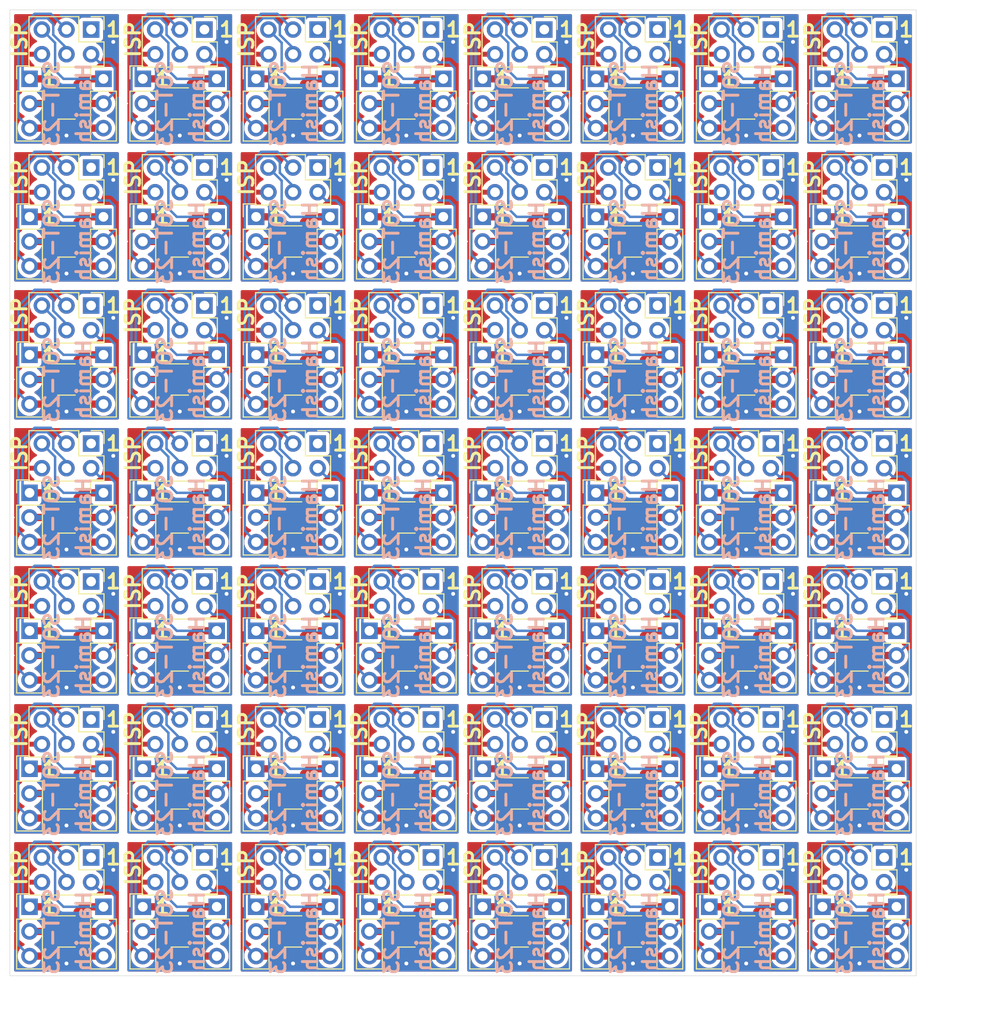
<source format=kicad_pcb>
(kicad_pcb (version 20171130) (host pcbnew "(5.1.4)-1")
  (layers (0 F.Cu signal) (31 B.Cu signal) (34 B.Paste user) (35 F.Paste user) (36 B.SilkS user) (37 F.SilkS user) (38 B.Mask user) (39 F.Mask user) (44 Edge.Cuts user))
  (net 0 "")
  (module Connector_PinHeader_2.54mm:PinHeader_2x03_P2.54mm_Vertical (layer F.Cu) (at 90.424 78.74 270)
    (fp_text reference J3 hide)
    (fp_text value Conn_02x03_Odd_Even)
    (pad 1 thru_hole rect (at 0 0 270) (size 1.7 1.7) (drill 1) (layers *.Cu *.Mask))
    (pad 2 thru_hole oval (at 2.54 0 270) (size 1.7 1.7) (drill 1) (layers *.Cu *.Mask))
    (pad 3 thru_hole oval (at 0 2.54 270) (size 1.7 1.7) (drill 1) (layers *.Cu *.Mask))
    (pad 4 thru_hole oval (at 2.54 2.54 270) (size 1.7 1.7) (drill 1) (layers *.Cu *.Mask))
    (pad 5 thru_hole oval (at 0 5.08 270) (size 1.7 1.7) (drill 1) (layers *.Cu *.Mask))
    (pad 6 thru_hole oval (at 2.54 5.08 270) (size 1.7 1.7) (drill 1) (layers *.Cu *.Mask))
  )
  (module Package_TO_SOT_SMD:SOT-23-6 (layer F.Cu) (at 76.2 86.36)
    (fp_text reference U1 hide)
    (fp_text value ATtiny10-TS)
    (pad 1 smd rect (at -1.1 -0.95) (size 1.06 0.65) (layers F.Cu F.Paste F.Mask))
    (pad 2 smd rect (at -1.1 0) (size 1.06 0.65) (layers F.Cu F.Paste F.Mask))
    (pad 3 smd rect (at -1.1 0.95) (size 1.06 0.65) (layers F.Cu F.Paste F.Mask))
    (pad 4 smd rect (at 1.1 0.95) (size 1.06 0.65) (layers F.Cu F.Paste F.Mask))
    (pad 6 smd rect (at 1.1 -0.95) (size 1.06 0.65) (layers F.Cu F.Paste F.Mask))
    (pad 5 smd rect (at 1.1 0) (size 1.06 0.65) (layers F.Cu F.Paste F.Mask))
  )
  (module Connector_PinHeader_2.54mm:PinHeader_1x03_P2.54mm_Vertical (layer F.Cu) (at 60.706 83.82)
    (fp_text reference J1 hide)
    (fp_text value Conn_01x03_Male)
    (pad 1 thru_hole rect (at 0 0) (size 1.7 1.7) (drill 1) (layers *.Cu *.Mask))
    (pad 2 thru_hole oval (at 0 2.54) (size 1.7 1.7) (drill 1) (layers *.Cu *.Mask))
    (pad 3 thru_hole oval (at 0 5.08) (size 1.7 1.7) (drill 1) (layers *.Cu *.Mask))
  )
  (module Connector_PinHeader_2.54mm:PinHeader_2x03_P2.54mm_Vertical (layer F.Cu) (at 67.056 78.74 270)
    (fp_text reference J3 hide)
    (fp_text value Conn_02x03_Odd_Even)
    (pad 6 thru_hole oval (at 2.54 5.08 270) (size 1.7 1.7) (drill 1) (layers *.Cu *.Mask))
    (pad 5 thru_hole oval (at 0 5.08 270) (size 1.7 1.7) (drill 1) (layers *.Cu *.Mask))
    (pad 4 thru_hole oval (at 2.54 2.54 270) (size 1.7 1.7) (drill 1) (layers *.Cu *.Mask))
    (pad 3 thru_hole oval (at 0 2.54 270) (size 1.7 1.7) (drill 1) (layers *.Cu *.Mask))
    (pad 2 thru_hole oval (at 2.54 0 270) (size 1.7 1.7) (drill 1) (layers *.Cu *.Mask))
    (pad 1 thru_hole rect (at 0 0 270) (size 1.7 1.7) (drill 1) (layers *.Cu *.Mask))
  )
  (module Connector_PinHeader_2.54mm:PinHeader_2x03_P2.54mm_Vertical (layer F.Cu) (at 102.108 78.74 270)
    (fp_text reference J3 hide)
    (fp_text value Conn_02x03_Odd_Even)
    (pad 1 thru_hole rect (at 0 0 270) (size 1.7 1.7) (drill 1) (layers *.Cu *.Mask))
    (pad 2 thru_hole oval (at 2.54 0 270) (size 1.7 1.7) (drill 1) (layers *.Cu *.Mask))
    (pad 3 thru_hole oval (at 0 2.54 270) (size 1.7 1.7) (drill 1) (layers *.Cu *.Mask))
    (pad 4 thru_hole oval (at 2.54 2.54 270) (size 1.7 1.7) (drill 1) (layers *.Cu *.Mask))
    (pad 5 thru_hole oval (at 0 5.08 270) (size 1.7 1.7) (drill 1) (layers *.Cu *.Mask))
    (pad 6 thru_hole oval (at 2.54 5.08 270) (size 1.7 1.7) (drill 1) (layers *.Cu *.Mask))
  )
  (module Connector_PinHeader_2.54mm:PinHeader_1x03_P2.54mm_Vertical (layer F.Cu) (at 95.758 83.82)
    (fp_text reference J1 hide)
    (fp_text value Conn_01x03_Male)
    (pad 3 thru_hole oval (at 0 5.08) (size 1.7 1.7) (drill 1) (layers *.Cu *.Mask))
    (pad 2 thru_hole oval (at 0 2.54) (size 1.7 1.7) (drill 1) (layers *.Cu *.Mask))
    (pad 1 thru_hole rect (at 0 0) (size 1.7 1.7) (drill 1) (layers *.Cu *.Mask))
  )
  (module Package_TO_SOT_SMD:SOT-23-6 (layer F.Cu) (at 111.252 86.36)
    (fp_text reference U1 hide)
    (fp_text value ATtiny10-TS)
    (pad 1 smd rect (at -1.1 -0.95) (size 1.06 0.65) (layers F.Cu F.Paste F.Mask))
    (pad 2 smd rect (at -1.1 0) (size 1.06 0.65) (layers F.Cu F.Paste F.Mask))
    (pad 3 smd rect (at -1.1 0.95) (size 1.06 0.65) (layers F.Cu F.Paste F.Mask))
    (pad 4 smd rect (at 1.1 0.95) (size 1.06 0.65) (layers F.Cu F.Paste F.Mask))
    (pad 6 smd rect (at 1.1 -0.95) (size 1.06 0.65) (layers F.Cu F.Paste F.Mask))
    (pad 5 smd rect (at 1.1 0) (size 1.06 0.65) (layers F.Cu F.Paste F.Mask))
  )
  (module Connector_PinHeader_2.54mm:PinHeader_1x03_P2.54mm_Vertical (layer F.Cu) (at 84.074 83.82)
    (fp_text reference J1 hide)
    (fp_text value Conn_01x03_Male)
    (pad 3 thru_hole oval (at 0 5.08) (size 1.7 1.7) (drill 1) (layers *.Cu *.Mask))
    (pad 2 thru_hole oval (at 0 2.54) (size 1.7 1.7) (drill 1) (layers *.Cu *.Mask))
    (pad 1 thru_hole rect (at 0 0) (size 1.7 1.7) (drill 1) (layers *.Cu *.Mask))
  )
  (module Connector_PinHeader_2.54mm:PinHeader_2x03_P2.54mm_Vertical (layer F.Cu) (at 78.74 78.74 270)
    (fp_text reference J3 hide)
    (fp_text value Conn_02x03_Odd_Even)
    (pad 1 thru_hole rect (at 0 0 270) (size 1.7 1.7) (drill 1) (layers *.Cu *.Mask))
    (pad 2 thru_hole oval (at 2.54 0 270) (size 1.7 1.7) (drill 1) (layers *.Cu *.Mask))
    (pad 3 thru_hole oval (at 0 2.54 270) (size 1.7 1.7) (drill 1) (layers *.Cu *.Mask))
    (pad 4 thru_hole oval (at 2.54 2.54 270) (size 1.7 1.7) (drill 1) (layers *.Cu *.Mask))
    (pad 5 thru_hole oval (at 0 5.08 270) (size 1.7 1.7) (drill 1) (layers *.Cu *.Mask))
    (pad 6 thru_hole oval (at 2.54 5.08 270) (size 1.7 1.7) (drill 1) (layers *.Cu *.Mask))
  )
  (module Connector_PinHeader_2.54mm:PinHeader_1x03_P2.54mm_Vertical (layer F.Cu) (at 72.39 83.82)
    (fp_text reference J1 hide)
    (fp_text value Conn_01x03_Male)
    (pad 3 thru_hole oval (at 0 5.08) (size 1.7 1.7) (drill 1) (layers *.Cu *.Mask))
    (pad 2 thru_hole oval (at 0 2.54) (size 1.7 1.7) (drill 1) (layers *.Cu *.Mask))
    (pad 1 thru_hole rect (at 0 0) (size 1.7 1.7) (drill 1) (layers *.Cu *.Mask))
  )
  (module Package_TO_SOT_SMD:SOT-23-6 (layer F.Cu) (at 64.516 86.36)
    (fp_text reference U1 hide)
    (fp_text value ATtiny10-TS)
    (pad 5 smd rect (at 1.1 0) (size 1.06 0.65) (layers F.Cu F.Paste F.Mask))
    (pad 6 smd rect (at 1.1 -0.95) (size 1.06 0.65) (layers F.Cu F.Paste F.Mask))
    (pad 4 smd rect (at 1.1 0.95) (size 1.06 0.65) (layers F.Cu F.Paste F.Mask))
    (pad 3 smd rect (at -1.1 0.95) (size 1.06 0.65) (layers F.Cu F.Paste F.Mask))
    (pad 2 smd rect (at -1.1 0) (size 1.06 0.65) (layers F.Cu F.Paste F.Mask))
    (pad 1 smd rect (at -1.1 -0.95) (size 1.06 0.65) (layers F.Cu F.Paste F.Mask))
  )
  (module Connector_PinHeader_2.54mm:PinHeader_1x03_P2.54mm_Vertical (layer F.Cu) (at 115.062 83.82)
    (fp_text reference J2 hide)
    (fp_text value Conn_01x03_Male)
    (pad 1 thru_hole rect (at 0 0) (size 1.7 1.7) (drill 1) (layers *.Cu *.Mask))
    (pad 2 thru_hole oval (at 0 2.54) (size 1.7 1.7) (drill 1) (layers *.Cu *.Mask))
    (pad 3 thru_hole oval (at 0 5.08) (size 1.7 1.7) (drill 1) (layers *.Cu *.Mask))
  )
  (module Connector_PinHeader_2.54mm:PinHeader_1x03_P2.54mm_Vertical (layer F.Cu) (at 68.326 83.82)
    (fp_text reference J2 hide)
    (fp_text value Conn_01x03_Male)
    (pad 3 thru_hole oval (at 0 5.08) (size 1.7 1.7) (drill 1) (layers *.Cu *.Mask))
    (pad 2 thru_hole oval (at 0 2.54) (size 1.7 1.7) (drill 1) (layers *.Cu *.Mask))
    (pad 1 thru_hole rect (at 0 0) (size 1.7 1.7) (drill 1) (layers *.Cu *.Mask))
  )
  (module Connector_PinHeader_2.54mm:PinHeader_1x03_P2.54mm_Vertical (layer F.Cu) (at 80.01 83.82)
    (fp_text reference J2 hide)
    (fp_text value Conn_01x03_Male)
    (pad 1 thru_hole rect (at 0 0) (size 1.7 1.7) (drill 1) (layers *.Cu *.Mask))
    (pad 2 thru_hole oval (at 0 2.54) (size 1.7 1.7) (drill 1) (layers *.Cu *.Mask))
    (pad 3 thru_hole oval (at 0 5.08) (size 1.7 1.7) (drill 1) (layers *.Cu *.Mask))
  )
  (module Package_TO_SOT_SMD:SOT-23-6 (layer F.Cu) (at 87.884 86.36)
    (fp_text reference U1 hide)
    (fp_text value ATtiny10-TS)
    (pad 1 smd rect (at -1.1 -0.95) (size 1.06 0.65) (layers F.Cu F.Paste F.Mask))
    (pad 2 smd rect (at -1.1 0) (size 1.06 0.65) (layers F.Cu F.Paste F.Mask))
    (pad 3 smd rect (at -1.1 0.95) (size 1.06 0.65) (layers F.Cu F.Paste F.Mask))
    (pad 4 smd rect (at 1.1 0.95) (size 1.06 0.65) (layers F.Cu F.Paste F.Mask))
    (pad 6 smd rect (at 1.1 -0.95) (size 1.06 0.65) (layers F.Cu F.Paste F.Mask))
    (pad 5 smd rect (at 1.1 0) (size 1.06 0.65) (layers F.Cu F.Paste F.Mask))
  )
  (module Connector_PinHeader_2.54mm:PinHeader_1x03_P2.54mm_Vertical (layer F.Cu) (at 103.378 83.82)
    (fp_text reference J2 hide)
    (fp_text value Conn_01x03_Male)
    (pad 1 thru_hole rect (at 0 0) (size 1.7 1.7) (drill 1) (layers *.Cu *.Mask))
    (pad 2 thru_hole oval (at 0 2.54) (size 1.7 1.7) (drill 1) (layers *.Cu *.Mask))
    (pad 3 thru_hole oval (at 0 5.08) (size 1.7 1.7) (drill 1) (layers *.Cu *.Mask))
  )
  (module Connector_PinHeader_2.54mm:PinHeader_1x03_P2.54mm_Vertical (layer F.Cu) (at 91.694 83.82)
    (fp_text reference J2 hide)
    (fp_text value Conn_01x03_Male)
    (pad 1 thru_hole rect (at 0 0) (size 1.7 1.7) (drill 1) (layers *.Cu *.Mask))
    (pad 2 thru_hole oval (at 0 2.54) (size 1.7 1.7) (drill 1) (layers *.Cu *.Mask))
    (pad 3 thru_hole oval (at 0 5.08) (size 1.7 1.7) (drill 1) (layers *.Cu *.Mask))
  )
  (module Connector_PinHeader_2.54mm:PinHeader_2x03_P2.54mm_Vertical (layer F.Cu) (at 55.372 78.74 270)
    (fp_text reference J3 hide)
    (fp_text value Conn_02x03_Odd_Even)
    (pad 6 thru_hole oval (at 2.54 5.08 270) (size 1.7 1.7) (drill 1) (layers *.Cu *.Mask))
    (pad 5 thru_hole oval (at 0 5.08 270) (size 1.7 1.7) (drill 1) (layers *.Cu *.Mask))
    (pad 4 thru_hole oval (at 2.54 2.54 270) (size 1.7 1.7) (drill 1) (layers *.Cu *.Mask))
    (pad 3 thru_hole oval (at 0 2.54 270) (size 1.7 1.7) (drill 1) (layers *.Cu *.Mask))
    (pad 2 thru_hole oval (at 2.54 0 270) (size 1.7 1.7) (drill 1) (layers *.Cu *.Mask))
    (pad 1 thru_hole rect (at 0 0 270) (size 1.7 1.7) (drill 1) (layers *.Cu *.Mask))
  )
  (module Connector_PinHeader_2.54mm:PinHeader_1x03_P2.54mm_Vertical (layer F.Cu) (at 49.022 83.82)
    (fp_text reference J1 hide)
    (fp_text value Conn_01x03_Male)
    (pad 1 thru_hole rect (at 0 0) (size 1.7 1.7) (drill 1) (layers *.Cu *.Mask))
    (pad 2 thru_hole oval (at 0 2.54) (size 1.7 1.7) (drill 1) (layers *.Cu *.Mask))
    (pad 3 thru_hole oval (at 0 5.08) (size 1.7 1.7) (drill 1) (layers *.Cu *.Mask))
  )
  (module Connector_PinHeader_2.54mm:PinHeader_2x03_P2.54mm_Vertical (layer F.Cu) (at 113.792 78.74 270)
    (fp_text reference J3 hide)
    (fp_text value Conn_02x03_Odd_Even)
    (pad 1 thru_hole rect (at 0 0 270) (size 1.7 1.7) (drill 1) (layers *.Cu *.Mask))
    (pad 2 thru_hole oval (at 2.54 0 270) (size 1.7 1.7) (drill 1) (layers *.Cu *.Mask))
    (pad 3 thru_hole oval (at 0 2.54 270) (size 1.7 1.7) (drill 1) (layers *.Cu *.Mask))
    (pad 4 thru_hole oval (at 2.54 2.54 270) (size 1.7 1.7) (drill 1) (layers *.Cu *.Mask))
    (pad 5 thru_hole oval (at 0 5.08 270) (size 1.7 1.7) (drill 1) (layers *.Cu *.Mask))
    (pad 6 thru_hole oval (at 2.54 5.08 270) (size 1.7 1.7) (drill 1) (layers *.Cu *.Mask))
  )
  (module Connector_PinHeader_2.54mm:PinHeader_1x03_P2.54mm_Vertical (layer F.Cu) (at 107.442 83.82)
    (fp_text reference J1 hide)
    (fp_text value Conn_01x03_Male)
    (pad 3 thru_hole oval (at 0 5.08) (size 1.7 1.7) (drill 1) (layers *.Cu *.Mask))
    (pad 2 thru_hole oval (at 0 2.54) (size 1.7 1.7) (drill 1) (layers *.Cu *.Mask))
    (pad 1 thru_hole rect (at 0 0) (size 1.7 1.7) (drill 1) (layers *.Cu *.Mask))
  )
  (module Connector_PinHeader_2.54mm:PinHeader_1x03_P2.54mm_Vertical (layer F.Cu) (at 56.642 83.82)
    (fp_text reference J2 hide)
    (fp_text value Conn_01x03_Male)
    (pad 3 thru_hole oval (at 0 5.08) (size 1.7 1.7) (drill 1) (layers *.Cu *.Mask))
    (pad 2 thru_hole oval (at 0 2.54) (size 1.7 1.7) (drill 1) (layers *.Cu *.Mask))
    (pad 1 thru_hole rect (at 0 0) (size 1.7 1.7) (drill 1) (layers *.Cu *.Mask))
  )
  (module Package_TO_SOT_SMD:SOT-23-6 (layer F.Cu) (at 99.568 86.36)
    (fp_text reference U1 hide)
    (fp_text value ATtiny10-TS)
    (pad 1 smd rect (at -1.1 -0.95) (size 1.06 0.65) (layers F.Cu F.Paste F.Mask))
    (pad 2 smd rect (at -1.1 0) (size 1.06 0.65) (layers F.Cu F.Paste F.Mask))
    (pad 3 smd rect (at -1.1 0.95) (size 1.06 0.65) (layers F.Cu F.Paste F.Mask))
    (pad 4 smd rect (at 1.1 0.95) (size 1.06 0.65) (layers F.Cu F.Paste F.Mask))
    (pad 6 smd rect (at 1.1 -0.95) (size 1.06 0.65) (layers F.Cu F.Paste F.Mask))
    (pad 5 smd rect (at 1.1 0) (size 1.06 0.65) (layers F.Cu F.Paste F.Mask))
  )
  (module Connector_PinHeader_2.54mm:PinHeader_1x03_P2.54mm_Vertical (layer F.Cu) (at 33.274 83.82)
    (fp_text reference J2 hide)
    (fp_text value Conn_01x03_Male)
    (pad 1 thru_hole rect (at 0 0) (size 1.7 1.7) (drill 1) (layers *.Cu *.Mask))
    (pad 2 thru_hole oval (at 0 2.54) (size 1.7 1.7) (drill 1) (layers *.Cu *.Mask))
    (pad 3 thru_hole oval (at 0 5.08) (size 1.7 1.7) (drill 1) (layers *.Cu *.Mask))
  )
  (module Connector_PinHeader_2.54mm:PinHeader_2x03_P2.54mm_Vertical (layer F.Cu) (at 32.004 78.74 270)
    (fp_text reference J3 hide)
    (fp_text value Conn_02x03_Odd_Even)
    (pad 1 thru_hole rect (at 0 0 270) (size 1.7 1.7) (drill 1) (layers *.Cu *.Mask))
    (pad 2 thru_hole oval (at 2.54 0 270) (size 1.7 1.7) (drill 1) (layers *.Cu *.Mask))
    (pad 3 thru_hole oval (at 0 2.54 270) (size 1.7 1.7) (drill 1) (layers *.Cu *.Mask))
    (pad 4 thru_hole oval (at 2.54 2.54 270) (size 1.7 1.7) (drill 1) (layers *.Cu *.Mask))
    (pad 5 thru_hole oval (at 0 5.08 270) (size 1.7 1.7) (drill 1) (layers *.Cu *.Mask))
    (pad 6 thru_hole oval (at 2.54 5.08 270) (size 1.7 1.7) (drill 1) (layers *.Cu *.Mask))
  )
  (module Connector_PinHeader_2.54mm:PinHeader_1x03_P2.54mm_Vertical (layer F.Cu) (at 44.958 83.82)
    (fp_text reference J2 hide)
    (fp_text value Conn_01x03_Male)
    (pad 3 thru_hole oval (at 0 5.08) (size 1.7 1.7) (drill 1) (layers *.Cu *.Mask))
    (pad 2 thru_hole oval (at 0 2.54) (size 1.7 1.7) (drill 1) (layers *.Cu *.Mask))
    (pad 1 thru_hole rect (at 0 0) (size 1.7 1.7) (drill 1) (layers *.Cu *.Mask))
  )
  (module Connector_PinHeader_2.54mm:PinHeader_2x03_P2.54mm_Vertical (layer F.Cu) (at 43.688 78.74 270)
    (fp_text reference J3 hide)
    (fp_text value Conn_02x03_Odd_Even)
    (pad 6 thru_hole oval (at 2.54 5.08 270) (size 1.7 1.7) (drill 1) (layers *.Cu *.Mask))
    (pad 5 thru_hole oval (at 0 5.08 270) (size 1.7 1.7) (drill 1) (layers *.Cu *.Mask))
    (pad 4 thru_hole oval (at 2.54 2.54 270) (size 1.7 1.7) (drill 1) (layers *.Cu *.Mask))
    (pad 3 thru_hole oval (at 0 2.54 270) (size 1.7 1.7) (drill 1) (layers *.Cu *.Mask))
    (pad 2 thru_hole oval (at 2.54 0 270) (size 1.7 1.7) (drill 1) (layers *.Cu *.Mask))
    (pad 1 thru_hole rect (at 0 0 270) (size 1.7 1.7) (drill 1) (layers *.Cu *.Mask))
  )
  (module Connector_PinHeader_2.54mm:PinHeader_1x03_P2.54mm_Vertical (layer F.Cu) (at 25.654 83.82)
    (fp_text reference J1 hide)
    (fp_text value Conn_01x03_Male)
    (pad 3 thru_hole oval (at 0 5.08) (size 1.7 1.7) (drill 1) (layers *.Cu *.Mask))
    (pad 2 thru_hole oval (at 0 2.54) (size 1.7 1.7) (drill 1) (layers *.Cu *.Mask))
    (pad 1 thru_hole rect (at 0 0) (size 1.7 1.7) (drill 1) (layers *.Cu *.Mask))
  )
  (module Connector_PinHeader_2.54mm:PinHeader_1x03_P2.54mm_Vertical (layer F.Cu) (at 37.338 83.82)
    (fp_text reference J1 hide)
    (fp_text value Conn_01x03_Male)
    (pad 1 thru_hole rect (at 0 0) (size 1.7 1.7) (drill 1) (layers *.Cu *.Mask))
    (pad 2 thru_hole oval (at 0 2.54) (size 1.7 1.7) (drill 1) (layers *.Cu *.Mask))
    (pad 3 thru_hole oval (at 0 5.08) (size 1.7 1.7) (drill 1) (layers *.Cu *.Mask))
  )
  (module Package_TO_SOT_SMD:SOT-23-6 (layer F.Cu) (at 41.148 86.36)
    (fp_text reference U1 hide)
    (fp_text value ATtiny10-TS)
    (pad 5 smd rect (at 1.1 0) (size 1.06 0.65) (layers F.Cu F.Paste F.Mask))
    (pad 6 smd rect (at 1.1 -0.95) (size 1.06 0.65) (layers F.Cu F.Paste F.Mask))
    (pad 4 smd rect (at 1.1 0.95) (size 1.06 0.65) (layers F.Cu F.Paste F.Mask))
    (pad 3 smd rect (at -1.1 0.95) (size 1.06 0.65) (layers F.Cu F.Paste F.Mask))
    (pad 2 smd rect (at -1.1 0) (size 1.06 0.65) (layers F.Cu F.Paste F.Mask))
    (pad 1 smd rect (at -1.1 -0.95) (size 1.06 0.65) (layers F.Cu F.Paste F.Mask))
  )
  (module Package_TO_SOT_SMD:SOT-23-6 (layer F.Cu) (at 29.464 86.36)
    (fp_text reference U1 hide)
    (fp_text value ATtiny10-TS)
    (pad 1 smd rect (at -1.1 -0.95) (size 1.06 0.65) (layers F.Cu F.Paste F.Mask))
    (pad 2 smd rect (at -1.1 0) (size 1.06 0.65) (layers F.Cu F.Paste F.Mask))
    (pad 3 smd rect (at -1.1 0.95) (size 1.06 0.65) (layers F.Cu F.Paste F.Mask))
    (pad 4 smd rect (at 1.1 0.95) (size 1.06 0.65) (layers F.Cu F.Paste F.Mask))
    (pad 6 smd rect (at 1.1 -0.95) (size 1.06 0.65) (layers F.Cu F.Paste F.Mask))
    (pad 5 smd rect (at 1.1 0) (size 1.06 0.65) (layers F.Cu F.Paste F.Mask))
  )
  (module Package_TO_SOT_SMD:SOT-23-6 (layer F.Cu) (at 52.832 86.36)
    (fp_text reference U1 hide)
    (fp_text value ATtiny10-TS)
    (pad 5 smd rect (at 1.1 0) (size 1.06 0.65) (layers F.Cu F.Paste F.Mask))
    (pad 6 smd rect (at 1.1 -0.95) (size 1.06 0.65) (layers F.Cu F.Paste F.Mask))
    (pad 4 smd rect (at 1.1 0.95) (size 1.06 0.65) (layers F.Cu F.Paste F.Mask))
    (pad 3 smd rect (at -1.1 0.95) (size 1.06 0.65) (layers F.Cu F.Paste F.Mask))
    (pad 2 smd rect (at -1.1 0) (size 1.06 0.65) (layers F.Cu F.Paste F.Mask))
    (pad 1 smd rect (at -1.1 -0.95) (size 1.06 0.65) (layers F.Cu F.Paste F.Mask))
  )
  (module Connector_PinHeader_2.54mm:PinHeader_1x03_P2.54mm_Vertical (layer F.Cu) (at 103.378 98.044)
    (fp_text reference J2 hide)
    (fp_text value Conn_01x03_Male)
    (pad 3 thru_hole oval (at 0 5.08) (size 1.7 1.7) (drill 1) (layers *.Cu *.Mask))
    (pad 2 thru_hole oval (at 0 2.54) (size 1.7 1.7) (drill 1) (layers *.Cu *.Mask))
    (pad 1 thru_hole rect (at 0 0) (size 1.7 1.7) (drill 1) (layers *.Cu *.Mask))
  )
  (module Connector_PinHeader_2.54mm:PinHeader_1x03_P2.54mm_Vertical (layer F.Cu) (at 91.694 98.044)
    (fp_text reference J2 hide)
    (fp_text value Conn_01x03_Male)
    (pad 3 thru_hole oval (at 0 5.08) (size 1.7 1.7) (drill 1) (layers *.Cu *.Mask))
    (pad 2 thru_hole oval (at 0 2.54) (size 1.7 1.7) (drill 1) (layers *.Cu *.Mask))
    (pad 1 thru_hole rect (at 0 0) (size 1.7 1.7) (drill 1) (layers *.Cu *.Mask))
  )
  (module Connector_PinHeader_2.54mm:PinHeader_2x03_P2.54mm_Vertical (layer F.Cu) (at 113.792 92.964 270)
    (fp_text reference J3 hide)
    (fp_text value Conn_02x03_Odd_Even)
    (pad 6 thru_hole oval (at 2.54 5.08 270) (size 1.7 1.7) (drill 1) (layers *.Cu *.Mask))
    (pad 5 thru_hole oval (at 0 5.08 270) (size 1.7 1.7) (drill 1) (layers *.Cu *.Mask))
    (pad 4 thru_hole oval (at 2.54 2.54 270) (size 1.7 1.7) (drill 1) (layers *.Cu *.Mask))
    (pad 3 thru_hole oval (at 0 2.54 270) (size 1.7 1.7) (drill 1) (layers *.Cu *.Mask))
    (pad 2 thru_hole oval (at 2.54 0 270) (size 1.7 1.7) (drill 1) (layers *.Cu *.Mask))
    (pad 1 thru_hole rect (at 0 0 270) (size 1.7 1.7) (drill 1) (layers *.Cu *.Mask))
  )
  (module Connector_PinHeader_2.54mm:PinHeader_2x03_P2.54mm_Vertical (layer F.Cu) (at 32.004 92.964 270)
    (fp_text reference J3 hide)
    (fp_text value Conn_02x03_Odd_Even)
    (pad 6 thru_hole oval (at 2.54 5.08 270) (size 1.7 1.7) (drill 1) (layers *.Cu *.Mask))
    (pad 5 thru_hole oval (at 0 5.08 270) (size 1.7 1.7) (drill 1) (layers *.Cu *.Mask))
    (pad 4 thru_hole oval (at 2.54 2.54 270) (size 1.7 1.7) (drill 1) (layers *.Cu *.Mask))
    (pad 3 thru_hole oval (at 0 2.54 270) (size 1.7 1.7) (drill 1) (layers *.Cu *.Mask))
    (pad 2 thru_hole oval (at 2.54 0 270) (size 1.7 1.7) (drill 1) (layers *.Cu *.Mask))
    (pad 1 thru_hole rect (at 0 0 270) (size 1.7 1.7) (drill 1) (layers *.Cu *.Mask))
  )
  (module Connector_PinHeader_2.54mm:PinHeader_1x03_P2.54mm_Vertical (layer F.Cu) (at 44.958 98.044)
    (fp_text reference J2 hide)
    (fp_text value Conn_01x03_Male)
    (pad 1 thru_hole rect (at 0 0) (size 1.7 1.7) (drill 1) (layers *.Cu *.Mask))
    (pad 2 thru_hole oval (at 0 2.54) (size 1.7 1.7) (drill 1) (layers *.Cu *.Mask))
    (pad 3 thru_hole oval (at 0 5.08) (size 1.7 1.7) (drill 1) (layers *.Cu *.Mask))
  )
  (module Connector_PinHeader_2.54mm:PinHeader_1x03_P2.54mm_Vertical (layer F.Cu) (at 25.654 98.044)
    (fp_text reference J1 hide)
    (fp_text value Conn_01x03_Male)
    (pad 1 thru_hole rect (at 0 0) (size 1.7 1.7) (drill 1) (layers *.Cu *.Mask))
    (pad 2 thru_hole oval (at 0 2.54) (size 1.7 1.7) (drill 1) (layers *.Cu *.Mask))
    (pad 3 thru_hole oval (at 0 5.08) (size 1.7 1.7) (drill 1) (layers *.Cu *.Mask))
  )
  (module Package_TO_SOT_SMD:SOT-23-6 (layer F.Cu) (at 64.516 100.584)
    (fp_text reference U1 hide)
    (fp_text value ATtiny10-TS)
    (pad 1 smd rect (at -1.1 -0.95) (size 1.06 0.65) (layers F.Cu F.Paste F.Mask))
    (pad 2 smd rect (at -1.1 0) (size 1.06 0.65) (layers F.Cu F.Paste F.Mask))
    (pad 3 smd rect (at -1.1 0.95) (size 1.06 0.65) (layers F.Cu F.Paste F.Mask))
    (pad 4 smd rect (at 1.1 0.95) (size 1.06 0.65) (layers F.Cu F.Paste F.Mask))
    (pad 6 smd rect (at 1.1 -0.95) (size 1.06 0.65) (layers F.Cu F.Paste F.Mask))
    (pad 5 smd rect (at 1.1 0) (size 1.06 0.65) (layers F.Cu F.Paste F.Mask))
  )
  (module Package_TO_SOT_SMD:SOT-23-6 (layer F.Cu) (at 29.464 100.584)
    (fp_text reference U1 hide)
    (fp_text value ATtiny10-TS)
    (pad 5 smd rect (at 1.1 0) (size 1.06 0.65) (layers F.Cu F.Paste F.Mask))
    (pad 6 smd rect (at 1.1 -0.95) (size 1.06 0.65) (layers F.Cu F.Paste F.Mask))
    (pad 4 smd rect (at 1.1 0.95) (size 1.06 0.65) (layers F.Cu F.Paste F.Mask))
    (pad 3 smd rect (at -1.1 0.95) (size 1.06 0.65) (layers F.Cu F.Paste F.Mask))
    (pad 2 smd rect (at -1.1 0) (size 1.06 0.65) (layers F.Cu F.Paste F.Mask))
    (pad 1 smd rect (at -1.1 -0.95) (size 1.06 0.65) (layers F.Cu F.Paste F.Mask))
  )
  (module Connector_PinHeader_2.54mm:PinHeader_1x03_P2.54mm_Vertical (layer F.Cu) (at 115.062 98.044)
    (fp_text reference J2 hide)
    (fp_text value Conn_01x03_Male)
    (pad 3 thru_hole oval (at 0 5.08) (size 1.7 1.7) (drill 1) (layers *.Cu *.Mask))
    (pad 2 thru_hole oval (at 0 2.54) (size 1.7 1.7) (drill 1) (layers *.Cu *.Mask))
    (pad 1 thru_hole rect (at 0 0) (size 1.7 1.7) (drill 1) (layers *.Cu *.Mask))
  )
  (module Connector_PinHeader_2.54mm:PinHeader_1x03_P2.54mm_Vertical (layer F.Cu) (at 107.442 98.044)
    (fp_text reference J1 hide)
    (fp_text value Conn_01x03_Male)
    (pad 1 thru_hole rect (at 0 0) (size 1.7 1.7) (drill 1) (layers *.Cu *.Mask))
    (pad 2 thru_hole oval (at 0 2.54) (size 1.7 1.7) (drill 1) (layers *.Cu *.Mask))
    (pad 3 thru_hole oval (at 0 5.08) (size 1.7 1.7) (drill 1) (layers *.Cu *.Mask))
  )
  (module Connector_PinHeader_2.54mm:PinHeader_1x03_P2.54mm_Vertical (layer F.Cu) (at 68.326 98.044)
    (fp_text reference J2 hide)
    (fp_text value Conn_01x03_Male)
    (pad 1 thru_hole rect (at 0 0) (size 1.7 1.7) (drill 1) (layers *.Cu *.Mask))
    (pad 2 thru_hole oval (at 0 2.54) (size 1.7 1.7) (drill 1) (layers *.Cu *.Mask))
    (pad 3 thru_hole oval (at 0 5.08) (size 1.7 1.7) (drill 1) (layers *.Cu *.Mask))
  )
  (module Package_TO_SOT_SMD:SOT-23-6 (layer F.Cu) (at 87.884 100.584)
    (fp_text reference U1 hide)
    (fp_text value ATtiny10-TS)
    (pad 5 smd rect (at 1.1 0) (size 1.06 0.65) (layers F.Cu F.Paste F.Mask))
    (pad 6 smd rect (at 1.1 -0.95) (size 1.06 0.65) (layers F.Cu F.Paste F.Mask))
    (pad 4 smd rect (at 1.1 0.95) (size 1.06 0.65) (layers F.Cu F.Paste F.Mask))
    (pad 3 smd rect (at -1.1 0.95) (size 1.06 0.65) (layers F.Cu F.Paste F.Mask))
    (pad 2 smd rect (at -1.1 0) (size 1.06 0.65) (layers F.Cu F.Paste F.Mask))
    (pad 1 smd rect (at -1.1 -0.95) (size 1.06 0.65) (layers F.Cu F.Paste F.Mask))
  )
  (module Connector_PinHeader_2.54mm:PinHeader_1x03_P2.54mm_Vertical (layer F.Cu) (at 49.022 98.044)
    (fp_text reference J1 hide)
    (fp_text value Conn_01x03_Male)
    (pad 3 thru_hole oval (at 0 5.08) (size 1.7 1.7) (drill 1) (layers *.Cu *.Mask))
    (pad 2 thru_hole oval (at 0 2.54) (size 1.7 1.7) (drill 1) (layers *.Cu *.Mask))
    (pad 1 thru_hole rect (at 0 0) (size 1.7 1.7) (drill 1) (layers *.Cu *.Mask))
  )
  (module Package_TO_SOT_SMD:SOT-23-6 (layer F.Cu) (at 99.568 100.584)
    (fp_text reference U1 hide)
    (fp_text value ATtiny10-TS)
    (pad 5 smd rect (at 1.1 0) (size 1.06 0.65) (layers F.Cu F.Paste F.Mask))
    (pad 6 smd rect (at 1.1 -0.95) (size 1.06 0.65) (layers F.Cu F.Paste F.Mask))
    (pad 4 smd rect (at 1.1 0.95) (size 1.06 0.65) (layers F.Cu F.Paste F.Mask))
    (pad 3 smd rect (at -1.1 0.95) (size 1.06 0.65) (layers F.Cu F.Paste F.Mask))
    (pad 2 smd rect (at -1.1 0) (size 1.06 0.65) (layers F.Cu F.Paste F.Mask))
    (pad 1 smd rect (at -1.1 -0.95) (size 1.06 0.65) (layers F.Cu F.Paste F.Mask))
  )
  (module Connector_PinHeader_2.54mm:PinHeader_1x03_P2.54mm_Vertical (layer F.Cu) (at 56.642 98.044)
    (fp_text reference J2 hide)
    (fp_text value Conn_01x03_Male)
    (pad 1 thru_hole rect (at 0 0) (size 1.7 1.7) (drill 1) (layers *.Cu *.Mask))
    (pad 2 thru_hole oval (at 0 2.54) (size 1.7 1.7) (drill 1) (layers *.Cu *.Mask))
    (pad 3 thru_hole oval (at 0 5.08) (size 1.7 1.7) (drill 1) (layers *.Cu *.Mask))
  )
  (module Connector_PinHeader_2.54mm:PinHeader_1x03_P2.54mm_Vertical (layer F.Cu) (at 80.01 98.044)
    (fp_text reference J2 hide)
    (fp_text value Conn_01x03_Male)
    (pad 3 thru_hole oval (at 0 5.08) (size 1.7 1.7) (drill 1) (layers *.Cu *.Mask))
    (pad 2 thru_hole oval (at 0 2.54) (size 1.7 1.7) (drill 1) (layers *.Cu *.Mask))
    (pad 1 thru_hole rect (at 0 0) (size 1.7 1.7) (drill 1) (layers *.Cu *.Mask))
  )
  (module Connector_PinHeader_2.54mm:PinHeader_2x03_P2.54mm_Vertical (layer F.Cu) (at 55.372 92.964 270)
    (fp_text reference J3 hide)
    (fp_text value Conn_02x03_Odd_Even)
    (pad 1 thru_hole rect (at 0 0 270) (size 1.7 1.7) (drill 1) (layers *.Cu *.Mask))
    (pad 2 thru_hole oval (at 2.54 0 270) (size 1.7 1.7) (drill 1) (layers *.Cu *.Mask))
    (pad 3 thru_hole oval (at 0 2.54 270) (size 1.7 1.7) (drill 1) (layers *.Cu *.Mask))
    (pad 4 thru_hole oval (at 2.54 2.54 270) (size 1.7 1.7) (drill 1) (layers *.Cu *.Mask))
    (pad 5 thru_hole oval (at 0 5.08 270) (size 1.7 1.7) (drill 1) (layers *.Cu *.Mask))
    (pad 6 thru_hole oval (at 2.54 5.08 270) (size 1.7 1.7) (drill 1) (layers *.Cu *.Mask))
  )
  (module Package_TO_SOT_SMD:SOT-23-6 (layer F.Cu) (at 52.832 100.584)
    (fp_text reference U1 hide)
    (fp_text value ATtiny10-TS)
    (pad 1 smd rect (at -1.1 -0.95) (size 1.06 0.65) (layers F.Cu F.Paste F.Mask))
    (pad 2 smd rect (at -1.1 0) (size 1.06 0.65) (layers F.Cu F.Paste F.Mask))
    (pad 3 smd rect (at -1.1 0.95) (size 1.06 0.65) (layers F.Cu F.Paste F.Mask))
    (pad 4 smd rect (at 1.1 0.95) (size 1.06 0.65) (layers F.Cu F.Paste F.Mask))
    (pad 6 smd rect (at 1.1 -0.95) (size 1.06 0.65) (layers F.Cu F.Paste F.Mask))
    (pad 5 smd rect (at 1.1 0) (size 1.06 0.65) (layers F.Cu F.Paste F.Mask))
  )
  (module Connector_PinHeader_2.54mm:PinHeader_1x03_P2.54mm_Vertical (layer F.Cu) (at 33.274 98.044)
    (fp_text reference J2 hide)
    (fp_text value Conn_01x03_Male)
    (pad 3 thru_hole oval (at 0 5.08) (size 1.7 1.7) (drill 1) (layers *.Cu *.Mask))
    (pad 2 thru_hole oval (at 0 2.54) (size 1.7 1.7) (drill 1) (layers *.Cu *.Mask))
    (pad 1 thru_hole rect (at 0 0) (size 1.7 1.7) (drill 1) (layers *.Cu *.Mask))
  )
  (module Connector_PinHeader_2.54mm:PinHeader_2x03_P2.54mm_Vertical (layer F.Cu) (at 43.688 92.964 270)
    (fp_text reference J3 hide)
    (fp_text value Conn_02x03_Odd_Even)
    (pad 1 thru_hole rect (at 0 0 270) (size 1.7 1.7) (drill 1) (layers *.Cu *.Mask))
    (pad 2 thru_hole oval (at 2.54 0 270) (size 1.7 1.7) (drill 1) (layers *.Cu *.Mask))
    (pad 3 thru_hole oval (at 0 2.54 270) (size 1.7 1.7) (drill 1) (layers *.Cu *.Mask))
    (pad 4 thru_hole oval (at 2.54 2.54 270) (size 1.7 1.7) (drill 1) (layers *.Cu *.Mask))
    (pad 5 thru_hole oval (at 0 5.08 270) (size 1.7 1.7) (drill 1) (layers *.Cu *.Mask))
    (pad 6 thru_hole oval (at 2.54 5.08 270) (size 1.7 1.7) (drill 1) (layers *.Cu *.Mask))
  )
  (module Package_TO_SOT_SMD:SOT-23-6 (layer F.Cu) (at 41.148 100.584)
    (fp_text reference U1 hide)
    (fp_text value ATtiny10-TS)
    (pad 1 smd rect (at -1.1 -0.95) (size 1.06 0.65) (layers F.Cu F.Paste F.Mask))
    (pad 2 smd rect (at -1.1 0) (size 1.06 0.65) (layers F.Cu F.Paste F.Mask))
    (pad 3 smd rect (at -1.1 0.95) (size 1.06 0.65) (layers F.Cu F.Paste F.Mask))
    (pad 4 smd rect (at 1.1 0.95) (size 1.06 0.65) (layers F.Cu F.Paste F.Mask))
    (pad 6 smd rect (at 1.1 -0.95) (size 1.06 0.65) (layers F.Cu F.Paste F.Mask))
    (pad 5 smd rect (at 1.1 0) (size 1.06 0.65) (layers F.Cu F.Paste F.Mask))
  )
  (module Connector_PinHeader_2.54mm:PinHeader_1x03_P2.54mm_Vertical (layer F.Cu) (at 37.338 98.044)
    (fp_text reference J1 hide)
    (fp_text value Conn_01x03_Male)
    (pad 3 thru_hole oval (at 0 5.08) (size 1.7 1.7) (drill 1) (layers *.Cu *.Mask))
    (pad 2 thru_hole oval (at 0 2.54) (size 1.7 1.7) (drill 1) (layers *.Cu *.Mask))
    (pad 1 thru_hole rect (at 0 0) (size 1.7 1.7) (drill 1) (layers *.Cu *.Mask))
  )
  (module Connector_PinHeader_2.54mm:PinHeader_2x03_P2.54mm_Vertical (layer F.Cu) (at 90.424 107.188 270)
    (fp_text reference J3 hide)
    (fp_text value Conn_02x03_Odd_Even)
    (pad 1 thru_hole rect (at 0 0 270) (size 1.7 1.7) (drill 1) (layers *.Cu *.Mask))
    (pad 2 thru_hole oval (at 2.54 0 270) (size 1.7 1.7) (drill 1) (layers *.Cu *.Mask))
    (pad 3 thru_hole oval (at 0 2.54 270) (size 1.7 1.7) (drill 1) (layers *.Cu *.Mask))
    (pad 4 thru_hole oval (at 2.54 2.54 270) (size 1.7 1.7) (drill 1) (layers *.Cu *.Mask))
    (pad 5 thru_hole oval (at 0 5.08 270) (size 1.7 1.7) (drill 1) (layers *.Cu *.Mask))
    (pad 6 thru_hole oval (at 2.54 5.08 270) (size 1.7 1.7) (drill 1) (layers *.Cu *.Mask))
  )
  (module Package_TO_SOT_SMD:SOT-23-6 (layer F.Cu) (at 76.2 114.808)
    (fp_text reference U1 hide)
    (fp_text value ATtiny10-TS)
    (pad 1 smd rect (at -1.1 -0.95) (size 1.06 0.65) (layers F.Cu F.Paste F.Mask))
    (pad 2 smd rect (at -1.1 0) (size 1.06 0.65) (layers F.Cu F.Paste F.Mask))
    (pad 3 smd rect (at -1.1 0.95) (size 1.06 0.65) (layers F.Cu F.Paste F.Mask))
    (pad 4 smd rect (at 1.1 0.95) (size 1.06 0.65) (layers F.Cu F.Paste F.Mask))
    (pad 6 smd rect (at 1.1 -0.95) (size 1.06 0.65) (layers F.Cu F.Paste F.Mask))
    (pad 5 smd rect (at 1.1 0) (size 1.06 0.65) (layers F.Cu F.Paste F.Mask))
  )
  (module Connector_PinHeader_2.54mm:PinHeader_1x03_P2.54mm_Vertical (layer F.Cu) (at 60.706 112.268)
    (fp_text reference J1 hide)
    (fp_text value Conn_01x03_Male)
    (pad 1 thru_hole rect (at 0 0) (size 1.7 1.7) (drill 1) (layers *.Cu *.Mask))
    (pad 2 thru_hole oval (at 0 2.54) (size 1.7 1.7) (drill 1) (layers *.Cu *.Mask))
    (pad 3 thru_hole oval (at 0 5.08) (size 1.7 1.7) (drill 1) (layers *.Cu *.Mask))
  )
  (module Connector_PinHeader_2.54mm:PinHeader_2x03_P2.54mm_Vertical (layer F.Cu) (at 67.056 107.188 270)
    (fp_text reference J3 hide)
    (fp_text value Conn_02x03_Odd_Even)
    (pad 6 thru_hole oval (at 2.54 5.08 270) (size 1.7 1.7) (drill 1) (layers *.Cu *.Mask))
    (pad 5 thru_hole oval (at 0 5.08 270) (size 1.7 1.7) (drill 1) (layers *.Cu *.Mask))
    (pad 4 thru_hole oval (at 2.54 2.54 270) (size 1.7 1.7) (drill 1) (layers *.Cu *.Mask))
    (pad 3 thru_hole oval (at 0 2.54 270) (size 1.7 1.7) (drill 1) (layers *.Cu *.Mask))
    (pad 2 thru_hole oval (at 2.54 0 270) (size 1.7 1.7) (drill 1) (layers *.Cu *.Mask))
    (pad 1 thru_hole rect (at 0 0 270) (size 1.7 1.7) (drill 1) (layers *.Cu *.Mask))
  )
  (module Connector_PinHeader_2.54mm:PinHeader_2x03_P2.54mm_Vertical (layer F.Cu) (at 102.108 107.188 270)
    (fp_text reference J3 hide)
    (fp_text value Conn_02x03_Odd_Even)
    (pad 1 thru_hole rect (at 0 0 270) (size 1.7 1.7) (drill 1) (layers *.Cu *.Mask))
    (pad 2 thru_hole oval (at 2.54 0 270) (size 1.7 1.7) (drill 1) (layers *.Cu *.Mask))
    (pad 3 thru_hole oval (at 0 2.54 270) (size 1.7 1.7) (drill 1) (layers *.Cu *.Mask))
    (pad 4 thru_hole oval (at 2.54 2.54 270) (size 1.7 1.7) (drill 1) (layers *.Cu *.Mask))
    (pad 5 thru_hole oval (at 0 5.08 270) (size 1.7 1.7) (drill 1) (layers *.Cu *.Mask))
    (pad 6 thru_hole oval (at 2.54 5.08 270) (size 1.7 1.7) (drill 1) (layers *.Cu *.Mask))
  )
  (module Connector_PinHeader_2.54mm:PinHeader_1x03_P2.54mm_Vertical (layer F.Cu) (at 95.758 112.268)
    (fp_text reference J1 hide)
    (fp_text value Conn_01x03_Male)
    (pad 3 thru_hole oval (at 0 5.08) (size 1.7 1.7) (drill 1) (layers *.Cu *.Mask))
    (pad 2 thru_hole oval (at 0 2.54) (size 1.7 1.7) (drill 1) (layers *.Cu *.Mask))
    (pad 1 thru_hole rect (at 0 0) (size 1.7 1.7) (drill 1) (layers *.Cu *.Mask))
  )
  (module Package_TO_SOT_SMD:SOT-23-6 (layer F.Cu) (at 111.252 114.808)
    (fp_text reference U1 hide)
    (fp_text value ATtiny10-TS)
    (pad 1 smd rect (at -1.1 -0.95) (size 1.06 0.65) (layers F.Cu F.Paste F.Mask))
    (pad 2 smd rect (at -1.1 0) (size 1.06 0.65) (layers F.Cu F.Paste F.Mask))
    (pad 3 smd rect (at -1.1 0.95) (size 1.06 0.65) (layers F.Cu F.Paste F.Mask))
    (pad 4 smd rect (at 1.1 0.95) (size 1.06 0.65) (layers F.Cu F.Paste F.Mask))
    (pad 6 smd rect (at 1.1 -0.95) (size 1.06 0.65) (layers F.Cu F.Paste F.Mask))
    (pad 5 smd rect (at 1.1 0) (size 1.06 0.65) (layers F.Cu F.Paste F.Mask))
  )
  (module Connector_PinHeader_2.54mm:PinHeader_1x03_P2.54mm_Vertical (layer F.Cu) (at 84.074 112.268)
    (fp_text reference J1 hide)
    (fp_text value Conn_01x03_Male)
    (pad 3 thru_hole oval (at 0 5.08) (size 1.7 1.7) (drill 1) (layers *.Cu *.Mask))
    (pad 2 thru_hole oval (at 0 2.54) (size 1.7 1.7) (drill 1) (layers *.Cu *.Mask))
    (pad 1 thru_hole rect (at 0 0) (size 1.7 1.7) (drill 1) (layers *.Cu *.Mask))
  )
  (module Connector_PinHeader_2.54mm:PinHeader_2x03_P2.54mm_Vertical (layer F.Cu) (at 78.74 107.188 270)
    (fp_text reference J3 hide)
    (fp_text value Conn_02x03_Odd_Even)
    (pad 1 thru_hole rect (at 0 0 270) (size 1.7 1.7) (drill 1) (layers *.Cu *.Mask))
    (pad 2 thru_hole oval (at 2.54 0 270) (size 1.7 1.7) (drill 1) (layers *.Cu *.Mask))
    (pad 3 thru_hole oval (at 0 2.54 270) (size 1.7 1.7) (drill 1) (layers *.Cu *.Mask))
    (pad 4 thru_hole oval (at 2.54 2.54 270) (size 1.7 1.7) (drill 1) (layers *.Cu *.Mask))
    (pad 5 thru_hole oval (at 0 5.08 270) (size 1.7 1.7) (drill 1) (layers *.Cu *.Mask))
    (pad 6 thru_hole oval (at 2.54 5.08 270) (size 1.7 1.7) (drill 1) (layers *.Cu *.Mask))
  )
  (module Connector_PinHeader_2.54mm:PinHeader_1x03_P2.54mm_Vertical (layer F.Cu) (at 72.39 112.268)
    (fp_text reference J1 hide)
    (fp_text value Conn_01x03_Male)
    (pad 3 thru_hole oval (at 0 5.08) (size 1.7 1.7) (drill 1) (layers *.Cu *.Mask))
    (pad 2 thru_hole oval (at 0 2.54) (size 1.7 1.7) (drill 1) (layers *.Cu *.Mask))
    (pad 1 thru_hole rect (at 0 0) (size 1.7 1.7) (drill 1) (layers *.Cu *.Mask))
  )
  (module Package_TO_SOT_SMD:SOT-23-6 (layer F.Cu) (at 64.516 114.808)
    (fp_text reference U1 hide)
    (fp_text value ATtiny10-TS)
    (pad 5 smd rect (at 1.1 0) (size 1.06 0.65) (layers F.Cu F.Paste F.Mask))
    (pad 6 smd rect (at 1.1 -0.95) (size 1.06 0.65) (layers F.Cu F.Paste F.Mask))
    (pad 4 smd rect (at 1.1 0.95) (size 1.06 0.65) (layers F.Cu F.Paste F.Mask))
    (pad 3 smd rect (at -1.1 0.95) (size 1.06 0.65) (layers F.Cu F.Paste F.Mask))
    (pad 2 smd rect (at -1.1 0) (size 1.06 0.65) (layers F.Cu F.Paste F.Mask))
    (pad 1 smd rect (at -1.1 -0.95) (size 1.06 0.65) (layers F.Cu F.Paste F.Mask))
  )
  (module Connector_PinHeader_2.54mm:PinHeader_1x03_P2.54mm_Vertical (layer F.Cu) (at 115.062 112.268)
    (fp_text reference J2 hide)
    (fp_text value Conn_01x03_Male)
    (pad 1 thru_hole rect (at 0 0) (size 1.7 1.7) (drill 1) (layers *.Cu *.Mask))
    (pad 2 thru_hole oval (at 0 2.54) (size 1.7 1.7) (drill 1) (layers *.Cu *.Mask))
    (pad 3 thru_hole oval (at 0 5.08) (size 1.7 1.7) (drill 1) (layers *.Cu *.Mask))
  )
  (module Connector_PinHeader_2.54mm:PinHeader_1x03_P2.54mm_Vertical (layer F.Cu) (at 68.326 112.268)
    (fp_text reference J2 hide)
    (fp_text value Conn_01x03_Male)
    (pad 3 thru_hole oval (at 0 5.08) (size 1.7 1.7) (drill 1) (layers *.Cu *.Mask))
    (pad 2 thru_hole oval (at 0 2.54) (size 1.7 1.7) (drill 1) (layers *.Cu *.Mask))
    (pad 1 thru_hole rect (at 0 0) (size 1.7 1.7) (drill 1) (layers *.Cu *.Mask))
  )
  (module Connector_PinHeader_2.54mm:PinHeader_1x03_P2.54mm_Vertical (layer F.Cu) (at 80.01 112.268)
    (fp_text reference J2 hide)
    (fp_text value Conn_01x03_Male)
    (pad 1 thru_hole rect (at 0 0) (size 1.7 1.7) (drill 1) (layers *.Cu *.Mask))
    (pad 2 thru_hole oval (at 0 2.54) (size 1.7 1.7) (drill 1) (layers *.Cu *.Mask))
    (pad 3 thru_hole oval (at 0 5.08) (size 1.7 1.7) (drill 1) (layers *.Cu *.Mask))
  )
  (module Package_TO_SOT_SMD:SOT-23-6 (layer F.Cu) (at 87.884 114.808)
    (fp_text reference U1 hide)
    (fp_text value ATtiny10-TS)
    (pad 1 smd rect (at -1.1 -0.95) (size 1.06 0.65) (layers F.Cu F.Paste F.Mask))
    (pad 2 smd rect (at -1.1 0) (size 1.06 0.65) (layers F.Cu F.Paste F.Mask))
    (pad 3 smd rect (at -1.1 0.95) (size 1.06 0.65) (layers F.Cu F.Paste F.Mask))
    (pad 4 smd rect (at 1.1 0.95) (size 1.06 0.65) (layers F.Cu F.Paste F.Mask))
    (pad 6 smd rect (at 1.1 -0.95) (size 1.06 0.65) (layers F.Cu F.Paste F.Mask))
    (pad 5 smd rect (at 1.1 0) (size 1.06 0.65) (layers F.Cu F.Paste F.Mask))
  )
  (module Connector_PinHeader_2.54mm:PinHeader_1x03_P2.54mm_Vertical (layer F.Cu) (at 103.378 112.268)
    (fp_text reference J2 hide)
    (fp_text value Conn_01x03_Male)
    (pad 1 thru_hole rect (at 0 0) (size 1.7 1.7) (drill 1) (layers *.Cu *.Mask))
    (pad 2 thru_hole oval (at 0 2.54) (size 1.7 1.7) (drill 1) (layers *.Cu *.Mask))
    (pad 3 thru_hole oval (at 0 5.08) (size 1.7 1.7) (drill 1) (layers *.Cu *.Mask))
  )
  (module Connector_PinHeader_2.54mm:PinHeader_1x03_P2.54mm_Vertical (layer F.Cu) (at 91.694 112.268)
    (fp_text reference J2 hide)
    (fp_text value Conn_01x03_Male)
    (pad 1 thru_hole rect (at 0 0) (size 1.7 1.7) (drill 1) (layers *.Cu *.Mask))
    (pad 2 thru_hole oval (at 0 2.54) (size 1.7 1.7) (drill 1) (layers *.Cu *.Mask))
    (pad 3 thru_hole oval (at 0 5.08) (size 1.7 1.7) (drill 1) (layers *.Cu *.Mask))
  )
  (module Connector_PinHeader_2.54mm:PinHeader_1x03_P2.54mm_Vertical (layer F.Cu) (at 84.074 98.044)
    (fp_text reference J1 hide)
    (fp_text value Conn_01x03_Male)
    (pad 1 thru_hole rect (at 0 0) (size 1.7 1.7) (drill 1) (layers *.Cu *.Mask))
    (pad 2 thru_hole oval (at 0 2.54) (size 1.7 1.7) (drill 1) (layers *.Cu *.Mask))
    (pad 3 thru_hole oval (at 0 5.08) (size 1.7 1.7) (drill 1) (layers *.Cu *.Mask))
  )
  (module Connector_PinHeader_2.54mm:PinHeader_2x03_P2.54mm_Vertical (layer F.Cu) (at 90.424 92.964 270)
    (fp_text reference J3 hide)
    (fp_text value Conn_02x03_Odd_Even)
    (pad 6 thru_hole oval (at 2.54 5.08 270) (size 1.7 1.7) (drill 1) (layers *.Cu *.Mask))
    (pad 5 thru_hole oval (at 0 5.08 270) (size 1.7 1.7) (drill 1) (layers *.Cu *.Mask))
    (pad 4 thru_hole oval (at 2.54 2.54 270) (size 1.7 1.7) (drill 1) (layers *.Cu *.Mask))
    (pad 3 thru_hole oval (at 0 2.54 270) (size 1.7 1.7) (drill 1) (layers *.Cu *.Mask))
    (pad 2 thru_hole oval (at 2.54 0 270) (size 1.7 1.7) (drill 1) (layers *.Cu *.Mask))
    (pad 1 thru_hole rect (at 0 0 270) (size 1.7 1.7) (drill 1) (layers *.Cu *.Mask))
  )
  (module Connector_PinHeader_2.54mm:PinHeader_2x03_P2.54mm_Vertical (layer F.Cu) (at 67.056 92.964 270)
    (fp_text reference J3 hide)
    (fp_text value Conn_02x03_Odd_Even)
    (pad 1 thru_hole rect (at 0 0 270) (size 1.7 1.7) (drill 1) (layers *.Cu *.Mask))
    (pad 2 thru_hole oval (at 2.54 0 270) (size 1.7 1.7) (drill 1) (layers *.Cu *.Mask))
    (pad 3 thru_hole oval (at 0 2.54 270) (size 1.7 1.7) (drill 1) (layers *.Cu *.Mask))
    (pad 4 thru_hole oval (at 2.54 2.54 270) (size 1.7 1.7) (drill 1) (layers *.Cu *.Mask))
    (pad 5 thru_hole oval (at 0 5.08 270) (size 1.7 1.7) (drill 1) (layers *.Cu *.Mask))
    (pad 6 thru_hole oval (at 2.54 5.08 270) (size 1.7 1.7) (drill 1) (layers *.Cu *.Mask))
  )
  (module Package_TO_SOT_SMD:SOT-23-6 (layer F.Cu) (at 111.252 100.584)
    (fp_text reference U1 hide)
    (fp_text value ATtiny10-TS)
    (pad 5 smd rect (at 1.1 0) (size 1.06 0.65) (layers F.Cu F.Paste F.Mask))
    (pad 6 smd rect (at 1.1 -0.95) (size 1.06 0.65) (layers F.Cu F.Paste F.Mask))
    (pad 4 smd rect (at 1.1 0.95) (size 1.06 0.65) (layers F.Cu F.Paste F.Mask))
    (pad 3 smd rect (at -1.1 0.95) (size 1.06 0.65) (layers F.Cu F.Paste F.Mask))
    (pad 2 smd rect (at -1.1 0) (size 1.06 0.65) (layers F.Cu F.Paste F.Mask))
    (pad 1 smd rect (at -1.1 -0.95) (size 1.06 0.65) (layers F.Cu F.Paste F.Mask))
  )
  (module Connector_PinHeader_2.54mm:PinHeader_1x03_P2.54mm_Vertical (layer F.Cu) (at 95.758 98.044)
    (fp_text reference J1 hide)
    (fp_text value Conn_01x03_Male)
    (pad 1 thru_hole rect (at 0 0) (size 1.7 1.7) (drill 1) (layers *.Cu *.Mask))
    (pad 2 thru_hole oval (at 0 2.54) (size 1.7 1.7) (drill 1) (layers *.Cu *.Mask))
    (pad 3 thru_hole oval (at 0 5.08) (size 1.7 1.7) (drill 1) (layers *.Cu *.Mask))
  )
  (module Connector_PinHeader_2.54mm:PinHeader_1x03_P2.54mm_Vertical (layer F.Cu) (at 72.39 98.044)
    (fp_text reference J1 hide)
    (fp_text value Conn_01x03_Male)
    (pad 1 thru_hole rect (at 0 0) (size 1.7 1.7) (drill 1) (layers *.Cu *.Mask))
    (pad 2 thru_hole oval (at 0 2.54) (size 1.7 1.7) (drill 1) (layers *.Cu *.Mask))
    (pad 3 thru_hole oval (at 0 5.08) (size 1.7 1.7) (drill 1) (layers *.Cu *.Mask))
  )
  (module Package_TO_SOT_SMD:SOT-23-6 (layer F.Cu) (at 76.2 100.584)
    (fp_text reference U1 hide)
    (fp_text value ATtiny10-TS)
    (pad 5 smd rect (at 1.1 0) (size 1.06 0.65) (layers F.Cu F.Paste F.Mask))
    (pad 6 smd rect (at 1.1 -0.95) (size 1.06 0.65) (layers F.Cu F.Paste F.Mask))
    (pad 4 smd rect (at 1.1 0.95) (size 1.06 0.65) (layers F.Cu F.Paste F.Mask))
    (pad 3 smd rect (at -1.1 0.95) (size 1.06 0.65) (layers F.Cu F.Paste F.Mask))
    (pad 2 smd rect (at -1.1 0) (size 1.06 0.65) (layers F.Cu F.Paste F.Mask))
    (pad 1 smd rect (at -1.1 -0.95) (size 1.06 0.65) (layers F.Cu F.Paste F.Mask))
  )
  (module Connector_PinHeader_2.54mm:PinHeader_1x03_P2.54mm_Vertical (layer F.Cu) (at 60.706 98.044)
    (fp_text reference J1 hide)
    (fp_text value Conn_01x03_Male)
    (pad 3 thru_hole oval (at 0 5.08) (size 1.7 1.7) (drill 1) (layers *.Cu *.Mask))
    (pad 2 thru_hole oval (at 0 2.54) (size 1.7 1.7) (drill 1) (layers *.Cu *.Mask))
    (pad 1 thru_hole rect (at 0 0) (size 1.7 1.7) (drill 1) (layers *.Cu *.Mask))
  )
  (module Connector_PinHeader_2.54mm:PinHeader_2x03_P2.54mm_Vertical (layer F.Cu) (at 78.74 92.964 270)
    (fp_text reference J3 hide)
    (fp_text value Conn_02x03_Odd_Even)
    (pad 6 thru_hole oval (at 2.54 5.08 270) (size 1.7 1.7) (drill 1) (layers *.Cu *.Mask))
    (pad 5 thru_hole oval (at 0 5.08 270) (size 1.7 1.7) (drill 1) (layers *.Cu *.Mask))
    (pad 4 thru_hole oval (at 2.54 2.54 270) (size 1.7 1.7) (drill 1) (layers *.Cu *.Mask))
    (pad 3 thru_hole oval (at 0 2.54 270) (size 1.7 1.7) (drill 1) (layers *.Cu *.Mask))
    (pad 2 thru_hole oval (at 2.54 0 270) (size 1.7 1.7) (drill 1) (layers *.Cu *.Mask))
    (pad 1 thru_hole rect (at 0 0 270) (size 1.7 1.7) (drill 1) (layers *.Cu *.Mask))
  )
  (module Connector_PinHeader_2.54mm:PinHeader_2x03_P2.54mm_Vertical (layer F.Cu) (at 102.108 92.964 270)
    (fp_text reference J3 hide)
    (fp_text value Conn_02x03_Odd_Even)
    (pad 6 thru_hole oval (at 2.54 5.08 270) (size 1.7 1.7) (drill 1) (layers *.Cu *.Mask))
    (pad 5 thru_hole oval (at 0 5.08 270) (size 1.7 1.7) (drill 1) (layers *.Cu *.Mask))
    (pad 4 thru_hole oval (at 2.54 2.54 270) (size 1.7 1.7) (drill 1) (layers *.Cu *.Mask))
    (pad 3 thru_hole oval (at 0 2.54 270) (size 1.7 1.7) (drill 1) (layers *.Cu *.Mask))
    (pad 2 thru_hole oval (at 2.54 0 270) (size 1.7 1.7) (drill 1) (layers *.Cu *.Mask))
    (pad 1 thru_hole rect (at 0 0 270) (size 1.7 1.7) (drill 1) (layers *.Cu *.Mask))
  )
  (module Connector_PinHeader_2.54mm:PinHeader_2x03_P2.54mm_Vertical (layer F.Cu) (at 55.372 107.188 270)
    (fp_text reference J3 hide)
    (fp_text value Conn_02x03_Odd_Even)
    (pad 6 thru_hole oval (at 2.54 5.08 270) (size 1.7 1.7) (drill 1) (layers *.Cu *.Mask))
    (pad 5 thru_hole oval (at 0 5.08 270) (size 1.7 1.7) (drill 1) (layers *.Cu *.Mask))
    (pad 4 thru_hole oval (at 2.54 2.54 270) (size 1.7 1.7) (drill 1) (layers *.Cu *.Mask))
    (pad 3 thru_hole oval (at 0 2.54 270) (size 1.7 1.7) (drill 1) (layers *.Cu *.Mask))
    (pad 2 thru_hole oval (at 2.54 0 270) (size 1.7 1.7) (drill 1) (layers *.Cu *.Mask))
    (pad 1 thru_hole rect (at 0 0 270) (size 1.7 1.7) (drill 1) (layers *.Cu *.Mask))
  )
  (module Connector_PinHeader_2.54mm:PinHeader_1x03_P2.54mm_Vertical (layer F.Cu) (at 49.022 112.268)
    (fp_text reference J1 hide)
    (fp_text value Conn_01x03_Male)
    (pad 1 thru_hole rect (at 0 0) (size 1.7 1.7) (drill 1) (layers *.Cu *.Mask))
    (pad 2 thru_hole oval (at 0 2.54) (size 1.7 1.7) (drill 1) (layers *.Cu *.Mask))
    (pad 3 thru_hole oval (at 0 5.08) (size 1.7 1.7) (drill 1) (layers *.Cu *.Mask))
  )
  (module Connector_PinHeader_2.54mm:PinHeader_2x03_P2.54mm_Vertical (layer F.Cu) (at 113.792 107.188 270)
    (fp_text reference J3 hide)
    (fp_text value Conn_02x03_Odd_Even)
    (pad 1 thru_hole rect (at 0 0 270) (size 1.7 1.7) (drill 1) (layers *.Cu *.Mask))
    (pad 2 thru_hole oval (at 2.54 0 270) (size 1.7 1.7) (drill 1) (layers *.Cu *.Mask))
    (pad 3 thru_hole oval (at 0 2.54 270) (size 1.7 1.7) (drill 1) (layers *.Cu *.Mask))
    (pad 4 thru_hole oval (at 2.54 2.54 270) (size 1.7 1.7) (drill 1) (layers *.Cu *.Mask))
    (pad 5 thru_hole oval (at 0 5.08 270) (size 1.7 1.7) (drill 1) (layers *.Cu *.Mask))
    (pad 6 thru_hole oval (at 2.54 5.08 270) (size 1.7 1.7) (drill 1) (layers *.Cu *.Mask))
  )
  (module Connector_PinHeader_2.54mm:PinHeader_1x03_P2.54mm_Vertical (layer F.Cu) (at 107.442 112.268)
    (fp_text reference J1 hide)
    (fp_text value Conn_01x03_Male)
    (pad 3 thru_hole oval (at 0 5.08) (size 1.7 1.7) (drill 1) (layers *.Cu *.Mask))
    (pad 2 thru_hole oval (at 0 2.54) (size 1.7 1.7) (drill 1) (layers *.Cu *.Mask))
    (pad 1 thru_hole rect (at 0 0) (size 1.7 1.7) (drill 1) (layers *.Cu *.Mask))
  )
  (module Connector_PinHeader_2.54mm:PinHeader_1x03_P2.54mm_Vertical (layer F.Cu) (at 56.642 112.268)
    (fp_text reference J2 hide)
    (fp_text value Conn_01x03_Male)
    (pad 3 thru_hole oval (at 0 5.08) (size 1.7 1.7) (drill 1) (layers *.Cu *.Mask))
    (pad 2 thru_hole oval (at 0 2.54) (size 1.7 1.7) (drill 1) (layers *.Cu *.Mask))
    (pad 1 thru_hole rect (at 0 0) (size 1.7 1.7) (drill 1) (layers *.Cu *.Mask))
  )
  (module Package_TO_SOT_SMD:SOT-23-6 (layer F.Cu) (at 99.568 114.808)
    (fp_text reference U1 hide)
    (fp_text value ATtiny10-TS)
    (pad 1 smd rect (at -1.1 -0.95) (size 1.06 0.65) (layers F.Cu F.Paste F.Mask))
    (pad 2 smd rect (at -1.1 0) (size 1.06 0.65) (layers F.Cu F.Paste F.Mask))
    (pad 3 smd rect (at -1.1 0.95) (size 1.06 0.65) (layers F.Cu F.Paste F.Mask))
    (pad 4 smd rect (at 1.1 0.95) (size 1.06 0.65) (layers F.Cu F.Paste F.Mask))
    (pad 6 smd rect (at 1.1 -0.95) (size 1.06 0.65) (layers F.Cu F.Paste F.Mask))
    (pad 5 smd rect (at 1.1 0) (size 1.06 0.65) (layers F.Cu F.Paste F.Mask))
  )
  (module Connector_PinHeader_2.54mm:PinHeader_1x03_P2.54mm_Vertical (layer F.Cu) (at 33.274 112.268)
    (fp_text reference J2 hide)
    (fp_text value Conn_01x03_Male)
    (pad 1 thru_hole rect (at 0 0) (size 1.7 1.7) (drill 1) (layers *.Cu *.Mask))
    (pad 2 thru_hole oval (at 0 2.54) (size 1.7 1.7) (drill 1) (layers *.Cu *.Mask))
    (pad 3 thru_hole oval (at 0 5.08) (size 1.7 1.7) (drill 1) (layers *.Cu *.Mask))
  )
  (module Connector_PinHeader_2.54mm:PinHeader_2x03_P2.54mm_Vertical (layer F.Cu) (at 32.004 107.188 270)
    (fp_text reference J3 hide)
    (fp_text value Conn_02x03_Odd_Even)
    (pad 1 thru_hole rect (at 0 0 270) (size 1.7 1.7) (drill 1) (layers *.Cu *.Mask))
    (pad 2 thru_hole oval (at 2.54 0 270) (size 1.7 1.7) (drill 1) (layers *.Cu *.Mask))
    (pad 3 thru_hole oval (at 0 2.54 270) (size 1.7 1.7) (drill 1) (layers *.Cu *.Mask))
    (pad 4 thru_hole oval (at 2.54 2.54 270) (size 1.7 1.7) (drill 1) (layers *.Cu *.Mask))
    (pad 5 thru_hole oval (at 0 5.08 270) (size 1.7 1.7) (drill 1) (layers *.Cu *.Mask))
    (pad 6 thru_hole oval (at 2.54 5.08 270) (size 1.7 1.7) (drill 1) (layers *.Cu *.Mask))
  )
  (module Connector_PinHeader_2.54mm:PinHeader_1x03_P2.54mm_Vertical (layer F.Cu) (at 44.958 112.268)
    (fp_text reference J2 hide)
    (fp_text value Conn_01x03_Male)
    (pad 3 thru_hole oval (at 0 5.08) (size 1.7 1.7) (drill 1) (layers *.Cu *.Mask))
    (pad 2 thru_hole oval (at 0 2.54) (size 1.7 1.7) (drill 1) (layers *.Cu *.Mask))
    (pad 1 thru_hole rect (at 0 0) (size 1.7 1.7) (drill 1) (layers *.Cu *.Mask))
  )
  (module Connector_PinHeader_2.54mm:PinHeader_2x03_P2.54mm_Vertical (layer F.Cu) (at 43.688 107.188 270)
    (fp_text reference J3 hide)
    (fp_text value Conn_02x03_Odd_Even)
    (pad 6 thru_hole oval (at 2.54 5.08 270) (size 1.7 1.7) (drill 1) (layers *.Cu *.Mask))
    (pad 5 thru_hole oval (at 0 5.08 270) (size 1.7 1.7) (drill 1) (layers *.Cu *.Mask))
    (pad 4 thru_hole oval (at 2.54 2.54 270) (size 1.7 1.7) (drill 1) (layers *.Cu *.Mask))
    (pad 3 thru_hole oval (at 0 2.54 270) (size 1.7 1.7) (drill 1) (layers *.Cu *.Mask))
    (pad 2 thru_hole oval (at 2.54 0 270) (size 1.7 1.7) (drill 1) (layers *.Cu *.Mask))
    (pad 1 thru_hole rect (at 0 0 270) (size 1.7 1.7) (drill 1) (layers *.Cu *.Mask))
  )
  (module Connector_PinHeader_2.54mm:PinHeader_1x03_P2.54mm_Vertical (layer F.Cu) (at 25.654 112.268)
    (fp_text reference J1 hide)
    (fp_text value Conn_01x03_Male)
    (pad 3 thru_hole oval (at 0 5.08) (size 1.7 1.7) (drill 1) (layers *.Cu *.Mask))
    (pad 2 thru_hole oval (at 0 2.54) (size 1.7 1.7) (drill 1) (layers *.Cu *.Mask))
    (pad 1 thru_hole rect (at 0 0) (size 1.7 1.7) (drill 1) (layers *.Cu *.Mask))
  )
  (module Connector_PinHeader_2.54mm:PinHeader_1x03_P2.54mm_Vertical (layer F.Cu) (at 37.338 112.268)
    (fp_text reference J1 hide)
    (fp_text value Conn_01x03_Male)
    (pad 1 thru_hole rect (at 0 0) (size 1.7 1.7) (drill 1) (layers *.Cu *.Mask))
    (pad 2 thru_hole oval (at 0 2.54) (size 1.7 1.7) (drill 1) (layers *.Cu *.Mask))
    (pad 3 thru_hole oval (at 0 5.08) (size 1.7 1.7) (drill 1) (layers *.Cu *.Mask))
  )
  (module Package_TO_SOT_SMD:SOT-23-6 (layer F.Cu) (at 41.148 114.808)
    (fp_text reference U1 hide)
    (fp_text value ATtiny10-TS)
    (pad 5 smd rect (at 1.1 0) (size 1.06 0.65) (layers F.Cu F.Paste F.Mask))
    (pad 6 smd rect (at 1.1 -0.95) (size 1.06 0.65) (layers F.Cu F.Paste F.Mask))
    (pad 4 smd rect (at 1.1 0.95) (size 1.06 0.65) (layers F.Cu F.Paste F.Mask))
    (pad 3 smd rect (at -1.1 0.95) (size 1.06 0.65) (layers F.Cu F.Paste F.Mask))
    (pad 2 smd rect (at -1.1 0) (size 1.06 0.65) (layers F.Cu F.Paste F.Mask))
    (pad 1 smd rect (at -1.1 -0.95) (size 1.06 0.65) (layers F.Cu F.Paste F.Mask))
  )
  (module Package_TO_SOT_SMD:SOT-23-6 (layer F.Cu) (at 29.464 114.808)
    (fp_text reference U1 hide)
    (fp_text value ATtiny10-TS)
    (pad 1 smd rect (at -1.1 -0.95) (size 1.06 0.65) (layers F.Cu F.Paste F.Mask))
    (pad 2 smd rect (at -1.1 0) (size 1.06 0.65) (layers F.Cu F.Paste F.Mask))
    (pad 3 smd rect (at -1.1 0.95) (size 1.06 0.65) (layers F.Cu F.Paste F.Mask))
    (pad 4 smd rect (at 1.1 0.95) (size 1.06 0.65) (layers F.Cu F.Paste F.Mask))
    (pad 6 smd rect (at 1.1 -0.95) (size 1.06 0.65) (layers F.Cu F.Paste F.Mask))
    (pad 5 smd rect (at 1.1 0) (size 1.06 0.65) (layers F.Cu F.Paste F.Mask))
  )
  (module Package_TO_SOT_SMD:SOT-23-6 (layer F.Cu) (at 52.832 114.808)
    (fp_text reference U1 hide)
    (fp_text value ATtiny10-TS)
    (pad 5 smd rect (at 1.1 0) (size 1.06 0.65) (layers F.Cu F.Paste F.Mask))
    (pad 6 smd rect (at 1.1 -0.95) (size 1.06 0.65) (layers F.Cu F.Paste F.Mask))
    (pad 4 smd rect (at 1.1 0.95) (size 1.06 0.65) (layers F.Cu F.Paste F.Mask))
    (pad 3 smd rect (at -1.1 0.95) (size 1.06 0.65) (layers F.Cu F.Paste F.Mask))
    (pad 2 smd rect (at -1.1 0) (size 1.06 0.65) (layers F.Cu F.Paste F.Mask))
    (pad 1 smd rect (at -1.1 -0.95) (size 1.06 0.65) (layers F.Cu F.Paste F.Mask))
  )
  (module Connector_PinHeader_2.54mm:PinHeader_1x03_P2.54mm_Vertical (layer F.Cu) (at 103.378 126.492)
    (fp_text reference J2 hide)
    (fp_text value Conn_01x03_Male)
    (pad 3 thru_hole oval (at 0 5.08) (size 1.7 1.7) (drill 1) (layers *.Cu *.Mask))
    (pad 2 thru_hole oval (at 0 2.54) (size 1.7 1.7) (drill 1) (layers *.Cu *.Mask))
    (pad 1 thru_hole rect (at 0 0) (size 1.7 1.7) (drill 1) (layers *.Cu *.Mask))
  )
  (module Connector_PinHeader_2.54mm:PinHeader_1x03_P2.54mm_Vertical (layer F.Cu) (at 91.694 126.492)
    (fp_text reference J2 hide)
    (fp_text value Conn_01x03_Male)
    (pad 3 thru_hole oval (at 0 5.08) (size 1.7 1.7) (drill 1) (layers *.Cu *.Mask))
    (pad 2 thru_hole oval (at 0 2.54) (size 1.7 1.7) (drill 1) (layers *.Cu *.Mask))
    (pad 1 thru_hole rect (at 0 0) (size 1.7 1.7) (drill 1) (layers *.Cu *.Mask))
  )
  (module Connector_PinHeader_2.54mm:PinHeader_2x03_P2.54mm_Vertical (layer F.Cu) (at 113.792 121.412 270)
    (fp_text reference J3 hide)
    (fp_text value Conn_02x03_Odd_Even)
    (pad 6 thru_hole oval (at 2.54 5.08 270) (size 1.7 1.7) (drill 1) (layers *.Cu *.Mask))
    (pad 5 thru_hole oval (at 0 5.08 270) (size 1.7 1.7) (drill 1) (layers *.Cu *.Mask))
    (pad 4 thru_hole oval (at 2.54 2.54 270) (size 1.7 1.7) (drill 1) (layers *.Cu *.Mask))
    (pad 3 thru_hole oval (at 0 2.54 270) (size 1.7 1.7) (drill 1) (layers *.Cu *.Mask))
    (pad 2 thru_hole oval (at 2.54 0 270) (size 1.7 1.7) (drill 1) (layers *.Cu *.Mask))
    (pad 1 thru_hole rect (at 0 0 270) (size 1.7 1.7) (drill 1) (layers *.Cu *.Mask))
  )
  (module Connector_PinHeader_2.54mm:PinHeader_2x03_P2.54mm_Vertical (layer F.Cu) (at 32.004 121.412 270)
    (fp_text reference J3 hide)
    (fp_text value Conn_02x03_Odd_Even)
    (pad 6 thru_hole oval (at 2.54 5.08 270) (size 1.7 1.7) (drill 1) (layers *.Cu *.Mask))
    (pad 5 thru_hole oval (at 0 5.08 270) (size 1.7 1.7) (drill 1) (layers *.Cu *.Mask))
    (pad 4 thru_hole oval (at 2.54 2.54 270) (size 1.7 1.7) (drill 1) (layers *.Cu *.Mask))
    (pad 3 thru_hole oval (at 0 2.54 270) (size 1.7 1.7) (drill 1) (layers *.Cu *.Mask))
    (pad 2 thru_hole oval (at 2.54 0 270) (size 1.7 1.7) (drill 1) (layers *.Cu *.Mask))
    (pad 1 thru_hole rect (at 0 0 270) (size 1.7 1.7) (drill 1) (layers *.Cu *.Mask))
  )
  (module Connector_PinHeader_2.54mm:PinHeader_1x03_P2.54mm_Vertical (layer F.Cu) (at 44.958 126.492)
    (fp_text reference J2 hide)
    (fp_text value Conn_01x03_Male)
    (pad 1 thru_hole rect (at 0 0) (size 1.7 1.7) (drill 1) (layers *.Cu *.Mask))
    (pad 2 thru_hole oval (at 0 2.54) (size 1.7 1.7) (drill 1) (layers *.Cu *.Mask))
    (pad 3 thru_hole oval (at 0 5.08) (size 1.7 1.7) (drill 1) (layers *.Cu *.Mask))
  )
  (module Connector_PinHeader_2.54mm:PinHeader_1x03_P2.54mm_Vertical (layer F.Cu) (at 25.654 126.492)
    (fp_text reference J1 hide)
    (fp_text value Conn_01x03_Male)
    (pad 1 thru_hole rect (at 0 0) (size 1.7 1.7) (drill 1) (layers *.Cu *.Mask))
    (pad 2 thru_hole oval (at 0 2.54) (size 1.7 1.7) (drill 1) (layers *.Cu *.Mask))
    (pad 3 thru_hole oval (at 0 5.08) (size 1.7 1.7) (drill 1) (layers *.Cu *.Mask))
  )
  (module Package_TO_SOT_SMD:SOT-23-6 (layer F.Cu) (at 64.516 129.032)
    (fp_text reference U1 hide)
    (fp_text value ATtiny10-TS)
    (pad 1 smd rect (at -1.1 -0.95) (size 1.06 0.65) (layers F.Cu F.Paste F.Mask))
    (pad 2 smd rect (at -1.1 0) (size 1.06 0.65) (layers F.Cu F.Paste F.Mask))
    (pad 3 smd rect (at -1.1 0.95) (size 1.06 0.65) (layers F.Cu F.Paste F.Mask))
    (pad 4 smd rect (at 1.1 0.95) (size 1.06 0.65) (layers F.Cu F.Paste F.Mask))
    (pad 6 smd rect (at 1.1 -0.95) (size 1.06 0.65) (layers F.Cu F.Paste F.Mask))
    (pad 5 smd rect (at 1.1 0) (size 1.06 0.65) (layers F.Cu F.Paste F.Mask))
  )
  (module Package_TO_SOT_SMD:SOT-23-6 (layer F.Cu) (at 29.464 129.032)
    (fp_text reference U1 hide)
    (fp_text value ATtiny10-TS)
    (pad 5 smd rect (at 1.1 0) (size 1.06 0.65) (layers F.Cu F.Paste F.Mask))
    (pad 6 smd rect (at 1.1 -0.95) (size 1.06 0.65) (layers F.Cu F.Paste F.Mask))
    (pad 4 smd rect (at 1.1 0.95) (size 1.06 0.65) (layers F.Cu F.Paste F.Mask))
    (pad 3 smd rect (at -1.1 0.95) (size 1.06 0.65) (layers F.Cu F.Paste F.Mask))
    (pad 2 smd rect (at -1.1 0) (size 1.06 0.65) (layers F.Cu F.Paste F.Mask))
    (pad 1 smd rect (at -1.1 -0.95) (size 1.06 0.65) (layers F.Cu F.Paste F.Mask))
  )
  (module Connector_PinHeader_2.54mm:PinHeader_1x03_P2.54mm_Vertical (layer F.Cu) (at 115.062 126.492)
    (fp_text reference J2 hide)
    (fp_text value Conn_01x03_Male)
    (pad 3 thru_hole oval (at 0 5.08) (size 1.7 1.7) (drill 1) (layers *.Cu *.Mask))
    (pad 2 thru_hole oval (at 0 2.54) (size 1.7 1.7) (drill 1) (layers *.Cu *.Mask))
    (pad 1 thru_hole rect (at 0 0) (size 1.7 1.7) (drill 1) (layers *.Cu *.Mask))
  )
  (module Connector_PinHeader_2.54mm:PinHeader_1x03_P2.54mm_Vertical (layer F.Cu) (at 107.442 126.492)
    (fp_text reference J1 hide)
    (fp_text value Conn_01x03_Male)
    (pad 1 thru_hole rect (at 0 0) (size 1.7 1.7) (drill 1) (layers *.Cu *.Mask))
    (pad 2 thru_hole oval (at 0 2.54) (size 1.7 1.7) (drill 1) (layers *.Cu *.Mask))
    (pad 3 thru_hole oval (at 0 5.08) (size 1.7 1.7) (drill 1) (layers *.Cu *.Mask))
  )
  (module Connector_PinHeader_2.54mm:PinHeader_1x03_P2.54mm_Vertical (layer F.Cu) (at 68.326 126.492)
    (fp_text reference J2 hide)
    (fp_text value Conn_01x03_Male)
    (pad 1 thru_hole rect (at 0 0) (size 1.7 1.7) (drill 1) (layers *.Cu *.Mask))
    (pad 2 thru_hole oval (at 0 2.54) (size 1.7 1.7) (drill 1) (layers *.Cu *.Mask))
    (pad 3 thru_hole oval (at 0 5.08) (size 1.7 1.7) (drill 1) (layers *.Cu *.Mask))
  )
  (module Package_TO_SOT_SMD:SOT-23-6 (layer F.Cu) (at 87.884 129.032)
    (fp_text reference U1 hide)
    (fp_text value ATtiny10-TS)
    (pad 5 smd rect (at 1.1 0) (size 1.06 0.65) (layers F.Cu F.Paste F.Mask))
    (pad 6 smd rect (at 1.1 -0.95) (size 1.06 0.65) (layers F.Cu F.Paste F.Mask))
    (pad 4 smd rect (at 1.1 0.95) (size 1.06 0.65) (layers F.Cu F.Paste F.Mask))
    (pad 3 smd rect (at -1.1 0.95) (size 1.06 0.65) (layers F.Cu F.Paste F.Mask))
    (pad 2 smd rect (at -1.1 0) (size 1.06 0.65) (layers F.Cu F.Paste F.Mask))
    (pad 1 smd rect (at -1.1 -0.95) (size 1.06 0.65) (layers F.Cu F.Paste F.Mask))
  )
  (module Connector_PinHeader_2.54mm:PinHeader_1x03_P2.54mm_Vertical (layer F.Cu) (at 49.022 126.492)
    (fp_text reference J1 hide)
    (fp_text value Conn_01x03_Male)
    (pad 3 thru_hole oval (at 0 5.08) (size 1.7 1.7) (drill 1) (layers *.Cu *.Mask))
    (pad 2 thru_hole oval (at 0 2.54) (size 1.7 1.7) (drill 1) (layers *.Cu *.Mask))
    (pad 1 thru_hole rect (at 0 0) (size 1.7 1.7) (drill 1) (layers *.Cu *.Mask))
  )
  (module Package_TO_SOT_SMD:SOT-23-6 (layer F.Cu) (at 99.568 129.032)
    (fp_text reference U1 hide)
    (fp_text value ATtiny10-TS)
    (pad 5 smd rect (at 1.1 0) (size 1.06 0.65) (layers F.Cu F.Paste F.Mask))
    (pad 6 smd rect (at 1.1 -0.95) (size 1.06 0.65) (layers F.Cu F.Paste F.Mask))
    (pad 4 smd rect (at 1.1 0.95) (size 1.06 0.65) (layers F.Cu F.Paste F.Mask))
    (pad 3 smd rect (at -1.1 0.95) (size 1.06 0.65) (layers F.Cu F.Paste F.Mask))
    (pad 2 smd rect (at -1.1 0) (size 1.06 0.65) (layers F.Cu F.Paste F.Mask))
    (pad 1 smd rect (at -1.1 -0.95) (size 1.06 0.65) (layers F.Cu F.Paste F.Mask))
  )
  (module Connector_PinHeader_2.54mm:PinHeader_1x03_P2.54mm_Vertical (layer F.Cu) (at 56.642 126.492)
    (fp_text reference J2 hide)
    (fp_text value Conn_01x03_Male)
    (pad 1 thru_hole rect (at 0 0) (size 1.7 1.7) (drill 1) (layers *.Cu *.Mask))
    (pad 2 thru_hole oval (at 0 2.54) (size 1.7 1.7) (drill 1) (layers *.Cu *.Mask))
    (pad 3 thru_hole oval (at 0 5.08) (size 1.7 1.7) (drill 1) (layers *.Cu *.Mask))
  )
  (module Connector_PinHeader_2.54mm:PinHeader_1x03_P2.54mm_Vertical (layer F.Cu) (at 80.01 126.492)
    (fp_text reference J2 hide)
    (fp_text value Conn_01x03_Male)
    (pad 3 thru_hole oval (at 0 5.08) (size 1.7 1.7) (drill 1) (layers *.Cu *.Mask))
    (pad 2 thru_hole oval (at 0 2.54) (size 1.7 1.7) (drill 1) (layers *.Cu *.Mask))
    (pad 1 thru_hole rect (at 0 0) (size 1.7 1.7) (drill 1) (layers *.Cu *.Mask))
  )
  (module Connector_PinHeader_2.54mm:PinHeader_2x03_P2.54mm_Vertical (layer F.Cu) (at 55.372 121.412 270)
    (fp_text reference J3 hide)
    (fp_text value Conn_02x03_Odd_Even)
    (pad 1 thru_hole rect (at 0 0 270) (size 1.7 1.7) (drill 1) (layers *.Cu *.Mask))
    (pad 2 thru_hole oval (at 2.54 0 270) (size 1.7 1.7) (drill 1) (layers *.Cu *.Mask))
    (pad 3 thru_hole oval (at 0 2.54 270) (size 1.7 1.7) (drill 1) (layers *.Cu *.Mask))
    (pad 4 thru_hole oval (at 2.54 2.54 270) (size 1.7 1.7) (drill 1) (layers *.Cu *.Mask))
    (pad 5 thru_hole oval (at 0 5.08 270) (size 1.7 1.7) (drill 1) (layers *.Cu *.Mask))
    (pad 6 thru_hole oval (at 2.54 5.08 270) (size 1.7 1.7) (drill 1) (layers *.Cu *.Mask))
  )
  (module Package_TO_SOT_SMD:SOT-23-6 (layer F.Cu) (at 52.832 129.032)
    (fp_text reference U1 hide)
    (fp_text value ATtiny10-TS)
    (pad 1 smd rect (at -1.1 -0.95) (size 1.06 0.65) (layers F.Cu F.Paste F.Mask))
    (pad 2 smd rect (at -1.1 0) (size 1.06 0.65) (layers F.Cu F.Paste F.Mask))
    (pad 3 smd rect (at -1.1 0.95) (size 1.06 0.65) (layers F.Cu F.Paste F.Mask))
    (pad 4 smd rect (at 1.1 0.95) (size 1.06 0.65) (layers F.Cu F.Paste F.Mask))
    (pad 6 smd rect (at 1.1 -0.95) (size 1.06 0.65) (layers F.Cu F.Paste F.Mask))
    (pad 5 smd rect (at 1.1 0) (size 1.06 0.65) (layers F.Cu F.Paste F.Mask))
  )
  (module Connector_PinHeader_2.54mm:PinHeader_1x03_P2.54mm_Vertical (layer F.Cu) (at 33.274 126.492)
    (fp_text reference J2 hide)
    (fp_text value Conn_01x03_Male)
    (pad 3 thru_hole oval (at 0 5.08) (size 1.7 1.7) (drill 1) (layers *.Cu *.Mask))
    (pad 2 thru_hole oval (at 0 2.54) (size 1.7 1.7) (drill 1) (layers *.Cu *.Mask))
    (pad 1 thru_hole rect (at 0 0) (size 1.7 1.7) (drill 1) (layers *.Cu *.Mask))
  )
  (module Connector_PinHeader_2.54mm:PinHeader_2x03_P2.54mm_Vertical (layer F.Cu) (at 43.688 121.412 270)
    (fp_text reference J3 hide)
    (fp_text value Conn_02x03_Odd_Even)
    (pad 1 thru_hole rect (at 0 0 270) (size 1.7 1.7) (drill 1) (layers *.Cu *.Mask))
    (pad 2 thru_hole oval (at 2.54 0 270) (size 1.7 1.7) (drill 1) (layers *.Cu *.Mask))
    (pad 3 thru_hole oval (at 0 2.54 270) (size 1.7 1.7) (drill 1) (layers *.Cu *.Mask))
    (pad 4 thru_hole oval (at 2.54 2.54 270) (size 1.7 1.7) (drill 1) (layers *.Cu *.Mask))
    (pad 5 thru_hole oval (at 0 5.08 270) (size 1.7 1.7) (drill 1) (layers *.Cu *.Mask))
    (pad 6 thru_hole oval (at 2.54 5.08 270) (size 1.7 1.7) (drill 1) (layers *.Cu *.Mask))
  )
  (module Package_TO_SOT_SMD:SOT-23-6 (layer F.Cu) (at 41.148 129.032)
    (fp_text reference U1 hide)
    (fp_text value ATtiny10-TS)
    (pad 1 smd rect (at -1.1 -0.95) (size 1.06 0.65) (layers F.Cu F.Paste F.Mask))
    (pad 2 smd rect (at -1.1 0) (size 1.06 0.65) (layers F.Cu F.Paste F.Mask))
    (pad 3 smd rect (at -1.1 0.95) (size 1.06 0.65) (layers F.Cu F.Paste F.Mask))
    (pad 4 smd rect (at 1.1 0.95) (size 1.06 0.65) (layers F.Cu F.Paste F.Mask))
    (pad 6 smd rect (at 1.1 -0.95) (size 1.06 0.65) (layers F.Cu F.Paste F.Mask))
    (pad 5 smd rect (at 1.1 0) (size 1.06 0.65) (layers F.Cu F.Paste F.Mask))
  )
  (module Connector_PinHeader_2.54mm:PinHeader_1x03_P2.54mm_Vertical (layer F.Cu) (at 37.338 126.492)
    (fp_text reference J1 hide)
    (fp_text value Conn_01x03_Male)
    (pad 3 thru_hole oval (at 0 5.08) (size 1.7 1.7) (drill 1) (layers *.Cu *.Mask))
    (pad 2 thru_hole oval (at 0 2.54) (size 1.7 1.7) (drill 1) (layers *.Cu *.Mask))
    (pad 1 thru_hole rect (at 0 0) (size 1.7 1.7) (drill 1) (layers *.Cu *.Mask))
  )
  (module Connector_PinHeader_2.54mm:PinHeader_2x03_P2.54mm_Vertical (layer F.Cu) (at 90.424 135.636 270)
    (fp_text reference J3 hide)
    (fp_text value Conn_02x03_Odd_Even)
    (pad 1 thru_hole rect (at 0 0 270) (size 1.7 1.7) (drill 1) (layers *.Cu *.Mask))
    (pad 2 thru_hole oval (at 2.54 0 270) (size 1.7 1.7) (drill 1) (layers *.Cu *.Mask))
    (pad 3 thru_hole oval (at 0 2.54 270) (size 1.7 1.7) (drill 1) (layers *.Cu *.Mask))
    (pad 4 thru_hole oval (at 2.54 2.54 270) (size 1.7 1.7) (drill 1) (layers *.Cu *.Mask))
    (pad 5 thru_hole oval (at 0 5.08 270) (size 1.7 1.7) (drill 1) (layers *.Cu *.Mask))
    (pad 6 thru_hole oval (at 2.54 5.08 270) (size 1.7 1.7) (drill 1) (layers *.Cu *.Mask))
  )
  (module Package_TO_SOT_SMD:SOT-23-6 (layer F.Cu) (at 76.2 143.256)
    (fp_text reference U1 hide)
    (fp_text value ATtiny10-TS)
    (pad 1 smd rect (at -1.1 -0.95) (size 1.06 0.65) (layers F.Cu F.Paste F.Mask))
    (pad 2 smd rect (at -1.1 0) (size 1.06 0.65) (layers F.Cu F.Paste F.Mask))
    (pad 3 smd rect (at -1.1 0.95) (size 1.06 0.65) (layers F.Cu F.Paste F.Mask))
    (pad 4 smd rect (at 1.1 0.95) (size 1.06 0.65) (layers F.Cu F.Paste F.Mask))
    (pad 6 smd rect (at 1.1 -0.95) (size 1.06 0.65) (layers F.Cu F.Paste F.Mask))
    (pad 5 smd rect (at 1.1 0) (size 1.06 0.65) (layers F.Cu F.Paste F.Mask))
  )
  (module Connector_PinHeader_2.54mm:PinHeader_1x03_P2.54mm_Vertical (layer F.Cu) (at 60.706 140.716)
    (fp_text reference J1 hide)
    (fp_text value Conn_01x03_Male)
    (pad 1 thru_hole rect (at 0 0) (size 1.7 1.7) (drill 1) (layers *.Cu *.Mask))
    (pad 2 thru_hole oval (at 0 2.54) (size 1.7 1.7) (drill 1) (layers *.Cu *.Mask))
    (pad 3 thru_hole oval (at 0 5.08) (size 1.7 1.7) (drill 1) (layers *.Cu *.Mask))
  )
  (module Connector_PinHeader_2.54mm:PinHeader_2x03_P2.54mm_Vertical (layer F.Cu) (at 67.056 135.636 270)
    (fp_text reference J3 hide)
    (fp_text value Conn_02x03_Odd_Even)
    (pad 6 thru_hole oval (at 2.54 5.08 270) (size 1.7 1.7) (drill 1) (layers *.Cu *.Mask))
    (pad 5 thru_hole oval (at 0 5.08 270) (size 1.7 1.7) (drill 1) (layers *.Cu *.Mask))
    (pad 4 thru_hole oval (at 2.54 2.54 270) (size 1.7 1.7) (drill 1) (layers *.Cu *.Mask))
    (pad 3 thru_hole oval (at 0 2.54 270) (size 1.7 1.7) (drill 1) (layers *.Cu *.Mask))
    (pad 2 thru_hole oval (at 2.54 0 270) (size 1.7 1.7) (drill 1) (layers *.Cu *.Mask))
    (pad 1 thru_hole rect (at 0 0 270) (size 1.7 1.7) (drill 1) (layers *.Cu *.Mask))
  )
  (module Connector_PinHeader_2.54mm:PinHeader_2x03_P2.54mm_Vertical (layer F.Cu) (at 102.108 135.636 270)
    (fp_text reference J3 hide)
    (fp_text value Conn_02x03_Odd_Even)
    (pad 1 thru_hole rect (at 0 0 270) (size 1.7 1.7) (drill 1) (layers *.Cu *.Mask))
    (pad 2 thru_hole oval (at 2.54 0 270) (size 1.7 1.7) (drill 1) (layers *.Cu *.Mask))
    (pad 3 thru_hole oval (at 0 2.54 270) (size 1.7 1.7) (drill 1) (layers *.Cu *.Mask))
    (pad 4 thru_hole oval (at 2.54 2.54 270) (size 1.7 1.7) (drill 1) (layers *.Cu *.Mask))
    (pad 5 thru_hole oval (at 0 5.08 270) (size 1.7 1.7) (drill 1) (layers *.Cu *.Mask))
    (pad 6 thru_hole oval (at 2.54 5.08 270) (size 1.7 1.7) (drill 1) (layers *.Cu *.Mask))
  )
  (module Connector_PinHeader_2.54mm:PinHeader_1x03_P2.54mm_Vertical (layer F.Cu) (at 95.758 140.716)
    (fp_text reference J1 hide)
    (fp_text value Conn_01x03_Male)
    (pad 3 thru_hole oval (at 0 5.08) (size 1.7 1.7) (drill 1) (layers *.Cu *.Mask))
    (pad 2 thru_hole oval (at 0 2.54) (size 1.7 1.7) (drill 1) (layers *.Cu *.Mask))
    (pad 1 thru_hole rect (at 0 0) (size 1.7 1.7) (drill 1) (layers *.Cu *.Mask))
  )
  (module Package_TO_SOT_SMD:SOT-23-6 (layer F.Cu) (at 111.252 143.256)
    (fp_text reference U1 hide)
    (fp_text value ATtiny10-TS)
    (pad 1 smd rect (at -1.1 -0.95) (size 1.06 0.65) (layers F.Cu F.Paste F.Mask))
    (pad 2 smd rect (at -1.1 0) (size 1.06 0.65) (layers F.Cu F.Paste F.Mask))
    (pad 3 smd rect (at -1.1 0.95) (size 1.06 0.65) (layers F.Cu F.Paste F.Mask))
    (pad 4 smd rect (at 1.1 0.95) (size 1.06 0.65) (layers F.Cu F.Paste F.Mask))
    (pad 6 smd rect (at 1.1 -0.95) (size 1.06 0.65) (layers F.Cu F.Paste F.Mask))
    (pad 5 smd rect (at 1.1 0) (size 1.06 0.65) (layers F.Cu F.Paste F.Mask))
  )
  (module Connector_PinHeader_2.54mm:PinHeader_1x03_P2.54mm_Vertical (layer F.Cu) (at 84.074 140.716)
    (fp_text reference J1 hide)
    (fp_text value Conn_01x03_Male)
    (pad 3 thru_hole oval (at 0 5.08) (size 1.7 1.7) (drill 1) (layers *.Cu *.Mask))
    (pad 2 thru_hole oval (at 0 2.54) (size 1.7 1.7) (drill 1) (layers *.Cu *.Mask))
    (pad 1 thru_hole rect (at 0 0) (size 1.7 1.7) (drill 1) (layers *.Cu *.Mask))
  )
  (module Connector_PinHeader_2.54mm:PinHeader_2x03_P2.54mm_Vertical (layer F.Cu) (at 78.74 135.636 270)
    (fp_text reference J3 hide)
    (fp_text value Conn_02x03_Odd_Even)
    (pad 1 thru_hole rect (at 0 0 270) (size 1.7 1.7) (drill 1) (layers *.Cu *.Mask))
    (pad 2 thru_hole oval (at 2.54 0 270) (size 1.7 1.7) (drill 1) (layers *.Cu *.Mask))
    (pad 3 thru_hole oval (at 0 2.54 270) (size 1.7 1.7) (drill 1) (layers *.Cu *.Mask))
    (pad 4 thru_hole oval (at 2.54 2.54 270) (size 1.7 1.7) (drill 1) (layers *.Cu *.Mask))
    (pad 5 thru_hole oval (at 0 5.08 270) (size 1.7 1.7) (drill 1) (layers *.Cu *.Mask))
    (pad 6 thru_hole oval (at 2.54 5.08 270) (size 1.7 1.7) (drill 1) (layers *.Cu *.Mask))
  )
  (module Connector_PinHeader_2.54mm:PinHeader_1x03_P2.54mm_Vertical (layer F.Cu) (at 72.39 140.716)
    (fp_text reference J1 hide)
    (fp_text value Conn_01x03_Male)
    (pad 3 thru_hole oval (at 0 5.08) (size 1.7 1.7) (drill 1) (layers *.Cu *.Mask))
    (pad 2 thru_hole oval (at 0 2.54) (size 1.7 1.7) (drill 1) (layers *.Cu *.Mask))
    (pad 1 thru_hole rect (at 0 0) (size 1.7 1.7) (drill 1) (layers *.Cu *.Mask))
  )
  (module Package_TO_SOT_SMD:SOT-23-6 (layer F.Cu) (at 64.516 143.256)
    (fp_text reference U1 hide)
    (fp_text value ATtiny10-TS)
    (pad 5 smd rect (at 1.1 0) (size 1.06 0.65) (layers F.Cu F.Paste F.Mask))
    (pad 6 smd rect (at 1.1 -0.95) (size 1.06 0.65) (layers F.Cu F.Paste F.Mask))
    (pad 4 smd rect (at 1.1 0.95) (size 1.06 0.65) (layers F.Cu F.Paste F.Mask))
    (pad 3 smd rect (at -1.1 0.95) (size 1.06 0.65) (layers F.Cu F.Paste F.Mask))
    (pad 2 smd rect (at -1.1 0) (size 1.06 0.65) (layers F.Cu F.Paste F.Mask))
    (pad 1 smd rect (at -1.1 -0.95) (size 1.06 0.65) (layers F.Cu F.Paste F.Mask))
  )
  (module Connector_PinHeader_2.54mm:PinHeader_1x03_P2.54mm_Vertical (layer F.Cu) (at 115.062 140.716)
    (fp_text reference J2 hide)
    (fp_text value Conn_01x03_Male)
    (pad 1 thru_hole rect (at 0 0) (size 1.7 1.7) (drill 1) (layers *.Cu *.Mask))
    (pad 2 thru_hole oval (at 0 2.54) (size 1.7 1.7) (drill 1) (layers *.Cu *.Mask))
    (pad 3 thru_hole oval (at 0 5.08) (size 1.7 1.7) (drill 1) (layers *.Cu *.Mask))
  )
  (module Connector_PinHeader_2.54mm:PinHeader_1x03_P2.54mm_Vertical (layer F.Cu) (at 68.326 140.716)
    (fp_text reference J2 hide)
    (fp_text value Conn_01x03_Male)
    (pad 3 thru_hole oval (at 0 5.08) (size 1.7 1.7) (drill 1) (layers *.Cu *.Mask))
    (pad 2 thru_hole oval (at 0 2.54) (size 1.7 1.7) (drill 1) (layers *.Cu *.Mask))
    (pad 1 thru_hole rect (at 0 0) (size 1.7 1.7) (drill 1) (layers *.Cu *.Mask))
  )
  (module Connector_PinHeader_2.54mm:PinHeader_1x03_P2.54mm_Vertical (layer F.Cu) (at 80.01 140.716)
    (fp_text reference J2 hide)
    (fp_text value Conn_01x03_Male)
    (pad 1 thru_hole rect (at 0 0) (size 1.7 1.7) (drill 1) (layers *.Cu *.Mask))
    (pad 2 thru_hole oval (at 0 2.54) (size 1.7 1.7) (drill 1) (layers *.Cu *.Mask))
    (pad 3 thru_hole oval (at 0 5.08) (size 1.7 1.7) (drill 1) (layers *.Cu *.Mask))
  )
  (module Package_TO_SOT_SMD:SOT-23-6 (layer F.Cu) (at 87.884 143.256)
    (fp_text reference U1 hide)
    (fp_text value ATtiny10-TS)
    (pad 1 smd rect (at -1.1 -0.95) (size 1.06 0.65) (layers F.Cu F.Paste F.Mask))
    (pad 2 smd rect (at -1.1 0) (size 1.06 0.65) (layers F.Cu F.Paste F.Mask))
    (pad 3 smd rect (at -1.1 0.95) (size 1.06 0.65) (layers F.Cu F.Paste F.Mask))
    (pad 4 smd rect (at 1.1 0.95) (size 1.06 0.65) (layers F.Cu F.Paste F.Mask))
    (pad 6 smd rect (at 1.1 -0.95) (size 1.06 0.65) (layers F.Cu F.Paste F.Mask))
    (pad 5 smd rect (at 1.1 0) (size 1.06 0.65) (layers F.Cu F.Paste F.Mask))
  )
  (module Connector_PinHeader_2.54mm:PinHeader_1x03_P2.54mm_Vertical (layer F.Cu) (at 103.378 140.716)
    (fp_text reference J2 hide)
    (fp_text value Conn_01x03_Male)
    (pad 1 thru_hole rect (at 0 0) (size 1.7 1.7) (drill 1) (layers *.Cu *.Mask))
    (pad 2 thru_hole oval (at 0 2.54) (size 1.7 1.7) (drill 1) (layers *.Cu *.Mask))
    (pad 3 thru_hole oval (at 0 5.08) (size 1.7 1.7) (drill 1) (layers *.Cu *.Mask))
  )
  (module Connector_PinHeader_2.54mm:PinHeader_1x03_P2.54mm_Vertical (layer F.Cu) (at 91.694 140.716)
    (fp_text reference J2 hide)
    (fp_text value Conn_01x03_Male)
    (pad 1 thru_hole rect (at 0 0) (size 1.7 1.7) (drill 1) (layers *.Cu *.Mask))
    (pad 2 thru_hole oval (at 0 2.54) (size 1.7 1.7) (drill 1) (layers *.Cu *.Mask))
    (pad 3 thru_hole oval (at 0 5.08) (size 1.7 1.7) (drill 1) (layers *.Cu *.Mask))
  )
  (module Connector_PinHeader_2.54mm:PinHeader_1x03_P2.54mm_Vertical (layer F.Cu) (at 84.074 126.492)
    (fp_text reference J1 hide)
    (fp_text value Conn_01x03_Male)
    (pad 1 thru_hole rect (at 0 0) (size 1.7 1.7) (drill 1) (layers *.Cu *.Mask))
    (pad 2 thru_hole oval (at 0 2.54) (size 1.7 1.7) (drill 1) (layers *.Cu *.Mask))
    (pad 3 thru_hole oval (at 0 5.08) (size 1.7 1.7) (drill 1) (layers *.Cu *.Mask))
  )
  (module Connector_PinHeader_2.54mm:PinHeader_2x03_P2.54mm_Vertical (layer F.Cu) (at 90.424 121.412 270)
    (fp_text reference J3 hide)
    (fp_text value Conn_02x03_Odd_Even)
    (pad 6 thru_hole oval (at 2.54 5.08 270) (size 1.7 1.7) (drill 1) (layers *.Cu *.Mask))
    (pad 5 thru_hole oval (at 0 5.08 270) (size 1.7 1.7) (drill 1) (layers *.Cu *.Mask))
    (pad 4 thru_hole oval (at 2.54 2.54 270) (size 1.7 1.7) (drill 1) (layers *.Cu *.Mask))
    (pad 3 thru_hole oval (at 0 2.54 270) (size 1.7 1.7) (drill 1) (layers *.Cu *.Mask))
    (pad 2 thru_hole oval (at 2.54 0 270) (size 1.7 1.7) (drill 1) (layers *.Cu *.Mask))
    (pad 1 thru_hole rect (at 0 0 270) (size 1.7 1.7) (drill 1) (layers *.Cu *.Mask))
  )
  (module Connector_PinHeader_2.54mm:PinHeader_2x03_P2.54mm_Vertical (layer F.Cu) (at 67.056 121.412 270)
    (fp_text reference J3 hide)
    (fp_text value Conn_02x03_Odd_Even)
    (pad 1 thru_hole rect (at 0 0 270) (size 1.7 1.7) (drill 1) (layers *.Cu *.Mask))
    (pad 2 thru_hole oval (at 2.54 0 270) (size 1.7 1.7) (drill 1) (layers *.Cu *.Mask))
    (pad 3 thru_hole oval (at 0 2.54 270) (size 1.7 1.7) (drill 1) (layers *.Cu *.Mask))
    (pad 4 thru_hole oval (at 2.54 2.54 270) (size 1.7 1.7) (drill 1) (layers *.Cu *.Mask))
    (pad 5 thru_hole oval (at 0 5.08 270) (size 1.7 1.7) (drill 1) (layers *.Cu *.Mask))
    (pad 6 thru_hole oval (at 2.54 5.08 270) (size 1.7 1.7) (drill 1) (layers *.Cu *.Mask))
  )
  (module Package_TO_SOT_SMD:SOT-23-6 (layer F.Cu) (at 111.252 129.032)
    (fp_text reference U1 hide)
    (fp_text value ATtiny10-TS)
    (pad 5 smd rect (at 1.1 0) (size 1.06 0.65) (layers F.Cu F.Paste F.Mask))
    (pad 6 smd rect (at 1.1 -0.95) (size 1.06 0.65) (layers F.Cu F.Paste F.Mask))
    (pad 4 smd rect (at 1.1 0.95) (size 1.06 0.65) (layers F.Cu F.Paste F.Mask))
    (pad 3 smd rect (at -1.1 0.95) (size 1.06 0.65) (layers F.Cu F.Paste F.Mask))
    (pad 2 smd rect (at -1.1 0) (size 1.06 0.65) (layers F.Cu F.Paste F.Mask))
    (pad 1 smd rect (at -1.1 -0.95) (size 1.06 0.65) (layers F.Cu F.Paste F.Mask))
  )
  (module Connector_PinHeader_2.54mm:PinHeader_1x03_P2.54mm_Vertical (layer F.Cu) (at 95.758 126.492)
    (fp_text reference J1 hide)
    (fp_text value Conn_01x03_Male)
    (pad 1 thru_hole rect (at 0 0) (size 1.7 1.7) (drill 1) (layers *.Cu *.Mask))
    (pad 2 thru_hole oval (at 0 2.54) (size 1.7 1.7) (drill 1) (layers *.Cu *.Mask))
    (pad 3 thru_hole oval (at 0 5.08) (size 1.7 1.7) (drill 1) (layers *.Cu *.Mask))
  )
  (module Connector_PinHeader_2.54mm:PinHeader_1x03_P2.54mm_Vertical (layer F.Cu) (at 72.39 126.492)
    (fp_text reference J1 hide)
    (fp_text value Conn_01x03_Male)
    (pad 1 thru_hole rect (at 0 0) (size 1.7 1.7) (drill 1) (layers *.Cu *.Mask))
    (pad 2 thru_hole oval (at 0 2.54) (size 1.7 1.7) (drill 1) (layers *.Cu *.Mask))
    (pad 3 thru_hole oval (at 0 5.08) (size 1.7 1.7) (drill 1) (layers *.Cu *.Mask))
  )
  (module Package_TO_SOT_SMD:SOT-23-6 (layer F.Cu) (at 76.2 129.032)
    (fp_text reference U1 hide)
    (fp_text value ATtiny10-TS)
    (pad 5 smd rect (at 1.1 0) (size 1.06 0.65) (layers F.Cu F.Paste F.Mask))
    (pad 6 smd rect (at 1.1 -0.95) (size 1.06 0.65) (layers F.Cu F.Paste F.Mask))
    (pad 4 smd rect (at 1.1 0.95) (size 1.06 0.65) (layers F.Cu F.Paste F.Mask))
    (pad 3 smd rect (at -1.1 0.95) (size 1.06 0.65) (layers F.Cu F.Paste F.Mask))
    (pad 2 smd rect (at -1.1 0) (size 1.06 0.65) (layers F.Cu F.Paste F.Mask))
    (pad 1 smd rect (at -1.1 -0.95) (size 1.06 0.65) (layers F.Cu F.Paste F.Mask))
  )
  (module Connector_PinHeader_2.54mm:PinHeader_1x03_P2.54mm_Vertical (layer F.Cu) (at 60.706 126.492)
    (fp_text reference J1 hide)
    (fp_text value Conn_01x03_Male)
    (pad 3 thru_hole oval (at 0 5.08) (size 1.7 1.7) (drill 1) (layers *.Cu *.Mask))
    (pad 2 thru_hole oval (at 0 2.54) (size 1.7 1.7) (drill 1) (layers *.Cu *.Mask))
    (pad 1 thru_hole rect (at 0 0) (size 1.7 1.7) (drill 1) (layers *.Cu *.Mask))
  )
  (module Connector_PinHeader_2.54mm:PinHeader_2x03_P2.54mm_Vertical (layer F.Cu) (at 78.74 121.412 270)
    (fp_text reference J3 hide)
    (fp_text value Conn_02x03_Odd_Even)
    (pad 6 thru_hole oval (at 2.54 5.08 270) (size 1.7 1.7) (drill 1) (layers *.Cu *.Mask))
    (pad 5 thru_hole oval (at 0 5.08 270) (size 1.7 1.7) (drill 1) (layers *.Cu *.Mask))
    (pad 4 thru_hole oval (at 2.54 2.54 270) (size 1.7 1.7) (drill 1) (layers *.Cu *.Mask))
    (pad 3 thru_hole oval (at 0 2.54 270) (size 1.7 1.7) (drill 1) (layers *.Cu *.Mask))
    (pad 2 thru_hole oval (at 2.54 0 270) (size 1.7 1.7) (drill 1) (layers *.Cu *.Mask))
    (pad 1 thru_hole rect (at 0 0 270) (size 1.7 1.7) (drill 1) (layers *.Cu *.Mask))
  )
  (module Connector_PinHeader_2.54mm:PinHeader_2x03_P2.54mm_Vertical (layer F.Cu) (at 102.108 121.412 270)
    (fp_text reference J3 hide)
    (fp_text value Conn_02x03_Odd_Even)
    (pad 6 thru_hole oval (at 2.54 5.08 270) (size 1.7 1.7) (drill 1) (layers *.Cu *.Mask))
    (pad 5 thru_hole oval (at 0 5.08 270) (size 1.7 1.7) (drill 1) (layers *.Cu *.Mask))
    (pad 4 thru_hole oval (at 2.54 2.54 270) (size 1.7 1.7) (drill 1) (layers *.Cu *.Mask))
    (pad 3 thru_hole oval (at 0 2.54 270) (size 1.7 1.7) (drill 1) (layers *.Cu *.Mask))
    (pad 2 thru_hole oval (at 2.54 0 270) (size 1.7 1.7) (drill 1) (layers *.Cu *.Mask))
    (pad 1 thru_hole rect (at 0 0 270) (size 1.7 1.7) (drill 1) (layers *.Cu *.Mask))
  )
  (module Connector_PinHeader_2.54mm:PinHeader_2x03_P2.54mm_Vertical (layer F.Cu) (at 55.372 135.636 270)
    (fp_text reference J3 hide)
    (fp_text value Conn_02x03_Odd_Even)
    (pad 6 thru_hole oval (at 2.54 5.08 270) (size 1.7 1.7) (drill 1) (layers *.Cu *.Mask))
    (pad 5 thru_hole oval (at 0 5.08 270) (size 1.7 1.7) (drill 1) (layers *.Cu *.Mask))
    (pad 4 thru_hole oval (at 2.54 2.54 270) (size 1.7 1.7) (drill 1) (layers *.Cu *.Mask))
    (pad 3 thru_hole oval (at 0 2.54 270) (size 1.7 1.7) (drill 1) (layers *.Cu *.Mask))
    (pad 2 thru_hole oval (at 2.54 0 270) (size 1.7 1.7) (drill 1) (layers *.Cu *.Mask))
    (pad 1 thru_hole rect (at 0 0 270) (size 1.7 1.7) (drill 1) (layers *.Cu *.Mask))
  )
  (module Connector_PinHeader_2.54mm:PinHeader_1x03_P2.54mm_Vertical (layer F.Cu) (at 49.022 140.716)
    (fp_text reference J1 hide)
    (fp_text value Conn_01x03_Male)
    (pad 1 thru_hole rect (at 0 0) (size 1.7 1.7) (drill 1) (layers *.Cu *.Mask))
    (pad 2 thru_hole oval (at 0 2.54) (size 1.7 1.7) (drill 1) (layers *.Cu *.Mask))
    (pad 3 thru_hole oval (at 0 5.08) (size 1.7 1.7) (drill 1) (layers *.Cu *.Mask))
  )
  (module Connector_PinHeader_2.54mm:PinHeader_2x03_P2.54mm_Vertical (layer F.Cu) (at 113.792 135.636 270)
    (fp_text reference J3 hide)
    (fp_text value Conn_02x03_Odd_Even)
    (pad 1 thru_hole rect (at 0 0 270) (size 1.7 1.7) (drill 1) (layers *.Cu *.Mask))
    (pad 2 thru_hole oval (at 2.54 0 270) (size 1.7 1.7) (drill 1) (layers *.Cu *.Mask))
    (pad 3 thru_hole oval (at 0 2.54 270) (size 1.7 1.7) (drill 1) (layers *.Cu *.Mask))
    (pad 4 thru_hole oval (at 2.54 2.54 270) (size 1.7 1.7) (drill 1) (layers *.Cu *.Mask))
    (pad 5 thru_hole oval (at 0 5.08 270) (size 1.7 1.7) (drill 1) (layers *.Cu *.Mask))
    (pad 6 thru_hole oval (at 2.54 5.08 270) (size 1.7 1.7) (drill 1) (layers *.Cu *.Mask))
  )
  (module Connector_PinHeader_2.54mm:PinHeader_1x03_P2.54mm_Vertical (layer F.Cu) (at 107.442 140.716)
    (fp_text reference J1 hide)
    (fp_text value Conn_01x03_Male)
    (pad 3 thru_hole oval (at 0 5.08) (size 1.7 1.7) (drill 1) (layers *.Cu *.Mask))
    (pad 2 thru_hole oval (at 0 2.54) (size 1.7 1.7) (drill 1) (layers *.Cu *.Mask))
    (pad 1 thru_hole rect (at 0 0) (size 1.7 1.7) (drill 1) (layers *.Cu *.Mask))
  )
  (module Connector_PinHeader_2.54mm:PinHeader_1x03_P2.54mm_Vertical (layer F.Cu) (at 56.642 140.716)
    (fp_text reference J2 hide)
    (fp_text value Conn_01x03_Male)
    (pad 3 thru_hole oval (at 0 5.08) (size 1.7 1.7) (drill 1) (layers *.Cu *.Mask))
    (pad 2 thru_hole oval (at 0 2.54) (size 1.7 1.7) (drill 1) (layers *.Cu *.Mask))
    (pad 1 thru_hole rect (at 0 0) (size 1.7 1.7) (drill 1) (layers *.Cu *.Mask))
  )
  (module Package_TO_SOT_SMD:SOT-23-6 (layer F.Cu) (at 99.568 143.256)
    (fp_text reference U1 hide)
    (fp_text value ATtiny10-TS)
    (pad 1 smd rect (at -1.1 -0.95) (size 1.06 0.65) (layers F.Cu F.Paste F.Mask))
    (pad 2 smd rect (at -1.1 0) (size 1.06 0.65) (layers F.Cu F.Paste F.Mask))
    (pad 3 smd rect (at -1.1 0.95) (size 1.06 0.65) (layers F.Cu F.Paste F.Mask))
    (pad 4 smd rect (at 1.1 0.95) (size 1.06 0.65) (layers F.Cu F.Paste F.Mask))
    (pad 6 smd rect (at 1.1 -0.95) (size 1.06 0.65) (layers F.Cu F.Paste F.Mask))
    (pad 5 smd rect (at 1.1 0) (size 1.06 0.65) (layers F.Cu F.Paste F.Mask))
  )
  (module Connector_PinHeader_2.54mm:PinHeader_1x03_P2.54mm_Vertical (layer F.Cu) (at 33.274 140.716)
    (fp_text reference J2 hide)
    (fp_text value Conn_01x03_Male)
    (pad 1 thru_hole rect (at 0 0) (size 1.7 1.7) (drill 1) (layers *.Cu *.Mask))
    (pad 2 thru_hole oval (at 0 2.54) (size 1.7 1.7) (drill 1) (layers *.Cu *.Mask))
    (pad 3 thru_hole oval (at 0 5.08) (size 1.7 1.7) (drill 1) (layers *.Cu *.Mask))
  )
  (module Connector_PinHeader_2.54mm:PinHeader_2x03_P2.54mm_Vertical (layer F.Cu) (at 32.004 135.636 270)
    (fp_text reference J3 hide)
    (fp_text value Conn_02x03_Odd_Even)
    (pad 1 thru_hole rect (at 0 0 270) (size 1.7 1.7) (drill 1) (layers *.Cu *.Mask))
    (pad 2 thru_hole oval (at 2.54 0 270) (size 1.7 1.7) (drill 1) (layers *.Cu *.Mask))
    (pad 3 thru_hole oval (at 0 2.54 270) (size 1.7 1.7) (drill 1) (layers *.Cu *.Mask))
    (pad 4 thru_hole oval (at 2.54 2.54 270) (size 1.7 1.7) (drill 1) (layers *.Cu *.Mask))
    (pad 5 thru_hole oval (at 0 5.08 270) (size 1.7 1.7) (drill 1) (layers *.Cu *.Mask))
    (pad 6 thru_hole oval (at 2.54 5.08 270) (size 1.7 1.7) (drill 1) (layers *.Cu *.Mask))
  )
  (module Connector_PinHeader_2.54mm:PinHeader_1x03_P2.54mm_Vertical (layer F.Cu) (at 44.958 140.716)
    (fp_text reference J2 hide)
    (fp_text value Conn_01x03_Male)
    (pad 3 thru_hole oval (at 0 5.08) (size 1.7 1.7) (drill 1) (layers *.Cu *.Mask))
    (pad 2 thru_hole oval (at 0 2.54) (size 1.7 1.7) (drill 1) (layers *.Cu *.Mask))
    (pad 1 thru_hole rect (at 0 0) (size 1.7 1.7) (drill 1) (layers *.Cu *.Mask))
  )
  (module Connector_PinHeader_2.54mm:PinHeader_2x03_P2.54mm_Vertical (layer F.Cu) (at 43.688 135.636 270)
    (fp_text reference J3 hide)
    (fp_text value Conn_02x03_Odd_Even)
    (pad 6 thru_hole oval (at 2.54 5.08 270) (size 1.7 1.7) (drill 1) (layers *.Cu *.Mask))
    (pad 5 thru_hole oval (at 0 5.08 270) (size 1.7 1.7) (drill 1) (layers *.Cu *.Mask))
    (pad 4 thru_hole oval (at 2.54 2.54 270) (size 1.7 1.7) (drill 1) (layers *.Cu *.Mask))
    (pad 3 thru_hole oval (at 0 2.54 270) (size 1.7 1.7) (drill 1) (layers *.Cu *.Mask))
    (pad 2 thru_hole oval (at 2.54 0 270) (size 1.7 1.7) (drill 1) (layers *.Cu *.Mask))
    (pad 1 thru_hole rect (at 0 0 270) (size 1.7 1.7) (drill 1) (layers *.Cu *.Mask))
  )
  (module Connector_PinHeader_2.54mm:PinHeader_1x03_P2.54mm_Vertical (layer F.Cu) (at 25.654 140.716)
    (fp_text reference J1 hide)
    (fp_text value Conn_01x03_Male)
    (pad 3 thru_hole oval (at 0 5.08) (size 1.7 1.7) (drill 1) (layers *.Cu *.Mask))
    (pad 2 thru_hole oval (at 0 2.54) (size 1.7 1.7) (drill 1) (layers *.Cu *.Mask))
    (pad 1 thru_hole rect (at 0 0) (size 1.7 1.7) (drill 1) (layers *.Cu *.Mask))
  )
  (module Connector_PinHeader_2.54mm:PinHeader_1x03_P2.54mm_Vertical (layer F.Cu) (at 37.338 140.716)
    (fp_text reference J1 hide)
    (fp_text value Conn_01x03_Male)
    (pad 1 thru_hole rect (at 0 0) (size 1.7 1.7) (drill 1) (layers *.Cu *.Mask))
    (pad 2 thru_hole oval (at 0 2.54) (size 1.7 1.7) (drill 1) (layers *.Cu *.Mask))
    (pad 3 thru_hole oval (at 0 5.08) (size 1.7 1.7) (drill 1) (layers *.Cu *.Mask))
  )
  (module Package_TO_SOT_SMD:SOT-23-6 (layer F.Cu) (at 41.148 143.256)
    (fp_text reference U1 hide)
    (fp_text value ATtiny10-TS)
    (pad 5 smd rect (at 1.1 0) (size 1.06 0.65) (layers F.Cu F.Paste F.Mask))
    (pad 6 smd rect (at 1.1 -0.95) (size 1.06 0.65) (layers F.Cu F.Paste F.Mask))
    (pad 4 smd rect (at 1.1 0.95) (size 1.06 0.65) (layers F.Cu F.Paste F.Mask))
    (pad 3 smd rect (at -1.1 0.95) (size 1.06 0.65) (layers F.Cu F.Paste F.Mask))
    (pad 2 smd rect (at -1.1 0) (size 1.06 0.65) (layers F.Cu F.Paste F.Mask))
    (pad 1 smd rect (at -1.1 -0.95) (size 1.06 0.65) (layers F.Cu F.Paste F.Mask))
  )
  (module Package_TO_SOT_SMD:SOT-23-6 (layer F.Cu) (at 29.464 143.256)
    (fp_text reference U1 hide)
    (fp_text value ATtiny10-TS)
    (pad 1 smd rect (at -1.1 -0.95) (size 1.06 0.65) (layers F.Cu F.Paste F.Mask))
    (pad 2 smd rect (at -1.1 0) (size 1.06 0.65) (layers F.Cu F.Paste F.Mask))
    (pad 3 smd rect (at -1.1 0.95) (size 1.06 0.65) (layers F.Cu F.Paste F.Mask))
    (pad 4 smd rect (at 1.1 0.95) (size 1.06 0.65) (layers F.Cu F.Paste F.Mask))
    (pad 6 smd rect (at 1.1 -0.95) (size 1.06 0.65) (layers F.Cu F.Paste F.Mask))
    (pad 5 smd rect (at 1.1 0) (size 1.06 0.65) (layers F.Cu F.Paste F.Mask))
  )
  (module Package_TO_SOT_SMD:SOT-23-6 (layer F.Cu) (at 52.832 143.256)
    (fp_text reference U1 hide)
    (fp_text value ATtiny10-TS)
    (pad 5 smd rect (at 1.1 0) (size 1.06 0.65) (layers F.Cu F.Paste F.Mask))
    (pad 6 smd rect (at 1.1 -0.95) (size 1.06 0.65) (layers F.Cu F.Paste F.Mask))
    (pad 4 smd rect (at 1.1 0.95) (size 1.06 0.65) (layers F.Cu F.Paste F.Mask))
    (pad 3 smd rect (at -1.1 0.95) (size 1.06 0.65) (layers F.Cu F.Paste F.Mask))
    (pad 2 smd rect (at -1.1 0) (size 1.06 0.65) (layers F.Cu F.Paste F.Mask))
    (pad 1 smd rect (at -1.1 -0.95) (size 1.06 0.65) (layers F.Cu F.Paste F.Mask))
  )
  (module Connector_PinHeader_2.54mm:PinHeader_2x03_P2.54mm_Vertical (layer F.Cu) (at 90.424 149.86 270)
    (fp_text reference J3 hide)
    (fp_text value Conn_02x03_Odd_Even)
    (pad 1 thru_hole rect (at 0 0 270) (size 1.7 1.7) (drill 1) (layers *.Cu *.Mask))
    (pad 2 thru_hole oval (at 2.54 0 270) (size 1.7 1.7) (drill 1) (layers *.Cu *.Mask))
    (pad 3 thru_hole oval (at 0 2.54 270) (size 1.7 1.7) (drill 1) (layers *.Cu *.Mask))
    (pad 4 thru_hole oval (at 2.54 2.54 270) (size 1.7 1.7) (drill 1) (layers *.Cu *.Mask))
    (pad 5 thru_hole oval (at 0 5.08 270) (size 1.7 1.7) (drill 1) (layers *.Cu *.Mask))
    (pad 6 thru_hole oval (at 2.54 5.08 270) (size 1.7 1.7) (drill 1) (layers *.Cu *.Mask))
  )
  (module Package_TO_SOT_SMD:SOT-23-6 (layer F.Cu) (at 76.2 157.48)
    (fp_text reference U1 hide)
    (fp_text value ATtiny10-TS)
    (pad 1 smd rect (at -1.1 -0.95) (size 1.06 0.65) (layers F.Cu F.Paste F.Mask))
    (pad 2 smd rect (at -1.1 0) (size 1.06 0.65) (layers F.Cu F.Paste F.Mask))
    (pad 3 smd rect (at -1.1 0.95) (size 1.06 0.65) (layers F.Cu F.Paste F.Mask))
    (pad 4 smd rect (at 1.1 0.95) (size 1.06 0.65) (layers F.Cu F.Paste F.Mask))
    (pad 6 smd rect (at 1.1 -0.95) (size 1.06 0.65) (layers F.Cu F.Paste F.Mask))
    (pad 5 smd rect (at 1.1 0) (size 1.06 0.65) (layers F.Cu F.Paste F.Mask))
  )
  (module Connector_PinHeader_2.54mm:PinHeader_1x03_P2.54mm_Vertical (layer F.Cu) (at 60.706 154.94)
    (fp_text reference J1 hide)
    (fp_text value Conn_01x03_Male)
    (pad 1 thru_hole rect (at 0 0) (size 1.7 1.7) (drill 1) (layers *.Cu *.Mask))
    (pad 2 thru_hole oval (at 0 2.54) (size 1.7 1.7) (drill 1) (layers *.Cu *.Mask))
    (pad 3 thru_hole oval (at 0 5.08) (size 1.7 1.7) (drill 1) (layers *.Cu *.Mask))
  )
  (module Connector_PinHeader_2.54mm:PinHeader_2x03_P2.54mm_Vertical (layer F.Cu) (at 67.056 149.86 270)
    (fp_text reference J3 hide)
    (fp_text value Conn_02x03_Odd_Even)
    (pad 6 thru_hole oval (at 2.54 5.08 270) (size 1.7 1.7) (drill 1) (layers *.Cu *.Mask))
    (pad 5 thru_hole oval (at 0 5.08 270) (size 1.7 1.7) (drill 1) (layers *.Cu *.Mask))
    (pad 4 thru_hole oval (at 2.54 2.54 270) (size 1.7 1.7) (drill 1) (layers *.Cu *.Mask))
    (pad 3 thru_hole oval (at 0 2.54 270) (size 1.7 1.7) (drill 1) (layers *.Cu *.Mask))
    (pad 2 thru_hole oval (at 2.54 0 270) (size 1.7 1.7) (drill 1) (layers *.Cu *.Mask))
    (pad 1 thru_hole rect (at 0 0 270) (size 1.7 1.7) (drill 1) (layers *.Cu *.Mask))
  )
  (module Connector_PinHeader_2.54mm:PinHeader_2x03_P2.54mm_Vertical (layer F.Cu) (at 102.108 149.86 270)
    (fp_text reference J3 hide)
    (fp_text value Conn_02x03_Odd_Even)
    (pad 1 thru_hole rect (at 0 0 270) (size 1.7 1.7) (drill 1) (layers *.Cu *.Mask))
    (pad 2 thru_hole oval (at 2.54 0 270) (size 1.7 1.7) (drill 1) (layers *.Cu *.Mask))
    (pad 3 thru_hole oval (at 0 2.54 270) (size 1.7 1.7) (drill 1) (layers *.Cu *.Mask))
    (pad 4 thru_hole oval (at 2.54 2.54 270) (size 1.7 1.7) (drill 1) (layers *.Cu *.Mask))
    (pad 5 thru_hole oval (at 0 5.08 270) (size 1.7 1.7) (drill 1) (layers *.Cu *.Mask))
    (pad 6 thru_hole oval (at 2.54 5.08 270) (size 1.7 1.7) (drill 1) (layers *.Cu *.Mask))
  )
  (module Connector_PinHeader_2.54mm:PinHeader_1x03_P2.54mm_Vertical (layer F.Cu) (at 95.758 154.94)
    (fp_text reference J1 hide)
    (fp_text value Conn_01x03_Male)
    (pad 3 thru_hole oval (at 0 5.08) (size 1.7 1.7) (drill 1) (layers *.Cu *.Mask))
    (pad 2 thru_hole oval (at 0 2.54) (size 1.7 1.7) (drill 1) (layers *.Cu *.Mask))
    (pad 1 thru_hole rect (at 0 0) (size 1.7 1.7) (drill 1) (layers *.Cu *.Mask))
  )
  (module Package_TO_SOT_SMD:SOT-23-6 (layer F.Cu) (at 111.252 157.48)
    (fp_text reference U1 hide)
    (fp_text value ATtiny10-TS)
    (pad 1 smd rect (at -1.1 -0.95) (size 1.06 0.65) (layers F.Cu F.Paste F.Mask))
    (pad 2 smd rect (at -1.1 0) (size 1.06 0.65) (layers F.Cu F.Paste F.Mask))
    (pad 3 smd rect (at -1.1 0.95) (size 1.06 0.65) (layers F.Cu F.Paste F.Mask))
    (pad 4 smd rect (at 1.1 0.95) (size 1.06 0.65) (layers F.Cu F.Paste F.Mask))
    (pad 6 smd rect (at 1.1 -0.95) (size 1.06 0.65) (layers F.Cu F.Paste F.Mask))
    (pad 5 smd rect (at 1.1 0) (size 1.06 0.65) (layers F.Cu F.Paste F.Mask))
  )
  (module Connector_PinHeader_2.54mm:PinHeader_1x03_P2.54mm_Vertical (layer F.Cu) (at 84.074 154.94)
    (fp_text reference J1 hide)
    (fp_text value Conn_01x03_Male)
    (pad 3 thru_hole oval (at 0 5.08) (size 1.7 1.7) (drill 1) (layers *.Cu *.Mask))
    (pad 2 thru_hole oval (at 0 2.54) (size 1.7 1.7) (drill 1) (layers *.Cu *.Mask))
    (pad 1 thru_hole rect (at 0 0) (size 1.7 1.7) (drill 1) (layers *.Cu *.Mask))
  )
  (module Connector_PinHeader_2.54mm:PinHeader_2x03_P2.54mm_Vertical (layer F.Cu) (at 78.74 149.86 270)
    (fp_text reference J3 hide)
    (fp_text value Conn_02x03_Odd_Even)
    (pad 1 thru_hole rect (at 0 0 270) (size 1.7 1.7) (drill 1) (layers *.Cu *.Mask))
    (pad 2 thru_hole oval (at 2.54 0 270) (size 1.7 1.7) (drill 1) (layers *.Cu *.Mask))
    (pad 3 thru_hole oval (at 0 2.54 270) (size 1.7 1.7) (drill 1) (layers *.Cu *.Mask))
    (pad 4 thru_hole oval (at 2.54 2.54 270) (size 1.7 1.7) (drill 1) (layers *.Cu *.Mask))
    (pad 5 thru_hole oval (at 0 5.08 270) (size 1.7 1.7) (drill 1) (layers *.Cu *.Mask))
    (pad 6 thru_hole oval (at 2.54 5.08 270) (size 1.7 1.7) (drill 1) (layers *.Cu *.Mask))
  )
  (module Connector_PinHeader_2.54mm:PinHeader_1x03_P2.54mm_Vertical (layer F.Cu) (at 72.39 154.94)
    (fp_text reference J1 hide)
    (fp_text value Conn_01x03_Male)
    (pad 3 thru_hole oval (at 0 5.08) (size 1.7 1.7) (drill 1) (layers *.Cu *.Mask))
    (pad 2 thru_hole oval (at 0 2.54) (size 1.7 1.7) (drill 1) (layers *.Cu *.Mask))
    (pad 1 thru_hole rect (at 0 0) (size 1.7 1.7) (drill 1) (layers *.Cu *.Mask))
  )
  (module Package_TO_SOT_SMD:SOT-23-6 (layer F.Cu) (at 64.516 157.48)
    (fp_text reference U1 hide)
    (fp_text value ATtiny10-TS)
    (pad 5 smd rect (at 1.1 0) (size 1.06 0.65) (layers F.Cu F.Paste F.Mask))
    (pad 6 smd rect (at 1.1 -0.95) (size 1.06 0.65) (layers F.Cu F.Paste F.Mask))
    (pad 4 smd rect (at 1.1 0.95) (size 1.06 0.65) (layers F.Cu F.Paste F.Mask))
    (pad 3 smd rect (at -1.1 0.95) (size 1.06 0.65) (layers F.Cu F.Paste F.Mask))
    (pad 2 smd rect (at -1.1 0) (size 1.06 0.65) (layers F.Cu F.Paste F.Mask))
    (pad 1 smd rect (at -1.1 -0.95) (size 1.06 0.65) (layers F.Cu F.Paste F.Mask))
  )
  (module Connector_PinHeader_2.54mm:PinHeader_1x03_P2.54mm_Vertical (layer F.Cu) (at 115.062 154.94)
    (fp_text reference J2 hide)
    (fp_text value Conn_01x03_Male)
    (pad 1 thru_hole rect (at 0 0) (size 1.7 1.7) (drill 1) (layers *.Cu *.Mask))
    (pad 2 thru_hole oval (at 0 2.54) (size 1.7 1.7) (drill 1) (layers *.Cu *.Mask))
    (pad 3 thru_hole oval (at 0 5.08) (size 1.7 1.7) (drill 1) (layers *.Cu *.Mask))
  )
  (module Connector_PinHeader_2.54mm:PinHeader_1x03_P2.54mm_Vertical (layer F.Cu) (at 68.326 154.94)
    (fp_text reference J2 hide)
    (fp_text value Conn_01x03_Male)
    (pad 3 thru_hole oval (at 0 5.08) (size 1.7 1.7) (drill 1) (layers *.Cu *.Mask))
    (pad 2 thru_hole oval (at 0 2.54) (size 1.7 1.7) (drill 1) (layers *.Cu *.Mask))
    (pad 1 thru_hole rect (at 0 0) (size 1.7 1.7) (drill 1) (layers *.Cu *.Mask))
  )
  (module Connector_PinHeader_2.54mm:PinHeader_1x03_P2.54mm_Vertical (layer F.Cu) (at 80.01 154.94)
    (fp_text reference J2 hide)
    (fp_text value Conn_01x03_Male)
    (pad 1 thru_hole rect (at 0 0) (size 1.7 1.7) (drill 1) (layers *.Cu *.Mask))
    (pad 2 thru_hole oval (at 0 2.54) (size 1.7 1.7) (drill 1) (layers *.Cu *.Mask))
    (pad 3 thru_hole oval (at 0 5.08) (size 1.7 1.7) (drill 1) (layers *.Cu *.Mask))
  )
  (module Package_TO_SOT_SMD:SOT-23-6 (layer F.Cu) (at 87.884 157.48)
    (fp_text reference U1 hide)
    (fp_text value ATtiny10-TS)
    (pad 1 smd rect (at -1.1 -0.95) (size 1.06 0.65) (layers F.Cu F.Paste F.Mask))
    (pad 2 smd rect (at -1.1 0) (size 1.06 0.65) (layers F.Cu F.Paste F.Mask))
    (pad 3 smd rect (at -1.1 0.95) (size 1.06 0.65) (layers F.Cu F.Paste F.Mask))
    (pad 4 smd rect (at 1.1 0.95) (size 1.06 0.65) (layers F.Cu F.Paste F.Mask))
    (pad 6 smd rect (at 1.1 -0.95) (size 1.06 0.65) (layers F.Cu F.Paste F.Mask))
    (pad 5 smd rect (at 1.1 0) (size 1.06 0.65) (layers F.Cu F.Paste F.Mask))
  )
  (module Connector_PinHeader_2.54mm:PinHeader_1x03_P2.54mm_Vertical (layer F.Cu) (at 103.378 154.94)
    (fp_text reference J2 hide)
    (fp_text value Conn_01x03_Male)
    (pad 1 thru_hole rect (at 0 0) (size 1.7 1.7) (drill 1) (layers *.Cu *.Mask))
    (pad 2 thru_hole oval (at 0 2.54) (size 1.7 1.7) (drill 1) (layers *.Cu *.Mask))
    (pad 3 thru_hole oval (at 0 5.08) (size 1.7 1.7) (drill 1) (layers *.Cu *.Mask))
  )
  (module Connector_PinHeader_2.54mm:PinHeader_1x03_P2.54mm_Vertical (layer F.Cu) (at 91.694 154.94)
    (fp_text reference J2 hide)
    (fp_text value Conn_01x03_Male)
    (pad 1 thru_hole rect (at 0 0) (size 1.7 1.7) (drill 1) (layers *.Cu *.Mask))
    (pad 2 thru_hole oval (at 0 2.54) (size 1.7 1.7) (drill 1) (layers *.Cu *.Mask))
    (pad 3 thru_hole oval (at 0 5.08) (size 1.7 1.7) (drill 1) (layers *.Cu *.Mask))
  )
  (module Connector_PinHeader_2.54mm:PinHeader_2x03_P2.54mm_Vertical (layer F.Cu) (at 55.372 149.86 270)
    (fp_text reference J3 hide)
    (fp_text value Conn_02x03_Odd_Even)
    (pad 6 thru_hole oval (at 2.54 5.08 270) (size 1.7 1.7) (drill 1) (layers *.Cu *.Mask))
    (pad 5 thru_hole oval (at 0 5.08 270) (size 1.7 1.7) (drill 1) (layers *.Cu *.Mask))
    (pad 4 thru_hole oval (at 2.54 2.54 270) (size 1.7 1.7) (drill 1) (layers *.Cu *.Mask))
    (pad 3 thru_hole oval (at 0 2.54 270) (size 1.7 1.7) (drill 1) (layers *.Cu *.Mask))
    (pad 2 thru_hole oval (at 2.54 0 270) (size 1.7 1.7) (drill 1) (layers *.Cu *.Mask))
    (pad 1 thru_hole rect (at 0 0 270) (size 1.7 1.7) (drill 1) (layers *.Cu *.Mask))
  )
  (module Connector_PinHeader_2.54mm:PinHeader_1x03_P2.54mm_Vertical (layer F.Cu) (at 49.022 154.94)
    (fp_text reference J1 hide)
    (fp_text value Conn_01x03_Male)
    (pad 1 thru_hole rect (at 0 0) (size 1.7 1.7) (drill 1) (layers *.Cu *.Mask))
    (pad 2 thru_hole oval (at 0 2.54) (size 1.7 1.7) (drill 1) (layers *.Cu *.Mask))
    (pad 3 thru_hole oval (at 0 5.08) (size 1.7 1.7) (drill 1) (layers *.Cu *.Mask))
  )
  (module Connector_PinHeader_2.54mm:PinHeader_2x03_P2.54mm_Vertical (layer F.Cu) (at 113.792 149.86 270)
    (fp_text reference J3 hide)
    (fp_text value Conn_02x03_Odd_Even)
    (pad 1 thru_hole rect (at 0 0 270) (size 1.7 1.7) (drill 1) (layers *.Cu *.Mask))
    (pad 2 thru_hole oval (at 2.54 0 270) (size 1.7 1.7) (drill 1) (layers *.Cu *.Mask))
    (pad 3 thru_hole oval (at 0 2.54 270) (size 1.7 1.7) (drill 1) (layers *.Cu *.Mask))
    (pad 4 thru_hole oval (at 2.54 2.54 270) (size 1.7 1.7) (drill 1) (layers *.Cu *.Mask))
    (pad 5 thru_hole oval (at 0 5.08 270) (size 1.7 1.7) (drill 1) (layers *.Cu *.Mask))
    (pad 6 thru_hole oval (at 2.54 5.08 270) (size 1.7 1.7) (drill 1) (layers *.Cu *.Mask))
  )
  (module Connector_PinHeader_2.54mm:PinHeader_1x03_P2.54mm_Vertical (layer F.Cu) (at 107.442 154.94)
    (fp_text reference J1 hide)
    (fp_text value Conn_01x03_Male)
    (pad 3 thru_hole oval (at 0 5.08) (size 1.7 1.7) (drill 1) (layers *.Cu *.Mask))
    (pad 2 thru_hole oval (at 0 2.54) (size 1.7 1.7) (drill 1) (layers *.Cu *.Mask))
    (pad 1 thru_hole rect (at 0 0) (size 1.7 1.7) (drill 1) (layers *.Cu *.Mask))
  )
  (module Connector_PinHeader_2.54mm:PinHeader_1x03_P2.54mm_Vertical (layer F.Cu) (at 56.642 154.94)
    (fp_text reference J2 hide)
    (fp_text value Conn_01x03_Male)
    (pad 3 thru_hole oval (at 0 5.08) (size 1.7 1.7) (drill 1) (layers *.Cu *.Mask))
    (pad 2 thru_hole oval (at 0 2.54) (size 1.7 1.7) (drill 1) (layers *.Cu *.Mask))
    (pad 1 thru_hole rect (at 0 0) (size 1.7 1.7) (drill 1) (layers *.Cu *.Mask))
  )
  (module Package_TO_SOT_SMD:SOT-23-6 (layer F.Cu) (at 99.568 157.48)
    (fp_text reference U1 hide)
    (fp_text value ATtiny10-TS)
    (pad 1 smd rect (at -1.1 -0.95) (size 1.06 0.65) (layers F.Cu F.Paste F.Mask))
    (pad 2 smd rect (at -1.1 0) (size 1.06 0.65) (layers F.Cu F.Paste F.Mask))
    (pad 3 smd rect (at -1.1 0.95) (size 1.06 0.65) (layers F.Cu F.Paste F.Mask))
    (pad 4 smd rect (at 1.1 0.95) (size 1.06 0.65) (layers F.Cu F.Paste F.Mask))
    (pad 6 smd rect (at 1.1 -0.95) (size 1.06 0.65) (layers F.Cu F.Paste F.Mask))
    (pad 5 smd rect (at 1.1 0) (size 1.06 0.65) (layers F.Cu F.Paste F.Mask))
  )
  (module Connector_PinHeader_2.54mm:PinHeader_1x03_P2.54mm_Vertical (layer F.Cu) (at 33.274 154.94)
    (fp_text reference J2 hide)
    (fp_text value Conn_01x03_Male)
    (pad 1 thru_hole rect (at 0 0) (size 1.7 1.7) (drill 1) (layers *.Cu *.Mask))
    (pad 2 thru_hole oval (at 0 2.54) (size 1.7 1.7) (drill 1) (layers *.Cu *.Mask))
    (pad 3 thru_hole oval (at 0 5.08) (size 1.7 1.7) (drill 1) (layers *.Cu *.Mask))
  )
  (module Connector_PinHeader_2.54mm:PinHeader_2x03_P2.54mm_Vertical (layer F.Cu) (at 32.004 149.86 270)
    (fp_text reference J3 hide)
    (fp_text value Conn_02x03_Odd_Even)
    (pad 1 thru_hole rect (at 0 0 270) (size 1.7 1.7) (drill 1) (layers *.Cu *.Mask))
    (pad 2 thru_hole oval (at 2.54 0 270) (size 1.7 1.7) (drill 1) (layers *.Cu *.Mask))
    (pad 3 thru_hole oval (at 0 2.54 270) (size 1.7 1.7) (drill 1) (layers *.Cu *.Mask))
    (pad 4 thru_hole oval (at 2.54 2.54 270) (size 1.7 1.7) (drill 1) (layers *.Cu *.Mask))
    (pad 5 thru_hole oval (at 0 5.08 270) (size 1.7 1.7) (drill 1) (layers *.Cu *.Mask))
    (pad 6 thru_hole oval (at 2.54 5.08 270) (size 1.7 1.7) (drill 1) (layers *.Cu *.Mask))
  )
  (module Connector_PinHeader_2.54mm:PinHeader_1x03_P2.54mm_Vertical (layer F.Cu) (at 44.958 154.94)
    (fp_text reference J2 hide)
    (fp_text value Conn_01x03_Male)
    (pad 3 thru_hole oval (at 0 5.08) (size 1.7 1.7) (drill 1) (layers *.Cu *.Mask))
    (pad 2 thru_hole oval (at 0 2.54) (size 1.7 1.7) (drill 1) (layers *.Cu *.Mask))
    (pad 1 thru_hole rect (at 0 0) (size 1.7 1.7) (drill 1) (layers *.Cu *.Mask))
  )
  (module Connector_PinHeader_2.54mm:PinHeader_2x03_P2.54mm_Vertical (layer F.Cu) (at 43.688 149.86 270)
    (fp_text reference J3 hide)
    (fp_text value Conn_02x03_Odd_Even)
    (pad 6 thru_hole oval (at 2.54 5.08 270) (size 1.7 1.7) (drill 1) (layers *.Cu *.Mask))
    (pad 5 thru_hole oval (at 0 5.08 270) (size 1.7 1.7) (drill 1) (layers *.Cu *.Mask))
    (pad 4 thru_hole oval (at 2.54 2.54 270) (size 1.7 1.7) (drill 1) (layers *.Cu *.Mask))
    (pad 3 thru_hole oval (at 0 2.54 270) (size 1.7 1.7) (drill 1) (layers *.Cu *.Mask))
    (pad 2 thru_hole oval (at 2.54 0 270) (size 1.7 1.7) (drill 1) (layers *.Cu *.Mask))
    (pad 1 thru_hole rect (at 0 0 270) (size 1.7 1.7) (drill 1) (layers *.Cu *.Mask))
  )
  (module Connector_PinHeader_2.54mm:PinHeader_1x03_P2.54mm_Vertical (layer F.Cu) (at 25.654 154.94)
    (fp_text reference J1 hide)
    (fp_text value Conn_01x03_Male)
    (pad 3 thru_hole oval (at 0 5.08) (size 1.7 1.7) (drill 1) (layers *.Cu *.Mask))
    (pad 2 thru_hole oval (at 0 2.54) (size 1.7 1.7) (drill 1) (layers *.Cu *.Mask))
    (pad 1 thru_hole rect (at 0 0) (size 1.7 1.7) (drill 1) (layers *.Cu *.Mask))
  )
  (module Connector_PinHeader_2.54mm:PinHeader_1x03_P2.54mm_Vertical (layer F.Cu) (at 37.338 154.94)
    (fp_text reference J1 hide)
    (fp_text value Conn_01x03_Male)
    (pad 1 thru_hole rect (at 0 0) (size 1.7 1.7) (drill 1) (layers *.Cu *.Mask))
    (pad 2 thru_hole oval (at 0 2.54) (size 1.7 1.7) (drill 1) (layers *.Cu *.Mask))
    (pad 3 thru_hole oval (at 0 5.08) (size 1.7 1.7) (drill 1) (layers *.Cu *.Mask))
  )
  (module Package_TO_SOT_SMD:SOT-23-6 (layer F.Cu) (at 41.148 157.48)
    (fp_text reference U1 hide)
    (fp_text value ATtiny10-TS)
    (pad 5 smd rect (at 1.1 0) (size 1.06 0.65) (layers F.Cu F.Paste F.Mask))
    (pad 6 smd rect (at 1.1 -0.95) (size 1.06 0.65) (layers F.Cu F.Paste F.Mask))
    (pad 4 smd rect (at 1.1 0.95) (size 1.06 0.65) (layers F.Cu F.Paste F.Mask))
    (pad 3 smd rect (at -1.1 0.95) (size 1.06 0.65) (layers F.Cu F.Paste F.Mask))
    (pad 2 smd rect (at -1.1 0) (size 1.06 0.65) (layers F.Cu F.Paste F.Mask))
    (pad 1 smd rect (at -1.1 -0.95) (size 1.06 0.65) (layers F.Cu F.Paste F.Mask))
  )
  (module Package_TO_SOT_SMD:SOT-23-6 (layer F.Cu) (at 29.464 157.48)
    (fp_text reference U1 hide)
    (fp_text value ATtiny10-TS)
    (pad 1 smd rect (at -1.1 -0.95) (size 1.06 0.65) (layers F.Cu F.Paste F.Mask))
    (pad 2 smd rect (at -1.1 0) (size 1.06 0.65) (layers F.Cu F.Paste F.Mask))
    (pad 3 smd rect (at -1.1 0.95) (size 1.06 0.65) (layers F.Cu F.Paste F.Mask))
    (pad 4 smd rect (at 1.1 0.95) (size 1.06 0.65) (layers F.Cu F.Paste F.Mask))
    (pad 6 smd rect (at 1.1 -0.95) (size 1.06 0.65) (layers F.Cu F.Paste F.Mask))
    (pad 5 smd rect (at 1.1 0) (size 1.06 0.65) (layers F.Cu F.Paste F.Mask))
  )
  (module Package_TO_SOT_SMD:SOT-23-6 (layer F.Cu) (at 52.832 157.48)
    (fp_text reference U1 hide)
    (fp_text value ATtiny10-TS)
    (pad 5 smd rect (at 1.1 0) (size 1.06 0.65) (layers F.Cu F.Paste F.Mask))
    (pad 6 smd rect (at 1.1 -0.95) (size 1.06 0.65) (layers F.Cu F.Paste F.Mask))
    (pad 4 smd rect (at 1.1 0.95) (size 1.06 0.65) (layers F.Cu F.Paste F.Mask))
    (pad 3 smd rect (at -1.1 0.95) (size 1.06 0.65) (layers F.Cu F.Paste F.Mask))
    (pad 2 smd rect (at -1.1 0) (size 1.06 0.65) (layers F.Cu F.Paste F.Mask))
    (pad 1 smd rect (at -1.1 -0.95) (size 1.06 0.65) (layers F.Cu F.Paste F.Mask))
  )
  (module Connector_PinHeader_2.54mm:PinHeader_2x03_P2.54mm_Vertical (layer F.Cu) (at 113.792 164.084 270)
    (fp_text reference J3 hide)
    (fp_text value Conn_02x03_Odd_Even)
    (pad 6 thru_hole oval (at 2.54 5.08 270) (size 1.7 1.7) (drill 1) (layers *.Cu *.Mask))
    (pad 5 thru_hole oval (at 0 5.08 270) (size 1.7 1.7) (drill 1) (layers *.Cu *.Mask))
    (pad 4 thru_hole oval (at 2.54 2.54 270) (size 1.7 1.7) (drill 1) (layers *.Cu *.Mask))
    (pad 3 thru_hole oval (at 0 2.54 270) (size 1.7 1.7) (drill 1) (layers *.Cu *.Mask))
    (pad 2 thru_hole oval (at 2.54 0 270) (size 1.7 1.7) (drill 1) (layers *.Cu *.Mask))
    (pad 1 thru_hole rect (at 0 0 270) (size 1.7 1.7) (drill 1) (layers *.Cu *.Mask))
  )
  (module Package_TO_SOT_SMD:SOT-23-6 (layer F.Cu) (at 99.568 171.704)
    (fp_text reference U1 hide)
    (fp_text value ATtiny10-TS)
    (pad 5 smd rect (at 1.1 0) (size 1.06 0.65) (layers F.Cu F.Paste F.Mask))
    (pad 6 smd rect (at 1.1 -0.95) (size 1.06 0.65) (layers F.Cu F.Paste F.Mask))
    (pad 4 smd rect (at 1.1 0.95) (size 1.06 0.65) (layers F.Cu F.Paste F.Mask))
    (pad 3 smd rect (at -1.1 0.95) (size 1.06 0.65) (layers F.Cu F.Paste F.Mask))
    (pad 2 smd rect (at -1.1 0) (size 1.06 0.65) (layers F.Cu F.Paste F.Mask))
    (pad 1 smd rect (at -1.1 -0.95) (size 1.06 0.65) (layers F.Cu F.Paste F.Mask))
  )
  (module Connector_PinHeader_2.54mm:PinHeader_1x03_P2.54mm_Vertical (layer F.Cu) (at 107.442 169.164)
    (fp_text reference J1 hide)
    (fp_text value Conn_01x03_Male)
    (pad 1 thru_hole rect (at 0 0) (size 1.7 1.7) (drill 1) (layers *.Cu *.Mask))
    (pad 2 thru_hole oval (at 0 2.54) (size 1.7 1.7) (drill 1) (layers *.Cu *.Mask))
    (pad 3 thru_hole oval (at 0 5.08) (size 1.7 1.7) (drill 1) (layers *.Cu *.Mask))
  )
  (module Connector_PinHeader_2.54mm:PinHeader_2x03_P2.54mm_Vertical (layer F.Cu) (at 102.108 164.084 270)
    (fp_text reference J3 hide)
    (fp_text value Conn_02x03_Odd_Even)
    (pad 6 thru_hole oval (at 2.54 5.08 270) (size 1.7 1.7) (drill 1) (layers *.Cu *.Mask))
    (pad 5 thru_hole oval (at 0 5.08 270) (size 1.7 1.7) (drill 1) (layers *.Cu *.Mask))
    (pad 4 thru_hole oval (at 2.54 2.54 270) (size 1.7 1.7) (drill 1) (layers *.Cu *.Mask))
    (pad 3 thru_hole oval (at 0 2.54 270) (size 1.7 1.7) (drill 1) (layers *.Cu *.Mask))
    (pad 2 thru_hole oval (at 2.54 0 270) (size 1.7 1.7) (drill 1) (layers *.Cu *.Mask))
    (pad 1 thru_hole rect (at 0 0 270) (size 1.7 1.7) (drill 1) (layers *.Cu *.Mask))
  )
  (module Connector_PinHeader_2.54mm:PinHeader_1x03_P2.54mm_Vertical (layer F.Cu) (at 95.758 169.164)
    (fp_text reference J1 hide)
    (fp_text value Conn_01x03_Male)
    (pad 1 thru_hole rect (at 0 0) (size 1.7 1.7) (drill 1) (layers *.Cu *.Mask))
    (pad 2 thru_hole oval (at 0 2.54) (size 1.7 1.7) (drill 1) (layers *.Cu *.Mask))
    (pad 3 thru_hole oval (at 0 5.08) (size 1.7 1.7) (drill 1) (layers *.Cu *.Mask))
  )
  (module Connector_PinHeader_2.54mm:PinHeader_1x03_P2.54mm_Vertical (layer F.Cu) (at 103.378 169.164)
    (fp_text reference J2 hide)
    (fp_text value Conn_01x03_Male)
    (pad 3 thru_hole oval (at 0 5.08) (size 1.7 1.7) (drill 1) (layers *.Cu *.Mask))
    (pad 2 thru_hole oval (at 0 2.54) (size 1.7 1.7) (drill 1) (layers *.Cu *.Mask))
    (pad 1 thru_hole rect (at 0 0) (size 1.7 1.7) (drill 1) (layers *.Cu *.Mask))
  )
  (module Package_TO_SOT_SMD:SOT-23-6 (layer F.Cu) (at 111.252 171.704)
    (fp_text reference U1 hide)
    (fp_text value ATtiny10-TS)
    (pad 5 smd rect (at 1.1 0) (size 1.06 0.65) (layers F.Cu F.Paste F.Mask))
    (pad 6 smd rect (at 1.1 -0.95) (size 1.06 0.65) (layers F.Cu F.Paste F.Mask))
    (pad 4 smd rect (at 1.1 0.95) (size 1.06 0.65) (layers F.Cu F.Paste F.Mask))
    (pad 3 smd rect (at -1.1 0.95) (size 1.06 0.65) (layers F.Cu F.Paste F.Mask))
    (pad 2 smd rect (at -1.1 0) (size 1.06 0.65) (layers F.Cu F.Paste F.Mask))
    (pad 1 smd rect (at -1.1 -0.95) (size 1.06 0.65) (layers F.Cu F.Paste F.Mask))
  )
  (module Connector_PinHeader_2.54mm:PinHeader_1x03_P2.54mm_Vertical (layer F.Cu) (at 115.062 169.164)
    (fp_text reference J2 hide)
    (fp_text value Conn_01x03_Male)
    (pad 3 thru_hole oval (at 0 5.08) (size 1.7 1.7) (drill 1) (layers *.Cu *.Mask))
    (pad 2 thru_hole oval (at 0 2.54) (size 1.7 1.7) (drill 1) (layers *.Cu *.Mask))
    (pad 1 thru_hole rect (at 0 0) (size 1.7 1.7) (drill 1) (layers *.Cu *.Mask))
  )
  (module Connector_PinHeader_2.54mm:PinHeader_2x03_P2.54mm_Vertical (layer F.Cu) (at 90.424 164.084 270)
    (fp_text reference J3 hide)
    (fp_text value Conn_02x03_Odd_Even)
    (pad 6 thru_hole oval (at 2.54 5.08 270) (size 1.7 1.7) (drill 1) (layers *.Cu *.Mask))
    (pad 5 thru_hole oval (at 0 5.08 270) (size 1.7 1.7) (drill 1) (layers *.Cu *.Mask))
    (pad 4 thru_hole oval (at 2.54 2.54 270) (size 1.7 1.7) (drill 1) (layers *.Cu *.Mask))
    (pad 3 thru_hole oval (at 0 2.54 270) (size 1.7 1.7) (drill 1) (layers *.Cu *.Mask))
    (pad 2 thru_hole oval (at 2.54 0 270) (size 1.7 1.7) (drill 1) (layers *.Cu *.Mask))
    (pad 1 thru_hole rect (at 0 0 270) (size 1.7 1.7) (drill 1) (layers *.Cu *.Mask))
  )
  (module Connector_PinHeader_2.54mm:PinHeader_1x03_P2.54mm_Vertical (layer F.Cu) (at 84.074 169.164)
    (fp_text reference J1 hide)
    (fp_text value Conn_01x03_Male)
    (pad 1 thru_hole rect (at 0 0) (size 1.7 1.7) (drill 1) (layers *.Cu *.Mask))
    (pad 2 thru_hole oval (at 0 2.54) (size 1.7 1.7) (drill 1) (layers *.Cu *.Mask))
    (pad 3 thru_hole oval (at 0 5.08) (size 1.7 1.7) (drill 1) (layers *.Cu *.Mask))
  )
  (module Connector_PinHeader_2.54mm:PinHeader_1x03_P2.54mm_Vertical (layer F.Cu) (at 91.694 169.164)
    (fp_text reference J2 hide)
    (fp_text value Conn_01x03_Male)
    (pad 3 thru_hole oval (at 0 5.08) (size 1.7 1.7) (drill 1) (layers *.Cu *.Mask))
    (pad 2 thru_hole oval (at 0 2.54) (size 1.7 1.7) (drill 1) (layers *.Cu *.Mask))
    (pad 1 thru_hole rect (at 0 0) (size 1.7 1.7) (drill 1) (layers *.Cu *.Mask))
  )
  (module Connector_PinHeader_2.54mm:PinHeader_1x03_P2.54mm_Vertical (layer F.Cu) (at 68.326 169.164)
    (fp_text reference J2 hide)
    (fp_text value Conn_01x03_Male)
    (pad 1 thru_hole rect (at 0 0) (size 1.7 1.7) (drill 1) (layers *.Cu *.Mask))
    (pad 2 thru_hole oval (at 0 2.54) (size 1.7 1.7) (drill 1) (layers *.Cu *.Mask))
    (pad 3 thru_hole oval (at 0 5.08) (size 1.7 1.7) (drill 1) (layers *.Cu *.Mask))
  )
  (module Connector_PinHeader_2.54mm:PinHeader_2x03_P2.54mm_Vertical (layer F.Cu) (at 67.056 164.084 270)
    (fp_text reference J3 hide)
    (fp_text value Conn_02x03_Odd_Even)
    (pad 1 thru_hole rect (at 0 0 270) (size 1.7 1.7) (drill 1) (layers *.Cu *.Mask))
    (pad 2 thru_hole oval (at 2.54 0 270) (size 1.7 1.7) (drill 1) (layers *.Cu *.Mask))
    (pad 3 thru_hole oval (at 0 2.54 270) (size 1.7 1.7) (drill 1) (layers *.Cu *.Mask))
    (pad 4 thru_hole oval (at 2.54 2.54 270) (size 1.7 1.7) (drill 1) (layers *.Cu *.Mask))
    (pad 5 thru_hole oval (at 0 5.08 270) (size 1.7 1.7) (drill 1) (layers *.Cu *.Mask))
    (pad 6 thru_hole oval (at 2.54 5.08 270) (size 1.7 1.7) (drill 1) (layers *.Cu *.Mask))
  )
  (module Connector_PinHeader_2.54mm:PinHeader_1x03_P2.54mm_Vertical (layer F.Cu) (at 80.01 169.164)
    (fp_text reference J2 hide)
    (fp_text value Conn_01x03_Male)
    (pad 3 thru_hole oval (at 0 5.08) (size 1.7 1.7) (drill 1) (layers *.Cu *.Mask))
    (pad 2 thru_hole oval (at 0 2.54) (size 1.7 1.7) (drill 1) (layers *.Cu *.Mask))
    (pad 1 thru_hole rect (at 0 0) (size 1.7 1.7) (drill 1) (layers *.Cu *.Mask))
  )
  (module Connector_PinHeader_2.54mm:PinHeader_2x03_P2.54mm_Vertical (layer F.Cu) (at 78.74 164.084 270)
    (fp_text reference J3 hide)
    (fp_text value Conn_02x03_Odd_Even)
    (pad 6 thru_hole oval (at 2.54 5.08 270) (size 1.7 1.7) (drill 1) (layers *.Cu *.Mask))
    (pad 5 thru_hole oval (at 0 5.08 270) (size 1.7 1.7) (drill 1) (layers *.Cu *.Mask))
    (pad 4 thru_hole oval (at 2.54 2.54 270) (size 1.7 1.7) (drill 1) (layers *.Cu *.Mask))
    (pad 3 thru_hole oval (at 0 2.54 270) (size 1.7 1.7) (drill 1) (layers *.Cu *.Mask))
    (pad 2 thru_hole oval (at 2.54 0 270) (size 1.7 1.7) (drill 1) (layers *.Cu *.Mask))
    (pad 1 thru_hole rect (at 0 0 270) (size 1.7 1.7) (drill 1) (layers *.Cu *.Mask))
  )
  (module Connector_PinHeader_2.54mm:PinHeader_1x03_P2.54mm_Vertical (layer F.Cu) (at 60.706 169.164)
    (fp_text reference J1 hide)
    (fp_text value Conn_01x03_Male)
    (pad 3 thru_hole oval (at 0 5.08) (size 1.7 1.7) (drill 1) (layers *.Cu *.Mask))
    (pad 2 thru_hole oval (at 0 2.54) (size 1.7 1.7) (drill 1) (layers *.Cu *.Mask))
    (pad 1 thru_hole rect (at 0 0) (size 1.7 1.7) (drill 1) (layers *.Cu *.Mask))
  )
  (module Connector_PinHeader_2.54mm:PinHeader_1x03_P2.54mm_Vertical (layer F.Cu) (at 72.39 169.164)
    (fp_text reference J1 hide)
    (fp_text value Conn_01x03_Male)
    (pad 1 thru_hole rect (at 0 0) (size 1.7 1.7) (drill 1) (layers *.Cu *.Mask))
    (pad 2 thru_hole oval (at 0 2.54) (size 1.7 1.7) (drill 1) (layers *.Cu *.Mask))
    (pad 3 thru_hole oval (at 0 5.08) (size 1.7 1.7) (drill 1) (layers *.Cu *.Mask))
  )
  (module Package_TO_SOT_SMD:SOT-23-6 (layer F.Cu) (at 76.2 171.704)
    (fp_text reference U1 hide)
    (fp_text value ATtiny10-TS)
    (pad 5 smd rect (at 1.1 0) (size 1.06 0.65) (layers F.Cu F.Paste F.Mask))
    (pad 6 smd rect (at 1.1 -0.95) (size 1.06 0.65) (layers F.Cu F.Paste F.Mask))
    (pad 4 smd rect (at 1.1 0.95) (size 1.06 0.65) (layers F.Cu F.Paste F.Mask))
    (pad 3 smd rect (at -1.1 0.95) (size 1.06 0.65) (layers F.Cu F.Paste F.Mask))
    (pad 2 smd rect (at -1.1 0) (size 1.06 0.65) (layers F.Cu F.Paste F.Mask))
    (pad 1 smd rect (at -1.1 -0.95) (size 1.06 0.65) (layers F.Cu F.Paste F.Mask))
  )
  (module Package_TO_SOT_SMD:SOT-23-6 (layer F.Cu) (at 64.516 171.704)
    (fp_text reference U1 hide)
    (fp_text value ATtiny10-TS)
    (pad 1 smd rect (at -1.1 -0.95) (size 1.06 0.65) (layers F.Cu F.Paste F.Mask))
    (pad 2 smd rect (at -1.1 0) (size 1.06 0.65) (layers F.Cu F.Paste F.Mask))
    (pad 3 smd rect (at -1.1 0.95) (size 1.06 0.65) (layers F.Cu F.Paste F.Mask))
    (pad 4 smd rect (at 1.1 0.95) (size 1.06 0.65) (layers F.Cu F.Paste F.Mask))
    (pad 6 smd rect (at 1.1 -0.95) (size 1.06 0.65) (layers F.Cu F.Paste F.Mask))
    (pad 5 smd rect (at 1.1 0) (size 1.06 0.65) (layers F.Cu F.Paste F.Mask))
  )
  (module Package_TO_SOT_SMD:SOT-23-6 (layer F.Cu) (at 87.884 171.704)
    (fp_text reference U1 hide)
    (fp_text value ATtiny10-TS)
    (pad 5 smd rect (at 1.1 0) (size 1.06 0.65) (layers F.Cu F.Paste F.Mask))
    (pad 6 smd rect (at 1.1 -0.95) (size 1.06 0.65) (layers F.Cu F.Paste F.Mask))
    (pad 4 smd rect (at 1.1 0.95) (size 1.06 0.65) (layers F.Cu F.Paste F.Mask))
    (pad 3 smd rect (at -1.1 0.95) (size 1.06 0.65) (layers F.Cu F.Paste F.Mask))
    (pad 2 smd rect (at -1.1 0) (size 1.06 0.65) (layers F.Cu F.Paste F.Mask))
    (pad 1 smd rect (at -1.1 -0.95) (size 1.06 0.65) (layers F.Cu F.Paste F.Mask))
  )
  (module Connector_PinHeader_2.54mm:PinHeader_1x03_P2.54mm_Vertical (layer F.Cu) (at 56.642 169.164)
    (fp_text reference J2 hide)
    (fp_text value Conn_01x03_Male)
    (pad 1 thru_hole rect (at 0 0) (size 1.7 1.7) (drill 1) (layers *.Cu *.Mask))
    (pad 2 thru_hole oval (at 0 2.54) (size 1.7 1.7) (drill 1) (layers *.Cu *.Mask))
    (pad 3 thru_hole oval (at 0 5.08) (size 1.7 1.7) (drill 1) (layers *.Cu *.Mask))
  )
  (module Connector_PinHeader_2.54mm:PinHeader_2x03_P2.54mm_Vertical (layer F.Cu) (at 55.372 164.084 270)
    (fp_text reference J3 hide)
    (fp_text value Conn_02x03_Odd_Even)
    (pad 1 thru_hole rect (at 0 0 270) (size 1.7 1.7) (drill 1) (layers *.Cu *.Mask))
    (pad 2 thru_hole oval (at 2.54 0 270) (size 1.7 1.7) (drill 1) (layers *.Cu *.Mask))
    (pad 3 thru_hole oval (at 0 2.54 270) (size 1.7 1.7) (drill 1) (layers *.Cu *.Mask))
    (pad 4 thru_hole oval (at 2.54 2.54 270) (size 1.7 1.7) (drill 1) (layers *.Cu *.Mask))
    (pad 5 thru_hole oval (at 0 5.08 270) (size 1.7 1.7) (drill 1) (layers *.Cu *.Mask))
    (pad 6 thru_hole oval (at 2.54 5.08 270) (size 1.7 1.7) (drill 1) (layers *.Cu *.Mask))
  )
  (module Connector_PinHeader_2.54mm:PinHeader_1x03_P2.54mm_Vertical (layer F.Cu) (at 49.022 169.164)
    (fp_text reference J1 hide)
    (fp_text value Conn_01x03_Male)
    (pad 3 thru_hole oval (at 0 5.08) (size 1.7 1.7) (drill 1) (layers *.Cu *.Mask))
    (pad 2 thru_hole oval (at 0 2.54) (size 1.7 1.7) (drill 1) (layers *.Cu *.Mask))
    (pad 1 thru_hole rect (at 0 0) (size 1.7 1.7) (drill 1) (layers *.Cu *.Mask))
  )
  (module Package_TO_SOT_SMD:SOT-23-6 (layer F.Cu) (at 52.832 171.704)
    (fp_text reference U1 hide)
    (fp_text value ATtiny10-TS)
    (pad 1 smd rect (at -1.1 -0.95) (size 1.06 0.65) (layers F.Cu F.Paste F.Mask))
    (pad 2 smd rect (at -1.1 0) (size 1.06 0.65) (layers F.Cu F.Paste F.Mask))
    (pad 3 smd rect (at -1.1 0.95) (size 1.06 0.65) (layers F.Cu F.Paste F.Mask))
    (pad 4 smd rect (at 1.1 0.95) (size 1.06 0.65) (layers F.Cu F.Paste F.Mask))
    (pad 6 smd rect (at 1.1 -0.95) (size 1.06 0.65) (layers F.Cu F.Paste F.Mask))
    (pad 5 smd rect (at 1.1 0) (size 1.06 0.65) (layers F.Cu F.Paste F.Mask))
  )
  (module Connector_PinHeader_2.54mm:PinHeader_1x03_P2.54mm_Vertical (layer F.Cu) (at 44.958 169.164)
    (fp_text reference J2 hide)
    (fp_text value Conn_01x03_Male)
    (pad 1 thru_hole rect (at 0 0) (size 1.7 1.7) (drill 1) (layers *.Cu *.Mask))
    (pad 2 thru_hole oval (at 0 2.54) (size 1.7 1.7) (drill 1) (layers *.Cu *.Mask))
    (pad 3 thru_hole oval (at 0 5.08) (size 1.7 1.7) (drill 1) (layers *.Cu *.Mask))
  )
  (module Connector_PinHeader_2.54mm:PinHeader_2x03_P2.54mm_Vertical (layer F.Cu) (at 43.688 164.084 270)
    (fp_text reference J3 hide)
    (fp_text value Conn_02x03_Odd_Even)
    (pad 1 thru_hole rect (at 0 0 270) (size 1.7 1.7) (drill 1) (layers *.Cu *.Mask))
    (pad 2 thru_hole oval (at 2.54 0 270) (size 1.7 1.7) (drill 1) (layers *.Cu *.Mask))
    (pad 3 thru_hole oval (at 0 2.54 270) (size 1.7 1.7) (drill 1) (layers *.Cu *.Mask))
    (pad 4 thru_hole oval (at 2.54 2.54 270) (size 1.7 1.7) (drill 1) (layers *.Cu *.Mask))
    (pad 5 thru_hole oval (at 0 5.08 270) (size 1.7 1.7) (drill 1) (layers *.Cu *.Mask))
    (pad 6 thru_hole oval (at 2.54 5.08 270) (size 1.7 1.7) (drill 1) (layers *.Cu *.Mask))
  )
  (module Connector_PinHeader_2.54mm:PinHeader_1x03_P2.54mm_Vertical (layer F.Cu) (at 37.338 169.164)
    (fp_text reference J1 hide)
    (fp_text value Conn_01x03_Male)
    (pad 3 thru_hole oval (at 0 5.08) (size 1.7 1.7) (drill 1) (layers *.Cu *.Mask))
    (pad 2 thru_hole oval (at 0 2.54) (size 1.7 1.7) (drill 1) (layers *.Cu *.Mask))
    (pad 1 thru_hole rect (at 0 0) (size 1.7 1.7) (drill 1) (layers *.Cu *.Mask))
  )
  (module Package_TO_SOT_SMD:SOT-23-6 (layer F.Cu) (at 41.148 171.704)
    (fp_text reference U1 hide)
    (fp_text value ATtiny10-TS)
    (pad 1 smd rect (at -1.1 -0.95) (size 1.06 0.65) (layers F.Cu F.Paste F.Mask))
    (pad 2 smd rect (at -1.1 0) (size 1.06 0.65) (layers F.Cu F.Paste F.Mask))
    (pad 3 smd rect (at -1.1 0.95) (size 1.06 0.65) (layers F.Cu F.Paste F.Mask))
    (pad 4 smd rect (at 1.1 0.95) (size 1.06 0.65) (layers F.Cu F.Paste F.Mask))
    (pad 6 smd rect (at 1.1 -0.95) (size 1.06 0.65) (layers F.Cu F.Paste F.Mask))
    (pad 5 smd rect (at 1.1 0) (size 1.06 0.65) (layers F.Cu F.Paste F.Mask))
  )
  (module Connector_PinHeader_2.54mm:PinHeader_1x03_P2.54mm_Vertical (layer F.Cu) (at 25.654 169.164)
    (fp_text reference J1 hide)
    (fp_text value Conn_01x03_Male)
    (pad 1 thru_hole rect (at 0 0) (size 1.7 1.7) (drill 1) (layers *.Cu *.Mask))
    (pad 2 thru_hole oval (at 0 2.54) (size 1.7 1.7) (drill 1) (layers *.Cu *.Mask))
    (pad 3 thru_hole oval (at 0 5.08) (size 1.7 1.7) (drill 1) (layers *.Cu *.Mask))
  )
  (module Package_TO_SOT_SMD:SOT-23-6 (layer F.Cu) (at 29.464 171.704)
    (fp_text reference U1 hide)
    (fp_text value ATtiny10-TS)
    (pad 5 smd rect (at 1.1 0) (size 1.06 0.65) (layers F.Cu F.Paste F.Mask))
    (pad 6 smd rect (at 1.1 -0.95) (size 1.06 0.65) (layers F.Cu F.Paste F.Mask))
    (pad 4 smd rect (at 1.1 0.95) (size 1.06 0.65) (layers F.Cu F.Paste F.Mask))
    (pad 3 smd rect (at -1.1 0.95) (size 1.06 0.65) (layers F.Cu F.Paste F.Mask))
    (pad 2 smd rect (at -1.1 0) (size 1.06 0.65) (layers F.Cu F.Paste F.Mask))
    (pad 1 smd rect (at -1.1 -0.95) (size 1.06 0.65) (layers F.Cu F.Paste F.Mask))
  )
  (module Connector_PinHeader_2.54mm:PinHeader_1x03_P2.54mm_Vertical (layer F.Cu) (at 33.274 169.164)
    (fp_text reference J2 hide)
    (fp_text value Conn_01x03_Male)
    (pad 3 thru_hole oval (at 0 5.08) (size 1.7 1.7) (drill 1) (layers *.Cu *.Mask))
    (pad 2 thru_hole oval (at 0 2.54) (size 1.7 1.7) (drill 1) (layers *.Cu *.Mask))
    (pad 1 thru_hole rect (at 0 0) (size 1.7 1.7) (drill 1) (layers *.Cu *.Mask))
  )
  (module Connector_PinHeader_2.54mm:PinHeader_2x03_P2.54mm_Vertical (layer F.Cu) (at 32.004 164.084 270)
    (fp_text reference J3 hide)
    (fp_text value Conn_02x03_Odd_Even)
    (pad 6 thru_hole oval (at 2.54 5.08 270) (size 1.7 1.7) (drill 1) (layers *.Cu *.Mask))
    (pad 5 thru_hole oval (at 0 5.08 270) (size 1.7 1.7) (drill 1) (layers *.Cu *.Mask))
    (pad 4 thru_hole oval (at 2.54 2.54 270) (size 1.7 1.7) (drill 1) (layers *.Cu *.Mask))
    (pad 3 thru_hole oval (at 0 2.54 270) (size 1.7 1.7) (drill 1) (layers *.Cu *.Mask))
    (pad 2 thru_hole oval (at 2.54 0 270) (size 1.7 1.7) (drill 1) (layers *.Cu *.Mask))
    (pad 1 thru_hole rect (at 0 0 270) (size 1.7 1.7) (drill 1) (layers *.Cu *.Mask))
  )
  (gr_line (start 23.622 76.708) (end 117.094 76.708) (layer Edge.Cuts) (width 0.05))
  (gr_line (start 23.622 176.276) (end 23.622 76.708) (layer Edge.Cuts) (width 0.05))
  (gr_line (start 117.094 176.276) (end 23.622 176.276) (layer Edge.Cuts) (width 0.05))
  (gr_line (start 117.094 76.708) (end 117.094 176.276) (layer Edge.Cuts) (width 0.05))
  (gr_text ISP (at 24.638 79.756 90) (layer F.SilkS) (effects (font (size 1.5 1.5) (thickness 0.3))))
  (gr_text 1 (at 27.686 83.82) (layer F.SilkS) (effects (font (size 1.5 1.5) (thickness 0.3))))
  (gr_text SOT-23 (at 27.94 86.36 90) (layer B.SilkS) (effects (font (size 1.5 1.5) (thickness 0.3)) (justify mirror)))
  (gr_text 1 (at 34.29 78.74) (layer F.SilkS) (effects (font (size 1.5 1.5) (thickness 0.3))))
  (gr_text Hamish (at 31.242 86.36 90) (layer B.SilkS) (effects (font (size 1.5 1.5) (thickness 0.3)) (justify mirror)))
  (gr_text ISP (at 94.742 79.756 90) (layer F.SilkS) (effects (font (size 1.5 1.5) (thickness 0.3))))
  (gr_text 1 (at 97.79 83.82) (layer F.SilkS) (effects (font (size 1.5 1.5) (thickness 0.3))))
  (gr_text ISP (at 106.426 79.756 90) (layer F.SilkS) (effects (font (size 1.5 1.5) (thickness 0.3))))
  (gr_text SOT-23 (at 109.728 86.36 90) (layer B.SilkS) (effects (font (size 1.5 1.5) (thickness 0.3)) (justify mirror)))
  (gr_text 1 (at 116.078 78.74) (layer F.SilkS) (effects (font (size 1.5 1.5) (thickness 0.3))))
  (gr_text Hamish (at 101.346 86.36 90) (layer B.SilkS) (effects (font (size 1.5 1.5) (thickness 0.3)) (justify mirror)))
  (gr_text 1 (at 109.474 83.82) (layer F.SilkS) (effects (font (size 1.5 1.5) (thickness 0.3))))
  (gr_text 1 (at 92.71 78.74) (layer F.SilkS) (effects (font (size 1.5 1.5) (thickness 0.3))))
  (gr_text Hamish (at 113.03 86.36 90) (layer B.SilkS) (effects (font (size 1.5 1.5) (thickness 0.3)) (justify mirror)))
  (gr_text SOT-23 (at 98.044 86.36 90) (layer B.SilkS) (effects (font (size 1.5 1.5) (thickness 0.3)) (justify mirror)))
  (gr_text 1 (at 104.394 78.74) (layer F.SilkS) (effects (font (size 1.5 1.5) (thickness 0.3))))
  (gr_text SOT-23 (at 86.36 86.36 90) (layer B.SilkS) (effects (font (size 1.5 1.5) (thickness 0.3)) (justify mirror)))
  (gr_text 1 (at 74.422 83.82) (layer F.SilkS) (effects (font (size 1.5 1.5) (thickness 0.3))))
  (gr_text ISP (at 83.058 79.756 90) (layer F.SilkS) (effects (font (size 1.5 1.5) (thickness 0.3))))
  (gr_text 1 (at 81.026 78.74) (layer F.SilkS) (effects (font (size 1.5 1.5) (thickness 0.3))))
  (gr_text 1 (at 86.106 83.82) (layer F.SilkS) (effects (font (size 1.5 1.5) (thickness 0.3))))
  (gr_text Hamish (at 77.978 86.36 90) (layer B.SilkS) (effects (font (size 1.5 1.5) (thickness 0.3)) (justify mirror)))
  (gr_text 1 (at 92.71 78.74) (layer F.SilkS) (effects (font (size 1.5 1.5) (thickness 0.3))))
  (gr_text Hamish (at 89.662 86.36 90) (layer B.SilkS) (effects (font (size 1.5 1.5) (thickness 0.3)) (justify mirror)))
  (gr_text ISP (at 71.374 79.756 90) (layer F.SilkS) (effects (font (size 1.5 1.5) (thickness 0.3))))
  (gr_text SOT-23 (at 74.676 86.36 90) (layer B.SilkS) (effects (font (size 1.5 1.5) (thickness 0.3)) (justify mirror)))
  (gr_text 1 (at 69.342 78.74) (layer F.SilkS) (effects (font (size 1.5 1.5) (thickness 0.3))))
  (gr_text Hamish (at 66.294 86.36 90) (layer B.SilkS) (effects (font (size 1.5 1.5) (thickness 0.3)) (justify mirror)))
  (gr_text ISP (at 48.006 79.756 90) (layer F.SilkS) (effects (font (size 1.5 1.5) (thickness 0.3))))
  (gr_text 1 (at 51.054 83.82) (layer F.SilkS) (effects (font (size 1.5 1.5) (thickness 0.3))))
  (gr_text SOT-23 (at 51.308 86.36 90) (layer B.SilkS) (effects (font (size 1.5 1.5) (thickness 0.3)) (justify mirror)))
  (gr_text 1 (at 57.658 78.74) (layer F.SilkS) (effects (font (size 1.5 1.5) (thickness 0.3))))
  (gr_text Hamish (at 54.61 86.36 90) (layer B.SilkS) (effects (font (size 1.5 1.5) (thickness 0.3)) (justify mirror)))
  (gr_text SOT-23 (at 62.992 86.36 90) (layer B.SilkS) (effects (font (size 1.5 1.5) (thickness 0.3)) (justify mirror)))
  (gr_text ISP (at 59.69 79.756 90) (layer F.SilkS) (effects (font (size 1.5 1.5) (thickness 0.3))))
  (gr_text 1 (at 62.738 83.82) (layer F.SilkS) (effects (font (size 1.5 1.5) (thickness 0.3))))
  (gr_text 1 (at 39.37 83.82) (layer F.SilkS) (effects (font (size 1.5 1.5) (thickness 0.3))))
  (gr_text ISP (at 36.322 79.756 90) (layer F.SilkS) (effects (font (size 1.5 1.5) (thickness 0.3))))
  (gr_text 1 (at 45.974 78.74) (layer F.SilkS) (effects (font (size 1.5 1.5) (thickness 0.3))))
  (gr_text SOT-23 (at 39.624 86.36 90) (layer B.SilkS) (effects (font (size 1.5 1.5) (thickness 0.3)) (justify mirror)))
  (gr_text Hamish (at 42.926 86.36 90) (layer B.SilkS) (effects (font (size 1.5 1.5) (thickness 0.3)) (justify mirror)))
  (gr_text SOT-23 (at 109.728 100.584 90) (layer B.SilkS) (effects (font (size 1.5 1.5) (thickness 0.3)) (justify mirror)))
  (gr_text 1 (at 92.71 92.964) (layer F.SilkS) (effects (font (size 1.5 1.5) (thickness 0.3))))
  (gr_text 1 (at 74.422 98.044) (layer F.SilkS) (effects (font (size 1.5 1.5) (thickness 0.3))))
  (gr_text 1 (at 81.026 92.964) (layer F.SilkS) (effects (font (size 1.5 1.5) (thickness 0.3))))
  (gr_text 1 (at 92.71 92.964) (layer F.SilkS) (effects (font (size 1.5 1.5) (thickness 0.3))))
  (gr_text Hamish (at 89.662 100.584 90) (layer B.SilkS) (effects (font (size 1.5 1.5) (thickness 0.3)) (justify mirror)))
  (gr_text 1 (at 116.078 92.964) (layer F.SilkS) (effects (font (size 1.5 1.5) (thickness 0.3))))
  (gr_text 1 (at 109.474 98.044) (layer F.SilkS) (effects (font (size 1.5 1.5) (thickness 0.3))))
  (gr_text SOT-23 (at 98.044 100.584 90) (layer B.SilkS) (effects (font (size 1.5 1.5) (thickness 0.3)) (justify mirror)))
  (gr_text Hamish (at 77.978 100.584 90) (layer B.SilkS) (effects (font (size 1.5 1.5) (thickness 0.3)) (justify mirror)))
  (gr_text Hamish (at 101.346 100.584 90) (layer B.SilkS) (effects (font (size 1.5 1.5) (thickness 0.3)) (justify mirror)))
  (gr_text Hamish (at 113.03 100.584 90) (layer B.SilkS) (effects (font (size 1.5 1.5) (thickness 0.3)) (justify mirror)))
  (gr_text 1 (at 104.394 92.964) (layer F.SilkS) (effects (font (size 1.5 1.5) (thickness 0.3))))
  (gr_text 1 (at 86.106 98.044) (layer F.SilkS) (effects (font (size 1.5 1.5) (thickness 0.3))))
  (gr_text SOT-23 (at 74.676 100.584 90) (layer B.SilkS) (effects (font (size 1.5 1.5) (thickness 0.3)) (justify mirror)))
  (gr_text SOT-23 (at 86.36 100.584 90) (layer B.SilkS) (effects (font (size 1.5 1.5) (thickness 0.3)) (justify mirror)))
  (gr_text ISP (at 83.058 93.98 90) (layer F.SilkS) (effects (font (size 1.5 1.5) (thickness 0.3))))
  (gr_text ISP (at 71.374 93.98 90) (layer F.SilkS) (effects (font (size 1.5 1.5) (thickness 0.3))))
  (gr_text ISP (at 48.006 93.98 90) (layer F.SilkS) (effects (font (size 1.5 1.5) (thickness 0.3))))
  (gr_text 1 (at 62.738 98.044) (layer F.SilkS) (effects (font (size 1.5 1.5) (thickness 0.3))))
  (gr_text Hamish (at 66.294 100.584 90) (layer B.SilkS) (effects (font (size 1.5 1.5) (thickness 0.3)) (justify mirror)))
  (gr_text 1 (at 39.37 98.044) (layer F.SilkS) (effects (font (size 1.5 1.5) (thickness 0.3))))
  (gr_text SOT-23 (at 62.992 100.584 90) (layer B.SilkS) (effects (font (size 1.5 1.5) (thickness 0.3)) (justify mirror)))
  (gr_text 1 (at 69.342 92.964) (layer F.SilkS) (effects (font (size 1.5 1.5) (thickness 0.3))))
  (gr_text Hamish (at 54.61 100.584 90) (layer B.SilkS) (effects (font (size 1.5 1.5) (thickness 0.3)) (justify mirror)))
  (gr_text ISP (at 59.69 93.98 90) (layer F.SilkS) (effects (font (size 1.5 1.5) (thickness 0.3))))
  (gr_text ISP (at 36.322 93.98 90) (layer F.SilkS) (effects (font (size 1.5 1.5) (thickness 0.3))))
  (gr_text 1 (at 45.974 92.964) (layer F.SilkS) (effects (font (size 1.5 1.5) (thickness 0.3))))
  (gr_text 1 (at 57.658 92.964) (layer F.SilkS) (effects (font (size 1.5 1.5) (thickness 0.3))))
  (gr_text SOT-23 (at 51.308 100.584 90) (layer B.SilkS) (effects (font (size 1.5 1.5) (thickness 0.3)) (justify mirror)))
  (gr_text 1 (at 51.054 98.044) (layer F.SilkS) (effects (font (size 1.5 1.5) (thickness 0.3))))
  (gr_text ISP (at 106.426 93.98 90) (layer F.SilkS) (effects (font (size 1.5 1.5) (thickness 0.3))))
  (gr_text 1 (at 97.79 98.044) (layer F.SilkS) (effects (font (size 1.5 1.5) (thickness 0.3))))
  (gr_text ISP (at 94.742 93.98 90) (layer F.SilkS) (effects (font (size 1.5 1.5) (thickness 0.3))))
  (gr_text ISP (at 24.638 93.98 90) (layer F.SilkS) (effects (font (size 1.5 1.5) (thickness 0.3))))
  (gr_text 1 (at 27.686 98.044) (layer F.SilkS) (effects (font (size 1.5 1.5) (thickness 0.3))))
  (gr_text Hamish (at 31.242 100.584 90) (layer B.SilkS) (effects (font (size 1.5 1.5) (thickness 0.3)) (justify mirror)))
  (gr_text SOT-23 (at 27.94 100.584 90) (layer B.SilkS) (effects (font (size 1.5 1.5) (thickness 0.3)) (justify mirror)))
  (gr_text 1 (at 34.29 92.964) (layer F.SilkS) (effects (font (size 1.5 1.5) (thickness 0.3))))
  (gr_text SOT-23 (at 39.624 100.584 90) (layer B.SilkS) (effects (font (size 1.5 1.5) (thickness 0.3)) (justify mirror)))
  (gr_text Hamish (at 42.926 100.584 90) (layer B.SilkS) (effects (font (size 1.5 1.5) (thickness 0.3)) (justify mirror)))
  (gr_text ISP (at 24.638 108.204 90) (layer F.SilkS) (effects (font (size 1.5 1.5) (thickness 0.3))))
  (gr_text 1 (at 27.686 112.268) (layer F.SilkS) (effects (font (size 1.5 1.5) (thickness 0.3))))
  (gr_text SOT-23 (at 27.94 114.808 90) (layer B.SilkS) (effects (font (size 1.5 1.5) (thickness 0.3)) (justify mirror)))
  (gr_text 1 (at 34.29 107.188) (layer F.SilkS) (effects (font (size 1.5 1.5) (thickness 0.3))))
  (gr_text Hamish (at 31.242 114.808 90) (layer B.SilkS) (effects (font (size 1.5 1.5) (thickness 0.3)) (justify mirror)))
  (gr_text ISP (at 94.742 108.204 90) (layer F.SilkS) (effects (font (size 1.5 1.5) (thickness 0.3))))
  (gr_text 1 (at 97.79 112.268) (layer F.SilkS) (effects (font (size 1.5 1.5) (thickness 0.3))))
  (gr_text ISP (at 106.426 108.204 90) (layer F.SilkS) (effects (font (size 1.5 1.5) (thickness 0.3))))
  (gr_text SOT-23 (at 109.728 114.808 90) (layer B.SilkS) (effects (font (size 1.5 1.5) (thickness 0.3)) (justify mirror)))
  (gr_text 1 (at 116.078 107.188) (layer F.SilkS) (effects (font (size 1.5 1.5) (thickness 0.3))))
  (gr_text Hamish (at 101.346 114.808 90) (layer B.SilkS) (effects (font (size 1.5 1.5) (thickness 0.3)) (justify mirror)))
  (gr_text 1 (at 109.474 112.268) (layer F.SilkS) (effects (font (size 1.5 1.5) (thickness 0.3))))
  (gr_text 1 (at 92.71 107.188) (layer F.SilkS) (effects (font (size 1.5 1.5) (thickness 0.3))))
  (gr_text Hamish (at 113.03 114.808 90) (layer B.SilkS) (effects (font (size 1.5 1.5) (thickness 0.3)) (justify mirror)))
  (gr_text SOT-23 (at 98.044 114.808 90) (layer B.SilkS) (effects (font (size 1.5 1.5) (thickness 0.3)) (justify mirror)))
  (gr_text 1 (at 104.394 107.188) (layer F.SilkS) (effects (font (size 1.5 1.5) (thickness 0.3))))
  (gr_text SOT-23 (at 86.36 114.808 90) (layer B.SilkS) (effects (font (size 1.5 1.5) (thickness 0.3)) (justify mirror)))
  (gr_text 1 (at 74.422 112.268) (layer F.SilkS) (effects (font (size 1.5 1.5) (thickness 0.3))))
  (gr_text ISP (at 83.058 108.204 90) (layer F.SilkS) (effects (font (size 1.5 1.5) (thickness 0.3))))
  (gr_text 1 (at 81.026 107.188) (layer F.SilkS) (effects (font (size 1.5 1.5) (thickness 0.3))))
  (gr_text 1 (at 86.106 112.268) (layer F.SilkS) (effects (font (size 1.5 1.5) (thickness 0.3))))
  (gr_text Hamish (at 77.978 114.808 90) (layer B.SilkS) (effects (font (size 1.5 1.5) (thickness 0.3)) (justify mirror)))
  (gr_text 1 (at 92.71 107.188) (layer F.SilkS) (effects (font (size 1.5 1.5) (thickness 0.3))))
  (gr_text Hamish (at 89.662 114.808 90) (layer B.SilkS) (effects (font (size 1.5 1.5) (thickness 0.3)) (justify mirror)))
  (gr_text ISP (at 71.374 108.204 90) (layer F.SilkS) (effects (font (size 1.5 1.5) (thickness 0.3))))
  (gr_text SOT-23 (at 74.676 114.808 90) (layer B.SilkS) (effects (font (size 1.5 1.5) (thickness 0.3)) (justify mirror)))
  (gr_text 1 (at 69.342 107.188) (layer F.SilkS) (effects (font (size 1.5 1.5) (thickness 0.3))))
  (gr_text Hamish (at 66.294 114.808 90) (layer B.SilkS) (effects (font (size 1.5 1.5) (thickness 0.3)) (justify mirror)))
  (gr_text ISP (at 48.006 108.204 90) (layer F.SilkS) (effects (font (size 1.5 1.5) (thickness 0.3))))
  (gr_text 1 (at 51.054 112.268) (layer F.SilkS) (effects (font (size 1.5 1.5) (thickness 0.3))))
  (gr_text SOT-23 (at 51.308 114.808 90) (layer B.SilkS) (effects (font (size 1.5 1.5) (thickness 0.3)) (justify mirror)))
  (gr_text 1 (at 57.658 107.188) (layer F.SilkS) (effects (font (size 1.5 1.5) (thickness 0.3))))
  (gr_text Hamish (at 54.61 114.808 90) (layer B.SilkS) (effects (font (size 1.5 1.5) (thickness 0.3)) (justify mirror)))
  (gr_text SOT-23 (at 62.992 114.808 90) (layer B.SilkS) (effects (font (size 1.5 1.5) (thickness 0.3)) (justify mirror)))
  (gr_text ISP (at 59.69 108.204 90) (layer F.SilkS) (effects (font (size 1.5 1.5) (thickness 0.3))))
  (gr_text 1 (at 62.738 112.268) (layer F.SilkS) (effects (font (size 1.5 1.5) (thickness 0.3))))
  (gr_text 1 (at 39.37 112.268) (layer F.SilkS) (effects (font (size 1.5 1.5) (thickness 0.3))))
  (gr_text ISP (at 36.322 108.204 90) (layer F.SilkS) (effects (font (size 1.5 1.5) (thickness 0.3))))
  (gr_text 1 (at 45.974 107.188) (layer F.SilkS) (effects (font (size 1.5 1.5) (thickness 0.3))))
  (gr_text SOT-23 (at 39.624 114.808 90) (layer B.SilkS) (effects (font (size 1.5 1.5) (thickness 0.3)) (justify mirror)))
  (gr_text Hamish (at 42.926 114.808 90) (layer B.SilkS) (effects (font (size 1.5 1.5) (thickness 0.3)) (justify mirror)))
  (gr_text SOT-23 (at 109.728 129.032 90) (layer B.SilkS) (effects (font (size 1.5 1.5) (thickness 0.3)) (justify mirror)))
  (gr_text 1 (at 92.71 121.412) (layer F.SilkS) (effects (font (size 1.5 1.5) (thickness 0.3))))
  (gr_text 1 (at 74.422 126.492) (layer F.SilkS) (effects (font (size 1.5 1.5) (thickness 0.3))))
  (gr_text 1 (at 81.026 121.412) (layer F.SilkS) (effects (font (size 1.5 1.5) (thickness 0.3))))
  (gr_text 1 (at 92.71 121.412) (layer F.SilkS) (effects (font (size 1.5 1.5) (thickness 0.3))))
  (gr_text Hamish (at 89.662 129.032 90) (layer B.SilkS) (effects (font (size 1.5 1.5) (thickness 0.3)) (justify mirror)))
  (gr_text 1 (at 116.078 121.412) (layer F.SilkS) (effects (font (size 1.5 1.5) (thickness 0.3))))
  (gr_text 1 (at 109.474 126.492) (layer F.SilkS) (effects (font (size 1.5 1.5) (thickness 0.3))))
  (gr_text SOT-23 (at 98.044 129.032 90) (layer B.SilkS) (effects (font (size 1.5 1.5) (thickness 0.3)) (justify mirror)))
  (gr_text Hamish (at 77.978 129.032 90) (layer B.SilkS) (effects (font (size 1.5 1.5) (thickness 0.3)) (justify mirror)))
  (gr_text Hamish (at 101.346 129.032 90) (layer B.SilkS) (effects (font (size 1.5 1.5) (thickness 0.3)) (justify mirror)))
  (gr_text Hamish (at 113.03 129.032 90) (layer B.SilkS) (effects (font (size 1.5 1.5) (thickness 0.3)) (justify mirror)))
  (gr_text 1 (at 104.394 121.412) (layer F.SilkS) (effects (font (size 1.5 1.5) (thickness 0.3))))
  (gr_text 1 (at 86.106 126.492) (layer F.SilkS) (effects (font (size 1.5 1.5) (thickness 0.3))))
  (gr_text SOT-23 (at 74.676 129.032 90) (layer B.SilkS) (effects (font (size 1.5 1.5) (thickness 0.3)) (justify mirror)))
  (gr_text SOT-23 (at 86.36 129.032 90) (layer B.SilkS) (effects (font (size 1.5 1.5) (thickness 0.3)) (justify mirror)))
  (gr_text ISP (at 83.058 122.428 90) (layer F.SilkS) (effects (font (size 1.5 1.5) (thickness 0.3))))
  (gr_text ISP (at 71.374 122.428 90) (layer F.SilkS) (effects (font (size 1.5 1.5) (thickness 0.3))))
  (gr_text ISP (at 48.006 122.428 90) (layer F.SilkS) (effects (font (size 1.5 1.5) (thickness 0.3))))
  (gr_text 1 (at 62.738 126.492) (layer F.SilkS) (effects (font (size 1.5 1.5) (thickness 0.3))))
  (gr_text Hamish (at 66.294 129.032 90) (layer B.SilkS) (effects (font (size 1.5 1.5) (thickness 0.3)) (justify mirror)))
  (gr_text 1 (at 39.37 126.492) (layer F.SilkS) (effects (font (size 1.5 1.5) (thickness 0.3))))
  (gr_text SOT-23 (at 62.992 129.032 90) (layer B.SilkS) (effects (font (size 1.5 1.5) (thickness 0.3)) (justify mirror)))
  (gr_text 1 (at 69.342 121.412) (layer F.SilkS) (effects (font (size 1.5 1.5) (thickness 0.3))))
  (gr_text Hamish (at 54.61 129.032 90) (layer B.SilkS) (effects (font (size 1.5 1.5) (thickness 0.3)) (justify mirror)))
  (gr_text ISP (at 59.69 122.428 90) (layer F.SilkS) (effects (font (size 1.5 1.5) (thickness 0.3))))
  (gr_text ISP (at 36.322 122.428 90) (layer F.SilkS) (effects (font (size 1.5 1.5) (thickness 0.3))))
  (gr_text 1 (at 45.974 121.412) (layer F.SilkS) (effects (font (size 1.5 1.5) (thickness 0.3))))
  (gr_text 1 (at 57.658 121.412) (layer F.SilkS) (effects (font (size 1.5 1.5) (thickness 0.3))))
  (gr_text SOT-23 (at 51.308 129.032 90) (layer B.SilkS) (effects (font (size 1.5 1.5) (thickness 0.3)) (justify mirror)))
  (gr_text 1 (at 51.054 126.492) (layer F.SilkS) (effects (font (size 1.5 1.5) (thickness 0.3))))
  (gr_text ISP (at 106.426 122.428 90) (layer F.SilkS) (effects (font (size 1.5 1.5) (thickness 0.3))))
  (gr_text 1 (at 97.79 126.492) (layer F.SilkS) (effects (font (size 1.5 1.5) (thickness 0.3))))
  (gr_text ISP (at 94.742 122.428 90) (layer F.SilkS) (effects (font (size 1.5 1.5) (thickness 0.3))))
  (gr_text ISP (at 24.638 122.428 90) (layer F.SilkS) (effects (font (size 1.5 1.5) (thickness 0.3))))
  (gr_text 1 (at 27.686 126.492) (layer F.SilkS) (effects (font (size 1.5 1.5) (thickness 0.3))))
  (gr_text Hamish (at 31.242 129.032 90) (layer B.SilkS) (effects (font (size 1.5 1.5) (thickness 0.3)) (justify mirror)))
  (gr_text SOT-23 (at 27.94 129.032 90) (layer B.SilkS) (effects (font (size 1.5 1.5) (thickness 0.3)) (justify mirror)))
  (gr_text 1 (at 34.29 121.412) (layer F.SilkS) (effects (font (size 1.5 1.5) (thickness 0.3))))
  (gr_text SOT-23 (at 39.624 129.032 90) (layer B.SilkS) (effects (font (size 1.5 1.5) (thickness 0.3)) (justify mirror)))
  (gr_text Hamish (at 42.926 129.032 90) (layer B.SilkS) (effects (font (size 1.5 1.5) (thickness 0.3)) (justify mirror)))
  (gr_text ISP (at 24.638 136.652 90) (layer F.SilkS) (effects (font (size 1.5 1.5) (thickness 0.3))))
  (gr_text 1 (at 27.686 140.716) (layer F.SilkS) (effects (font (size 1.5 1.5) (thickness 0.3))))
  (gr_text SOT-23 (at 27.94 143.256 90) (layer B.SilkS) (effects (font (size 1.5 1.5) (thickness 0.3)) (justify mirror)))
  (gr_text 1 (at 34.29 135.636) (layer F.SilkS) (effects (font (size 1.5 1.5) (thickness 0.3))))
  (gr_text Hamish (at 31.242 143.256 90) (layer B.SilkS) (effects (font (size 1.5 1.5) (thickness 0.3)) (justify mirror)))
  (gr_text ISP (at 94.742 136.652 90) (layer F.SilkS) (effects (font (size 1.5 1.5) (thickness 0.3))))
  (gr_text 1 (at 97.79 140.716) (layer F.SilkS) (effects (font (size 1.5 1.5) (thickness 0.3))))
  (gr_text ISP (at 106.426 136.652 90) (layer F.SilkS) (effects (font (size 1.5 1.5) (thickness 0.3))))
  (gr_text SOT-23 (at 109.728 143.256 90) (layer B.SilkS) (effects (font (size 1.5 1.5) (thickness 0.3)) (justify mirror)))
  (gr_text 1 (at 116.078 135.636) (layer F.SilkS) (effects (font (size 1.5 1.5) (thickness 0.3))))
  (gr_text Hamish (at 101.346 143.256 90) (layer B.SilkS) (effects (font (size 1.5 1.5) (thickness 0.3)) (justify mirror)))
  (gr_text 1 (at 109.474 140.716) (layer F.SilkS) (effects (font (size 1.5 1.5) (thickness 0.3))))
  (gr_text 1 (at 92.71 135.636) (layer F.SilkS) (effects (font (size 1.5 1.5) (thickness 0.3))))
  (gr_text Hamish (at 113.03 143.256 90) (layer B.SilkS) (effects (font (size 1.5 1.5) (thickness 0.3)) (justify mirror)))
  (gr_text SOT-23 (at 98.044 143.256 90) (layer B.SilkS) (effects (font (size 1.5 1.5) (thickness 0.3)) (justify mirror)))
  (gr_text 1 (at 104.394 135.636) (layer F.SilkS) (effects (font (size 1.5 1.5) (thickness 0.3))))
  (gr_text SOT-23 (at 86.36 143.256 90) (layer B.SilkS) (effects (font (size 1.5 1.5) (thickness 0.3)) (justify mirror)))
  (gr_text 1 (at 74.422 140.716) (layer F.SilkS) (effects (font (size 1.5 1.5) (thickness 0.3))))
  (gr_text ISP (at 83.058 136.652 90) (layer F.SilkS) (effects (font (size 1.5 1.5) (thickness 0.3))))
  (gr_text 1 (at 81.026 135.636) (layer F.SilkS) (effects (font (size 1.5 1.5) (thickness 0.3))))
  (gr_text 1 (at 86.106 140.716) (layer F.SilkS) (effects (font (size 1.5 1.5) (thickness 0.3))))
  (gr_text Hamish (at 77.978 143.256 90) (layer B.SilkS) (effects (font (size 1.5 1.5) (thickness 0.3)) (justify mirror)))
  (gr_text 1 (at 92.71 135.636) (layer F.SilkS) (effects (font (size 1.5 1.5) (thickness 0.3))))
  (gr_text Hamish (at 89.662 143.256 90) (layer B.SilkS) (effects (font (size 1.5 1.5) (thickness 0.3)) (justify mirror)))
  (gr_text ISP (at 71.374 136.652 90) (layer F.SilkS) (effects (font (size 1.5 1.5) (thickness 0.3))))
  (gr_text SOT-23 (at 74.676 143.256 90) (layer B.SilkS) (effects (font (size 1.5 1.5) (thickness 0.3)) (justify mirror)))
  (gr_text 1 (at 69.342 135.636) (layer F.SilkS) (effects (font (size 1.5 1.5) (thickness 0.3))))
  (gr_text Hamish (at 66.294 143.256 90) (layer B.SilkS) (effects (font (size 1.5 1.5) (thickness 0.3)) (justify mirror)))
  (gr_text ISP (at 48.006 136.652 90) (layer F.SilkS) (effects (font (size 1.5 1.5) (thickness 0.3))))
  (gr_text 1 (at 51.054 140.716) (layer F.SilkS) (effects (font (size 1.5 1.5) (thickness 0.3))))
  (gr_text SOT-23 (at 51.308 143.256 90) (layer B.SilkS) (effects (font (size 1.5 1.5) (thickness 0.3)) (justify mirror)))
  (gr_text 1 (at 57.658 135.636) (layer F.SilkS) (effects (font (size 1.5 1.5) (thickness 0.3))))
  (gr_text Hamish (at 54.61 143.256 90) (layer B.SilkS) (effects (font (size 1.5 1.5) (thickness 0.3)) (justify mirror)))
  (gr_text SOT-23 (at 62.992 143.256 90) (layer B.SilkS) (effects (font (size 1.5 1.5) (thickness 0.3)) (justify mirror)))
  (gr_text ISP (at 59.69 136.652 90) (layer F.SilkS) (effects (font (size 1.5 1.5) (thickness 0.3))))
  (gr_text 1 (at 62.738 140.716) (layer F.SilkS) (effects (font (size 1.5 1.5) (thickness 0.3))))
  (gr_text 1 (at 39.37 140.716) (layer F.SilkS) (effects (font (size 1.5 1.5) (thickness 0.3))))
  (gr_text ISP (at 36.322 136.652 90) (layer F.SilkS) (effects (font (size 1.5 1.5) (thickness 0.3))))
  (gr_text 1 (at 45.974 135.636) (layer F.SilkS) (effects (font (size 1.5 1.5) (thickness 0.3))))
  (gr_text SOT-23 (at 39.624 143.256 90) (layer B.SilkS) (effects (font (size 1.5 1.5) (thickness 0.3)) (justify mirror)))
  (gr_text Hamish (at 42.926 143.256 90) (layer B.SilkS) (effects (font (size 1.5 1.5) (thickness 0.3)) (justify mirror)))
  (gr_text ISP (at 24.638 150.876 90) (layer F.SilkS) (effects (font (size 1.5 1.5) (thickness 0.3))))
  (gr_text 1 (at 27.686 154.94) (layer F.SilkS) (effects (font (size 1.5 1.5) (thickness 0.3))))
  (gr_text SOT-23 (at 27.94 157.48 90) (layer B.SilkS) (effects (font (size 1.5 1.5) (thickness 0.3)) (justify mirror)))
  (gr_text 1 (at 34.29 149.86) (layer F.SilkS) (effects (font (size 1.5 1.5) (thickness 0.3))))
  (gr_text Hamish (at 31.242 157.48 90) (layer B.SilkS) (effects (font (size 1.5 1.5) (thickness 0.3)) (justify mirror)))
  (gr_text ISP (at 94.742 150.876 90) (layer F.SilkS) (effects (font (size 1.5 1.5) (thickness 0.3))))
  (gr_text 1 (at 97.79 154.94) (layer F.SilkS) (effects (font (size 1.5 1.5) (thickness 0.3))))
  (gr_text ISP (at 106.426 150.876 90) (layer F.SilkS) (effects (font (size 1.5 1.5) (thickness 0.3))))
  (gr_text SOT-23 (at 109.728 157.48 90) (layer B.SilkS) (effects (font (size 1.5 1.5) (thickness 0.3)) (justify mirror)))
  (gr_text 1 (at 116.078 149.86) (layer F.SilkS) (effects (font (size 1.5 1.5) (thickness 0.3))))
  (gr_text Hamish (at 101.346 157.48 90) (layer B.SilkS) (effects (font (size 1.5 1.5) (thickness 0.3)) (justify mirror)))
  (gr_text 1 (at 109.474 154.94) (layer F.SilkS) (effects (font (size 1.5 1.5) (thickness 0.3))))
  (gr_text 1 (at 92.71 149.86) (layer F.SilkS) (effects (font (size 1.5 1.5) (thickness 0.3))))
  (gr_text Hamish (at 113.03 157.48 90) (layer B.SilkS) (effects (font (size 1.5 1.5) (thickness 0.3)) (justify mirror)))
  (gr_text SOT-23 (at 98.044 157.48 90) (layer B.SilkS) (effects (font (size 1.5 1.5) (thickness 0.3)) (justify mirror)))
  (gr_text 1 (at 104.394 149.86) (layer F.SilkS) (effects (font (size 1.5 1.5) (thickness 0.3))))
  (gr_text SOT-23 (at 86.36 157.48 90) (layer B.SilkS) (effects (font (size 1.5 1.5) (thickness 0.3)) (justify mirror)))
  (gr_text 1 (at 74.422 154.94) (layer F.SilkS) (effects (font (size 1.5 1.5) (thickness 0.3))))
  (gr_text ISP (at 83.058 150.876 90) (layer F.SilkS) (effects (font (size 1.5 1.5) (thickness 0.3))))
  (gr_text 1 (at 81.026 149.86) (layer F.SilkS) (effects (font (size 1.5 1.5) (thickness 0.3))))
  (gr_text 1 (at 86.106 154.94) (layer F.SilkS) (effects (font (size 1.5 1.5) (thickness 0.3))))
  (gr_text Hamish (at 77.978 157.48 90) (layer B.SilkS) (effects (font (size 1.5 1.5) (thickness 0.3)) (justify mirror)))
  (gr_text 1 (at 92.71 149.86) (layer F.SilkS) (effects (font (size 1.5 1.5) (thickness 0.3))))
  (gr_text Hamish (at 89.662 157.48 90) (layer B.SilkS) (effects (font (size 1.5 1.5) (thickness 0.3)) (justify mirror)))
  (gr_text ISP (at 71.374 150.876 90) (layer F.SilkS) (effects (font (size 1.5 1.5) (thickness 0.3))))
  (gr_text SOT-23 (at 74.676 157.48 90) (layer B.SilkS) (effects (font (size 1.5 1.5) (thickness 0.3)) (justify mirror)))
  (gr_text 1 (at 69.342 149.86) (layer F.SilkS) (effects (font (size 1.5 1.5) (thickness 0.3))))
  (gr_text Hamish (at 66.294 157.48 90) (layer B.SilkS) (effects (font (size 1.5 1.5) (thickness 0.3)) (justify mirror)))
  (gr_text ISP (at 48.006 150.876 90) (layer F.SilkS) (effects (font (size 1.5 1.5) (thickness 0.3))))
  (gr_text 1 (at 51.054 154.94) (layer F.SilkS) (effects (font (size 1.5 1.5) (thickness 0.3))))
  (gr_text SOT-23 (at 51.308 157.48 90) (layer B.SilkS) (effects (font (size 1.5 1.5) (thickness 0.3)) (justify mirror)))
  (gr_text 1 (at 57.658 149.86) (layer F.SilkS) (effects (font (size 1.5 1.5) (thickness 0.3))))
  (gr_text Hamish (at 54.61 157.48 90) (layer B.SilkS) (effects (font (size 1.5 1.5) (thickness 0.3)) (justify mirror)))
  (gr_text SOT-23 (at 62.992 157.48 90) (layer B.SilkS) (effects (font (size 1.5 1.5) (thickness 0.3)) (justify mirror)))
  (gr_text ISP (at 59.69 150.876 90) (layer F.SilkS) (effects (font (size 1.5 1.5) (thickness 0.3))))
  (gr_text 1 (at 62.738 154.94) (layer F.SilkS) (effects (font (size 1.5 1.5) (thickness 0.3))))
  (gr_text 1 (at 39.37 154.94) (layer F.SilkS) (effects (font (size 1.5 1.5) (thickness 0.3))))
  (gr_text ISP (at 36.322 150.876 90) (layer F.SilkS) (effects (font (size 1.5 1.5) (thickness 0.3))))
  (gr_text 1 (at 45.974 149.86) (layer F.SilkS) (effects (font (size 1.5 1.5) (thickness 0.3))))
  (gr_text SOT-23 (at 39.624 157.48 90) (layer B.SilkS) (effects (font (size 1.5 1.5) (thickness 0.3)) (justify mirror)))
  (gr_text Hamish (at 42.926 157.48 90) (layer B.SilkS) (effects (font (size 1.5 1.5) (thickness 0.3)) (justify mirror)))
  (gr_text SOT-23 (at 109.728 171.704 90) (layer B.SilkS) (effects (font (size 1.5 1.5) (thickness 0.3)) (justify mirror)))
  (gr_text 1 (at 97.79 169.164) (layer F.SilkS) (effects (font (size 1.5 1.5) (thickness 0.3))))
  (gr_text ISP (at 106.426 165.1 90) (layer F.SilkS) (effects (font (size 1.5 1.5) (thickness 0.3))))
  (gr_text 1 (at 104.394 164.084) (layer F.SilkS) (effects (font (size 1.5 1.5) (thickness 0.3))))
  (gr_text 1 (at 109.474 169.164) (layer F.SilkS) (effects (font (size 1.5 1.5) (thickness 0.3))))
  (gr_text Hamish (at 101.346 171.704 90) (layer B.SilkS) (effects (font (size 1.5 1.5) (thickness 0.3)) (justify mirror)))
  (gr_text 1 (at 116.078 164.084) (layer F.SilkS) (effects (font (size 1.5 1.5) (thickness 0.3))))
  (gr_text Hamish (at 113.03 171.704 90) (layer B.SilkS) (effects (font (size 1.5 1.5) (thickness 0.3)) (justify mirror)))
  (gr_text ISP (at 94.742 165.1 90) (layer F.SilkS) (effects (font (size 1.5 1.5) (thickness 0.3))))
  (gr_text SOT-23 (at 98.044 171.704 90) (layer B.SilkS) (effects (font (size 1.5 1.5) (thickness 0.3)) (justify mirror)))
  (gr_text 1 (at 92.71 164.084) (layer F.SilkS) (effects (font (size 1.5 1.5) (thickness 0.3))))
  (gr_text ISP (at 59.69 165.1 90) (layer F.SilkS) (effects (font (size 1.5 1.5) (thickness 0.3))))
  (gr_text 1 (at 62.738 169.164) (layer F.SilkS) (effects (font (size 1.5 1.5) (thickness 0.3))))
  (gr_text SOT-23 (at 62.992 171.704 90) (layer B.SilkS) (effects (font (size 1.5 1.5) (thickness 0.3)) (justify mirror)))
  (gr_text 1 (at 69.342 164.084) (layer F.SilkS) (effects (font (size 1.5 1.5) (thickness 0.3))))
  (gr_text Hamish (at 66.294 171.704 90) (layer B.SilkS) (effects (font (size 1.5 1.5) (thickness 0.3)) (justify mirror)))
  (gr_text ISP (at 83.058 165.1 90) (layer F.SilkS) (effects (font (size 1.5 1.5) (thickness 0.3))))
  (gr_text 1 (at 86.106 169.164) (layer F.SilkS) (effects (font (size 1.5 1.5) (thickness 0.3))))
  (gr_text SOT-23 (at 86.36 171.704 90) (layer B.SilkS) (effects (font (size 1.5 1.5) (thickness 0.3)) (justify mirror)))
  (gr_text 1 (at 92.71 164.084) (layer F.SilkS) (effects (font (size 1.5 1.5) (thickness 0.3))))
  (gr_text Hamish (at 89.662 171.704 90) (layer B.SilkS) (effects (font (size 1.5 1.5) (thickness 0.3)) (justify mirror)))
  (gr_text 1 (at 74.422 169.164) (layer F.SilkS) (effects (font (size 1.5 1.5) (thickness 0.3))))
  (gr_text ISP (at 71.374 165.1 90) (layer F.SilkS) (effects (font (size 1.5 1.5) (thickness 0.3))))
  (gr_text 1 (at 81.026 164.084) (layer F.SilkS) (effects (font (size 1.5 1.5) (thickness 0.3))))
  (gr_text SOT-23 (at 74.676 171.704 90) (layer B.SilkS) (effects (font (size 1.5 1.5) (thickness 0.3)) (justify mirror)))
  (gr_text Hamish (at 77.978 171.704 90) (layer B.SilkS) (effects (font (size 1.5 1.5) (thickness 0.3)) (justify mirror)))
  (gr_text ISP (at 48.006 165.1 90) (layer F.SilkS) (effects (font (size 1.5 1.5) (thickness 0.3))))
  (gr_text 1 (at 51.054 169.164) (layer F.SilkS) (effects (font (size 1.5 1.5) (thickness 0.3))))
  (gr_text SOT-23 (at 51.308 171.704 90) (layer B.SilkS) (effects (font (size 1.5 1.5) (thickness 0.3)) (justify mirror)))
  (gr_text 1 (at 57.658 164.084) (layer F.SilkS) (effects (font (size 1.5 1.5) (thickness 0.3))))
  (gr_text Hamish (at 54.61 171.704 90) (layer B.SilkS) (effects (font (size 1.5 1.5) (thickness 0.3)) (justify mirror)))
  (gr_text ISP (at 36.322 165.1 90) (layer F.SilkS) (effects (font (size 1.5 1.5) (thickness 0.3))))
  (gr_text 1 (at 39.37 169.164) (layer F.SilkS) (effects (font (size 1.5 1.5) (thickness 0.3))))
  (gr_text SOT-23 (at 39.624 171.704 90) (layer B.SilkS) (effects (font (size 1.5 1.5) (thickness 0.3)) (justify mirror)))
  (gr_text 1 (at 45.974 164.084) (layer F.SilkS) (effects (font (size 1.5 1.5) (thickness 0.3))))
  (gr_text Hamish (at 42.926 171.704 90) (layer B.SilkS) (effects (font (size 1.5 1.5) (thickness 0.3)) (justify mirror)))
  (gr_text SOT-23 (at 27.94 171.704 90) (layer B.SilkS) (effects (font (size 1.5 1.5) (thickness 0.3)) (justify mirror)))
  (gr_text Hamish (at 31.242 171.704 90) (layer B.SilkS) (effects (font (size 1.5 1.5) (thickness 0.3)) (justify mirror)))
  (gr_text ISP (at 24.638 165.1 90) (layer F.SilkS) (effects (font (size 1.5 1.5) (thickness 0.3))))
  (gr_text 1 (at 34.29 164.084) (layer F.SilkS) (effects (font (size 1.5 1.5) (thickness 0.3))))
  (gr_text 1 (at 27.686 169.164) (layer F.SilkS) (effects (font (size 1.5 1.5) (thickness 0.3))))
  (segment (start 24.478999 164.153589) (end 24.478999 173.068999) (width 0.25) (layer B.Cu) (net 0))
  (segment (start 27.83899 162.45899) (end 26.173598 162.45899) (width 0.25) (layer B.Cu) (net 0))
  (segment (start 29.464 164.084) (end 28.663002 164.084) (width 0.25) (layer B.Cu) (net 0))
  (segment (start 28.364 172.654) (end 28.364 173.729) (width 0.75) (layer F.Cu) (net 0))
  (segment (start 26.173598 162.45899) (end 24.478999 164.153589) (width 0.25) (layer B.Cu) (net 0))
  (segment (start 29.464 164.084) (end 27.83899 162.45899) (width 0.25) (layer B.Cu) (net 0))
  (segment (start 27.849 174.244) (end 25.654 174.244) (width 0.75) (layer F.Cu) (net 0))
  (segment (start 24.804001 173.394001) (end 25.654 174.244) (width 0.25) (layer B.Cu) (net 0))
  (segment (start 24.478999 173.068999) (end 24.804001 173.394001) (width 0.25) (layer B.Cu) (net 0))
  (segment (start 28.364 173.729) (end 27.849 174.244) (width 0.75) (layer F.Cu) (net 0))
  (via (at 34.29 165.354) (size 0.8) (drill 0.4) (layers F.Cu B.Cu) (net 0))
  (via (at 29.464 175.006) (size 0.8) (drill 0.4) (layers F.Cu B.Cu) (net 0))
  (segment (start 28.364 171.704) (end 25.654 171.704) (width 0.75) (layer F.Cu) (net 0))
  (segment (start 28.364 169.679) (end 27.849 169.164) (width 0.75) (layer F.Cu) (net 0))
  (segment (start 27.849 169.164) (end 25.654 169.164) (width 0.75) (layer F.Cu) (net 0))
  (segment (start 28.364 170.754) (end 28.364 169.679) (width 0.75) (layer F.Cu) (net 0))
  (segment (start 24.929009 168.439009) (end 25.654 169.164) (width 0.25) (layer B.Cu) (net 0))
  (segment (start 29.464 165.98759) (end 28.099001 164.622591) (width 0.25) (layer B.Cu) (net 0))
  (segment (start 24.929009 164.339989) (end 24.929009 168.439009) (width 0.25) (layer B.Cu) (net 0))
  (segment (start 29.464 166.624) (end 29.464 165.98759) (width 0.25) (layer B.Cu) (net 0))
  (segment (start 26.359999 162.908999) (end 24.929009 164.339989) (width 0.25) (layer B.Cu) (net 0))
  (segment (start 28.099001 164.622591) (end 28.099001 163.519999) (width 0.25) (layer B.Cu) (net 0))
  (segment (start 28.099001 163.519999) (end 27.488001 162.908999) (width 0.25) (layer B.Cu) (net 0))
  (segment (start 27.488001 162.908999) (end 26.359999 162.908999) (width 0.25) (layer B.Cu) (net 0))
  (segment (start 32.174 169.164) (end 33.274 169.164) (width 0.25) (layer B.Cu) (net 0))
  (segment (start 29.152998 169.164) (end 32.174 169.164) (width 0.25) (layer B.Cu) (net 0))
  (segment (start 28.288999 165.448999) (end 28.288999 168.300001) (width 0.25) (layer B.Cu) (net 0))
  (segment (start 30.564 169.679) (end 31.079 169.164) (width 0.75) (layer F.Cu) (net 0))
  (segment (start 31.079 169.164) (end 33.274 169.164) (width 0.75) (layer F.Cu) (net 0))
  (segment (start 30.564 170.754) (end 30.564 169.679) (width 0.75) (layer F.Cu) (net 0))
  (segment (start 26.924 164.084) (end 28.288999 165.448999) (width 0.25) (layer B.Cu) (net 0))
  (segment (start 28.288999 168.300001) (end 29.152998 169.164) (width 0.25) (layer B.Cu) (net 0))
  (segment (start 34.449001 170.528999) (end 34.123999 170.854001) (width 0.25) (layer B.Cu) (net 0))
  (segment (start 34.123999 170.854001) (end 33.274 171.704) (width 0.25) (layer B.Cu) (net 0))
  (segment (start 32.004 166.624) (end 32.853999 167.473999) (width 0.25) (layer B.Cu) (net 0))
  (segment (start 32.853999 167.473999) (end 33.869001 167.473999) (width 0.25) (layer B.Cu) (net 0))
  (segment (start 34.449001 168.053999) (end 34.449001 170.528999) (width 0.25) (layer B.Cu) (net 0))
  (segment (start 33.869001 167.473999) (end 34.449001 168.053999) (width 0.25) (layer B.Cu) (net 0))
  (segment (start 30.564 171.704) (end 33.274 171.704) (width 0.75) (layer F.Cu) (net 0))
  (segment (start 30.564 173.729) (end 31.079 174.244) (width 0.75) (layer F.Cu) (net 0))
  (segment (start 31.079 174.244) (end 33.274 174.244) (width 0.75) (layer F.Cu) (net 0))
  (segment (start 30.564 172.654) (end 30.564 173.729) (width 0.75) (layer F.Cu) (net 0))
  (via (at 45.974 165.354) (size 0.8) (drill 0.4) (layers F.Cu B.Cu) (net 0))
  (via (at 41.148 175.006) (size 0.8) (drill 0.4) (layers F.Cu B.Cu) (net 0))
  (segment (start 39.52299 162.45899) (end 37.857598 162.45899) (width 0.25) (layer B.Cu) (net 0))
  (segment (start 41.148 164.084) (end 40.347002 164.084) (width 0.25) (layer B.Cu) (net 0))
  (segment (start 40.048 172.654) (end 40.048 173.729) (width 0.75) (layer F.Cu) (net 0))
  (segment (start 37.857598 162.45899) (end 36.162999 164.153589) (width 0.25) (layer B.Cu) (net 0))
  (segment (start 36.162999 164.153589) (end 36.162999 173.068999) (width 0.25) (layer B.Cu) (net 0))
  (segment (start 40.048 169.679) (end 39.533 169.164) (width 0.75) (layer F.Cu) (net 0))
  (segment (start 40.048 171.704) (end 37.338 171.704) (width 0.75) (layer F.Cu) (net 0))
  (segment (start 39.533 169.164) (end 37.338 169.164) (width 0.75) (layer F.Cu) (net 0))
  (segment (start 41.148 164.084) (end 39.52299 162.45899) (width 0.25) (layer B.Cu) (net 0))
  (segment (start 36.613009 164.339989) (end 36.613009 168.439009) (width 0.25) (layer B.Cu) (net 0))
  (segment (start 46.133001 170.528999) (end 45.807999 170.854001) (width 0.25) (layer B.Cu) (net 0))
  (segment (start 40.836998 169.164) (end 43.858 169.164) (width 0.25) (layer B.Cu) (net 0))
  (segment (start 38.043999 162.908999) (end 36.613009 164.339989) (width 0.25) (layer B.Cu) (net 0))
  (segment (start 43.688 166.624) (end 44.537999 167.473999) (width 0.25) (layer B.Cu) (net 0))
  (segment (start 42.248 173.729) (end 42.763 174.244) (width 0.75) (layer F.Cu) (net 0))
  (segment (start 42.763 169.164) (end 44.958 169.164) (width 0.75) (layer F.Cu) (net 0))
  (segment (start 43.858 169.164) (end 44.958 169.164) (width 0.25) (layer B.Cu) (net 0))
  (segment (start 41.148 165.98759) (end 39.783001 164.622591) (width 0.25) (layer B.Cu) (net 0))
  (segment (start 40.048 170.754) (end 40.048 169.679) (width 0.75) (layer F.Cu) (net 0))
  (segment (start 40.048 173.729) (end 39.533 174.244) (width 0.75) (layer F.Cu) (net 0))
  (segment (start 36.613009 168.439009) (end 37.338 169.164) (width 0.25) (layer B.Cu) (net 0))
  (segment (start 41.148 166.624) (end 41.148 165.98759) (width 0.25) (layer B.Cu) (net 0))
  (segment (start 39.783001 164.622591) (end 39.783001 163.519999) (width 0.25) (layer B.Cu) (net 0))
  (segment (start 39.972999 165.448999) (end 39.972999 168.300001) (width 0.25) (layer B.Cu) (net 0))
  (segment (start 42.248 169.679) (end 42.763 169.164) (width 0.75) (layer F.Cu) (net 0))
  (segment (start 42.248 170.754) (end 42.248 169.679) (width 0.75) (layer F.Cu) (net 0))
  (segment (start 38.608 164.084) (end 39.972999 165.448999) (width 0.25) (layer B.Cu) (net 0))
  (segment (start 46.133001 168.053999) (end 46.133001 170.528999) (width 0.25) (layer B.Cu) (net 0))
  (segment (start 45.553001 167.473999) (end 46.133001 168.053999) (width 0.25) (layer B.Cu) (net 0))
  (segment (start 45.807999 170.854001) (end 44.958 171.704) (width 0.25) (layer B.Cu) (net 0))
  (segment (start 36.162999 173.068999) (end 36.488001 173.394001) (width 0.25) (layer B.Cu) (net 0))
  (segment (start 42.248 171.704) (end 44.958 171.704) (width 0.75) (layer F.Cu) (net 0))
  (segment (start 44.537999 167.473999) (end 45.553001 167.473999) (width 0.25) (layer B.Cu) (net 0))
  (segment (start 39.172001 162.908999) (end 38.043999 162.908999) (width 0.25) (layer B.Cu) (net 0))
  (segment (start 39.972999 168.300001) (end 40.836998 169.164) (width 0.25) (layer B.Cu) (net 0))
  (segment (start 42.248 172.654) (end 42.248 173.729) (width 0.75) (layer F.Cu) (net 0))
  (segment (start 39.783001 163.519999) (end 39.172001 162.908999) (width 0.25) (layer B.Cu) (net 0))
  (segment (start 42.763 174.244) (end 44.958 174.244) (width 0.75) (layer F.Cu) (net 0))
  (segment (start 39.533 174.244) (end 37.338 174.244) (width 0.75) (layer F.Cu) (net 0))
  (segment (start 36.488001 173.394001) (end 37.338 174.244) (width 0.25) (layer B.Cu) (net 0))
  (via (at 57.658 165.354) (size 0.8) (drill 0.4) (layers F.Cu B.Cu) (net 0))
  (via (at 52.832 175.006) (size 0.8) (drill 0.4) (layers F.Cu B.Cu) (net 0))
  (segment (start 51.20699 162.45899) (end 49.541598 162.45899) (width 0.25) (layer B.Cu) (net 0))
  (segment (start 52.832 164.084) (end 52.031002 164.084) (width 0.25) (layer B.Cu) (net 0))
  (segment (start 51.732 172.654) (end 51.732 173.729) (width 0.75) (layer F.Cu) (net 0))
  (segment (start 49.541598 162.45899) (end 47.846999 164.153589) (width 0.25) (layer B.Cu) (net 0))
  (segment (start 47.846999 164.153589) (end 47.846999 173.068999) (width 0.25) (layer B.Cu) (net 0))
  (segment (start 51.732 169.679) (end 51.217 169.164) (width 0.75) (layer F.Cu) (net 0))
  (segment (start 51.732 171.704) (end 49.022 171.704) (width 0.75) (layer F.Cu) (net 0))
  (segment (start 51.217 169.164) (end 49.022 169.164) (width 0.75) (layer F.Cu) (net 0))
  (segment (start 52.832 164.084) (end 51.20699 162.45899) (width 0.25) (layer B.Cu) (net 0))
  (segment (start 48.297009 164.339989) (end 48.297009 168.439009) (width 0.25) (layer B.Cu) (net 0))
  (segment (start 57.817001 170.528999) (end 57.491999 170.854001) (width 0.25) (layer B.Cu) (net 0))
  (segment (start 52.520998 169.164) (end 55.542 169.164) (width 0.25) (layer B.Cu) (net 0))
  (segment (start 49.727999 162.908999) (end 48.297009 164.339989) (width 0.25) (layer B.Cu) (net 0))
  (segment (start 55.372 166.624) (end 56.221999 167.473999) (width 0.25) (layer B.Cu) (net 0))
  (segment (start 53.932 173.729) (end 54.447 174.244) (width 0.75) (layer F.Cu) (net 0))
  (segment (start 54.447 169.164) (end 56.642 169.164) (width 0.75) (layer F.Cu) (net 0))
  (segment (start 55.542 169.164) (end 56.642 169.164) (width 0.25) (layer B.Cu) (net 0))
  (segment (start 52.832 165.98759) (end 51.467001 164.622591) (width 0.25) (layer B.Cu) (net 0))
  (segment (start 51.732 170.754) (end 51.732 169.679) (width 0.75) (layer F.Cu) (net 0))
  (segment (start 51.732 173.729) (end 51.217 174.244) (width 0.75) (layer F.Cu) (net 0))
  (segment (start 48.297009 168.439009) (end 49.022 169.164) (width 0.25) (layer B.Cu) (net 0))
  (segment (start 52.832 166.624) (end 52.832 165.98759) (width 0.25) (layer B.Cu) (net 0))
  (segment (start 51.467001 164.622591) (end 51.467001 163.519999) (width 0.25) (layer B.Cu) (net 0))
  (segment (start 51.656999 165.448999) (end 51.656999 168.300001) (width 0.25) (layer B.Cu) (net 0))
  (segment (start 53.932 169.679) (end 54.447 169.164) (width 0.75) (layer F.Cu) (net 0))
  (segment (start 53.932 170.754) (end 53.932 169.679) (width 0.75) (layer F.Cu) (net 0))
  (segment (start 50.292 164.084) (end 51.656999 165.448999) (width 0.25) (layer B.Cu) (net 0))
  (segment (start 57.817001 168.053999) (end 57.817001 170.528999) (width 0.25) (layer B.Cu) (net 0))
  (segment (start 57.237001 167.473999) (end 57.817001 168.053999) (width 0.25) (layer B.Cu) (net 0))
  (segment (start 57.491999 170.854001) (end 56.642 171.704) (width 0.25) (layer B.Cu) (net 0))
  (segment (start 47.846999 173.068999) (end 48.172001 173.394001) (width 0.25) (layer B.Cu) (net 0))
  (segment (start 53.932 171.704) (end 56.642 171.704) (width 0.75) (layer F.Cu) (net 0))
  (segment (start 56.221999 167.473999) (end 57.237001 167.473999) (width 0.25) (layer B.Cu) (net 0))
  (segment (start 50.856001 162.908999) (end 49.727999 162.908999) (width 0.25) (layer B.Cu) (net 0))
  (segment (start 51.656999 168.300001) (end 52.520998 169.164) (width 0.25) (layer B.Cu) (net 0))
  (segment (start 53.932 172.654) (end 53.932 173.729) (width 0.75) (layer F.Cu) (net 0))
  (segment (start 51.467001 163.519999) (end 50.856001 162.908999) (width 0.25) (layer B.Cu) (net 0))
  (segment (start 54.447 174.244) (end 56.642 174.244) (width 0.75) (layer F.Cu) (net 0))
  (segment (start 51.217 174.244) (end 49.022 174.244) (width 0.75) (layer F.Cu) (net 0))
  (segment (start 48.172001 173.394001) (end 49.022 174.244) (width 0.25) (layer B.Cu) (net 0))
  (segment (start 88.984 169.679) (end 89.499 169.164) (width 0.75) (layer F.Cu) (net 0))
  (segment (start 85.344 164.084) (end 86.708999 165.448999) (width 0.25) (layer B.Cu) (net 0))
  (segment (start 88.984 170.754) (end 88.984 169.679) (width 0.75) (layer F.Cu) (net 0))
  (via (at 69.342 165.354) (size 0.8) (drill 0.4) (layers F.Cu B.Cu) (net 0))
  (via (at 64.516 175.006) (size 0.8) (drill 0.4) (layers F.Cu B.Cu) (net 0))
  (via (at 87.884 175.006) (size 0.8) (drill 0.4) (layers F.Cu B.Cu) (net 0))
  (via (at 81.026 165.354) (size 0.8) (drill 0.4) (layers F.Cu B.Cu) (net 0))
  (via (at 92.71 165.354) (size 0.8) (drill 0.4) (layers F.Cu B.Cu) (net 0))
  (via (at 76.2 175.006) (size 0.8) (drill 0.4) (layers F.Cu B.Cu) (net 0))
  (segment (start 62.89099 162.45899) (end 61.225598 162.45899) (width 0.25) (layer B.Cu) (net 0))
  (segment (start 64.516 164.084) (end 63.715002 164.084) (width 0.25) (layer B.Cu) (net 0))
  (segment (start 63.416 172.654) (end 63.416 173.729) (width 0.75) (layer F.Cu) (net 0))
  (segment (start 61.225598 162.45899) (end 59.530999 164.153589) (width 0.25) (layer B.Cu) (net 0))
  (segment (start 59.530999 164.153589) (end 59.530999 173.068999) (width 0.25) (layer B.Cu) (net 0))
  (segment (start 63.416 169.679) (end 62.901 169.164) (width 0.75) (layer F.Cu) (net 0))
  (segment (start 63.416 171.704) (end 60.706 171.704) (width 0.75) (layer F.Cu) (net 0))
  (segment (start 62.901 169.164) (end 60.706 169.164) (width 0.75) (layer F.Cu) (net 0))
  (segment (start 64.516 164.084) (end 62.89099 162.45899) (width 0.25) (layer B.Cu) (net 0))
  (segment (start 59.981009 164.339989) (end 59.981009 168.439009) (width 0.25) (layer B.Cu) (net 0))
  (segment (start 69.501001 170.528999) (end 69.175999 170.854001) (width 0.25) (layer B.Cu) (net 0))
  (segment (start 64.204998 169.164) (end 67.226 169.164) (width 0.25) (layer B.Cu) (net 0))
  (segment (start 61.411999 162.908999) (end 59.981009 164.339989) (width 0.25) (layer B.Cu) (net 0))
  (segment (start 67.056 166.624) (end 67.905999 167.473999) (width 0.25) (layer B.Cu) (net 0))
  (segment (start 65.616 173.729) (end 66.131 174.244) (width 0.75) (layer F.Cu) (net 0))
  (segment (start 66.131 169.164) (end 68.326 169.164) (width 0.75) (layer F.Cu) (net 0))
  (segment (start 67.226 169.164) (end 68.326 169.164) (width 0.25) (layer B.Cu) (net 0))
  (segment (start 64.516 165.98759) (end 63.151001 164.622591) (width 0.25) (layer B.Cu) (net 0))
  (segment (start 63.416 170.754) (end 63.416 169.679) (width 0.75) (layer F.Cu) (net 0))
  (segment (start 63.416 173.729) (end 62.901 174.244) (width 0.75) (layer F.Cu) (net 0))
  (segment (start 59.981009 168.439009) (end 60.706 169.164) (width 0.25) (layer B.Cu) (net 0))
  (segment (start 64.516 166.624) (end 64.516 165.98759) (width 0.25) (layer B.Cu) (net 0))
  (segment (start 63.151001 164.622591) (end 63.151001 163.519999) (width 0.25) (layer B.Cu) (net 0))
  (segment (start 63.340999 165.448999) (end 63.340999 168.300001) (width 0.25) (layer B.Cu) (net 0))
  (segment (start 65.616 169.679) (end 66.131 169.164) (width 0.75) (layer F.Cu) (net 0))
  (segment (start 65.616 170.754) (end 65.616 169.679) (width 0.75) (layer F.Cu) (net 0))
  (segment (start 61.976 164.084) (end 63.340999 165.448999) (width 0.25) (layer B.Cu) (net 0))
  (segment (start 69.501001 168.053999) (end 69.501001 170.528999) (width 0.25) (layer B.Cu) (net 0))
  (segment (start 68.921001 167.473999) (end 69.501001 168.053999) (width 0.25) (layer B.Cu) (net 0))
  (segment (start 69.175999 170.854001) (end 68.326 171.704) (width 0.25) (layer B.Cu) (net 0))
  (segment (start 59.530999 173.068999) (end 59.856001 173.394001) (width 0.25) (layer B.Cu) (net 0))
  (segment (start 65.616 171.704) (end 68.326 171.704) (width 0.75) (layer F.Cu) (net 0))
  (segment (start 67.905999 167.473999) (end 68.921001 167.473999) (width 0.25) (layer B.Cu) (net 0))
  (segment (start 62.540001 162.908999) (end 61.411999 162.908999) (width 0.25) (layer B.Cu) (net 0))
  (segment (start 63.340999 168.300001) (end 64.204998 169.164) (width 0.25) (layer B.Cu) (net 0))
  (segment (start 65.616 172.654) (end 65.616 173.729) (width 0.75) (layer F.Cu) (net 0))
  (segment (start 63.151001 163.519999) (end 62.540001 162.908999) (width 0.25) (layer B.Cu) (net 0))
  (segment (start 66.131 174.244) (end 68.326 174.244) (width 0.75) (layer F.Cu) (net 0))
  (segment (start 62.901 174.244) (end 60.706 174.244) (width 0.75) (layer F.Cu) (net 0))
  (segment (start 59.856001 173.394001) (end 60.706 174.244) (width 0.25) (layer B.Cu) (net 0))
  (segment (start 88.984 172.654) (end 88.984 173.729) (width 0.75) (layer F.Cu) (net 0))
  (segment (start 92.543999 170.854001) (end 91.694 171.704) (width 0.25) (layer B.Cu) (net 0))
  (segment (start 82.898999 173.068999) (end 83.224001 173.394001) (width 0.25) (layer B.Cu) (net 0))
  (segment (start 91.273999 167.473999) (end 92.289001 167.473999) (width 0.25) (layer B.Cu) (net 0))
  (segment (start 89.499 174.244) (end 91.694 174.244) (width 0.75) (layer F.Cu) (net 0))
  (segment (start 92.289001 167.473999) (end 92.869001 168.053999) (width 0.25) (layer B.Cu) (net 0))
  (segment (start 86.519001 163.519999) (end 85.908001 162.908999) (width 0.25) (layer B.Cu) (net 0))
  (segment (start 86.708999 168.300001) (end 87.572998 169.164) (width 0.25) (layer B.Cu) (net 0))
  (segment (start 86.269 174.244) (end 84.074 174.244) (width 0.75) (layer F.Cu) (net 0))
  (segment (start 92.869001 168.053999) (end 92.869001 170.528999) (width 0.25) (layer B.Cu) (net 0))
  (segment (start 85.908001 162.908999) (end 84.779999 162.908999) (width 0.25) (layer B.Cu) (net 0))
  (segment (start 88.984 171.704) (end 91.694 171.704) (width 0.75) (layer F.Cu) (net 0))
  (segment (start 83.224001 173.394001) (end 84.074 174.244) (width 0.25) (layer B.Cu) (net 0))
  (segment (start 76.2 166.624) (end 76.2 165.98759) (width 0.25) (layer B.Cu) (net 0))
  (segment (start 75.1 171.704) (end 72.39 171.704) (width 0.75) (layer F.Cu) (net 0))
  (segment (start 78.74 166.624) (end 79.589999 167.473999) (width 0.25) (layer B.Cu) (net 0))
  (segment (start 77.815 169.164) (end 80.01 169.164) (width 0.75) (layer F.Cu) (net 0))
  (segment (start 71.665009 168.439009) (end 72.39 169.164) (width 0.25) (layer B.Cu) (net 0))
  (segment (start 77.815 174.244) (end 80.01 174.244) (width 0.75) (layer F.Cu) (net 0))
  (segment (start 77.3 173.729) (end 77.815 174.244) (width 0.75) (layer F.Cu) (net 0))
  (segment (start 74.224001 162.908999) (end 73.095999 162.908999) (width 0.25) (layer B.Cu) (net 0))
  (segment (start 71.214999 164.153589) (end 71.214999 173.068999) (width 0.25) (layer B.Cu) (net 0))
  (segment (start 71.665009 164.339989) (end 71.665009 168.439009) (width 0.25) (layer B.Cu) (net 0))
  (segment (start 80.859999 170.854001) (end 80.01 171.704) (width 0.25) (layer B.Cu) (net 0))
  (segment (start 75.1 170.754) (end 75.1 169.679) (width 0.75) (layer F.Cu) (net 0))
  (segment (start 71.540001 173.394001) (end 72.39 174.244) (width 0.25) (layer B.Cu) (net 0))
  (segment (start 76.2 164.084) (end 75.399002 164.084) (width 0.25) (layer B.Cu) (net 0))
  (segment (start 74.585 169.164) (end 72.39 169.164) (width 0.75) (layer F.Cu) (net 0))
  (segment (start 73.66 164.084) (end 75.024999 165.448999) (width 0.25) (layer B.Cu) (net 0))
  (segment (start 80.605001 167.473999) (end 81.185001 168.053999) (width 0.25) (layer B.Cu) (net 0))
  (segment (start 71.214999 173.068999) (end 71.540001 173.394001) (width 0.25) (layer B.Cu) (net 0))
  (segment (start 75.024999 168.300001) (end 75.888998 169.164) (width 0.25) (layer B.Cu) (net 0))
  (segment (start 77.3 169.679) (end 77.815 169.164) (width 0.75) (layer F.Cu) (net 0))
  (segment (start 75.1 173.729) (end 74.585 174.244) (width 0.75) (layer F.Cu) (net 0))
  (segment (start 72.909598 162.45899) (end 71.214999 164.153589) (width 0.25) (layer B.Cu) (net 0))
  (segment (start 74.835001 164.622591) (end 74.835001 163.519999) (width 0.25) (layer B.Cu) (net 0))
  (segment (start 74.835001 163.519999) (end 74.224001 162.908999) (width 0.25) (layer B.Cu) (net 0))
  (segment (start 81.185001 170.528999) (end 80.859999 170.854001) (width 0.25) (layer B.Cu) (net 0))
  (segment (start 73.095999 162.908999) (end 71.665009 164.339989) (width 0.25) (layer B.Cu) (net 0))
  (segment (start 81.185001 168.053999) (end 81.185001 170.528999) (width 0.25) (layer B.Cu) (net 0))
  (segment (start 76.2 164.084) (end 74.57499 162.45899) (width 0.25) (layer B.Cu) (net 0))
  (segment (start 77.3 171.704) (end 80.01 171.704) (width 0.75) (layer F.Cu) (net 0))
  (segment (start 78.91 169.164) (end 80.01 169.164) (width 0.25) (layer B.Cu) (net 0))
  (segment (start 75.1 172.654) (end 75.1 173.729) (width 0.75) (layer F.Cu) (net 0))
  (segment (start 74.585 174.244) (end 72.39 174.244) (width 0.75) (layer F.Cu) (net 0))
  (segment (start 74.57499 162.45899) (end 72.909598 162.45899) (width 0.25) (layer B.Cu) (net 0))
  (segment (start 75.024999 165.448999) (end 75.024999 168.300001) (width 0.25) (layer B.Cu) (net 0))
  (segment (start 77.3 170.754) (end 77.3 169.679) (width 0.75) (layer F.Cu) (net 0))
  (segment (start 75.1 169.679) (end 74.585 169.164) (width 0.75) (layer F.Cu) (net 0))
  (segment (start 75.888998 169.164) (end 78.91 169.164) (width 0.25) (layer B.Cu) (net 0))
  (segment (start 79.589999 167.473999) (end 80.605001 167.473999) (width 0.25) (layer B.Cu) (net 0))
  (segment (start 77.3 172.654) (end 77.3 173.729) (width 0.75) (layer F.Cu) (net 0))
  (segment (start 76.2 165.98759) (end 74.835001 164.622591) (width 0.25) (layer B.Cu) (net 0))
  (segment (start 84.593598 162.45899) (end 82.898999 164.153589) (width 0.25) (layer B.Cu) (net 0))
  (segment (start 84.779999 162.908999) (end 83.349009 164.339989) (width 0.25) (layer B.Cu) (net 0))
  (segment (start 86.519001 164.622591) (end 86.519001 163.519999) (width 0.25) (layer B.Cu) (net 0))
  (segment (start 92.869001 170.528999) (end 92.543999 170.854001) (width 0.25) (layer B.Cu) (net 0))
  (segment (start 83.349009 168.439009) (end 84.074 169.164) (width 0.25) (layer B.Cu) (net 0))
  (segment (start 87.884 164.084) (end 86.25899 162.45899) (width 0.25) (layer B.Cu) (net 0))
  (segment (start 86.269 169.164) (end 84.074 169.164) (width 0.75) (layer F.Cu) (net 0))
  (segment (start 87.884 164.084) (end 87.083002 164.084) (width 0.25) (layer B.Cu) (net 0))
  (segment (start 89.499 169.164) (end 91.694 169.164) (width 0.75) (layer F.Cu) (net 0))
  (segment (start 90.594 169.164) (end 91.694 169.164) (width 0.25) (layer B.Cu) (net 0))
  (segment (start 83.349009 164.339989) (end 83.349009 168.439009) (width 0.25) (layer B.Cu) (net 0))
  (segment (start 82.898999 164.153589) (end 82.898999 173.068999) (width 0.25) (layer B.Cu) (net 0))
  (segment (start 86.784 169.679) (end 86.269 169.164) (width 0.75) (layer F.Cu) (net 0))
  (segment (start 87.572998 169.164) (end 90.594 169.164) (width 0.25) (layer B.Cu) (net 0))
  (segment (start 90.424 166.624) (end 91.273999 167.473999) (width 0.25) (layer B.Cu) (net 0))
  (segment (start 86.784 171.704) (end 84.074 171.704) (width 0.75) (layer F.Cu) (net 0))
  (segment (start 86.784 172.654) (end 86.784 173.729) (width 0.75) (layer F.Cu) (net 0))
  (segment (start 87.884 166.624) (end 87.884 165.98759) (width 0.25) (layer B.Cu) (net 0))
  (segment (start 88.984 173.729) (end 89.499 174.244) (width 0.75) (layer F.Cu) (net 0))
  (segment (start 86.25899 162.45899) (end 84.593598 162.45899) (width 0.25) (layer B.Cu) (net 0))
  (segment (start 87.884 165.98759) (end 86.519001 164.622591) (width 0.25) (layer B.Cu) (net 0))
  (segment (start 86.708999 165.448999) (end 86.708999 168.300001) (width 0.25) (layer B.Cu) (net 0))
  (segment (start 86.784 170.754) (end 86.784 169.679) (width 0.75) (layer F.Cu) (net 0))
  (segment (start 86.784 173.729) (end 86.269 174.244) (width 0.75) (layer F.Cu) (net 0))
  (via (at 104.394 165.354) (size 0.8) (drill 0.4) (layers F.Cu B.Cu) (net 0))
  (via (at 99.568 175.006) (size 0.8) (drill 0.4) (layers F.Cu B.Cu) (net 0))
  (via (at 111.252 175.006) (size 0.8) (drill 0.4) (layers F.Cu B.Cu) (net 0))
  (via (at 116.078 165.354) (size 0.8) (drill 0.4) (layers F.Cu B.Cu) (net 0))
  (segment (start 112.352 169.679) (end 112.867 169.164) (width 0.75) (layer F.Cu) (net 0))
  (segment (start 108.712 164.084) (end 110.076999 165.448999) (width 0.25) (layer B.Cu) (net 0))
  (segment (start 112.352 170.754) (end 112.352 169.679) (width 0.75) (layer F.Cu) (net 0))
  (segment (start 106.592001 173.394001) (end 107.442 174.244) (width 0.25) (layer B.Cu) (net 0))
  (segment (start 97.953 169.164) (end 95.758 169.164) (width 0.75) (layer F.Cu) (net 0))
  (segment (start 98.468 170.754) (end 98.468 169.679) (width 0.75) (layer F.Cu) (net 0))
  (segment (start 103.973001 167.473999) (end 104.553001 168.053999) (width 0.25) (layer B.Cu) (net 0))
  (segment (start 94.582999 173.068999) (end 94.908001 173.394001) (width 0.25) (layer B.Cu) (net 0))
  (segment (start 112.352 171.704) (end 115.062 171.704) (width 0.75) (layer F.Cu) (net 0))
  (segment (start 101.183 174.244) (end 103.378 174.244) (width 0.75) (layer F.Cu) (net 0))
  (segment (start 94.582999 164.153589) (end 94.582999 173.068999) (width 0.25) (layer B.Cu) (net 0))
  (segment (start 100.668 169.679) (end 101.183 169.164) (width 0.75) (layer F.Cu) (net 0))
  (segment (start 98.468 173.729) (end 97.953 174.244) (width 0.75) (layer F.Cu) (net 0))
  (segment (start 96.277598 162.45899) (end 94.582999 164.153589) (width 0.25) (layer B.Cu) (net 0))
  (segment (start 98.203001 164.622591) (end 98.203001 163.519999) (width 0.25) (layer B.Cu) (net 0))
  (segment (start 98.203001 163.519999) (end 97.592001 162.908999) (width 0.25) (layer B.Cu) (net 0))
  (segment (start 102.108 166.624) (end 102.957999 167.473999) (width 0.25) (layer B.Cu) (net 0))
  (segment (start 97.592001 162.908999) (end 96.463999 162.908999) (width 0.25) (layer B.Cu) (net 0))
  (segment (start 104.553001 170.528999) (end 104.227999 170.854001) (width 0.25) (layer B.Cu) (net 0))
  (segment (start 99.568 166.624) (end 99.568 165.98759) (width 0.25) (layer B.Cu) (net 0))
  (segment (start 95.033009 164.339989) (end 95.033009 168.439009) (width 0.25) (layer B.Cu) (net 0))
  (segment (start 95.033009 168.439009) (end 95.758 169.164) (width 0.25) (layer B.Cu) (net 0))
  (segment (start 100.668 173.729) (end 101.183 174.244) (width 0.75) (layer F.Cu) (net 0))
  (segment (start 94.908001 173.394001) (end 95.758 174.244) (width 0.25) (layer B.Cu) (net 0))
  (segment (start 98.468 171.704) (end 95.758 171.704) (width 0.75) (layer F.Cu) (net 0))
  (segment (start 104.227999 170.854001) (end 103.378 171.704) (width 0.25) (layer B.Cu) (net 0))
  (segment (start 99.568 164.084) (end 98.767002 164.084) (width 0.25) (layer B.Cu) (net 0))
  (segment (start 97.028 164.084) (end 98.392999 165.448999) (width 0.25) (layer B.Cu) (net 0))
  (segment (start 98.392999 168.300001) (end 99.256998 169.164) (width 0.25) (layer B.Cu) (net 0))
  (segment (start 101.183 169.164) (end 103.378 169.164) (width 0.75) (layer F.Cu) (net 0))
  (segment (start 109.637 169.164) (end 107.442 169.164) (width 0.75) (layer F.Cu) (net 0))
  (segment (start 106.266999 164.153589) (end 106.266999 173.068999) (width 0.25) (layer B.Cu) (net 0))
  (segment (start 102.957999 167.473999) (end 103.973001 167.473999) (width 0.25) (layer B.Cu) (net 0))
  (segment (start 113.962 169.164) (end 115.062 169.164) (width 0.25) (layer B.Cu) (net 0))
  (segment (start 97.94299 162.45899) (end 96.277598 162.45899) (width 0.25) (layer B.Cu) (net 0))
  (segment (start 98.468 172.654) (end 98.468 173.729) (width 0.75) (layer F.Cu) (net 0))
  (segment (start 100.668 172.654) (end 100.668 173.729) (width 0.75) (layer F.Cu) (net 0))
  (segment (start 107.961598 162.45899) (end 106.266999 164.153589) (width 0.25) (layer B.Cu) (net 0))
  (segment (start 108.147999 162.908999) (end 106.717009 164.339989) (width 0.25) (layer B.Cu) (net 0))
  (segment (start 100.668 170.754) (end 100.668 169.679) (width 0.75) (layer F.Cu) (net 0))
  (segment (start 97.953 174.244) (end 95.758 174.244) (width 0.75) (layer F.Cu) (net 0))
  (segment (start 109.887001 164.622591) (end 109.887001 163.519999) (width 0.25) (layer B.Cu) (net 0))
  (segment (start 98.392999 165.448999) (end 98.392999 168.300001) (width 0.25) (layer B.Cu) (net 0))
  (segment (start 106.717009 168.439009) (end 107.442 169.164) (width 0.25) (layer B.Cu) (net 0))
  (segment (start 116.237001 170.528999) (end 115.911999 170.854001) (width 0.25) (layer B.Cu) (net 0))
  (segment (start 111.252 164.084) (end 109.62699 162.45899) (width 0.25) (layer B.Cu) (net 0))
  (segment (start 106.717009 164.339989) (end 106.717009 168.439009) (width 0.25) (layer B.Cu) (net 0))
  (segment (start 102.278 169.164) (end 103.378 169.164) (width 0.25) (layer B.Cu) (net 0))
  (segment (start 104.553001 168.053999) (end 104.553001 170.528999) (width 0.25) (layer B.Cu) (net 0))
  (segment (start 96.463999 162.908999) (end 95.033009 164.339989) (width 0.25) (layer B.Cu) (net 0))
  (segment (start 111.252 164.084) (end 110.451002 164.084) (width 0.25) (layer B.Cu) (net 0))
  (segment (start 98.468 169.679) (end 97.953 169.164) (width 0.75) (layer F.Cu) (net 0))
  (segment (start 100.668 171.704) (end 103.378 171.704) (width 0.75) (layer F.Cu) (net 0))
  (segment (start 112.867 169.164) (end 115.062 169.164) (width 0.75) (layer F.Cu) (net 0))
  (segment (start 99.568 164.084) (end 97.94299 162.45899) (width 0.25) (layer B.Cu) (net 0))
  (segment (start 99.256998 169.164) (end 102.278 169.164) (width 0.25) (layer B.Cu) (net 0))
  (segment (start 99.568 165.98759) (end 98.203001 164.622591) (width 0.25) (layer B.Cu) (net 0))
  (segment (start 110.152 172.654) (end 110.152 173.729) (width 0.75) (layer F.Cu) (net 0))
  (segment (start 113.792 166.624) (end 114.641999 167.473999) (width 0.25) (layer B.Cu) (net 0))
  (segment (start 110.076999 165.448999) (end 110.076999 168.300001) (width 0.25) (layer B.Cu) (net 0))
  (segment (start 110.940998 169.164) (end 113.962 169.164) (width 0.25) (layer B.Cu) (net 0))
  (segment (start 112.352 173.729) (end 112.867 174.244) (width 0.75) (layer F.Cu) (net 0))
  (segment (start 111.252 165.98759) (end 109.887001 164.622591) (width 0.25) (layer B.Cu) (net 0))
  (segment (start 110.152 170.754) (end 110.152 169.679) (width 0.75) (layer F.Cu) (net 0))
  (segment (start 109.62699 162.45899) (end 107.961598 162.45899) (width 0.25) (layer B.Cu) (net 0))
  (segment (start 111.252 166.624) (end 111.252 165.98759) (width 0.25) (layer B.Cu) (net 0))
  (segment (start 110.152 173.729) (end 109.637 174.244) (width 0.75) (layer F.Cu) (net 0))
  (segment (start 110.152 171.704) (end 107.442 171.704) (width 0.75) (layer F.Cu) (net 0))
  (segment (start 110.152 169.679) (end 109.637 169.164) (width 0.75) (layer F.Cu) (net 0))
  (segment (start 115.657001 167.473999) (end 116.237001 168.053999) (width 0.25) (layer B.Cu) (net 0))
  (segment (start 109.887001 163.519999) (end 109.276001 162.908999) (width 0.25) (layer B.Cu) (net 0))
  (segment (start 112.352 172.654) (end 112.352 173.729) (width 0.75) (layer F.Cu) (net 0))
  (segment (start 115.911999 170.854001) (end 115.062 171.704) (width 0.25) (layer B.Cu) (net 0))
  (segment (start 112.867 174.244) (end 115.062 174.244) (width 0.75) (layer F.Cu) (net 0))
  (segment (start 110.076999 168.300001) (end 110.940998 169.164) (width 0.25) (layer B.Cu) (net 0))
  (segment (start 109.637 174.244) (end 107.442 174.244) (width 0.75) (layer F.Cu) (net 0))
  (segment (start 116.237001 168.053999) (end 116.237001 170.528999) (width 0.25) (layer B.Cu) (net 0))
  (segment (start 109.276001 162.908999) (end 108.147999 162.908999) (width 0.25) (layer B.Cu) (net 0))
  (segment (start 106.266999 173.068999) (end 106.592001 173.394001) (width 0.25) (layer B.Cu) (net 0))
  (segment (start 114.641999 167.473999) (end 115.657001 167.473999) (width 0.25) (layer B.Cu) (net 0))
  (segment (start 109.276001 148.684999) (end 108.147999 148.684999) (width 0.25) (layer B.Cu) (net 0))
  (segment (start 106.266999 158.844999) (end 106.592001 159.170001) (width 0.25) (layer B.Cu) (net 0))
  (segment (start 114.641999 153.249999) (end 115.657001 153.249999) (width 0.25) (layer B.Cu) (net 0))
  (segment (start 65.616 156.53) (end 65.616 155.455) (width 0.75) (layer F.Cu) (net 0))
  (segment (start 63.416 159.505) (end 62.901 160.02) (width 0.75) (layer F.Cu) (net 0))
  (segment (start 66.131 154.94) (end 68.326 154.94) (width 0.75) (layer F.Cu) (net 0))
  (segment (start 63.416 156.53) (end 63.416 155.455) (width 0.75) (layer F.Cu) (net 0))
  (segment (start 65.616 159.505) (end 66.131 160.02) (width 0.75) (layer F.Cu) (net 0))
  (segment (start 63.151001 150.398591) (end 63.151001 149.295999) (width 0.25) (layer B.Cu) (net 0))
  (segment (start 63.340999 151.224999) (end 63.340999 154.076001) (width 0.25) (layer B.Cu) (net 0))
  (segment (start 65.616 155.455) (end 66.131 154.94) (width 0.75) (layer F.Cu) (net 0))
  (segment (start 59.981009 154.215009) (end 60.706 154.94) (width 0.25) (layer B.Cu) (net 0))
  (segment (start 61.976 149.86) (end 63.340999 151.224999) (width 0.25) (layer B.Cu) (net 0))
  (segment (start 67.226 154.94) (end 68.326 154.94) (width 0.25) (layer B.Cu) (net 0))
  (segment (start 64.516 151.76359) (end 63.151001 150.398591) (width 0.25) (layer B.Cu) (net 0))
  (segment (start 64.516 152.4) (end 64.516 151.76359) (width 0.25) (layer B.Cu) (net 0))
  (segment (start 53.932 155.455) (end 54.447 154.94) (width 0.75) (layer F.Cu) (net 0))
  (segment (start 50.292 149.86) (end 51.656999 151.224999) (width 0.25) (layer B.Cu) (net 0))
  (segment (start 53.932 156.53) (end 53.932 155.455) (width 0.75) (layer F.Cu) (net 0))
  (via (at 34.29 151.13) (size 0.8) (drill 0.4) (layers F.Cu B.Cu) (net 0))
  (via (at 29.464 160.782) (size 0.8) (drill 0.4) (layers F.Cu B.Cu) (net 0))
  (via (at 52.832 160.782) (size 0.8) (drill 0.4) (layers F.Cu B.Cu) (net 0))
  (via (at 45.974 151.13) (size 0.8) (drill 0.4) (layers F.Cu B.Cu) (net 0))
  (via (at 69.342 151.13) (size 0.8) (drill 0.4) (layers F.Cu B.Cu) (net 0))
  (via (at 64.516 160.782) (size 0.8) (drill 0.4) (layers F.Cu B.Cu) (net 0))
  (via (at 81.026 151.13) (size 0.8) (drill 0.4) (layers F.Cu B.Cu) (net 0))
  (via (at 57.658 151.13) (size 0.8) (drill 0.4) (layers F.Cu B.Cu) (net 0))
  (via (at 76.2 160.782) (size 0.8) (drill 0.4) (layers F.Cu B.Cu) (net 0))
  (via (at 41.148 160.782) (size 0.8) (drill 0.4) (layers F.Cu B.Cu) (net 0))
  (via (at 87.884 160.782) (size 0.8) (drill 0.4) (layers F.Cu B.Cu) (net 0))
  (via (at 92.71 151.13) (size 0.8) (drill 0.4) (layers F.Cu B.Cu) (net 0))
  (segment (start 63.416 157.48) (end 60.706 157.48) (width 0.75) (layer F.Cu) (net 0))
  (segment (start 61.411999 148.684999) (end 59.981009 150.115989) (width 0.25) (layer B.Cu) (net 0))
  (segment (start 64.516 149.86) (end 62.89099 148.23499) (width 0.25) (layer B.Cu) (net 0))
  (segment (start 64.204998 154.94) (end 67.226 154.94) (width 0.25) (layer B.Cu) (net 0))
  (segment (start 67.056 152.4) (end 67.905999 153.249999) (width 0.25) (layer B.Cu) (net 0))
  (segment (start 61.225598 148.23499) (end 59.530999 149.929589) (width 0.25) (layer B.Cu) (net 0))
  (segment (start 63.416 155.455) (end 62.901 154.94) (width 0.75) (layer F.Cu) (net 0))
  (segment (start 62.901 154.94) (end 60.706 154.94) (width 0.75) (layer F.Cu) (net 0))
  (segment (start 59.981009 150.115989) (end 59.981009 154.215009) (width 0.25) (layer B.Cu) (net 0))
  (segment (start 69.501001 156.304999) (end 69.175999 156.630001) (width 0.25) (layer B.Cu) (net 0))
  (segment (start 63.416 158.43) (end 63.416 159.505) (width 0.75) (layer F.Cu) (net 0))
  (segment (start 64.516 149.86) (end 63.715002 149.86) (width 0.25) (layer B.Cu) (net 0))
  (segment (start 59.530999 149.929589) (end 59.530999 158.844999) (width 0.25) (layer B.Cu) (net 0))
  (segment (start 108.712 149.86) (end 110.076999 151.224999) (width 0.25) (layer B.Cu) (net 0))
  (segment (start 88.984 155.455) (end 89.499 154.94) (width 0.75) (layer F.Cu) (net 0))
  (segment (start 85.344 149.86) (end 86.708999 151.224999) (width 0.25) (layer B.Cu) (net 0))
  (segment (start 88.984 156.53) (end 88.984 155.455) (width 0.75) (layer F.Cu) (net 0))
  (segment (start 27.83899 148.23499) (end 26.173598 148.23499) (width 0.25) (layer B.Cu) (net 0))
  (segment (start 29.464 149.86) (end 28.663002 149.86) (width 0.25) (layer B.Cu) (net 0))
  (segment (start 28.364 158.43) (end 28.364 159.505) (width 0.75) (layer F.Cu) (net 0))
  (segment (start 26.173598 148.23499) (end 24.478999 149.929589) (width 0.25) (layer B.Cu) (net 0))
  (segment (start 24.478999 149.929589) (end 24.478999 158.844999) (width 0.25) (layer B.Cu) (net 0))
  (segment (start 28.364 155.455) (end 27.849 154.94) (width 0.75) (layer F.Cu) (net 0))
  (segment (start 28.364 157.48) (end 25.654 157.48) (width 0.75) (layer F.Cu) (net 0))
  (segment (start 27.849 154.94) (end 25.654 154.94) (width 0.75) (layer F.Cu) (net 0))
  (segment (start 29.464 149.86) (end 27.83899 148.23499) (width 0.25) (layer B.Cu) (net 0))
  (segment (start 24.929009 150.115989) (end 24.929009 154.215009) (width 0.25) (layer B.Cu) (net 0))
  (segment (start 34.449001 156.304999) (end 34.123999 156.630001) (width 0.25) (layer B.Cu) (net 0))
  (segment (start 29.152998 154.94) (end 32.174 154.94) (width 0.25) (layer B.Cu) (net 0))
  (segment (start 26.359999 148.684999) (end 24.929009 150.115989) (width 0.25) (layer B.Cu) (net 0))
  (segment (start 32.004 152.4) (end 32.853999 153.249999) (width 0.25) (layer B.Cu) (net 0))
  (segment (start 30.564 159.505) (end 31.079 160.02) (width 0.75) (layer F.Cu) (net 0))
  (segment (start 31.079 154.94) (end 33.274 154.94) (width 0.75) (layer F.Cu) (net 0))
  (segment (start 32.174 154.94) (end 33.274 154.94) (width 0.25) (layer B.Cu) (net 0))
  (segment (start 29.464 151.76359) (end 28.099001 150.398591) (width 0.25) (layer B.Cu) (net 0))
  (segment (start 28.364 156.53) (end 28.364 155.455) (width 0.75) (layer F.Cu) (net 0))
  (segment (start 28.364 159.505) (end 27.849 160.02) (width 0.75) (layer F.Cu) (net 0))
  (segment (start 24.929009 154.215009) (end 25.654 154.94) (width 0.25) (layer B.Cu) (net 0))
  (segment (start 29.464 152.4) (end 29.464 151.76359) (width 0.25) (layer B.Cu) (net 0))
  (segment (start 28.099001 150.398591) (end 28.099001 149.295999) (width 0.25) (layer B.Cu) (net 0))
  (segment (start 28.288999 151.224999) (end 28.288999 154.076001) (width 0.25) (layer B.Cu) (net 0))
  (segment (start 30.564 155.455) (end 31.079 154.94) (width 0.75) (layer F.Cu) (net 0))
  (segment (start 30.564 156.53) (end 30.564 155.455) (width 0.75) (layer F.Cu) (net 0))
  (segment (start 26.924 149.86) (end 28.288999 151.224999) (width 0.25) (layer B.Cu) (net 0))
  (segment (start 34.449001 153.829999) (end 34.449001 156.304999) (width 0.25) (layer B.Cu) (net 0))
  (segment (start 33.869001 153.249999) (end 34.449001 153.829999) (width 0.25) (layer B.Cu) (net 0))
  (segment (start 34.123999 156.630001) (end 33.274 157.48) (width 0.25) (layer B.Cu) (net 0))
  (segment (start 24.478999 158.844999) (end 24.804001 159.170001) (width 0.25) (layer B.Cu) (net 0))
  (segment (start 30.564 157.48) (end 33.274 157.48) (width 0.75) (layer F.Cu) (net 0))
  (segment (start 32.853999 153.249999) (end 33.869001 153.249999) (width 0.25) (layer B.Cu) (net 0))
  (segment (start 27.488001 148.684999) (end 26.359999 148.684999) (width 0.25) (layer B.Cu) (net 0))
  (segment (start 28.288999 154.076001) (end 29.152998 154.94) (width 0.25) (layer B.Cu) (net 0))
  (segment (start 30.564 158.43) (end 30.564 159.505) (width 0.75) (layer F.Cu) (net 0))
  (segment (start 28.099001 149.295999) (end 27.488001 148.684999) (width 0.25) (layer B.Cu) (net 0))
  (segment (start 31.079 160.02) (end 33.274 160.02) (width 0.75) (layer F.Cu) (net 0))
  (segment (start 27.849 160.02) (end 25.654 160.02) (width 0.75) (layer F.Cu) (net 0))
  (segment (start 24.804001 159.170001) (end 25.654 160.02) (width 0.25) (layer B.Cu) (net 0))
  (segment (start 53.932 158.43) (end 53.932 159.505) (width 0.75) (layer F.Cu) (net 0))
  (segment (start 57.491999 156.630001) (end 56.642 157.48) (width 0.25) (layer B.Cu) (net 0))
  (segment (start 47.846999 158.844999) (end 48.172001 159.170001) (width 0.25) (layer B.Cu) (net 0))
  (segment (start 56.221999 153.249999) (end 57.237001 153.249999) (width 0.25) (layer B.Cu) (net 0))
  (segment (start 54.447 160.02) (end 56.642 160.02) (width 0.75) (layer F.Cu) (net 0))
  (segment (start 57.237001 153.249999) (end 57.817001 153.829999) (width 0.25) (layer B.Cu) (net 0))
  (segment (start 51.467001 149.295999) (end 50.856001 148.684999) (width 0.25) (layer B.Cu) (net 0))
  (segment (start 51.656999 154.076001) (end 52.520998 154.94) (width 0.25) (layer B.Cu) (net 0))
  (segment (start 51.217 160.02) (end 49.022 160.02) (width 0.75) (layer F.Cu) (net 0))
  (segment (start 57.817001 153.829999) (end 57.817001 156.304999) (width 0.25) (layer B.Cu) (net 0))
  (segment (start 50.856001 148.684999) (end 49.727999 148.684999) (width 0.25) (layer B.Cu) (net 0))
  (segment (start 53.932 157.48) (end 56.642 157.48) (width 0.75) (layer F.Cu) (net 0))
  (segment (start 48.172001 159.170001) (end 49.022 160.02) (width 0.25) (layer B.Cu) (net 0))
  (segment (start 110.152 156.53) (end 110.152 155.455) (width 0.75) (layer F.Cu) (net 0))
  (segment (start 110.076999 151.224999) (end 110.076999 154.076001) (width 0.25) (layer B.Cu) (net 0))
  (segment (start 115.657001 153.249999) (end 116.237001 153.829999) (width 0.25) (layer B.Cu) (net 0))
  (segment (start 110.152 158.43) (end 110.152 159.505) (width 0.75) (layer F.Cu) (net 0))
  (segment (start 109.62699 148.23499) (end 107.961598 148.23499) (width 0.25) (layer B.Cu) (net 0))
  (segment (start 112.352 159.505) (end 112.867 160.02) (width 0.75) (layer F.Cu) (net 0))
  (segment (start 110.152 159.505) (end 109.637 160.02) (width 0.75) (layer F.Cu) (net 0))
  (segment (start 110.152 157.48) (end 107.442 157.48) (width 0.75) (layer F.Cu) (net 0))
  (segment (start 112.352 158.43) (end 112.352 159.505) (width 0.75) (layer F.Cu) (net 0))
  (segment (start 109.887001 149.295999) (end 109.276001 148.684999) (width 0.25) (layer B.Cu) (net 0))
  (segment (start 111.252 152.4) (end 111.252 151.76359) (width 0.25) (layer B.Cu) (net 0))
  (segment (start 115.911999 156.630001) (end 115.062 157.48) (width 0.25) (layer B.Cu) (net 0))
  (segment (start 110.076999 154.076001) (end 110.940998 154.94) (width 0.25) (layer B.Cu) (net 0))
  (segment (start 98.468 155.455) (end 97.953 154.94) (width 0.75) (layer F.Cu) (net 0))
  (segment (start 100.668 157.48) (end 103.378 157.48) (width 0.75) (layer F.Cu) (net 0))
  (segment (start 113.792 152.4) (end 114.641999 153.249999) (width 0.25) (layer B.Cu) (net 0))
  (segment (start 111.252 151.76359) (end 109.887001 150.398591) (width 0.25) (layer B.Cu) (net 0))
  (segment (start 112.867 160.02) (end 115.062 160.02) (width 0.75) (layer F.Cu) (net 0))
  (segment (start 109.637 160.02) (end 107.442 160.02) (width 0.75) (layer F.Cu) (net 0))
  (segment (start 116.237001 153.829999) (end 116.237001 156.304999) (width 0.25) (layer B.Cu) (net 0))
  (segment (start 111.252 149.86) (end 110.451002 149.86) (width 0.25) (layer B.Cu) (net 0))
  (segment (start 110.152 155.455) (end 109.637 154.94) (width 0.75) (layer F.Cu) (net 0))
  (segment (start 112.867 154.94) (end 115.062 154.94) (width 0.75) (layer F.Cu) (net 0))
  (segment (start 99.568 149.86) (end 97.94299 148.23499) (width 0.25) (layer B.Cu) (net 0))
  (segment (start 99.256998 154.94) (end 102.278 154.94) (width 0.25) (layer B.Cu) (net 0))
  (segment (start 99.568 151.76359) (end 98.203001 150.398591) (width 0.25) (layer B.Cu) (net 0))
  (segment (start 110.940998 154.94) (end 113.962 154.94) (width 0.25) (layer B.Cu) (net 0))
  (segment (start 41.148 152.4) (end 41.148 151.76359) (width 0.25) (layer B.Cu) (net 0))
  (segment (start 40.048 157.48) (end 37.338 157.48) (width 0.75) (layer F.Cu) (net 0))
  (segment (start 43.688 152.4) (end 44.537999 153.249999) (width 0.25) (layer B.Cu) (net 0))
  (segment (start 42.763 154.94) (end 44.958 154.94) (width 0.75) (layer F.Cu) (net 0))
  (segment (start 36.613009 154.215009) (end 37.338 154.94) (width 0.25) (layer B.Cu) (net 0))
  (segment (start 42.763 160.02) (end 44.958 160.02) (width 0.75) (layer F.Cu) (net 0))
  (segment (start 42.248 159.505) (end 42.763 160.02) (width 0.75) (layer F.Cu) (net 0))
  (segment (start 39.172001 148.684999) (end 38.043999 148.684999) (width 0.25) (layer B.Cu) (net 0))
  (segment (start 36.162999 149.929589) (end 36.162999 158.844999) (width 0.25) (layer B.Cu) (net 0))
  (segment (start 36.613009 150.115989) (end 36.613009 154.215009) (width 0.25) (layer B.Cu) (net 0))
  (segment (start 45.807999 156.630001) (end 44.958 157.48) (width 0.25) (layer B.Cu) (net 0))
  (segment (start 40.048 156.53) (end 40.048 155.455) (width 0.75) (layer F.Cu) (net 0))
  (segment (start 36.488001 159.170001) (end 37.338 160.02) (width 0.25) (layer B.Cu) (net 0))
  (segment (start 41.148 149.86) (end 40.347002 149.86) (width 0.25) (layer B.Cu) (net 0))
  (segment (start 39.533 154.94) (end 37.338 154.94) (width 0.75) (layer F.Cu) (net 0))
  (segment (start 38.608 149.86) (end 39.972999 151.224999) (width 0.25) (layer B.Cu) (net 0))
  (segment (start 45.553001 153.249999) (end 46.133001 153.829999) (width 0.25) (layer B.Cu) (net 0))
  (segment (start 36.162999 158.844999) (end 36.488001 159.170001) (width 0.25) (layer B.Cu) (net 0))
  (segment (start 39.972999 154.076001) (end 40.836998 154.94) (width 0.25) (layer B.Cu) (net 0))
  (segment (start 42.248 155.455) (end 42.763 154.94) (width 0.75) (layer F.Cu) (net 0))
  (segment (start 40.048 159.505) (end 39.533 160.02) (width 0.75) (layer F.Cu) (net 0))
  (segment (start 37.857598 148.23499) (end 36.162999 149.929589) (width 0.25) (layer B.Cu) (net 0))
  (segment (start 39.783001 150.398591) (end 39.783001 149.295999) (width 0.25) (layer B.Cu) (net 0))
  (segment (start 39.783001 149.295999) (end 39.172001 148.684999) (width 0.25) (layer B.Cu) (net 0))
  (segment (start 46.133001 156.304999) (end 45.807999 156.630001) (width 0.25) (layer B.Cu) (net 0))
  (segment (start 38.043999 148.684999) (end 36.613009 150.115989) (width 0.25) (layer B.Cu) (net 0))
  (segment (start 46.133001 153.829999) (end 46.133001 156.304999) (width 0.25) (layer B.Cu) (net 0))
  (segment (start 41.148 149.86) (end 39.52299 148.23499) (width 0.25) (layer B.Cu) (net 0))
  (segment (start 42.248 157.48) (end 44.958 157.48) (width 0.75) (layer F.Cu) (net 0))
  (segment (start 43.858 154.94) (end 44.958 154.94) (width 0.25) (layer B.Cu) (net 0))
  (segment (start 40.048 158.43) (end 40.048 159.505) (width 0.75) (layer F.Cu) (net 0))
  (segment (start 39.533 160.02) (end 37.338 160.02) (width 0.75) (layer F.Cu) (net 0))
  (segment (start 39.52299 148.23499) (end 37.857598 148.23499) (width 0.25) (layer B.Cu) (net 0))
  (segment (start 39.972999 151.224999) (end 39.972999 154.076001) (width 0.25) (layer B.Cu) (net 0))
  (segment (start 42.248 156.53) (end 42.248 155.455) (width 0.75) (layer F.Cu) (net 0))
  (segment (start 40.048 155.455) (end 39.533 154.94) (width 0.75) (layer F.Cu) (net 0))
  (segment (start 40.836998 154.94) (end 43.858 154.94) (width 0.25) (layer B.Cu) (net 0))
  (segment (start 44.537999 153.249999) (end 45.553001 153.249999) (width 0.25) (layer B.Cu) (net 0))
  (segment (start 42.248 158.43) (end 42.248 159.505) (width 0.75) (layer F.Cu) (net 0))
  (segment (start 41.148 151.76359) (end 39.783001 150.398591) (width 0.25) (layer B.Cu) (net 0))
  (segment (start 83.224001 159.170001) (end 84.074 160.02) (width 0.25) (layer B.Cu) (net 0))
  (segment (start 74.585 154.94) (end 72.39 154.94) (width 0.75) (layer F.Cu) (net 0))
  (segment (start 75.1 156.53) (end 75.1 155.455) (width 0.75) (layer F.Cu) (net 0))
  (segment (start 80.605001 153.249999) (end 81.185001 153.829999) (width 0.25) (layer B.Cu) (net 0))
  (segment (start 71.214999 158.844999) (end 71.540001 159.170001) (width 0.25) (layer B.Cu) (net 0))
  (segment (start 88.984 157.48) (end 91.694 157.48) (width 0.75) (layer F.Cu) (net 0))
  (segment (start 77.815 160.02) (end 80.01 160.02) (width 0.75) (layer F.Cu) (net 0))
  (segment (start 71.214999 149.929589) (end 71.214999 158.844999) (width 0.25) (layer B.Cu) (net 0))
  (segment (start 77.3 155.455) (end 77.815 154.94) (width 0.75) (layer F.Cu) (net 0))
  (segment (start 75.1 159.505) (end 74.585 160.02) (width 0.75) (layer F.Cu) (net 0))
  (segment (start 72.909598 148.23499) (end 71.214999 149.929589) (width 0.25) (layer B.Cu) (net 0))
  (segment (start 74.835001 150.398591) (end 74.835001 149.295999) (width 0.25) (layer B.Cu) (net 0))
  (segment (start 74.835001 149.295999) (end 74.224001 148.684999) (width 0.25) (layer B.Cu) (net 0))
  (segment (start 78.74 152.4) (end 79.589999 153.249999) (width 0.25) (layer B.Cu) (net 0))
  (segment (start 74.224001 148.684999) (end 73.095999 148.684999) (width 0.25) (layer B.Cu) (net 0))
  (segment (start 81.185001 156.304999) (end 80.859999 156.630001) (width 0.25) (layer B.Cu) (net 0))
  (segment (start 76.2 152.4) (end 76.2 151.76359) (width 0.25) (layer B.Cu) (net 0))
  (segment (start 71.665009 150.115989) (end 71.665009 154.215009) (width 0.25) (layer B.Cu) (net 0))
  (segment (start 71.665009 154.215009) (end 72.39 154.94) (width 0.25) (layer B.Cu) (net 0))
  (segment (start 77.3 159.505) (end 77.815 160.02) (width 0.75) (layer F.Cu) (net 0))
  (segment (start 71.540001 159.170001) (end 72.39 160.02) (width 0.25) (layer B.Cu) (net 0))
  (segment (start 75.1 157.48) (end 72.39 157.48) (width 0.75) (layer F.Cu) (net 0))
  (segment (start 80.859999 156.630001) (end 80.01 157.48) (width 0.25) (layer B.Cu) (net 0))
  (segment (start 76.2 149.86) (end 75.399002 149.86) (width 0.25) (layer B.Cu) (net 0))
  (segment (start 73.66 149.86) (end 75.024999 151.224999) (width 0.25) (layer B.Cu) (net 0))
  (segment (start 75.024999 154.076001) (end 75.888998 154.94) (width 0.25) (layer B.Cu) (net 0))
  (segment (start 77.815 154.94) (end 80.01 154.94) (width 0.75) (layer F.Cu) (net 0))
  (segment (start 49.541598 148.23499) (end 47.846999 149.929589) (width 0.25) (layer B.Cu) (net 0))
  (segment (start 49.727999 148.684999) (end 48.297009 150.115989) (width 0.25) (layer B.Cu) (net 0))
  (segment (start 51.467001 150.398591) (end 51.467001 149.295999) (width 0.25) (layer B.Cu) (net 0))
  (segment (start 57.817001 156.304999) (end 57.491999 156.630001) (width 0.25) (layer B.Cu) (net 0))
  (segment (start 48.297009 154.215009) (end 49.022 154.94) (width 0.25) (layer B.Cu) (net 0))
  (segment (start 52.832 149.86) (end 51.20699 148.23499) (width 0.25) (layer B.Cu) (net 0))
  (segment (start 51.217 154.94) (end 49.022 154.94) (width 0.75) (layer F.Cu) (net 0))
  (segment (start 52.832 149.86) (end 52.031002 149.86) (width 0.25) (layer B.Cu) (net 0))
  (segment (start 54.447 154.94) (end 56.642 154.94) (width 0.75) (layer F.Cu) (net 0))
  (segment (start 55.542 154.94) (end 56.642 154.94) (width 0.25) (layer B.Cu) (net 0))
  (segment (start 48.297009 150.115989) (end 48.297009 154.215009) (width 0.25) (layer B.Cu) (net 0))
  (segment (start 47.846999 149.929589) (end 47.846999 158.844999) (width 0.25) (layer B.Cu) (net 0))
  (segment (start 51.732 155.455) (end 51.217 154.94) (width 0.75) (layer F.Cu) (net 0))
  (segment (start 52.520998 154.94) (end 55.542 154.94) (width 0.25) (layer B.Cu) (net 0))
  (segment (start 55.372 152.4) (end 56.221999 153.249999) (width 0.25) (layer B.Cu) (net 0))
  (segment (start 51.732 157.48) (end 49.022 157.48) (width 0.75) (layer F.Cu) (net 0))
  (segment (start 51.732 158.43) (end 51.732 159.505) (width 0.75) (layer F.Cu) (net 0))
  (segment (start 52.832 152.4) (end 52.832 151.76359) (width 0.25) (layer B.Cu) (net 0))
  (segment (start 53.932 159.505) (end 54.447 160.02) (width 0.75) (layer F.Cu) (net 0))
  (segment (start 51.20699 148.23499) (end 49.541598 148.23499) (width 0.25) (layer B.Cu) (net 0))
  (segment (start 52.832 151.76359) (end 51.467001 150.398591) (width 0.25) (layer B.Cu) (net 0))
  (segment (start 51.656999 151.224999) (end 51.656999 154.076001) (width 0.25) (layer B.Cu) (net 0))
  (segment (start 51.732 156.53) (end 51.732 155.455) (width 0.75) (layer F.Cu) (net 0))
  (segment (start 51.732 159.505) (end 51.217 160.02) (width 0.75) (layer F.Cu) (net 0))
  (segment (start 112.352 155.455) (end 112.867 154.94) (width 0.75) (layer F.Cu) (net 0))
  (segment (start 62.89099 148.23499) (end 61.225598 148.23499) (width 0.25) (layer B.Cu) (net 0))
  (via (at 116.078 151.13) (size 0.8) (drill 0.4) (layers F.Cu B.Cu) (net 0))
  (via (at 99.568 160.782) (size 0.8) (drill 0.4) (layers F.Cu B.Cu) (net 0))
  (via (at 111.252 160.782) (size 0.8) (drill 0.4) (layers F.Cu B.Cu) (net 0))
  (via (at 104.394 151.13) (size 0.8) (drill 0.4) (layers F.Cu B.Cu) (net 0))
  (segment (start 102.108 152.4) (end 102.957999 153.249999) (width 0.25) (layer B.Cu) (net 0))
  (segment (start 98.203001 150.398591) (end 98.203001 149.295999) (width 0.25) (layer B.Cu) (net 0))
  (segment (start 98.203001 149.295999) (end 97.592001 148.684999) (width 0.25) (layer B.Cu) (net 0))
  (segment (start 95.033009 154.215009) (end 95.758 154.94) (width 0.25) (layer B.Cu) (net 0))
  (segment (start 96.277598 148.23499) (end 94.582999 149.929589) (width 0.25) (layer B.Cu) (net 0))
  (segment (start 97.953 154.94) (end 95.758 154.94) (width 0.75) (layer F.Cu) (net 0))
  (segment (start 98.468 159.505) (end 97.953 160.02) (width 0.75) (layer F.Cu) (net 0))
  (segment (start 104.553001 156.304999) (end 104.227999 156.630001) (width 0.25) (layer B.Cu) (net 0))
  (segment (start 99.568 152.4) (end 99.568 151.76359) (width 0.25) (layer B.Cu) (net 0))
  (segment (start 112.352 157.48) (end 115.062 157.48) (width 0.75) (layer F.Cu) (net 0))
  (segment (start 95.033009 150.115989) (end 95.033009 154.215009) (width 0.25) (layer B.Cu) (net 0))
  (segment (start 97.592001 148.684999) (end 96.463999 148.684999) (width 0.25) (layer B.Cu) (net 0))
  (segment (start 98.468 157.48) (end 95.758 157.48) (width 0.75) (layer F.Cu) (net 0))
  (segment (start 99.568 149.86) (end 98.767002 149.86) (width 0.25) (layer B.Cu) (net 0))
  (segment (start 97.028 149.86) (end 98.392999 151.224999) (width 0.25) (layer B.Cu) (net 0))
  (segment (start 101.183 160.02) (end 103.378 160.02) (width 0.75) (layer F.Cu) (net 0))
  (segment (start 94.908001 159.170001) (end 95.758 160.02) (width 0.25) (layer B.Cu) (net 0))
  (segment (start 98.392999 154.076001) (end 99.256998 154.94) (width 0.25) (layer B.Cu) (net 0))
  (segment (start 100.668 159.505) (end 101.183 160.02) (width 0.75) (layer F.Cu) (net 0))
  (segment (start 94.582999 149.929589) (end 94.582999 158.844999) (width 0.25) (layer B.Cu) (net 0))
  (segment (start 112.352 156.53) (end 112.352 155.455) (width 0.75) (layer F.Cu) (net 0))
  (segment (start 94.582999 158.844999) (end 94.908001 159.170001) (width 0.25) (layer B.Cu) (net 0))
  (segment (start 100.668 155.455) (end 101.183 154.94) (width 0.75) (layer F.Cu) (net 0))
  (segment (start 104.227999 156.630001) (end 103.378 157.48) (width 0.25) (layer B.Cu) (net 0))
  (segment (start 106.592001 159.170001) (end 107.442 160.02) (width 0.25) (layer B.Cu) (net 0))
  (segment (start 98.468 156.53) (end 98.468 155.455) (width 0.75) (layer F.Cu) (net 0))
  (segment (start 103.973001 153.249999) (end 104.553001 153.829999) (width 0.25) (layer B.Cu) (net 0))
  (segment (start 86.269 154.94) (end 84.074 154.94) (width 0.75) (layer F.Cu) (net 0))
  (segment (start 82.898999 149.929589) (end 82.898999 158.844999) (width 0.25) (layer B.Cu) (net 0))
  (segment (start 79.589999 153.249999) (end 80.605001 153.249999) (width 0.25) (layer B.Cu) (net 0))
  (segment (start 90.594 154.94) (end 91.694 154.94) (width 0.25) (layer B.Cu) (net 0))
  (segment (start 74.57499 148.23499) (end 72.909598 148.23499) (width 0.25) (layer B.Cu) (net 0))
  (segment (start 75.1 158.43) (end 75.1 159.505) (width 0.75) (layer F.Cu) (net 0))
  (segment (start 77.3 158.43) (end 77.3 159.505) (width 0.75) (layer F.Cu) (net 0))
  (segment (start 84.593598 148.23499) (end 82.898999 149.929589) (width 0.25) (layer B.Cu) (net 0))
  (segment (start 84.779999 148.684999) (end 83.349009 150.115989) (width 0.25) (layer B.Cu) (net 0))
  (segment (start 77.3 156.53) (end 77.3 155.455) (width 0.75) (layer F.Cu) (net 0))
  (segment (start 74.585 160.02) (end 72.39 160.02) (width 0.75) (layer F.Cu) (net 0))
  (segment (start 86.519001 150.398591) (end 86.519001 149.295999) (width 0.25) (layer B.Cu) (net 0))
  (segment (start 75.024999 151.224999) (end 75.024999 154.076001) (width 0.25) (layer B.Cu) (net 0))
  (segment (start 83.349009 154.215009) (end 84.074 154.94) (width 0.25) (layer B.Cu) (net 0))
  (segment (start 92.869001 156.304999) (end 92.543999 156.630001) (width 0.25) (layer B.Cu) (net 0))
  (segment (start 87.884 149.86) (end 86.25899 148.23499) (width 0.25) (layer B.Cu) (net 0))
  (segment (start 83.349009 150.115989) (end 83.349009 154.215009) (width 0.25) (layer B.Cu) (net 0))
  (segment (start 78.91 154.94) (end 80.01 154.94) (width 0.25) (layer B.Cu) (net 0))
  (segment (start 81.185001 153.829999) (end 81.185001 156.304999) (width 0.25) (layer B.Cu) (net 0))
  (segment (start 73.095999 148.684999) (end 71.665009 150.115989) (width 0.25) (layer B.Cu) (net 0))
  (segment (start 87.884 149.86) (end 87.083002 149.86) (width 0.25) (layer B.Cu) (net 0))
  (segment (start 75.1 155.455) (end 74.585 154.94) (width 0.75) (layer F.Cu) (net 0))
  (segment (start 77.3 157.48) (end 80.01 157.48) (width 0.75) (layer F.Cu) (net 0))
  (segment (start 89.499 154.94) (end 91.694 154.94) (width 0.75) (layer F.Cu) (net 0))
  (segment (start 76.2 149.86) (end 74.57499 148.23499) (width 0.25) (layer B.Cu) (net 0))
  (segment (start 75.888998 154.94) (end 78.91 154.94) (width 0.25) (layer B.Cu) (net 0))
  (segment (start 76.2 151.76359) (end 74.835001 150.398591) (width 0.25) (layer B.Cu) (net 0))
  (segment (start 86.784 158.43) (end 86.784 159.505) (width 0.75) (layer F.Cu) (net 0))
  (segment (start 90.424 152.4) (end 91.273999 153.249999) (width 0.25) (layer B.Cu) (net 0))
  (segment (start 86.708999 151.224999) (end 86.708999 154.076001) (width 0.25) (layer B.Cu) (net 0))
  (segment (start 87.572998 154.94) (end 90.594 154.94) (width 0.25) (layer B.Cu) (net 0))
  (segment (start 101.183 154.94) (end 103.378 154.94) (width 0.75) (layer F.Cu) (net 0))
  (segment (start 88.984 159.505) (end 89.499 160.02) (width 0.75) (layer F.Cu) (net 0))
  (segment (start 87.884 151.76359) (end 86.519001 150.398591) (width 0.25) (layer B.Cu) (net 0))
  (segment (start 86.784 156.53) (end 86.784 155.455) (width 0.75) (layer F.Cu) (net 0))
  (segment (start 86.25899 148.23499) (end 84.593598 148.23499) (width 0.25) (layer B.Cu) (net 0))
  (segment (start 87.884 152.4) (end 87.884 151.76359) (width 0.25) (layer B.Cu) (net 0))
  (segment (start 86.784 159.505) (end 86.269 160.02) (width 0.75) (layer F.Cu) (net 0))
  (segment (start 86.784 157.48) (end 84.074 157.48) (width 0.75) (layer F.Cu) (net 0))
  (segment (start 86.784 155.455) (end 86.269 154.94) (width 0.75) (layer F.Cu) (net 0))
  (segment (start 63.340999 154.076001) (end 64.204998 154.94) (width 0.25) (layer B.Cu) (net 0))
  (segment (start 63.151001 149.295999) (end 62.540001 148.684999) (width 0.25) (layer B.Cu) (net 0))
  (segment (start 92.289001 153.249999) (end 92.869001 153.829999) (width 0.25) (layer B.Cu) (net 0))
  (segment (start 86.519001 149.295999) (end 85.908001 148.684999) (width 0.25) (layer B.Cu) (net 0))
  (segment (start 62.901 160.02) (end 60.706 160.02) (width 0.75) (layer F.Cu) (net 0))
  (segment (start 59.856001 159.170001) (end 60.706 160.02) (width 0.25) (layer B.Cu) (net 0))
  (segment (start 65.616 157.48) (end 68.326 157.48) (width 0.75) (layer F.Cu) (net 0))
  (segment (start 59.530999 158.844999) (end 59.856001 159.170001) (width 0.25) (layer B.Cu) (net 0))
  (segment (start 88.984 158.43) (end 88.984 159.505) (width 0.75) (layer F.Cu) (net 0))
  (segment (start 68.921001 153.249999) (end 69.501001 153.829999) (width 0.25) (layer B.Cu) (net 0))
  (segment (start 92.543999 156.630001) (end 91.694 157.48) (width 0.25) (layer B.Cu) (net 0))
  (segment (start 62.540001 148.684999) (end 61.411999 148.684999) (width 0.25) (layer B.Cu) (net 0))
  (segment (start 89.499 160.02) (end 91.694 160.02) (width 0.75) (layer F.Cu) (net 0))
  (segment (start 86.708999 154.076001) (end 87.572998 154.94) (width 0.25) (layer B.Cu) (net 0))
  (segment (start 65.616 158.43) (end 65.616 159.505) (width 0.75) (layer F.Cu) (net 0))
  (segment (start 86.269 160.02) (end 84.074 160.02) (width 0.75) (layer F.Cu) (net 0))
  (segment (start 92.869001 153.829999) (end 92.869001 156.304999) (width 0.25) (layer B.Cu) (net 0))
  (segment (start 85.908001 148.684999) (end 84.779999 148.684999) (width 0.25) (layer B.Cu) (net 0))
  (segment (start 82.898999 158.844999) (end 83.224001 159.170001) (width 0.25) (layer B.Cu) (net 0))
  (segment (start 69.501001 153.829999) (end 69.501001 156.304999) (width 0.25) (layer B.Cu) (net 0))
  (segment (start 69.175999 156.630001) (end 68.326 157.48) (width 0.25) (layer B.Cu) (net 0))
  (segment (start 66.131 160.02) (end 68.326 160.02) (width 0.75) (layer F.Cu) (net 0))
  (segment (start 67.905999 153.249999) (end 68.921001 153.249999) (width 0.25) (layer B.Cu) (net 0))
  (segment (start 91.273999 153.249999) (end 92.289001 153.249999) (width 0.25) (layer B.Cu) (net 0))
  (segment (start 96.463999 148.684999) (end 95.033009 150.115989) (width 0.25) (layer B.Cu) (net 0))
  (segment (start 102.957999 153.249999) (end 103.973001 153.249999) (width 0.25) (layer B.Cu) (net 0))
  (segment (start 116.237001 156.304999) (end 115.911999 156.630001) (width 0.25) (layer B.Cu) (net 0))
  (segment (start 97.94299 148.23499) (end 96.277598 148.23499) (width 0.25) (layer B.Cu) (net 0))
  (segment (start 109.887001 150.398591) (end 109.887001 149.295999) (width 0.25) (layer B.Cu) (net 0))
  (segment (start 106.266999 149.929589) (end 106.266999 158.844999) (width 0.25) (layer B.Cu) (net 0))
  (segment (start 100.668 158.43) (end 100.668 159.505) (width 0.75) (layer F.Cu) (net 0))
  (segment (start 111.252 149.86) (end 109.62699 148.23499) (width 0.25) (layer B.Cu) (net 0))
  (segment (start 106.717009 150.115989) (end 106.717009 154.215009) (width 0.25) (layer B.Cu) (net 0))
  (segment (start 104.553001 153.829999) (end 104.553001 156.304999) (width 0.25) (layer B.Cu) (net 0))
  (segment (start 100.668 156.53) (end 100.668 155.455) (width 0.75) (layer F.Cu) (net 0))
  (segment (start 98.392999 151.224999) (end 98.392999 154.076001) (width 0.25) (layer B.Cu) (net 0))
  (segment (start 113.962 154.94) (end 115.062 154.94) (width 0.25) (layer B.Cu) (net 0))
  (segment (start 108.147999 148.684999) (end 106.717009 150.115989) (width 0.25) (layer B.Cu) (net 0))
  (segment (start 97.953 160.02) (end 95.758 160.02) (width 0.75) (layer F.Cu) (net 0))
  (segment (start 106.717009 154.215009) (end 107.442 154.94) (width 0.25) (layer B.Cu) (net 0))
  (segment (start 98.468 158.43) (end 98.468 159.505) (width 0.75) (layer F.Cu) (net 0))
  (segment (start 109.637 154.94) (end 107.442 154.94) (width 0.75) (layer F.Cu) (net 0))
  (segment (start 102.278 154.94) (end 103.378 154.94) (width 0.25) (layer B.Cu) (net 0))
  (segment (start 107.961598 148.23499) (end 106.266999 149.929589) (width 0.25) (layer B.Cu) (net 0))
  (segment (start 109.276001 134.460999) (end 108.147999 134.460999) (width 0.25) (layer B.Cu) (net 0))
  (segment (start 106.266999 144.620999) (end 106.592001 144.946001) (width 0.25) (layer B.Cu) (net 0))
  (segment (start 114.641999 139.025999) (end 115.657001 139.025999) (width 0.25) (layer B.Cu) (net 0))
  (segment (start 65.616 142.306) (end 65.616 141.231) (width 0.75) (layer F.Cu) (net 0))
  (segment (start 63.416 145.281) (end 62.901 145.796) (width 0.75) (layer F.Cu) (net 0))
  (segment (start 66.131 140.716) (end 68.326 140.716) (width 0.75) (layer F.Cu) (net 0))
  (segment (start 63.416 142.306) (end 63.416 141.231) (width 0.75) (layer F.Cu) (net 0))
  (segment (start 65.616 145.281) (end 66.131 145.796) (width 0.75) (layer F.Cu) (net 0))
  (segment (start 63.151001 136.174591) (end 63.151001 135.071999) (width 0.25) (layer B.Cu) (net 0))
  (segment (start 63.340999 137.000999) (end 63.340999 139.852001) (width 0.25) (layer B.Cu) (net 0))
  (segment (start 65.616 141.231) (end 66.131 140.716) (width 0.75) (layer F.Cu) (net 0))
  (segment (start 59.981009 139.991009) (end 60.706 140.716) (width 0.25) (layer B.Cu) (net 0))
  (segment (start 61.976 135.636) (end 63.340999 137.000999) (width 0.25) (layer B.Cu) (net 0))
  (segment (start 67.226 140.716) (end 68.326 140.716) (width 0.25) (layer B.Cu) (net 0))
  (segment (start 64.516 137.53959) (end 63.151001 136.174591) (width 0.25) (layer B.Cu) (net 0))
  (segment (start 64.516 138.176) (end 64.516 137.53959) (width 0.25) (layer B.Cu) (net 0))
  (segment (start 53.932 141.231) (end 54.447 140.716) (width 0.75) (layer F.Cu) (net 0))
  (segment (start 50.292 135.636) (end 51.656999 137.000999) (width 0.25) (layer B.Cu) (net 0))
  (segment (start 53.932 142.306) (end 53.932 141.231) (width 0.75) (layer F.Cu) (net 0))
  (via (at 34.29 136.906) (size 0.8) (drill 0.4) (layers F.Cu B.Cu) (net 0))
  (via (at 29.464 146.558) (size 0.8) (drill 0.4) (layers F.Cu B.Cu) (net 0))
  (via (at 52.832 146.558) (size 0.8) (drill 0.4) (layers F.Cu B.Cu) (net 0))
  (via (at 45.974 136.906) (size 0.8) (drill 0.4) (layers F.Cu B.Cu) (net 0))
  (via (at 69.342 136.906) (size 0.8) (drill 0.4) (layers F.Cu B.Cu) (net 0))
  (via (at 64.516 146.558) (size 0.8) (drill 0.4) (layers F.Cu B.Cu) (net 0))
  (via (at 81.026 136.906) (size 0.8) (drill 0.4) (layers F.Cu B.Cu) (net 0))
  (via (at 57.658 136.906) (size 0.8) (drill 0.4) (layers F.Cu B.Cu) (net 0))
  (via (at 76.2 146.558) (size 0.8) (drill 0.4) (layers F.Cu B.Cu) (net 0))
  (via (at 41.148 146.558) (size 0.8) (drill 0.4) (layers F.Cu B.Cu) (net 0))
  (via (at 87.884 146.558) (size 0.8) (drill 0.4) (layers F.Cu B.Cu) (net 0))
  (via (at 92.71 136.906) (size 0.8) (drill 0.4) (layers F.Cu B.Cu) (net 0))
  (segment (start 63.416 143.256) (end 60.706 143.256) (width 0.75) (layer F.Cu) (net 0))
  (segment (start 61.411999 134.460999) (end 59.981009 135.891989) (width 0.25) (layer B.Cu) (net 0))
  (segment (start 64.516 135.636) (end 62.89099 134.01099) (width 0.25) (layer B.Cu) (net 0))
  (segment (start 64.204998 140.716) (end 67.226 140.716) (width 0.25) (layer B.Cu) (net 0))
  (segment (start 67.056 138.176) (end 67.905999 139.025999) (width 0.25) (layer B.Cu) (net 0))
  (segment (start 61.225598 134.01099) (end 59.530999 135.705589) (width 0.25) (layer B.Cu) (net 0))
  (segment (start 63.416 141.231) (end 62.901 140.716) (width 0.75) (layer F.Cu) (net 0))
  (segment (start 62.901 140.716) (end 60.706 140.716) (width 0.75) (layer F.Cu) (net 0))
  (segment (start 59.981009 135.891989) (end 59.981009 139.991009) (width 0.25) (layer B.Cu) (net 0))
  (segment (start 69.501001 142.080999) (end 69.175999 142.406001) (width 0.25) (layer B.Cu) (net 0))
  (segment (start 63.416 144.206) (end 63.416 145.281) (width 0.75) (layer F.Cu) (net 0))
  (segment (start 64.516 135.636) (end 63.715002 135.636) (width 0.25) (layer B.Cu) (net 0))
  (segment (start 59.530999 135.705589) (end 59.530999 144.620999) (width 0.25) (layer B.Cu) (net 0))
  (segment (start 108.712 135.636) (end 110.076999 137.000999) (width 0.25) (layer B.Cu) (net 0))
  (segment (start 88.984 141.231) (end 89.499 140.716) (width 0.75) (layer F.Cu) (net 0))
  (segment (start 85.344 135.636) (end 86.708999 137.000999) (width 0.25) (layer B.Cu) (net 0))
  (segment (start 88.984 142.306) (end 88.984 141.231) (width 0.75) (layer F.Cu) (net 0))
  (via (at 92.71 122.682) (size 0.8) (drill 0.4) (layers F.Cu B.Cu) (net 0))
  (segment (start 27.83899 134.01099) (end 26.173598 134.01099) (width 0.25) (layer B.Cu) (net 0))
  (segment (start 29.464 135.636) (end 28.663002 135.636) (width 0.25) (layer B.Cu) (net 0))
  (segment (start 28.364 144.206) (end 28.364 145.281) (width 0.75) (layer F.Cu) (net 0))
  (segment (start 26.173598 134.01099) (end 24.478999 135.705589) (width 0.25) (layer B.Cu) (net 0))
  (segment (start 24.478999 135.705589) (end 24.478999 144.620999) (width 0.25) (layer B.Cu) (net 0))
  (segment (start 28.364 141.231) (end 27.849 140.716) (width 0.75) (layer F.Cu) (net 0))
  (segment (start 28.364 143.256) (end 25.654 143.256) (width 0.75) (layer F.Cu) (net 0))
  (segment (start 27.849 140.716) (end 25.654 140.716) (width 0.75) (layer F.Cu) (net 0))
  (segment (start 29.464 135.636) (end 27.83899 134.01099) (width 0.25) (layer B.Cu) (net 0))
  (segment (start 24.929009 135.891989) (end 24.929009 139.991009) (width 0.25) (layer B.Cu) (net 0))
  (segment (start 34.449001 142.080999) (end 34.123999 142.406001) (width 0.25) (layer B.Cu) (net 0))
  (segment (start 29.152998 140.716) (end 32.174 140.716) (width 0.25) (layer B.Cu) (net 0))
  (segment (start 26.359999 134.460999) (end 24.929009 135.891989) (width 0.25) (layer B.Cu) (net 0))
  (segment (start 32.004 138.176) (end 32.853999 139.025999) (width 0.25) (layer B.Cu) (net 0))
  (segment (start 30.564 145.281) (end 31.079 145.796) (width 0.75) (layer F.Cu) (net 0))
  (segment (start 31.079 140.716) (end 33.274 140.716) (width 0.75) (layer F.Cu) (net 0))
  (segment (start 32.174 140.716) (end 33.274 140.716) (width 0.25) (layer B.Cu) (net 0))
  (segment (start 29.464 137.53959) (end 28.099001 136.174591) (width 0.25) (layer B.Cu) (net 0))
  (segment (start 28.364 142.306) (end 28.364 141.231) (width 0.75) (layer F.Cu) (net 0))
  (segment (start 28.364 145.281) (end 27.849 145.796) (width 0.75) (layer F.Cu) (net 0))
  (segment (start 24.929009 139.991009) (end 25.654 140.716) (width 0.25) (layer B.Cu) (net 0))
  (segment (start 29.464 138.176) (end 29.464 137.53959) (width 0.25) (layer B.Cu) (net 0))
  (segment (start 28.099001 136.174591) (end 28.099001 135.071999) (width 0.25) (layer B.Cu) (net 0))
  (segment (start 28.288999 137.000999) (end 28.288999 139.852001) (width 0.25) (layer B.Cu) (net 0))
  (segment (start 30.564 141.231) (end 31.079 140.716) (width 0.75) (layer F.Cu) (net 0))
  (segment (start 30.564 142.306) (end 30.564 141.231) (width 0.75) (layer F.Cu) (net 0))
  (segment (start 26.924 135.636) (end 28.288999 137.000999) (width 0.25) (layer B.Cu) (net 0))
  (segment (start 34.449001 139.605999) (end 34.449001 142.080999) (width 0.25) (layer B.Cu) (net 0))
  (segment (start 33.869001 139.025999) (end 34.449001 139.605999) (width 0.25) (layer B.Cu) (net 0))
  (segment (start 34.123999 142.406001) (end 33.274 143.256) (width 0.25) (layer B.Cu) (net 0))
  (segment (start 24.478999 144.620999) (end 24.804001 144.946001) (width 0.25) (layer B.Cu) (net 0))
  (segment (start 30.564 143.256) (end 33.274 143.256) (width 0.75) (layer F.Cu) (net 0))
  (segment (start 32.853999 139.025999) (end 33.869001 139.025999) (width 0.25) (layer B.Cu) (net 0))
  (segment (start 27.488001 134.460999) (end 26.359999 134.460999) (width 0.25) (layer B.Cu) (net 0))
  (segment (start 28.288999 139.852001) (end 29.152998 140.716) (width 0.25) (layer B.Cu) (net 0))
  (segment (start 30.564 144.206) (end 30.564 145.281) (width 0.75) (layer F.Cu) (net 0))
  (segment (start 28.099001 135.071999) (end 27.488001 134.460999) (width 0.25) (layer B.Cu) (net 0))
  (segment (start 31.079 145.796) (end 33.274 145.796) (width 0.75) (layer F.Cu) (net 0))
  (segment (start 27.849 145.796) (end 25.654 145.796) (width 0.75) (layer F.Cu) (net 0))
  (segment (start 24.804001 144.946001) (end 25.654 145.796) (width 0.25) (layer B.Cu) (net 0))
  (via (at 41.148 132.334) (size 0.8) (drill 0.4) (layers F.Cu B.Cu) (net 0))
  (via (at 87.884 132.334) (size 0.8) (drill 0.4) (layers F.Cu B.Cu) (net 0))
  (via (at 52.832 132.334) (size 0.8) (drill 0.4) (layers F.Cu B.Cu) (net 0))
  (via (at 45.974 122.682) (size 0.8) (drill 0.4) (layers F.Cu B.Cu) (net 0))
  (via (at 34.29 122.682) (size 0.8) (drill 0.4) (layers F.Cu B.Cu) (net 0))
  (via (at 64.516 132.334) (size 0.8) (drill 0.4) (layers F.Cu B.Cu) (net 0))
  (via (at 81.026 122.682) (size 0.8) (drill 0.4) (layers F.Cu B.Cu) (net 0))
  (via (at 57.658 122.682) (size 0.8) (drill 0.4) (layers F.Cu B.Cu) (net 0))
  (via (at 29.464 132.334) (size 0.8) (drill 0.4) (layers F.Cu B.Cu) (net 0))
  (via (at 69.342 122.682) (size 0.8) (drill 0.4) (layers F.Cu B.Cu) (net 0))
  (via (at 76.2 132.334) (size 0.8) (drill 0.4) (layers F.Cu B.Cu) (net 0))
  (segment (start 53.932 144.206) (end 53.932 145.281) (width 0.75) (layer F.Cu) (net 0))
  (segment (start 57.491999 142.406001) (end 56.642 143.256) (width 0.25) (layer B.Cu) (net 0))
  (segment (start 47.846999 144.620999) (end 48.172001 144.946001) (width 0.25) (layer B.Cu) (net 0))
  (segment (start 56.221999 139.025999) (end 57.237001 139.025999) (width 0.25) (layer B.Cu) (net 0))
  (segment (start 54.447 145.796) (end 56.642 145.796) (width 0.75) (layer F.Cu) (net 0))
  (segment (start 57.237001 139.025999) (end 57.817001 139.605999) (width 0.25) (layer B.Cu) (net 0))
  (segment (start 51.467001 135.071999) (end 50.856001 134.460999) (width 0.25) (layer B.Cu) (net 0))
  (segment (start 51.656999 139.852001) (end 52.520998 140.716) (width 0.25) (layer B.Cu) (net 0))
  (segment (start 51.217 145.796) (end 49.022 145.796) (width 0.75) (layer F.Cu) (net 0))
  (segment (start 57.817001 139.605999) (end 57.817001 142.080999) (width 0.25) (layer B.Cu) (net 0))
  (segment (start 50.856001 134.460999) (end 49.727999 134.460999) (width 0.25) (layer B.Cu) (net 0))
  (segment (start 53.932 143.256) (end 56.642 143.256) (width 0.75) (layer F.Cu) (net 0))
  (segment (start 48.172001 144.946001) (end 49.022 145.796) (width 0.25) (layer B.Cu) (net 0))
  (segment (start 110.152 142.306) (end 110.152 141.231) (width 0.75) (layer F.Cu) (net 0))
  (segment (start 110.076999 137.000999) (end 110.076999 139.852001) (width 0.25) (layer B.Cu) (net 0))
  (segment (start 115.657001 139.025999) (end 116.237001 139.605999) (width 0.25) (layer B.Cu) (net 0))
  (segment (start 110.152 144.206) (end 110.152 145.281) (width 0.75) (layer F.Cu) (net 0))
  (segment (start 109.62699 134.01099) (end 107.961598 134.01099) (width 0.25) (layer B.Cu) (net 0))
  (segment (start 112.352 145.281) (end 112.867 145.796) (width 0.75) (layer F.Cu) (net 0))
  (segment (start 110.152 145.281) (end 109.637 145.796) (width 0.75) (layer F.Cu) (net 0))
  (segment (start 110.152 143.256) (end 107.442 143.256) (width 0.75) (layer F.Cu) (net 0))
  (segment (start 112.352 144.206) (end 112.352 145.281) (width 0.75) (layer F.Cu) (net 0))
  (segment (start 109.887001 135.071999) (end 109.276001 134.460999) (width 0.25) (layer B.Cu) (net 0))
  (segment (start 111.252 138.176) (end 111.252 137.53959) (width 0.25) (layer B.Cu) (net 0))
  (segment (start 115.911999 142.406001) (end 115.062 143.256) (width 0.25) (layer B.Cu) (net 0))
  (segment (start 110.076999 139.852001) (end 110.940998 140.716) (width 0.25) (layer B.Cu) (net 0))
  (segment (start 98.468 141.231) (end 97.953 140.716) (width 0.75) (layer F.Cu) (net 0))
  (segment (start 100.668 143.256) (end 103.378 143.256) (width 0.75) (layer F.Cu) (net 0))
  (segment (start 113.792 138.176) (end 114.641999 139.025999) (width 0.25) (layer B.Cu) (net 0))
  (segment (start 111.252 137.53959) (end 109.887001 136.174591) (width 0.25) (layer B.Cu) (net 0))
  (segment (start 112.867 145.796) (end 115.062 145.796) (width 0.75) (layer F.Cu) (net 0))
  (segment (start 109.637 145.796) (end 107.442 145.796) (width 0.75) (layer F.Cu) (net 0))
  (segment (start 116.237001 139.605999) (end 116.237001 142.080999) (width 0.25) (layer B.Cu) (net 0))
  (segment (start 111.252 135.636) (end 110.451002 135.636) (width 0.25) (layer B.Cu) (net 0))
  (segment (start 110.152 141.231) (end 109.637 140.716) (width 0.75) (layer F.Cu) (net 0))
  (segment (start 112.867 140.716) (end 115.062 140.716) (width 0.75) (layer F.Cu) (net 0))
  (segment (start 99.568 135.636) (end 97.94299 134.01099) (width 0.25) (layer B.Cu) (net 0))
  (segment (start 99.256998 140.716) (end 102.278 140.716) (width 0.25) (layer B.Cu) (net 0))
  (segment (start 99.568 137.53959) (end 98.203001 136.174591) (width 0.25) (layer B.Cu) (net 0))
  (segment (start 110.940998 140.716) (end 113.962 140.716) (width 0.25) (layer B.Cu) (net 0))
  (segment (start 41.148 138.176) (end 41.148 137.53959) (width 0.25) (layer B.Cu) (net 0))
  (segment (start 40.048 143.256) (end 37.338 143.256) (width 0.75) (layer F.Cu) (net 0))
  (segment (start 43.688 138.176) (end 44.537999 139.025999) (width 0.25) (layer B.Cu) (net 0))
  (segment (start 42.763 140.716) (end 44.958 140.716) (width 0.75) (layer F.Cu) (net 0))
  (segment (start 36.613009 139.991009) (end 37.338 140.716) (width 0.25) (layer B.Cu) (net 0))
  (segment (start 42.763 145.796) (end 44.958 145.796) (width 0.75) (layer F.Cu) (net 0))
  (segment (start 42.248 145.281) (end 42.763 145.796) (width 0.75) (layer F.Cu) (net 0))
  (segment (start 39.172001 134.460999) (end 38.043999 134.460999) (width 0.25) (layer B.Cu) (net 0))
  (segment (start 36.162999 135.705589) (end 36.162999 144.620999) (width 0.25) (layer B.Cu) (net 0))
  (segment (start 36.613009 135.891989) (end 36.613009 139.991009) (width 0.25) (layer B.Cu) (net 0))
  (segment (start 45.807999 142.406001) (end 44.958 143.256) (width 0.25) (layer B.Cu) (net 0))
  (segment (start 40.048 142.306) (end 40.048 141.231) (width 0.75) (layer F.Cu) (net 0))
  (segment (start 36.488001 144.946001) (end 37.338 145.796) (width 0.25) (layer B.Cu) (net 0))
  (segment (start 41.148 135.636) (end 40.347002 135.636) (width 0.25) (layer B.Cu) (net 0))
  (segment (start 39.533 140.716) (end 37.338 140.716) (width 0.75) (layer F.Cu) (net 0))
  (segment (start 38.608 135.636) (end 39.972999 137.000999) (width 0.25) (layer B.Cu) (net 0))
  (segment (start 45.553001 139.025999) (end 46.133001 139.605999) (width 0.25) (layer B.Cu) (net 0))
  (segment (start 36.162999 144.620999) (end 36.488001 144.946001) (width 0.25) (layer B.Cu) (net 0))
  (segment (start 39.972999 139.852001) (end 40.836998 140.716) (width 0.25) (layer B.Cu) (net 0))
  (segment (start 42.248 141.231) (end 42.763 140.716) (width 0.75) (layer F.Cu) (net 0))
  (segment (start 40.048 145.281) (end 39.533 145.796) (width 0.75) (layer F.Cu) (net 0))
  (segment (start 37.857598 134.01099) (end 36.162999 135.705589) (width 0.25) (layer B.Cu) (net 0))
  (segment (start 39.783001 136.174591) (end 39.783001 135.071999) (width 0.25) (layer B.Cu) (net 0))
  (segment (start 39.783001 135.071999) (end 39.172001 134.460999) (width 0.25) (layer B.Cu) (net 0))
  (segment (start 46.133001 142.080999) (end 45.807999 142.406001) (width 0.25) (layer B.Cu) (net 0))
  (segment (start 38.043999 134.460999) (end 36.613009 135.891989) (width 0.25) (layer B.Cu) (net 0))
  (segment (start 46.133001 139.605999) (end 46.133001 142.080999) (width 0.25) (layer B.Cu) (net 0))
  (segment (start 41.148 135.636) (end 39.52299 134.01099) (width 0.25) (layer B.Cu) (net 0))
  (segment (start 42.248 143.256) (end 44.958 143.256) (width 0.75) (layer F.Cu) (net 0))
  (segment (start 43.858 140.716) (end 44.958 140.716) (width 0.25) (layer B.Cu) (net 0))
  (segment (start 40.048 144.206) (end 40.048 145.281) (width 0.75) (layer F.Cu) (net 0))
  (segment (start 39.533 145.796) (end 37.338 145.796) (width 0.75) (layer F.Cu) (net 0))
  (segment (start 39.52299 134.01099) (end 37.857598 134.01099) (width 0.25) (layer B.Cu) (net 0))
  (segment (start 39.972999 137.000999) (end 39.972999 139.852001) (width 0.25) (layer B.Cu) (net 0))
  (segment (start 42.248 142.306) (end 42.248 141.231) (width 0.75) (layer F.Cu) (net 0))
  (segment (start 40.048 141.231) (end 39.533 140.716) (width 0.75) (layer F.Cu) (net 0))
  (segment (start 40.836998 140.716) (end 43.858 140.716) (width 0.25) (layer B.Cu) (net 0))
  (segment (start 44.537999 139.025999) (end 45.553001 139.025999) (width 0.25) (layer B.Cu) (net 0))
  (segment (start 42.248 144.206) (end 42.248 145.281) (width 0.75) (layer F.Cu) (net 0))
  (segment (start 41.148 137.53959) (end 39.783001 136.174591) (width 0.25) (layer B.Cu) (net 0))
  (segment (start 83.224001 144.946001) (end 84.074 145.796) (width 0.25) (layer B.Cu) (net 0))
  (segment (start 74.585 140.716) (end 72.39 140.716) (width 0.75) (layer F.Cu) (net 0))
  (segment (start 75.1 142.306) (end 75.1 141.231) (width 0.75) (layer F.Cu) (net 0))
  (segment (start 80.605001 139.025999) (end 81.185001 139.605999) (width 0.25) (layer B.Cu) (net 0))
  (segment (start 71.214999 144.620999) (end 71.540001 144.946001) (width 0.25) (layer B.Cu) (net 0))
  (segment (start 88.984 143.256) (end 91.694 143.256) (width 0.75) (layer F.Cu) (net 0))
  (segment (start 77.815 145.796) (end 80.01 145.796) (width 0.75) (layer F.Cu) (net 0))
  (segment (start 71.214999 135.705589) (end 71.214999 144.620999) (width 0.25) (layer B.Cu) (net 0))
  (segment (start 77.3 141.231) (end 77.815 140.716) (width 0.75) (layer F.Cu) (net 0))
  (segment (start 75.1 145.281) (end 74.585 145.796) (width 0.75) (layer F.Cu) (net 0))
  (segment (start 72.909598 134.01099) (end 71.214999 135.705589) (width 0.25) (layer B.Cu) (net 0))
  (segment (start 74.835001 136.174591) (end 74.835001 135.071999) (width 0.25) (layer B.Cu) (net 0))
  (segment (start 74.835001 135.071999) (end 74.224001 134.460999) (width 0.25) (layer B.Cu) (net 0))
  (segment (start 78.74 138.176) (end 79.589999 139.025999) (width 0.25) (layer B.Cu) (net 0))
  (segment (start 74.224001 134.460999) (end 73.095999 134.460999) (width 0.25) (layer B.Cu) (net 0))
  (segment (start 81.185001 142.080999) (end 80.859999 142.406001) (width 0.25) (layer B.Cu) (net 0))
  (segment (start 76.2 138.176) (end 76.2 137.53959) (width 0.25) (layer B.Cu) (net 0))
  (segment (start 71.665009 135.891989) (end 71.665009 139.991009) (width 0.25) (layer B.Cu) (net 0))
  (segment (start 71.665009 139.991009) (end 72.39 140.716) (width 0.25) (layer B.Cu) (net 0))
  (segment (start 77.3 145.281) (end 77.815 145.796) (width 0.75) (layer F.Cu) (net 0))
  (segment (start 71.540001 144.946001) (end 72.39 145.796) (width 0.25) (layer B.Cu) (net 0))
  (segment (start 75.1 143.256) (end 72.39 143.256) (width 0.75) (layer F.Cu) (net 0))
  (segment (start 80.859999 142.406001) (end 80.01 143.256) (width 0.25) (layer B.Cu) (net 0))
  (segment (start 76.2 135.636) (end 75.399002 135.636) (width 0.25) (layer B.Cu) (net 0))
  (segment (start 73.66 135.636) (end 75.024999 137.000999) (width 0.25) (layer B.Cu) (net 0))
  (segment (start 75.024999 139.852001) (end 75.888998 140.716) (width 0.25) (layer B.Cu) (net 0))
  (segment (start 77.815 140.716) (end 80.01 140.716) (width 0.75) (layer F.Cu) (net 0))
  (segment (start 49.541598 134.01099) (end 47.846999 135.705589) (width 0.25) (layer B.Cu) (net 0))
  (segment (start 49.727999 134.460999) (end 48.297009 135.891989) (width 0.25) (layer B.Cu) (net 0))
  (segment (start 51.467001 136.174591) (end 51.467001 135.071999) (width 0.25) (layer B.Cu) (net 0))
  (segment (start 57.817001 142.080999) (end 57.491999 142.406001) (width 0.25) (layer B.Cu) (net 0))
  (segment (start 48.297009 139.991009) (end 49.022 140.716) (width 0.25) (layer B.Cu) (net 0))
  (segment (start 52.832 135.636) (end 51.20699 134.01099) (width 0.25) (layer B.Cu) (net 0))
  (segment (start 51.217 140.716) (end 49.022 140.716) (width 0.75) (layer F.Cu) (net 0))
  (segment (start 52.832 135.636) (end 52.031002 135.636) (width 0.25) (layer B.Cu) (net 0))
  (segment (start 54.447 140.716) (end 56.642 140.716) (width 0.75) (layer F.Cu) (net 0))
  (segment (start 55.542 140.716) (end 56.642 140.716) (width 0.25) (layer B.Cu) (net 0))
  (segment (start 48.297009 135.891989) (end 48.297009 139.991009) (width 0.25) (layer B.Cu) (net 0))
  (segment (start 47.846999 135.705589) (end 47.846999 144.620999) (width 0.25) (layer B.Cu) (net 0))
  (segment (start 51.732 141.231) (end 51.217 140.716) (width 0.75) (layer F.Cu) (net 0))
  (segment (start 52.520998 140.716) (end 55.542 140.716) (width 0.25) (layer B.Cu) (net 0))
  (segment (start 55.372 138.176) (end 56.221999 139.025999) (width 0.25) (layer B.Cu) (net 0))
  (segment (start 51.732 143.256) (end 49.022 143.256) (width 0.75) (layer F.Cu) (net 0))
  (segment (start 51.732 144.206) (end 51.732 145.281) (width 0.75) (layer F.Cu) (net 0))
  (segment (start 52.832 138.176) (end 52.832 137.53959) (width 0.25) (layer B.Cu) (net 0))
  (segment (start 53.932 145.281) (end 54.447 145.796) (width 0.75) (layer F.Cu) (net 0))
  (segment (start 51.20699 134.01099) (end 49.541598 134.01099) (width 0.25) (layer B.Cu) (net 0))
  (segment (start 52.832 137.53959) (end 51.467001 136.174591) (width 0.25) (layer B.Cu) (net 0))
  (segment (start 51.656999 137.000999) (end 51.656999 139.852001) (width 0.25) (layer B.Cu) (net 0))
  (segment (start 51.732 142.306) (end 51.732 141.231) (width 0.75) (layer F.Cu) (net 0))
  (segment (start 51.732 145.281) (end 51.217 145.796) (width 0.75) (layer F.Cu) (net 0))
  (segment (start 112.352 141.231) (end 112.867 140.716) (width 0.75) (layer F.Cu) (net 0))
  (segment (start 62.89099 134.01099) (end 61.225598 134.01099) (width 0.25) (layer B.Cu) (net 0))
  (segment (start 65.616 127.007) (end 66.131 126.492) (width 0.75) (layer F.Cu) (net 0))
  (segment (start 67.226 126.492) (end 68.326 126.492) (width 0.25) (layer B.Cu) (net 0))
  (segment (start 63.416 131.057) (end 62.901 131.572) (width 0.75) (layer F.Cu) (net 0))
  (segment (start 64.516 123.31559) (end 63.151001 121.950591) (width 0.25) (layer B.Cu) (net 0))
  (segment (start 65.616 131.057) (end 66.131 131.572) (width 0.75) (layer F.Cu) (net 0))
  (segment (start 61.976 121.412) (end 63.340999 122.776999) (width 0.25) (layer B.Cu) (net 0))
  (segment (start 53.932 127.007) (end 54.447 126.492) (width 0.75) (layer F.Cu) (net 0))
  (segment (start 53.932 128.082) (end 53.932 127.007) (width 0.75) (layer F.Cu) (net 0))
  (segment (start 59.981009 125.767009) (end 60.706 126.492) (width 0.25) (layer B.Cu) (net 0))
  (segment (start 64.516 123.952) (end 64.516 123.31559) (width 0.25) (layer B.Cu) (net 0))
  (segment (start 106.266999 130.396999) (end 106.592001 130.722001) (width 0.25) (layer B.Cu) (net 0))
  (segment (start 65.616 128.082) (end 65.616 127.007) (width 0.75) (layer F.Cu) (net 0))
  (segment (start 109.276001 120.236999) (end 108.147999 120.236999) (width 0.25) (layer B.Cu) (net 0))
  (segment (start 114.641999 124.801999) (end 115.657001 124.801999) (width 0.25) (layer B.Cu) (net 0))
  (segment (start 66.131 126.492) (end 68.326 126.492) (width 0.75) (layer F.Cu) (net 0))
  (segment (start 63.340999 122.776999) (end 63.340999 125.628001) (width 0.25) (layer B.Cu) (net 0))
  (segment (start 63.151001 121.950591) (end 63.151001 120.847999) (width 0.25) (layer B.Cu) (net 0))
  (segment (start 50.292 121.412) (end 51.656999 122.776999) (width 0.25) (layer B.Cu) (net 0))
  (segment (start 63.416 128.082) (end 63.416 127.007) (width 0.75) (layer F.Cu) (net 0))
  (via (at 116.078 122.682) (size 0.8) (drill 0.4) (layers F.Cu B.Cu) (net 0))
  (via (at 99.568 132.334) (size 0.8) (drill 0.4) (layers F.Cu B.Cu) (net 0))
  (via (at 111.252 132.334) (size 0.8) (drill 0.4) (layers F.Cu B.Cu) (net 0))
  (via (at 104.394 122.682) (size 0.8) (drill 0.4) (layers F.Cu B.Cu) (net 0))
  (via (at 116.078 136.906) (size 0.8) (drill 0.4) (layers F.Cu B.Cu) (net 0))
  (via (at 99.568 146.558) (size 0.8) (drill 0.4) (layers F.Cu B.Cu) (net 0))
  (via (at 111.252 146.558) (size 0.8) (drill 0.4) (layers F.Cu B.Cu) (net 0))
  (via (at 104.394 136.906) (size 0.8) (drill 0.4) (layers F.Cu B.Cu) (net 0))
  (segment (start 36.162999 130.396999) (end 36.488001 130.722001) (width 0.25) (layer B.Cu) (net 0))
  (segment (start 36.613009 121.667989) (end 36.613009 125.767009) (width 0.25) (layer B.Cu) (net 0))
  (segment (start 42.248 127.007) (end 42.763 126.492) (width 0.75) (layer F.Cu) (net 0))
  (segment (start 39.783001 121.950591) (end 39.783001 120.847999) (width 0.25) (layer B.Cu) (net 0))
  (segment (start 42.248 129.032) (end 44.958 129.032) (width 0.75) (layer F.Cu) (net 0))
  (segment (start 41.148 121.412) (end 39.52299 119.78699) (width 0.25) (layer B.Cu) (net 0))
  (segment (start 43.858 126.492) (end 44.958 126.492) (width 0.25) (layer B.Cu) (net 0))
  (segment (start 40.048 128.082) (end 40.048 127.007) (width 0.75) (layer F.Cu) (net 0))
  (segment (start 39.972999 122.776999) (end 39.972999 125.628001) (width 0.25) (layer B.Cu) (net 0))
  (segment (start 109.637 131.572) (end 107.442 131.572) (width 0.75) (layer F.Cu) (net 0))
  (segment (start 39.533 126.492) (end 37.338 126.492) (width 0.75) (layer F.Cu) (net 0))
  (segment (start 39.172001 120.236999) (end 38.043999 120.236999) (width 0.25) (layer B.Cu) (net 0))
  (segment (start 39.533 131.572) (end 37.338 131.572) (width 0.75) (layer F.Cu) (net 0))
  (segment (start 112.867 126.492) (end 115.062 126.492) (width 0.75) (layer F.Cu) (net 0))
  (segment (start 43.688 123.952) (end 44.537999 124.801999) (width 0.25) (layer B.Cu) (net 0))
  (segment (start 38.043999 120.236999) (end 36.613009 121.667989) (width 0.25) (layer B.Cu) (net 0))
  (segment (start 44.537999 124.801999) (end 45.553001 124.801999) (width 0.25) (layer B.Cu) (net 0))
  (segment (start 75.1 128.082) (end 75.1 127.007) (width 0.75) (layer F.Cu) (net 0))
  (segment (start 111.252 121.412) (end 110.451002 121.412) (width 0.25) (layer B.Cu) (net 0))
  (segment (start 45.553001 124.801999) (end 46.133001 125.381999) (width 0.25) (layer B.Cu) (net 0))
  (segment (start 83.224001 130.722001) (end 84.074 131.572) (width 0.25) (layer B.Cu) (net 0))
  (segment (start 99.568 123.31559) (end 98.203001 121.950591) (width 0.25) (layer B.Cu) (net 0))
  (segment (start 71.214999 121.481589) (end 71.214999 130.396999) (width 0.25) (layer B.Cu) (net 0))
  (segment (start 77.3 127.007) (end 77.815 126.492) (width 0.75) (layer F.Cu) (net 0))
  (segment (start 40.836998 126.492) (end 43.858 126.492) (width 0.25) (layer B.Cu) (net 0))
  (segment (start 39.972999 125.628001) (end 40.836998 126.492) (width 0.25) (layer B.Cu) (net 0))
  (segment (start 72.909598 119.78699) (end 71.214999 121.481589) (width 0.25) (layer B.Cu) (net 0))
  (segment (start 74.835001 121.950591) (end 74.835001 120.847999) (width 0.25) (layer B.Cu) (net 0))
  (segment (start 36.488001 130.722001) (end 37.338 131.572) (width 0.25) (layer B.Cu) (net 0))
  (segment (start 78.74 123.952) (end 79.589999 124.801999) (width 0.25) (layer B.Cu) (net 0))
  (segment (start 80.605001 124.801999) (end 81.185001 125.381999) (width 0.25) (layer B.Cu) (net 0))
  (segment (start 110.940998 126.492) (end 113.962 126.492) (width 0.25) (layer B.Cu) (net 0))
  (segment (start 39.52299 119.78699) (end 37.857598 119.78699) (width 0.25) (layer B.Cu) (net 0))
  (segment (start 42.248 129.982) (end 42.248 131.057) (width 0.75) (layer F.Cu) (net 0))
  (segment (start 75.1 131.057) (end 74.585 131.572) (width 0.75) (layer F.Cu) (net 0))
  (segment (start 46.133001 127.856999) (end 45.807999 128.182001) (width 0.25) (layer B.Cu) (net 0))
  (segment (start 40.048 129.982) (end 40.048 131.057) (width 0.75) (layer F.Cu) (net 0))
  (segment (start 41.148 123.31559) (end 39.783001 121.950591) (width 0.25) (layer B.Cu) (net 0))
  (segment (start 41.148 121.412) (end 40.347002 121.412) (width 0.25) (layer B.Cu) (net 0))
  (segment (start 71.214999 130.396999) (end 71.540001 130.722001) (width 0.25) (layer B.Cu) (net 0))
  (segment (start 74.224001 120.236999) (end 73.095999 120.236999) (width 0.25) (layer B.Cu) (net 0))
  (segment (start 110.152 127.007) (end 109.637 126.492) (width 0.75) (layer F.Cu) (net 0))
  (segment (start 40.048 127.007) (end 39.533 126.492) (width 0.75) (layer F.Cu) (net 0))
  (segment (start 116.237001 125.381999) (end 116.237001 127.856999) (width 0.25) (layer B.Cu) (net 0))
  (segment (start 38.608 121.412) (end 39.972999 122.776999) (width 0.25) (layer B.Cu) (net 0))
  (segment (start 99.568 121.412) (end 97.94299 119.78699) (width 0.25) (layer B.Cu) (net 0))
  (segment (start 36.162999 121.481589) (end 36.162999 130.396999) (width 0.25) (layer B.Cu) (net 0))
  (segment (start 45.807999 128.182001) (end 44.958 129.032) (width 0.25) (layer B.Cu) (net 0))
  (segment (start 40.048 131.057) (end 39.533 131.572) (width 0.75) (layer F.Cu) (net 0))
  (segment (start 37.857598 119.78699) (end 36.162999 121.481589) (width 0.25) (layer B.Cu) (net 0))
  (segment (start 42.763 131.572) (end 44.958 131.572) (width 0.75) (layer F.Cu) (net 0))
  (segment (start 39.783001 120.847999) (end 39.172001 120.236999) (width 0.25) (layer B.Cu) (net 0))
  (segment (start 42.248 128.082) (end 42.248 127.007) (width 0.75) (layer F.Cu) (net 0))
  (segment (start 46.133001 125.381999) (end 46.133001 127.856999) (width 0.25) (layer B.Cu) (net 0))
  (segment (start 74.585 126.492) (end 72.39 126.492) (width 0.75) (layer F.Cu) (net 0))
  (segment (start 36.613009 125.767009) (end 37.338 126.492) (width 0.25) (layer B.Cu) (net 0))
  (segment (start 88.984 129.032) (end 91.694 129.032) (width 0.75) (layer F.Cu) (net 0))
  (segment (start 77.815 131.572) (end 80.01 131.572) (width 0.75) (layer F.Cu) (net 0))
  (segment (start 41.148 123.952) (end 41.148 123.31559) (width 0.25) (layer B.Cu) (net 0))
  (segment (start 99.256998 126.492) (end 102.278 126.492) (width 0.25) (layer B.Cu) (net 0))
  (segment (start 42.763 126.492) (end 44.958 126.492) (width 0.75) (layer F.Cu) (net 0))
  (segment (start 42.248 131.057) (end 42.763 131.572) (width 0.75) (layer F.Cu) (net 0))
  (segment (start 74.835001 120.847999) (end 74.224001 120.236999) (width 0.25) (layer B.Cu) (net 0))
  (segment (start 40.048 129.032) (end 37.338 129.032) (width 0.75) (layer F.Cu) (net 0))
  (segment (start 112.352 127.007) (end 112.867 126.492) (width 0.75) (layer F.Cu) (net 0))
  (segment (start 51.20699 119.78699) (end 49.541598 119.78699) (width 0.25) (layer B.Cu) (net 0))
  (segment (start 49.541598 119.78699) (end 47.846999 121.481589) (width 0.25) (layer B.Cu) (net 0))
  (segment (start 77.3 131.057) (end 77.815 131.572) (width 0.75) (layer F.Cu) (net 0))
  (segment (start 71.665009 125.767009) (end 72.39 126.492) (width 0.25) (layer B.Cu) (net 0))
  (segment (start 80.859999 128.182001) (end 80.01 129.032) (width 0.25) (layer B.Cu) (net 0))
  (segment (start 51.217 126.492) (end 49.022 126.492) (width 0.75) (layer F.Cu) (net 0))
  (segment (start 73.66 121.412) (end 75.024999 122.776999) (width 0.25) (layer B.Cu) (net 0))
  (segment (start 52.520998 126.492) (end 55.542 126.492) (width 0.25) (layer B.Cu) (net 0))
  (segment (start 81.185001 127.856999) (end 80.859999 128.182001) (width 0.25) (layer B.Cu) (net 0))
  (segment (start 51.732 129.032) (end 49.022 129.032) (width 0.75) (layer F.Cu) (net 0))
  (segment (start 53.932 131.057) (end 54.447 131.572) (width 0.75) (layer F.Cu) (net 0))
  (segment (start 71.665009 121.667989) (end 71.665009 125.767009) (width 0.25) (layer B.Cu) (net 0))
  (segment (start 47.846999 121.481589) (end 47.846999 130.396999) (width 0.25) (layer B.Cu) (net 0))
  (segment (start 71.540001 130.722001) (end 72.39 131.572) (width 0.25) (layer B.Cu) (net 0))
  (segment (start 75.024999 125.628001) (end 75.888998 126.492) (width 0.25) (layer B.Cu) (net 0))
  (segment (start 51.467001 121.950591) (end 51.467001 120.847999) (width 0.25) (layer B.Cu) (net 0))
  (segment (start 54.447 126.492) (end 56.642 126.492) (width 0.75) (layer F.Cu) (net 0))
  (segment (start 48.297009 121.667989) (end 48.297009 125.767009) (width 0.25) (layer B.Cu) (net 0))
  (segment (start 52.832 123.31559) (end 51.467001 121.950591) (width 0.25) (layer B.Cu) (net 0))
  (segment (start 51.656999 122.776999) (end 51.656999 125.628001) (width 0.25) (layer B.Cu) (net 0))
  (segment (start 75.1 129.032) (end 72.39 129.032) (width 0.75) (layer F.Cu) (net 0))
  (segment (start 48.297009 125.767009) (end 49.022 126.492) (width 0.25) (layer B.Cu) (net 0))
  (segment (start 76.2 121.412) (end 75.399002 121.412) (width 0.25) (layer B.Cu) (net 0))
  (segment (start 51.732 128.082) (end 51.732 127.007) (width 0.75) (layer F.Cu) (net 0))
  (segment (start 55.372 123.952) (end 56.221999 124.801999) (width 0.25) (layer B.Cu) (net 0))
  (segment (start 52.832 123.952) (end 52.832 123.31559) (width 0.25) (layer B.Cu) (net 0))
  (segment (start 62.89099 119.78699) (end 61.225598 119.78699) (width 0.25) (layer B.Cu) (net 0))
  (segment (start 49.727999 120.236999) (end 48.297009 121.667989) (width 0.25) (layer B.Cu) (net 0))
  (segment (start 55.542 126.492) (end 56.642 126.492) (width 0.25) (layer B.Cu) (net 0))
  (segment (start 76.2 123.952) (end 76.2 123.31559) (width 0.25) (layer B.Cu) (net 0))
  (segment (start 52.832 121.412) (end 52.031002 121.412) (width 0.25) (layer B.Cu) (net 0))
  (segment (start 51.732 127.007) (end 51.217 126.492) (width 0.75) (layer F.Cu) (net 0))
  (segment (start 57.817001 127.856999) (end 57.491999 128.182001) (width 0.25) (layer B.Cu) (net 0))
  (segment (start 77.815 126.492) (end 80.01 126.492) (width 0.75) (layer F.Cu) (net 0))
  (segment (start 52.832 121.412) (end 51.20699 119.78699) (width 0.25) (layer B.Cu) (net 0))
  (segment (start 51.732 129.982) (end 51.732 131.057) (width 0.75) (layer F.Cu) (net 0))
  (segment (start 51.732 131.057) (end 51.217 131.572) (width 0.75) (layer F.Cu) (net 0))
  (segment (start 102.108 138.176) (end 102.957999 139.025999) (width 0.25) (layer B.Cu) (net 0))
  (segment (start 98.203001 136.174591) (end 98.203001 135.071999) (width 0.25) (layer B.Cu) (net 0))
  (segment (start 98.203001 135.071999) (end 97.592001 134.460999) (width 0.25) (layer B.Cu) (net 0))
  (segment (start 95.033009 139.991009) (end 95.758 140.716) (width 0.25) (layer B.Cu) (net 0))
  (segment (start 96.277598 134.01099) (end 94.582999 135.705589) (width 0.25) (layer B.Cu) (net 0))
  (segment (start 97.953 140.716) (end 95.758 140.716) (width 0.75) (layer F.Cu) (net 0))
  (segment (start 98.468 145.281) (end 97.953 145.796) (width 0.75) (layer F.Cu) (net 0))
  (segment (start 104.553001 142.080999) (end 104.227999 142.406001) (width 0.25) (layer B.Cu) (net 0))
  (segment (start 99.568 138.176) (end 99.568 137.53959) (width 0.25) (layer B.Cu) (net 0))
  (segment (start 112.352 143.256) (end 115.062 143.256) (width 0.75) (layer F.Cu) (net 0))
  (segment (start 95.033009 135.891989) (end 95.033009 139.991009) (width 0.25) (layer B.Cu) (net 0))
  (segment (start 97.592001 134.460999) (end 96.463999 134.460999) (width 0.25) (layer B.Cu) (net 0))
  (segment (start 98.468 143.256) (end 95.758 143.256) (width 0.75) (layer F.Cu) (net 0))
  (segment (start 99.568 135.636) (end 98.767002 135.636) (width 0.25) (layer B.Cu) (net 0))
  (segment (start 97.028 135.636) (end 98.392999 137.000999) (width 0.25) (layer B.Cu) (net 0))
  (segment (start 101.183 145.796) (end 103.378 145.796) (width 0.75) (layer F.Cu) (net 0))
  (segment (start 94.908001 144.946001) (end 95.758 145.796) (width 0.25) (layer B.Cu) (net 0))
  (segment (start 98.392999 139.852001) (end 99.256998 140.716) (width 0.25) (layer B.Cu) (net 0))
  (segment (start 100.668 145.281) (end 101.183 145.796) (width 0.75) (layer F.Cu) (net 0))
  (segment (start 94.582999 135.705589) (end 94.582999 144.620999) (width 0.25) (layer B.Cu) (net 0))
  (segment (start 112.352 142.306) (end 112.352 141.231) (width 0.75) (layer F.Cu) (net 0))
  (segment (start 94.582999 144.620999) (end 94.908001 144.946001) (width 0.25) (layer B.Cu) (net 0))
  (segment (start 100.668 141.231) (end 101.183 140.716) (width 0.75) (layer F.Cu) (net 0))
  (segment (start 104.227999 142.406001) (end 103.378 143.256) (width 0.25) (layer B.Cu) (net 0))
  (segment (start 106.592001 144.946001) (end 107.442 145.796) (width 0.25) (layer B.Cu) (net 0))
  (segment (start 98.468 142.306) (end 98.468 141.231) (width 0.75) (layer F.Cu) (net 0))
  (segment (start 103.973001 139.025999) (end 104.553001 139.605999) (width 0.25) (layer B.Cu) (net 0))
  (segment (start 86.269 140.716) (end 84.074 140.716) (width 0.75) (layer F.Cu) (net 0))
  (segment (start 82.898999 135.705589) (end 82.898999 144.620999) (width 0.25) (layer B.Cu) (net 0))
  (segment (start 79.589999 139.025999) (end 80.605001 139.025999) (width 0.25) (layer B.Cu) (net 0))
  (segment (start 90.594 140.716) (end 91.694 140.716) (width 0.25) (layer B.Cu) (net 0))
  (segment (start 74.57499 134.01099) (end 72.909598 134.01099) (width 0.25) (layer B.Cu) (net 0))
  (segment (start 75.1 144.206) (end 75.1 145.281) (width 0.75) (layer F.Cu) (net 0))
  (segment (start 77.3 144.206) (end 77.3 145.281) (width 0.75) (layer F.Cu) (net 0))
  (segment (start 84.593598 134.01099) (end 82.898999 135.705589) (width 0.25) (layer B.Cu) (net 0))
  (segment (start 84.779999 134.460999) (end 83.349009 135.891989) (width 0.25) (layer B.Cu) (net 0))
  (segment (start 77.3 142.306) (end 77.3 141.231) (width 0.75) (layer F.Cu) (net 0))
  (segment (start 74.585 145.796) (end 72.39 145.796) (width 0.75) (layer F.Cu) (net 0))
  (segment (start 86.519001 136.174591) (end 86.519001 135.071999) (width 0.25) (layer B.Cu) (net 0))
  (segment (start 75.024999 137.000999) (end 75.024999 139.852001) (width 0.25) (layer B.Cu) (net 0))
  (segment (start 83.349009 139.991009) (end 84.074 140.716) (width 0.25) (layer B.Cu) (net 0))
  (segment (start 92.869001 142.080999) (end 92.543999 142.406001) (width 0.25) (layer B.Cu) (net 0))
  (segment (start 87.884 135.636) (end 86.25899 134.01099) (width 0.25) (layer B.Cu) (net 0))
  (segment (start 83.349009 135.891989) (end 83.349009 139.991009) (width 0.25) (layer B.Cu) (net 0))
  (segment (start 78.91 140.716) (end 80.01 140.716) (width 0.25) (layer B.Cu) (net 0))
  (segment (start 81.185001 139.605999) (end 81.185001 142.080999) (width 0.25) (layer B.Cu) (net 0))
  (segment (start 73.095999 134.460999) (end 71.665009 135.891989) (width 0.25) (layer B.Cu) (net 0))
  (segment (start 87.884 135.636) (end 87.083002 135.636) (width 0.25) (layer B.Cu) (net 0))
  (segment (start 75.1 141.231) (end 74.585 140.716) (width 0.75) (layer F.Cu) (net 0))
  (segment (start 77.3 143.256) (end 80.01 143.256) (width 0.75) (layer F.Cu) (net 0))
  (segment (start 89.499 140.716) (end 91.694 140.716) (width 0.75) (layer F.Cu) (net 0))
  (segment (start 76.2 135.636) (end 74.57499 134.01099) (width 0.25) (layer B.Cu) (net 0))
  (segment (start 75.888998 140.716) (end 78.91 140.716) (width 0.25) (layer B.Cu) (net 0))
  (segment (start 76.2 137.53959) (end 74.835001 136.174591) (width 0.25) (layer B.Cu) (net 0))
  (segment (start 86.784 144.206) (end 86.784 145.281) (width 0.75) (layer F.Cu) (net 0))
  (segment (start 90.424 138.176) (end 91.273999 139.025999) (width 0.25) (layer B.Cu) (net 0))
  (segment (start 86.708999 137.000999) (end 86.708999 139.852001) (width 0.25) (layer B.Cu) (net 0))
  (segment (start 87.572998 140.716) (end 90.594 140.716) (width 0.25) (layer B.Cu) (net 0))
  (segment (start 101.183 140.716) (end 103.378 140.716) (width 0.75) (layer F.Cu) (net 0))
  (segment (start 88.984 145.281) (end 89.499 145.796) (width 0.75) (layer F.Cu) (net 0))
  (segment (start 87.884 137.53959) (end 86.519001 136.174591) (width 0.25) (layer B.Cu) (net 0))
  (segment (start 86.784 142.306) (end 86.784 141.231) (width 0.75) (layer F.Cu) (net 0))
  (segment (start 86.25899 134.01099) (end 84.593598 134.01099) (width 0.25) (layer B.Cu) (net 0))
  (segment (start 87.884 138.176) (end 87.884 137.53959) (width 0.25) (layer B.Cu) (net 0))
  (segment (start 86.784 145.281) (end 86.269 145.796) (width 0.75) (layer F.Cu) (net 0))
  (segment (start 86.784 143.256) (end 84.074 143.256) (width 0.75) (layer F.Cu) (net 0))
  (segment (start 86.784 141.231) (end 86.269 140.716) (width 0.75) (layer F.Cu) (net 0))
  (segment (start 110.076999 122.776999) (end 110.076999 125.628001) (width 0.25) (layer B.Cu) (net 0))
  (segment (start 112.352 129.982) (end 112.352 131.057) (width 0.75) (layer F.Cu) (net 0))
  (segment (start 27.849 131.572) (end 25.654 131.572) (width 0.75) (layer F.Cu) (net 0))
  (segment (start 31.079 131.572) (end 33.274 131.572) (width 0.75) (layer F.Cu) (net 0))
  (segment (start 53.932 129.982) (end 53.932 131.057) (width 0.75) (layer F.Cu) (net 0))
  (segment (start 26.924 121.412) (end 28.288999 122.776999) (width 0.25) (layer B.Cu) (net 0))
  (segment (start 24.804001 130.722001) (end 25.654 131.572) (width 0.25) (layer B.Cu) (net 0))
  (segment (start 28.099001 120.847999) (end 27.488001 120.236999) (width 0.25) (layer B.Cu) (net 0))
  (segment (start 110.152 129.982) (end 110.152 131.057) (width 0.75) (layer F.Cu) (net 0))
  (segment (start 110.152 131.057) (end 109.637 131.572) (width 0.75) (layer F.Cu) (net 0))
  (segment (start 27.488001 120.236999) (end 26.359999 120.236999) (width 0.25) (layer B.Cu) (net 0))
  (segment (start 29.464 123.31559) (end 28.099001 121.950591) (width 0.25) (layer B.Cu) (net 0))
  (segment (start 30.564 128.082) (end 30.564 127.007) (width 0.75) (layer F.Cu) (net 0))
  (segment (start 115.911999 128.182001) (end 115.062 129.032) (width 0.25) (layer B.Cu) (net 0))
  (segment (start 98.468 127.007) (end 97.953 126.492) (width 0.75) (layer F.Cu) (net 0))
  (segment (start 100.668 129.032) (end 103.378 129.032) (width 0.75) (layer F.Cu) (net 0))
  (segment (start 33.869001 124.801999) (end 34.449001 125.381999) (width 0.25) (layer B.Cu) (net 0))
  (segment (start 32.853999 124.801999) (end 33.869001 124.801999) (width 0.25) (layer B.Cu) (net 0))
  (segment (start 109.62699 119.78699) (end 107.961598 119.78699) (width 0.25) (layer B.Cu) (net 0))
  (segment (start 30.564 131.057) (end 31.079 131.572) (width 0.75) (layer F.Cu) (net 0))
  (segment (start 30.564 127.007) (end 31.079 126.492) (width 0.75) (layer F.Cu) (net 0))
  (segment (start 24.478999 130.396999) (end 24.804001 130.722001) (width 0.25) (layer B.Cu) (net 0))
  (segment (start 54.447 131.572) (end 56.642 131.572) (width 0.75) (layer F.Cu) (net 0))
  (segment (start 28.099001 121.950591) (end 28.099001 120.847999) (width 0.25) (layer B.Cu) (net 0))
  (segment (start 30.564 129.032) (end 33.274 129.032) (width 0.75) (layer F.Cu) (net 0))
  (segment (start 34.449001 125.381999) (end 34.449001 127.856999) (width 0.25) (layer B.Cu) (net 0))
  (segment (start 30.564 129.982) (end 30.564 131.057) (width 0.75) (layer F.Cu) (net 0))
  (segment (start 47.846999 130.396999) (end 48.172001 130.722001) (width 0.25) (layer B.Cu) (net 0))
  (segment (start 51.467001 120.847999) (end 50.856001 120.236999) (width 0.25) (layer B.Cu) (net 0))
  (segment (start 29.464 123.952) (end 29.464 123.31559) (width 0.25) (layer B.Cu) (net 0))
  (segment (start 51.656999 125.628001) (end 52.520998 126.492) (width 0.25) (layer B.Cu) (net 0))
  (segment (start 31.079 126.492) (end 33.274 126.492) (width 0.75) (layer F.Cu) (net 0))
  (segment (start 48.172001 130.722001) (end 49.022 131.572) (width 0.25) (layer B.Cu) (net 0))
  (segment (start 115.657001 124.801999) (end 116.237001 125.381999) (width 0.25) (layer B.Cu) (net 0))
  (segment (start 110.152 129.032) (end 107.442 129.032) (width 0.75) (layer F.Cu) (net 0))
  (segment (start 109.887001 120.847999) (end 109.276001 120.236999) (width 0.25) (layer B.Cu) (net 0))
  (segment (start 110.076999 125.628001) (end 110.940998 126.492) (width 0.25) (layer B.Cu) (net 0))
  (segment (start 111.252 123.952) (end 111.252 123.31559) (width 0.25) (layer B.Cu) (net 0))
  (segment (start 113.792 123.952) (end 114.641999 124.801999) (width 0.25) (layer B.Cu) (net 0))
  (segment (start 111.252 123.31559) (end 109.887001 121.950591) (width 0.25) (layer B.Cu) (net 0))
  (segment (start 32.004 123.952) (end 32.853999 124.801999) (width 0.25) (layer B.Cu) (net 0))
  (segment (start 32.174 126.492) (end 33.274 126.492) (width 0.25) (layer B.Cu) (net 0))
  (segment (start 28.364 131.057) (end 27.849 131.572) (width 0.75) (layer F.Cu) (net 0))
  (segment (start 57.817001 125.381999) (end 57.817001 127.856999) (width 0.25) (layer B.Cu) (net 0))
  (segment (start 50.856001 120.236999) (end 49.727999 120.236999) (width 0.25) (layer B.Cu) (net 0))
  (segment (start 56.221999 124.801999) (end 57.237001 124.801999) (width 0.25) (layer B.Cu) (net 0))
  (segment (start 110.152 128.082) (end 110.152 127.007) (width 0.75) (layer F.Cu) (net 0))
  (segment (start 112.352 131.057) (end 112.867 131.572) (width 0.75) (layer F.Cu) (net 0))
  (segment (start 112.867 131.572) (end 115.062 131.572) (width 0.75) (layer F.Cu) (net 0))
  (segment (start 24.929009 125.767009) (end 25.654 126.492) (width 0.25) (layer B.Cu) (net 0))
  (segment (start 28.288999 125.628001) (end 29.152998 126.492) (width 0.25) (layer B.Cu) (net 0))
  (segment (start 34.123999 128.182001) (end 33.274 129.032) (width 0.25) (layer B.Cu) (net 0))
  (segment (start 57.237001 124.801999) (end 57.817001 125.381999) (width 0.25) (layer B.Cu) (net 0))
  (segment (start 28.364 128.082) (end 28.364 127.007) (width 0.75) (layer F.Cu) (net 0))
  (segment (start 26.359999 120.236999) (end 24.929009 121.667989) (width 0.25) (layer B.Cu) (net 0))
  (segment (start 28.288999 122.776999) (end 28.288999 125.628001) (width 0.25) (layer B.Cu) (net 0))
  (segment (start 51.217 131.572) (end 49.022 131.572) (width 0.75) (layer F.Cu) (net 0))
  (segment (start 53.932 129.032) (end 56.642 129.032) (width 0.75) (layer F.Cu) (net 0))
  (segment (start 57.491999 128.182001) (end 56.642 129.032) (width 0.25) (layer B.Cu) (net 0))
  (segment (start 64.516 121.412) (end 63.715002 121.412) (width 0.25) (layer B.Cu) (net 0))
  (segment (start 88.984 128.082) (end 88.984 127.007) (width 0.75) (layer F.Cu) (net 0))
  (segment (start 24.478999 121.481589) (end 24.478999 130.396999) (width 0.25) (layer B.Cu) (net 0))
  (segment (start 28.364 127.007) (end 27.849 126.492) (width 0.75) (layer F.Cu) (net 0))
  (segment (start 27.849 126.492) (end 25.654 126.492) (width 0.75) (layer F.Cu) (net 0))
  (segment (start 61.411999 120.236999) (end 59.981009 121.667989) (width 0.25) (layer B.Cu) (net 0))
  (segment (start 24.929009 121.667989) (end 24.929009 125.767009) (width 0.25) (layer B.Cu) (net 0))
  (segment (start 34.449001 127.856999) (end 34.123999 128.182001) (width 0.25) (layer B.Cu) (net 0))
  (segment (start 64.204998 126.492) (end 67.226 126.492) (width 0.25) (layer B.Cu) (net 0))
  (segment (start 26.173598 119.78699) (end 24.478999 121.481589) (width 0.25) (layer B.Cu) (net 0))
  (segment (start 29.464 121.412) (end 28.663002 121.412) (width 0.25) (layer B.Cu) (net 0))
  (segment (start 29.152998 126.492) (end 32.174 126.492) (width 0.25) (layer B.Cu) (net 0))
  (segment (start 67.056 123.952) (end 67.905999 124.801999) (width 0.25) (layer B.Cu) (net 0))
  (segment (start 61.225598 119.78699) (end 59.530999 121.481589) (width 0.25) (layer B.Cu) (net 0))
  (segment (start 88.984 127.007) (end 89.499 126.492) (width 0.75) (layer F.Cu) (net 0))
  (segment (start 28.364 129.982) (end 28.364 131.057) (width 0.75) (layer F.Cu) (net 0))
  (segment (start 28.364 129.032) (end 25.654 129.032) (width 0.75) (layer F.Cu) (net 0))
  (segment (start 108.712 121.412) (end 110.076999 122.776999) (width 0.25) (layer B.Cu) (net 0))
  (segment (start 29.464 121.412) (end 27.83899 119.78699) (width 0.25) (layer B.Cu) (net 0))
  (segment (start 64.516 121.412) (end 62.89099 119.78699) (width 0.25) (layer B.Cu) (net 0))
  (segment (start 85.344 121.412) (end 86.708999 122.776999) (width 0.25) (layer B.Cu) (net 0))
  (segment (start 63.416 127.007) (end 62.901 126.492) (width 0.75) (layer F.Cu) (net 0))
  (segment (start 27.83899 119.78699) (end 26.173598 119.78699) (width 0.25) (layer B.Cu) (net 0))
  (segment (start 59.981009 121.667989) (end 59.981009 125.767009) (width 0.25) (layer B.Cu) (net 0))
  (segment (start 63.416 129.982) (end 63.416 131.057) (width 0.75) (layer F.Cu) (net 0))
  (segment (start 59.530999 121.481589) (end 59.530999 130.396999) (width 0.25) (layer B.Cu) (net 0))
  (segment (start 69.501001 127.856999) (end 69.175999 128.182001) (width 0.25) (layer B.Cu) (net 0))
  (segment (start 63.416 129.032) (end 60.706 129.032) (width 0.75) (layer F.Cu) (net 0))
  (segment (start 62.901 126.492) (end 60.706 126.492) (width 0.75) (layer F.Cu) (net 0))
  (segment (start 63.340999 139.852001) (end 64.204998 140.716) (width 0.25) (layer B.Cu) (net 0))
  (segment (start 63.151001 135.071999) (end 62.540001 134.460999) (width 0.25) (layer B.Cu) (net 0))
  (segment (start 92.289001 139.025999) (end 92.869001 139.605999) (width 0.25) (layer B.Cu) (net 0))
  (segment (start 86.519001 135.071999) (end 85.908001 134.460999) (width 0.25) (layer B.Cu) (net 0))
  (segment (start 62.901 145.796) (end 60.706 145.796) (width 0.75) (layer F.Cu) (net 0))
  (segment (start 59.856001 144.946001) (end 60.706 145.796) (width 0.25) (layer B.Cu) (net 0))
  (segment (start 65.616 143.256) (end 68.326 143.256) (width 0.75) (layer F.Cu) (net 0))
  (segment (start 59.530999 144.620999) (end 59.856001 144.946001) (width 0.25) (layer B.Cu) (net 0))
  (segment (start 88.984 144.206) (end 88.984 145.281) (width 0.75) (layer F.Cu) (net 0))
  (segment (start 68.921001 139.025999) (end 69.501001 139.605999) (width 0.25) (layer B.Cu) (net 0))
  (segment (start 92.543999 142.406001) (end 91.694 143.256) (width 0.25) (layer B.Cu) (net 0))
  (segment (start 62.540001 134.460999) (end 61.411999 134.460999) (width 0.25) (layer B.Cu) (net 0))
  (segment (start 89.499 145.796) (end 91.694 145.796) (width 0.75) (layer F.Cu) (net 0))
  (segment (start 86.708999 139.852001) (end 87.572998 140.716) (width 0.25) (layer B.Cu) (net 0))
  (segment (start 65.616 144.206) (end 65.616 145.281) (width 0.75) (layer F.Cu) (net 0))
  (segment (start 86.269 145.796) (end 84.074 145.796) (width 0.75) (layer F.Cu) (net 0))
  (segment (start 92.869001 139.605999) (end 92.869001 142.080999) (width 0.25) (layer B.Cu) (net 0))
  (segment (start 85.908001 134.460999) (end 84.779999 134.460999) (width 0.25) (layer B.Cu) (net 0))
  (segment (start 82.898999 144.620999) (end 83.224001 144.946001) (width 0.25) (layer B.Cu) (net 0))
  (segment (start 69.501001 139.605999) (end 69.501001 142.080999) (width 0.25) (layer B.Cu) (net 0))
  (segment (start 69.175999 142.406001) (end 68.326 143.256) (width 0.25) (layer B.Cu) (net 0))
  (segment (start 66.131 145.796) (end 68.326 145.796) (width 0.75) (layer F.Cu) (net 0))
  (segment (start 67.905999 139.025999) (end 68.921001 139.025999) (width 0.25) (layer B.Cu) (net 0))
  (segment (start 91.273999 139.025999) (end 92.289001 139.025999) (width 0.25) (layer B.Cu) (net 0))
  (segment (start 96.463999 134.460999) (end 95.033009 135.891989) (width 0.25) (layer B.Cu) (net 0))
  (segment (start 102.957999 139.025999) (end 103.973001 139.025999) (width 0.25) (layer B.Cu) (net 0))
  (segment (start 116.237001 142.080999) (end 115.911999 142.406001) (width 0.25) (layer B.Cu) (net 0))
  (segment (start 97.94299 134.01099) (end 96.277598 134.01099) (width 0.25) (layer B.Cu) (net 0))
  (segment (start 109.887001 136.174591) (end 109.887001 135.071999) (width 0.25) (layer B.Cu) (net 0))
  (segment (start 106.266999 135.705589) (end 106.266999 144.620999) (width 0.25) (layer B.Cu) (net 0))
  (segment (start 100.668 144.206) (end 100.668 145.281) (width 0.75) (layer F.Cu) (net 0))
  (segment (start 111.252 135.636) (end 109.62699 134.01099) (width 0.25) (layer B.Cu) (net 0))
  (segment (start 106.717009 135.891989) (end 106.717009 139.991009) (width 0.25) (layer B.Cu) (net 0))
  (segment (start 104.553001 139.605999) (end 104.553001 142.080999) (width 0.25) (layer B.Cu) (net 0))
  (segment (start 100.668 142.306) (end 100.668 141.231) (width 0.75) (layer F.Cu) (net 0))
  (segment (start 98.392999 137.000999) (end 98.392999 139.852001) (width 0.25) (layer B.Cu) (net 0))
  (segment (start 113.962 140.716) (end 115.062 140.716) (width 0.25) (layer B.Cu) (net 0))
  (segment (start 108.147999 134.460999) (end 106.717009 135.891989) (width 0.25) (layer B.Cu) (net 0))
  (segment (start 97.953 145.796) (end 95.758 145.796) (width 0.75) (layer F.Cu) (net 0))
  (segment (start 106.717009 139.991009) (end 107.442 140.716) (width 0.25) (layer B.Cu) (net 0))
  (segment (start 98.468 144.206) (end 98.468 145.281) (width 0.75) (layer F.Cu) (net 0))
  (segment (start 109.637 140.716) (end 107.442 140.716) (width 0.75) (layer F.Cu) (net 0))
  (segment (start 102.278 140.716) (end 103.378 140.716) (width 0.25) (layer B.Cu) (net 0))
  (segment (start 107.961598 134.01099) (end 106.266999 135.705589) (width 0.25) (layer B.Cu) (net 0))
  (segment (start 97.592001 120.236999) (end 96.463999 120.236999) (width 0.25) (layer B.Cu) (net 0))
  (segment (start 98.468 128.082) (end 98.468 127.007) (width 0.75) (layer F.Cu) (net 0))
  (segment (start 83.349009 125.767009) (end 84.074 126.492) (width 0.25) (layer B.Cu) (net 0))
  (segment (start 96.277598 119.78699) (end 94.582999 121.481589) (width 0.25) (layer B.Cu) (net 0))
  (segment (start 78.91 126.492) (end 80.01 126.492) (width 0.25) (layer B.Cu) (net 0))
  (segment (start 74.585 131.572) (end 72.39 131.572) (width 0.75) (layer F.Cu) (net 0))
  (segment (start 98.468 129.032) (end 95.758 129.032) (width 0.75) (layer F.Cu) (net 0))
  (segment (start 87.884 121.412) (end 87.083002 121.412) (width 0.25) (layer B.Cu) (net 0))
  (segment (start 77.3 129.032) (end 80.01 129.032) (width 0.75) (layer F.Cu) (net 0))
  (segment (start 89.499 126.492) (end 91.694 126.492) (width 0.75) (layer F.Cu) (net 0))
  (segment (start 75.888998 126.492) (end 78.91 126.492) (width 0.25) (layer B.Cu) (net 0))
  (segment (start 76.2 123.31559) (end 74.835001 121.950591) (width 0.25) (layer B.Cu) (net 0))
  (segment (start 94.908001 130.722001) (end 95.758 131.572) (width 0.25) (layer B.Cu) (net 0))
  (segment (start 100.668 127.007) (end 101.183 126.492) (width 0.75) (layer F.Cu) (net 0))
  (segment (start 75.1 127.007) (end 74.585 126.492) (width 0.75) (layer F.Cu) (net 0))
  (segment (start 86.784 129.982) (end 86.784 131.057) (width 0.75) (layer F.Cu) (net 0))
  (segment (start 104.553001 127.856999) (end 104.227999 128.182001) (width 0.25) (layer B.Cu) (net 0))
  (segment (start 90.424 123.952) (end 91.273999 124.801999) (width 0.25) (layer B.Cu) (net 0))
  (segment (start 99.568 121.412) (end 98.767002 121.412) (width 0.25) (layer B.Cu) (net 0))
  (segment (start 92.869001 127.856999) (end 92.543999 128.182001) (width 0.25) (layer B.Cu) (net 0))
  (segment (start 86.708999 122.776999) (end 86.708999 125.628001) (width 0.25) (layer B.Cu) (net 0))
  (segment (start 73.095999 120.236999) (end 71.665009 121.667989) (width 0.25) (layer B.Cu) (net 0))
  (segment (start 87.572998 126.492) (end 90.594 126.492) (width 0.25) (layer B.Cu) (net 0))
  (segment (start 75.1 129.982) (end 75.1 131.057) (width 0.75) (layer F.Cu) (net 0))
  (segment (start 99.568 123.952) (end 99.568 123.31559) (width 0.25) (layer B.Cu) (net 0))
  (segment (start 82.898999 121.481589) (end 82.898999 130.396999) (width 0.25) (layer B.Cu) (net 0))
  (segment (start 86.519001 121.950591) (end 86.519001 120.847999) (width 0.25) (layer B.Cu) (net 0))
  (segment (start 87.884 121.412) (end 86.25899 119.78699) (width 0.25) (layer B.Cu) (net 0))
  (segment (start 83.349009 121.667989) (end 83.349009 125.767009) (width 0.25) (layer B.Cu) (net 0))
  (segment (start 76.2 121.412) (end 74.57499 119.78699) (width 0.25) (layer B.Cu) (net 0))
  (segment (start 79.589999 124.801999) (end 80.605001 124.801999) (width 0.25) (layer B.Cu) (net 0))
  (segment (start 77.3 129.982) (end 77.3 131.057) (width 0.75) (layer F.Cu) (net 0))
  (segment (start 101.183 126.492) (end 103.378 126.492) (width 0.75) (layer F.Cu) (net 0))
  (segment (start 88.984 131.057) (end 89.499 131.572) (width 0.75) (layer F.Cu) (net 0))
  (segment (start 87.884 123.31559) (end 86.519001 121.950591) (width 0.25) (layer B.Cu) (net 0))
  (segment (start 95.033009 121.667989) (end 95.033009 125.767009) (width 0.25) (layer B.Cu) (net 0))
  (segment (start 100.668 131.057) (end 101.183 131.572) (width 0.75) (layer F.Cu) (net 0))
  (segment (start 112.352 129.032) (end 115.062 129.032) (width 0.75) (layer F.Cu) (net 0))
  (segment (start 84.779999 120.236999) (end 83.349009 121.667989) (width 0.25) (layer B.Cu) (net 0))
  (segment (start 81.185001 125.381999) (end 81.185001 127.856999) (width 0.25) (layer B.Cu) (net 0))
  (segment (start 95.033009 125.767009) (end 95.758 126.492) (width 0.25) (layer B.Cu) (net 0))
  (segment (start 98.392999 125.628001) (end 99.256998 126.492) (width 0.25) (layer B.Cu) (net 0))
  (segment (start 112.352 128.082) (end 112.352 127.007) (width 0.75) (layer F.Cu) (net 0))
  (segment (start 94.582999 130.396999) (end 94.908001 130.722001) (width 0.25) (layer B.Cu) (net 0))
  (segment (start 104.227999 128.182001) (end 103.378 129.032) (width 0.25) (layer B.Cu) (net 0))
  (segment (start 86.269 126.492) (end 84.074 126.492) (width 0.75) (layer F.Cu) (net 0))
  (segment (start 94.582999 121.481589) (end 94.582999 130.396999) (width 0.25) (layer B.Cu) (net 0))
  (segment (start 98.203001 121.950591) (end 98.203001 120.847999) (width 0.25) (layer B.Cu) (net 0))
  (segment (start 103.973001 124.801999) (end 104.553001 125.381999) (width 0.25) (layer B.Cu) (net 0))
  (segment (start 74.57499 119.78699) (end 72.909598 119.78699) (width 0.25) (layer B.Cu) (net 0))
  (segment (start 97.953 126.492) (end 95.758 126.492) (width 0.75) (layer F.Cu) (net 0))
  (segment (start 98.468 131.057) (end 97.953 131.572) (width 0.75) (layer F.Cu) (net 0))
  (segment (start 97.028 121.412) (end 98.392999 122.776999) (width 0.25) (layer B.Cu) (net 0))
  (segment (start 106.592001 130.722001) (end 107.442 131.572) (width 0.25) (layer B.Cu) (net 0))
  (segment (start 90.594 126.492) (end 91.694 126.492) (width 0.25) (layer B.Cu) (net 0))
  (segment (start 77.3 128.082) (end 77.3 127.007) (width 0.75) (layer F.Cu) (net 0))
  (segment (start 75.024999 122.776999) (end 75.024999 125.628001) (width 0.25) (layer B.Cu) (net 0))
  (segment (start 98.203001 120.847999) (end 97.592001 120.236999) (width 0.25) (layer B.Cu) (net 0))
  (segment (start 101.183 131.572) (end 103.378 131.572) (width 0.75) (layer F.Cu) (net 0))
  (segment (start 102.108 123.952) (end 102.957999 124.801999) (width 0.25) (layer B.Cu) (net 0))
  (segment (start 84.593598 119.78699) (end 82.898999 121.481589) (width 0.25) (layer B.Cu) (net 0))
  (segment (start 92.543999 128.182001) (end 91.694 129.032) (width 0.25) (layer B.Cu) (net 0))
  (segment (start 102.957999 124.801999) (end 103.973001 124.801999) (width 0.25) (layer B.Cu) (net 0))
  (segment (start 116.237001 127.856999) (end 115.911999 128.182001) (width 0.25) (layer B.Cu) (net 0))
  (segment (start 86.269 131.572) (end 84.074 131.572) (width 0.75) (layer F.Cu) (net 0))
  (segment (start 89.499 131.572) (end 91.694 131.572) (width 0.75) (layer F.Cu) (net 0))
  (segment (start 96.463999 120.236999) (end 95.033009 121.667989) (width 0.25) (layer B.Cu) (net 0))
  (segment (start 109.887001 121.950591) (end 109.887001 120.847999) (width 0.25) (layer B.Cu) (net 0))
  (segment (start 106.266999 121.481589) (end 106.266999 130.396999) (width 0.25) (layer B.Cu) (net 0))
  (segment (start 100.668 129.982) (end 100.668 131.057) (width 0.75) (layer F.Cu) (net 0))
  (segment (start 111.252 121.412) (end 109.62699 119.78699) (width 0.25) (layer B.Cu) (net 0))
  (segment (start 69.175999 128.182001) (end 68.326 129.032) (width 0.25) (layer B.Cu) (net 0))
  (segment (start 66.131 131.572) (end 68.326 131.572) (width 0.75) (layer F.Cu) (net 0))
  (segment (start 106.717009 121.667989) (end 106.717009 125.767009) (width 0.25) (layer B.Cu) (net 0))
  (segment (start 104.553001 125.381999) (end 104.553001 127.856999) (width 0.25) (layer B.Cu) (net 0))
  (segment (start 62.540001 120.236999) (end 61.411999 120.236999) (width 0.25) (layer B.Cu) (net 0))
  (segment (start 97.94299 119.78699) (end 96.277598 119.78699) (width 0.25) (layer B.Cu) (net 0))
  (segment (start 86.784 129.032) (end 84.074 129.032) (width 0.75) (layer F.Cu) (net 0))
  (segment (start 63.340999 125.628001) (end 64.204998 126.492) (width 0.25) (layer B.Cu) (net 0))
  (segment (start 67.905999 124.801999) (end 68.921001 124.801999) (width 0.25) (layer B.Cu) (net 0))
  (segment (start 59.530999 130.396999) (end 59.856001 130.722001) (width 0.25) (layer B.Cu) (net 0))
  (segment (start 86.519001 120.847999) (end 85.908001 120.236999) (width 0.25) (layer B.Cu) (net 0))
  (segment (start 92.869001 125.381999) (end 92.869001 127.856999) (width 0.25) (layer B.Cu) (net 0))
  (segment (start 86.784 128.082) (end 86.784 127.007) (width 0.75) (layer F.Cu) (net 0))
  (segment (start 86.784 127.007) (end 86.269 126.492) (width 0.75) (layer F.Cu) (net 0))
  (segment (start 85.908001 120.236999) (end 84.779999 120.236999) (width 0.25) (layer B.Cu) (net 0))
  (segment (start 65.616 129.032) (end 68.326 129.032) (width 0.75) (layer F.Cu) (net 0))
  (segment (start 86.784 131.057) (end 86.269 131.572) (width 0.75) (layer F.Cu) (net 0))
  (segment (start 87.884 123.952) (end 87.884 123.31559) (width 0.25) (layer B.Cu) (net 0))
  (segment (start 63.151001 120.847999) (end 62.540001 120.236999) (width 0.25) (layer B.Cu) (net 0))
  (segment (start 68.921001 124.801999) (end 69.501001 125.381999) (width 0.25) (layer B.Cu) (net 0))
  (segment (start 62.901 131.572) (end 60.706 131.572) (width 0.75) (layer F.Cu) (net 0))
  (segment (start 59.856001 130.722001) (end 60.706 131.572) (width 0.25) (layer B.Cu) (net 0))
  (segment (start 65.616 129.982) (end 65.616 131.057) (width 0.75) (layer F.Cu) (net 0))
  (segment (start 92.289001 124.801999) (end 92.869001 125.381999) (width 0.25) (layer B.Cu) (net 0))
  (segment (start 82.898999 130.396999) (end 83.224001 130.722001) (width 0.25) (layer B.Cu) (net 0))
  (segment (start 86.25899 119.78699) (end 84.593598 119.78699) (width 0.25) (layer B.Cu) (net 0))
  (segment (start 69.501001 125.381999) (end 69.501001 127.856999) (width 0.25) (layer B.Cu) (net 0))
  (segment (start 91.273999 124.801999) (end 92.289001 124.801999) (width 0.25) (layer B.Cu) (net 0))
  (segment (start 88.984 129.982) (end 88.984 131.057) (width 0.75) (layer F.Cu) (net 0))
  (segment (start 86.708999 125.628001) (end 87.572998 126.492) (width 0.25) (layer B.Cu) (net 0))
  (segment (start 102.278 126.492) (end 103.378 126.492) (width 0.25) (layer B.Cu) (net 0))
  (segment (start 97.953 131.572) (end 95.758 131.572) (width 0.75) (layer F.Cu) (net 0))
  (segment (start 109.637 126.492) (end 107.442 126.492) (width 0.75) (layer F.Cu) (net 0))
  (segment (start 108.147999 120.236999) (end 106.717009 121.667989) (width 0.25) (layer B.Cu) (net 0))
  (segment (start 106.717009 125.767009) (end 107.442 126.492) (width 0.25) (layer B.Cu) (net 0))
  (segment (start 98.392999 122.776999) (end 98.392999 125.628001) (width 0.25) (layer B.Cu) (net 0))
  (segment (start 107.961598 119.78699) (end 106.266999 121.481589) (width 0.25) (layer B.Cu) (net 0))
  (segment (start 100.668 128.082) (end 100.668 127.007) (width 0.75) (layer F.Cu) (net 0))
  (segment (start 113.962 126.492) (end 115.062 126.492) (width 0.25) (layer B.Cu) (net 0))
  (segment (start 98.468 129.982) (end 98.468 131.057) (width 0.75) (layer F.Cu) (net 0))
  (segment (start 109.276001 106.012999) (end 108.147999 106.012999) (width 0.25) (layer B.Cu) (net 0))
  (segment (start 106.266999 116.172999) (end 106.592001 116.498001) (width 0.25) (layer B.Cu) (net 0))
  (segment (start 114.641999 110.577999) (end 115.657001 110.577999) (width 0.25) (layer B.Cu) (net 0))
  (segment (start 65.616 113.858) (end 65.616 112.783) (width 0.75) (layer F.Cu) (net 0))
  (segment (start 63.416 116.833) (end 62.901 117.348) (width 0.75) (layer F.Cu) (net 0))
  (segment (start 66.131 112.268) (end 68.326 112.268) (width 0.75) (layer F.Cu) (net 0))
  (segment (start 63.416 113.858) (end 63.416 112.783) (width 0.75) (layer F.Cu) (net 0))
  (segment (start 65.616 116.833) (end 66.131 117.348) (width 0.75) (layer F.Cu) (net 0))
  (segment (start 63.151001 107.726591) (end 63.151001 106.623999) (width 0.25) (layer B.Cu) (net 0))
  (segment (start 63.340999 108.552999) (end 63.340999 111.404001) (width 0.25) (layer B.Cu) (net 0))
  (segment (start 65.616 112.783) (end 66.131 112.268) (width 0.75) (layer F.Cu) (net 0))
  (segment (start 59.981009 111.543009) (end 60.706 112.268) (width 0.25) (layer B.Cu) (net 0))
  (segment (start 61.976 107.188) (end 63.340999 108.552999) (width 0.25) (layer B.Cu) (net 0))
  (segment (start 67.226 112.268) (end 68.326 112.268) (width 0.25) (layer B.Cu) (net 0))
  (segment (start 64.516 109.09159) (end 63.151001 107.726591) (width 0.25) (layer B.Cu) (net 0))
  (segment (start 64.516 109.728) (end 64.516 109.09159) (width 0.25) (layer B.Cu) (net 0))
  (segment (start 53.932 112.783) (end 54.447 112.268) (width 0.75) (layer F.Cu) (net 0))
  (segment (start 50.292 107.188) (end 51.656999 108.552999) (width 0.25) (layer B.Cu) (net 0))
  (segment (start 53.932 113.858) (end 53.932 112.783) (width 0.75) (layer F.Cu) (net 0))
  (via (at 34.29 108.458) (size 0.8) (drill 0.4) (layers F.Cu B.Cu) (net 0))
  (via (at 29.464 118.11) (size 0.8) (drill 0.4) (layers F.Cu B.Cu) (net 0))
  (via (at 52.832 118.11) (size 0.8) (drill 0.4) (layers F.Cu B.Cu) (net 0))
  (via (at 45.974 108.458) (size 0.8) (drill 0.4) (layers F.Cu B.Cu) (net 0))
  (via (at 69.342 108.458) (size 0.8) (drill 0.4) (layers F.Cu B.Cu) (net 0))
  (via (at 64.516 118.11) (size 0.8) (drill 0.4) (layers F.Cu B.Cu) (net 0))
  (via (at 81.026 108.458) (size 0.8) (drill 0.4) (layers F.Cu B.Cu) (net 0))
  (via (at 57.658 108.458) (size 0.8) (drill 0.4) (layers F.Cu B.Cu) (net 0))
  (via (at 76.2 118.11) (size 0.8) (drill 0.4) (layers F.Cu B.Cu) (net 0))
  (via (at 41.148 118.11) (size 0.8) (drill 0.4) (layers F.Cu B.Cu) (net 0))
  (via (at 87.884 118.11) (size 0.8) (drill 0.4) (layers F.Cu B.Cu) (net 0))
  (via (at 92.71 108.458) (size 0.8) (drill 0.4) (layers F.Cu B.Cu) (net 0))
  (segment (start 63.416 114.808) (end 60.706 114.808) (width 0.75) (layer F.Cu) (net 0))
  (segment (start 61.411999 106.012999) (end 59.981009 107.443989) (width 0.25) (layer B.Cu) (net 0))
  (segment (start 64.516 107.188) (end 62.89099 105.56299) (width 0.25) (layer B.Cu) (net 0))
  (segment (start 64.204998 112.268) (end 67.226 112.268) (width 0.25) (layer B.Cu) (net 0))
  (segment (start 67.056 109.728) (end 67.905999 110.577999) (width 0.25) (layer B.Cu) (net 0))
  (segment (start 61.225598 105.56299) (end 59.530999 107.257589) (width 0.25) (layer B.Cu) (net 0))
  (segment (start 63.416 112.783) (end 62.901 112.268) (width 0.75) (layer F.Cu) (net 0))
  (segment (start 62.901 112.268) (end 60.706 112.268) (width 0.75) (layer F.Cu) (net 0))
  (segment (start 59.981009 107.443989) (end 59.981009 111.543009) (width 0.25) (layer B.Cu) (net 0))
  (segment (start 69.501001 113.632999) (end 69.175999 113.958001) (width 0.25) (layer B.Cu) (net 0))
  (segment (start 63.416 115.758) (end 63.416 116.833) (width 0.75) (layer F.Cu) (net 0))
  (segment (start 64.516 107.188) (end 63.715002 107.188) (width 0.25) (layer B.Cu) (net 0))
  (segment (start 59.530999 107.257589) (end 59.530999 116.172999) (width 0.25) (layer B.Cu) (net 0))
  (segment (start 108.712 107.188) (end 110.076999 108.552999) (width 0.25) (layer B.Cu) (net 0))
  (segment (start 88.984 112.783) (end 89.499 112.268) (width 0.75) (layer F.Cu) (net 0))
  (segment (start 85.344 107.188) (end 86.708999 108.552999) (width 0.25) (layer B.Cu) (net 0))
  (segment (start 88.984 113.858) (end 88.984 112.783) (width 0.75) (layer F.Cu) (net 0))
  (via (at 92.71 94.234) (size 0.8) (drill 0.4) (layers F.Cu B.Cu) (net 0))
  (segment (start 27.83899 105.56299) (end 26.173598 105.56299) (width 0.25) (layer B.Cu) (net 0))
  (segment (start 29.464 107.188) (end 28.663002 107.188) (width 0.25) (layer B.Cu) (net 0))
  (segment (start 28.364 115.758) (end 28.364 116.833) (width 0.75) (layer F.Cu) (net 0))
  (segment (start 26.173598 105.56299) (end 24.478999 107.257589) (width 0.25) (layer B.Cu) (net 0))
  (segment (start 24.478999 107.257589) (end 24.478999 116.172999) (width 0.25) (layer B.Cu) (net 0))
  (segment (start 28.364 112.783) (end 27.849 112.268) (width 0.75) (layer F.Cu) (net 0))
  (segment (start 28.364 114.808) (end 25.654 114.808) (width 0.75) (layer F.Cu) (net 0))
  (segment (start 27.849 112.268) (end 25.654 112.268) (width 0.75) (layer F.Cu) (net 0))
  (segment (start 29.464 107.188) (end 27.83899 105.56299) (width 0.25) (layer B.Cu) (net 0))
  (segment (start 24.929009 107.443989) (end 24.929009 111.543009) (width 0.25) (layer B.Cu) (net 0))
  (segment (start 34.449001 113.632999) (end 34.123999 113.958001) (width 0.25) (layer B.Cu) (net 0))
  (segment (start 29.152998 112.268) (end 32.174 112.268) (width 0.25) (layer B.Cu) (net 0))
  (segment (start 26.359999 106.012999) (end 24.929009 107.443989) (width 0.25) (layer B.Cu) (net 0))
  (segment (start 32.004 109.728) (end 32.853999 110.577999) (width 0.25) (layer B.Cu) (net 0))
  (segment (start 30.564 116.833) (end 31.079 117.348) (width 0.75) (layer F.Cu) (net 0))
  (segment (start 31.079 112.268) (end 33.274 112.268) (width 0.75) (layer F.Cu) (net 0))
  (segment (start 32.174 112.268) (end 33.274 112.268) (width 0.25) (layer B.Cu) (net 0))
  (segment (start 29.464 109.09159) (end 28.099001 107.726591) (width 0.25) (layer B.Cu) (net 0))
  (segment (start 28.364 113.858) (end 28.364 112.783) (width 0.75) (layer F.Cu) (net 0))
  (segment (start 28.364 116.833) (end 27.849 117.348) (width 0.75) (layer F.Cu) (net 0))
  (segment (start 24.929009 111.543009) (end 25.654 112.268) (width 0.25) (layer B.Cu) (net 0))
  (segment (start 29.464 109.728) (end 29.464 109.09159) (width 0.25) (layer B.Cu) (net 0))
  (segment (start 28.099001 107.726591) (end 28.099001 106.623999) (width 0.25) (layer B.Cu) (net 0))
  (segment (start 28.288999 108.552999) (end 28.288999 111.404001) (width 0.25) (layer B.Cu) (net 0))
  (segment (start 30.564 112.783) (end 31.079 112.268) (width 0.75) (layer F.Cu) (net 0))
  (segment (start 30.564 113.858) (end 30.564 112.783) (width 0.75) (layer F.Cu) (net 0))
  (segment (start 26.924 107.188) (end 28.288999 108.552999) (width 0.25) (layer B.Cu) (net 0))
  (segment (start 34.449001 111.157999) (end 34.449001 113.632999) (width 0.25) (layer B.Cu) (net 0))
  (segment (start 33.869001 110.577999) (end 34.449001 111.157999) (width 0.25) (layer B.Cu) (net 0))
  (segment (start 34.123999 113.958001) (end 33.274 114.808) (width 0.25) (layer B.Cu) (net 0))
  (segment (start 24.478999 116.172999) (end 24.804001 116.498001) (width 0.25) (layer B.Cu) (net 0))
  (segment (start 30.564 114.808) (end 33.274 114.808) (width 0.75) (layer F.Cu) (net 0))
  (segment (start 32.853999 110.577999) (end 33.869001 110.577999) (width 0.25) (layer B.Cu) (net 0))
  (segment (start 27.488001 106.012999) (end 26.359999 106.012999) (width 0.25) (layer B.Cu) (net 0))
  (segment (start 28.288999 111.404001) (end 29.152998 112.268) (width 0.25) (layer B.Cu) (net 0))
  (segment (start 30.564 115.758) (end 30.564 116.833) (width 0.75) (layer F.Cu) (net 0))
  (segment (start 28.099001 106.623999) (end 27.488001 106.012999) (width 0.25) (layer B.Cu) (net 0))
  (segment (start 31.079 117.348) (end 33.274 117.348) (width 0.75) (layer F.Cu) (net 0))
  (segment (start 27.849 117.348) (end 25.654 117.348) (width 0.75) (layer F.Cu) (net 0))
  (segment (start 24.804001 116.498001) (end 25.654 117.348) (width 0.25) (layer B.Cu) (net 0))
  (via (at 41.148 103.886) (size 0.8) (drill 0.4) (layers F.Cu B.Cu) (net 0))
  (via (at 87.884 103.886) (size 0.8) (drill 0.4) (layers F.Cu B.Cu) (net 0))
  (via (at 52.832 103.886) (size 0.8) (drill 0.4) (layers F.Cu B.Cu) (net 0))
  (via (at 45.974 94.234) (size 0.8) (drill 0.4) (layers F.Cu B.Cu) (net 0))
  (via (at 34.29 94.234) (size 0.8) (drill 0.4) (layers F.Cu B.Cu) (net 0))
  (via (at 64.516 103.886) (size 0.8) (drill 0.4) (layers F.Cu B.Cu) (net 0))
  (via (at 81.026 94.234) (size 0.8) (drill 0.4) (layers F.Cu B.Cu) (net 0))
  (via (at 57.658 94.234) (size 0.8) (drill 0.4) (layers F.Cu B.Cu) (net 0))
  (via (at 29.464 103.886) (size 0.8) (drill 0.4) (layers F.Cu B.Cu) (net 0))
  (via (at 69.342 94.234) (size 0.8) (drill 0.4) (layers F.Cu B.Cu) (net 0))
  (via (at 76.2 103.886) (size 0.8) (drill 0.4) (layers F.Cu B.Cu) (net 0))
  (segment (start 53.932 115.758) (end 53.932 116.833) (width 0.75) (layer F.Cu) (net 0))
  (segment (start 57.491999 113.958001) (end 56.642 114.808) (width 0.25) (layer B.Cu) (net 0))
  (segment (start 47.846999 116.172999) (end 48.172001 116.498001) (width 0.25) (layer B.Cu) (net 0))
  (segment (start 56.221999 110.577999) (end 57.237001 110.577999) (width 0.25) (layer B.Cu) (net 0))
  (segment (start 54.447 117.348) (end 56.642 117.348) (width 0.75) (layer F.Cu) (net 0))
  (segment (start 57.237001 110.577999) (end 57.817001 111.157999) (width 0.25) (layer B.Cu) (net 0))
  (segment (start 51.467001 106.623999) (end 50.856001 106.012999) (width 0.25) (layer B.Cu) (net 0))
  (segment (start 51.656999 111.404001) (end 52.520998 112.268) (width 0.25) (layer B.Cu) (net 0))
  (segment (start 51.217 117.348) (end 49.022 117.348) (width 0.75) (layer F.Cu) (net 0))
  (segment (start 57.817001 111.157999) (end 57.817001 113.632999) (width 0.25) (layer B.Cu) (net 0))
  (segment (start 50.856001 106.012999) (end 49.727999 106.012999) (width 0.25) (layer B.Cu) (net 0))
  (segment (start 53.932 114.808) (end 56.642 114.808) (width 0.75) (layer F.Cu) (net 0))
  (segment (start 48.172001 116.498001) (end 49.022 117.348) (width 0.25) (layer B.Cu) (net 0))
  (segment (start 110.152 113.858) (end 110.152 112.783) (width 0.75) (layer F.Cu) (net 0))
  (segment (start 110.076999 108.552999) (end 110.076999 111.404001) (width 0.25) (layer B.Cu) (net 0))
  (segment (start 115.657001 110.577999) (end 116.237001 111.157999) (width 0.25) (layer B.Cu) (net 0))
  (segment (start 110.152 115.758) (end 110.152 116.833) (width 0.75) (layer F.Cu) (net 0))
  (segment (start 109.62699 105.56299) (end 107.961598 105.56299) (width 0.25) (layer B.Cu) (net 0))
  (segment (start 112.352 116.833) (end 112.867 117.348) (width 0.75) (layer F.Cu) (net 0))
  (segment (start 110.152 116.833) (end 109.637 117.348) (width 0.75) (layer F.Cu) (net 0))
  (segment (start 110.152 114.808) (end 107.442 114.808) (width 0.75) (layer F.Cu) (net 0))
  (segment (start 112.352 115.758) (end 112.352 116.833) (width 0.75) (layer F.Cu) (net 0))
  (segment (start 109.887001 106.623999) (end 109.276001 106.012999) (width 0.25) (layer B.Cu) (net 0))
  (segment (start 111.252 109.728) (end 111.252 109.09159) (width 0.25) (layer B.Cu) (net 0))
  (segment (start 115.911999 113.958001) (end 115.062 114.808) (width 0.25) (layer B.Cu) (net 0))
  (segment (start 110.076999 111.404001) (end 110.940998 112.268) (width 0.25) (layer B.Cu) (net 0))
  (segment (start 98.468 112.783) (end 97.953 112.268) (width 0.75) (layer F.Cu) (net 0))
  (segment (start 100.668 114.808) (end 103.378 114.808) (width 0.75) (layer F.Cu) (net 0))
  (segment (start 113.792 109.728) (end 114.641999 110.577999) (width 0.25) (layer B.Cu) (net 0))
  (segment (start 111.252 109.09159) (end 109.887001 107.726591) (width 0.25) (layer B.Cu) (net 0))
  (segment (start 112.867 117.348) (end 115.062 117.348) (width 0.75) (layer F.Cu) (net 0))
  (segment (start 109.637 117.348) (end 107.442 117.348) (width 0.75) (layer F.Cu) (net 0))
  (segment (start 116.237001 111.157999) (end 116.237001 113.632999) (width 0.25) (layer B.Cu) (net 0))
  (segment (start 111.252 107.188) (end 110.451002 107.188) (width 0.25) (layer B.Cu) (net 0))
  (segment (start 110.152 112.783) (end 109.637 112.268) (width 0.75) (layer F.Cu) (net 0))
  (segment (start 112.867 112.268) (end 115.062 112.268) (width 0.75) (layer F.Cu) (net 0))
  (segment (start 99.568 107.188) (end 97.94299 105.56299) (width 0.25) (layer B.Cu) (net 0))
  (segment (start 99.256998 112.268) (end 102.278 112.268) (width 0.25) (layer B.Cu) (net 0))
  (segment (start 99.568 109.09159) (end 98.203001 107.726591) (width 0.25) (layer B.Cu) (net 0))
  (segment (start 110.940998 112.268) (end 113.962 112.268) (width 0.25) (layer B.Cu) (net 0))
  (segment (start 41.148 109.728) (end 41.148 109.09159) (width 0.25) (layer B.Cu) (net 0))
  (segment (start 40.048 114.808) (end 37.338 114.808) (width 0.75) (layer F.Cu) (net 0))
  (segment (start 43.688 109.728) (end 44.537999 110.577999) (width 0.25) (layer B.Cu) (net 0))
  (segment (start 42.763 112.268) (end 44.958 112.268) (width 0.75) (layer F.Cu) (net 0))
  (segment (start 36.613009 111.543009) (end 37.338 112.268) (width 0.25) (layer B.Cu) (net 0))
  (segment (start 42.763 117.348) (end 44.958 117.348) (width 0.75) (layer F.Cu) (net 0))
  (segment (start 42.248 116.833) (end 42.763 117.348) (width 0.75) (layer F.Cu) (net 0))
  (segment (start 39.172001 106.012999) (end 38.043999 106.012999) (width 0.25) (layer B.Cu) (net 0))
  (segment (start 36.162999 107.257589) (end 36.162999 116.172999) (width 0.25) (layer B.Cu) (net 0))
  (segment (start 36.613009 107.443989) (end 36.613009 111.543009) (width 0.25) (layer B.Cu) (net 0))
  (segment (start 45.807999 113.958001) (end 44.958 114.808) (width 0.25) (layer B.Cu) (net 0))
  (segment (start 40.048 113.858) (end 40.048 112.783) (width 0.75) (layer F.Cu) (net 0))
  (segment (start 36.488001 116.498001) (end 37.338 117.348) (width 0.25) (layer B.Cu) (net 0))
  (segment (start 41.148 107.188) (end 40.347002 107.188) (width 0.25) (layer B.Cu) (net 0))
  (segment (start 39.533 112.268) (end 37.338 112.268) (width 0.75) (layer F.Cu) (net 0))
  (segment (start 38.608 107.188) (end 39.972999 108.552999) (width 0.25) (layer B.Cu) (net 0))
  (segment (start 45.553001 110.577999) (end 46.133001 111.157999) (width 0.25) (layer B.Cu) (net 0))
  (segment (start 36.162999 116.172999) (end 36.488001 116.498001) (width 0.25) (layer B.Cu) (net 0))
  (segment (start 39.972999 111.404001) (end 40.836998 112.268) (width 0.25) (layer B.Cu) (net 0))
  (segment (start 42.248 112.783) (end 42.763 112.268) (width 0.75) (layer F.Cu) (net 0))
  (segment (start 40.048 116.833) (end 39.533 117.348) (width 0.75) (layer F.Cu) (net 0))
  (segment (start 37.857598 105.56299) (end 36.162999 107.257589) (width 0.25) (layer B.Cu) (net 0))
  (segment (start 39.783001 107.726591) (end 39.783001 106.623999) (width 0.25) (layer B.Cu) (net 0))
  (segment (start 39.783001 106.623999) (end 39.172001 106.012999) (width 0.25) (layer B.Cu) (net 0))
  (segment (start 46.133001 113.632999) (end 45.807999 113.958001) (width 0.25) (layer B.Cu) (net 0))
  (segment (start 38.043999 106.012999) (end 36.613009 107.443989) (width 0.25) (layer B.Cu) (net 0))
  (segment (start 46.133001 111.157999) (end 46.133001 113.632999) (width 0.25) (layer B.Cu) (net 0))
  (segment (start 41.148 107.188) (end 39.52299 105.56299) (width 0.25) (layer B.Cu) (net 0))
  (segment (start 42.248 114.808) (end 44.958 114.808) (width 0.75) (layer F.Cu) (net 0))
  (segment (start 43.858 112.268) (end 44.958 112.268) (width 0.25) (layer B.Cu) (net 0))
  (segment (start 40.048 115.758) (end 40.048 116.833) (width 0.75) (layer F.Cu) (net 0))
  (segment (start 39.533 117.348) (end 37.338 117.348) (width 0.75) (layer F.Cu) (net 0))
  (segment (start 39.52299 105.56299) (end 37.857598 105.56299) (width 0.25) (layer B.Cu) (net 0))
  (segment (start 39.972999 108.552999) (end 39.972999 111.404001) (width 0.25) (layer B.Cu) (net 0))
  (segment (start 42.248 113.858) (end 42.248 112.783) (width 0.75) (layer F.Cu) (net 0))
  (segment (start 40.048 112.783) (end 39.533 112.268) (width 0.75) (layer F.Cu) (net 0))
  (segment (start 40.836998 112.268) (end 43.858 112.268) (width 0.25) (layer B.Cu) (net 0))
  (segment (start 44.537999 110.577999) (end 45.553001 110.577999) (width 0.25) (layer B.Cu) (net 0))
  (segment (start 42.248 115.758) (end 42.248 116.833) (width 0.75) (layer F.Cu) (net 0))
  (segment (start 41.148 109.09159) (end 39.783001 107.726591) (width 0.25) (layer B.Cu) (net 0))
  (segment (start 83.224001 116.498001) (end 84.074 117.348) (width 0.25) (layer B.Cu) (net 0))
  (segment (start 74.585 112.268) (end 72.39 112.268) (width 0.75) (layer F.Cu) (net 0))
  (segment (start 75.1 113.858) (end 75.1 112.783) (width 0.75) (layer F.Cu) (net 0))
  (segment (start 80.605001 110.577999) (end 81.185001 111.157999) (width 0.25) (layer B.Cu) (net 0))
  (segment (start 71.214999 116.172999) (end 71.540001 116.498001) (width 0.25) (layer B.Cu) (net 0))
  (segment (start 88.984 114.808) (end 91.694 114.808) (width 0.75) (layer F.Cu) (net 0))
  (segment (start 77.815 117.348) (end 80.01 117.348) (width 0.75) (layer F.Cu) (net 0))
  (segment (start 71.214999 107.257589) (end 71.214999 116.172999) (width 0.25) (layer B.Cu) (net 0))
  (segment (start 77.3 112.783) (end 77.815 112.268) (width 0.75) (layer F.Cu) (net 0))
  (segment (start 75.1 116.833) (end 74.585 117.348) (width 0.75) (layer F.Cu) (net 0))
  (segment (start 72.909598 105.56299) (end 71.214999 107.257589) (width 0.25) (layer B.Cu) (net 0))
  (segment (start 74.835001 107.726591) (end 74.835001 106.623999) (width 0.25) (layer B.Cu) (net 0))
  (segment (start 74.835001 106.623999) (end 74.224001 106.012999) (width 0.25) (layer B.Cu) (net 0))
  (segment (start 78.74 109.728) (end 79.589999 110.577999) (width 0.25) (layer B.Cu) (net 0))
  (segment (start 74.224001 106.012999) (end 73.095999 106.012999) (width 0.25) (layer B.Cu) (net 0))
  (segment (start 81.185001 113.632999) (end 80.859999 113.958001) (width 0.25) (layer B.Cu) (net 0))
  (segment (start 76.2 109.728) (end 76.2 109.09159) (width 0.25) (layer B.Cu) (net 0))
  (segment (start 71.665009 107.443989) (end 71.665009 111.543009) (width 0.25) (layer B.Cu) (net 0))
  (segment (start 71.665009 111.543009) (end 72.39 112.268) (width 0.25) (layer B.Cu) (net 0))
  (segment (start 77.3 116.833) (end 77.815 117.348) (width 0.75) (layer F.Cu) (net 0))
  (segment (start 71.540001 116.498001) (end 72.39 117.348) (width 0.25) (layer B.Cu) (net 0))
  (segment (start 75.1 114.808) (end 72.39 114.808) (width 0.75) (layer F.Cu) (net 0))
  (segment (start 80.859999 113.958001) (end 80.01 114.808) (width 0.25) (layer B.Cu) (net 0))
  (segment (start 76.2 107.188) (end 75.399002 107.188) (width 0.25) (layer B.Cu) (net 0))
  (segment (start 73.66 107.188) (end 75.024999 108.552999) (width 0.25) (layer B.Cu) (net 0))
  (segment (start 75.024999 111.404001) (end 75.888998 112.268) (width 0.25) (layer B.Cu) (net 0))
  (segment (start 77.815 112.268) (end 80.01 112.268) (width 0.75) (layer F.Cu) (net 0))
  (segment (start 49.541598 105.56299) (end 47.846999 107.257589) (width 0.25) (layer B.Cu) (net 0))
  (segment (start 49.727999 106.012999) (end 48.297009 107.443989) (width 0.25) (layer B.Cu) (net 0))
  (segment (start 51.467001 107.726591) (end 51.467001 106.623999) (width 0.25) (layer B.Cu) (net 0))
  (segment (start 57.817001 113.632999) (end 57.491999 113.958001) (width 0.25) (layer B.Cu) (net 0))
  (segment (start 48.297009 111.543009) (end 49.022 112.268) (width 0.25) (layer B.Cu) (net 0))
  (segment (start 52.832 107.188) (end 51.20699 105.56299) (width 0.25) (layer B.Cu) (net 0))
  (segment (start 51.217 112.268) (end 49.022 112.268) (width 0.75) (layer F.Cu) (net 0))
  (segment (start 52.832 107.188) (end 52.031002 107.188) (width 0.25) (layer B.Cu) (net 0))
  (segment (start 54.447 112.268) (end 56.642 112.268) (width 0.75) (layer F.Cu) (net 0))
  (segment (start 55.542 112.268) (end 56.642 112.268) (width 0.25) (layer B.Cu) (net 0))
  (segment (start 48.297009 107.443989) (end 48.297009 111.543009) (width 0.25) (layer B.Cu) (net 0))
  (segment (start 47.846999 107.257589) (end 47.846999 116.172999) (width 0.25) (layer B.Cu) (net 0))
  (segment (start 51.732 112.783) (end 51.217 112.268) (width 0.75) (layer F.Cu) (net 0))
  (segment (start 52.520998 112.268) (end 55.542 112.268) (width 0.25) (layer B.Cu) (net 0))
  (segment (start 55.372 109.728) (end 56.221999 110.577999) (width 0.25) (layer B.Cu) (net 0))
  (segment (start 51.732 114.808) (end 49.022 114.808) (width 0.75) (layer F.Cu) (net 0))
  (segment (start 51.732 115.758) (end 51.732 116.833) (width 0.75) (layer F.Cu) (net 0))
  (segment (start 52.832 109.728) (end 52.832 109.09159) (width 0.25) (layer B.Cu) (net 0))
  (segment (start 53.932 116.833) (end 54.447 117.348) (width 0.75) (layer F.Cu) (net 0))
  (segment (start 51.20699 105.56299) (end 49.541598 105.56299) (width 0.25) (layer B.Cu) (net 0))
  (segment (start 52.832 109.09159) (end 51.467001 107.726591) (width 0.25) (layer B.Cu) (net 0))
  (segment (start 51.656999 108.552999) (end 51.656999 111.404001) (width 0.25) (layer B.Cu) (net 0))
  (segment (start 51.732 113.858) (end 51.732 112.783) (width 0.75) (layer F.Cu) (net 0))
  (segment (start 51.732 116.833) (end 51.217 117.348) (width 0.75) (layer F.Cu) (net 0))
  (segment (start 112.352 112.783) (end 112.867 112.268) (width 0.75) (layer F.Cu) (net 0))
  (segment (start 62.89099 105.56299) (end 61.225598 105.56299) (width 0.25) (layer B.Cu) (net 0))
  (segment (start 65.616 98.559) (end 66.131 98.044) (width 0.75) (layer F.Cu) (net 0))
  (segment (start 67.226 98.044) (end 68.326 98.044) (width 0.25) (layer B.Cu) (net 0))
  (segment (start 63.416 102.609) (end 62.901 103.124) (width 0.75) (layer F.Cu) (net 0))
  (segment (start 64.516 94.86759) (end 63.151001 93.502591) (width 0.25) (layer B.Cu) (net 0))
  (segment (start 65.616 102.609) (end 66.131 103.124) (width 0.75) (layer F.Cu) (net 0))
  (segment (start 61.976 92.964) (end 63.340999 94.328999) (width 0.25) (layer B.Cu) (net 0))
  (segment (start 53.932 98.559) (end 54.447 98.044) (width 0.75) (layer F.Cu) (net 0))
  (segment (start 53.932 99.634) (end 53.932 98.559) (width 0.75) (layer F.Cu) (net 0))
  (segment (start 59.981009 97.319009) (end 60.706 98.044) (width 0.25) (layer B.Cu) (net 0))
  (segment (start 64.516 95.504) (end 64.516 94.86759) (width 0.25) (layer B.Cu) (net 0))
  (segment (start 106.266999 101.948999) (end 106.592001 102.274001) (width 0.25) (layer B.Cu) (net 0))
  (segment (start 65.616 99.634) (end 65.616 98.559) (width 0.75) (layer F.Cu) (net 0))
  (segment (start 109.276001 91.788999) (end 108.147999 91.788999) (width 0.25) (layer B.Cu) (net 0))
  (segment (start 114.641999 96.353999) (end 115.657001 96.353999) (width 0.25) (layer B.Cu) (net 0))
  (segment (start 66.131 98.044) (end 68.326 98.044) (width 0.75) (layer F.Cu) (net 0))
  (segment (start 63.340999 94.328999) (end 63.340999 97.180001) (width 0.25) (layer B.Cu) (net 0))
  (segment (start 63.151001 93.502591) (end 63.151001 92.399999) (width 0.25) (layer B.Cu) (net 0))
  (segment (start 50.292 92.964) (end 51.656999 94.328999) (width 0.25) (layer B.Cu) (net 0))
  (segment (start 63.416 99.634) (end 63.416 98.559) (width 0.75) (layer F.Cu) (net 0))
  (via (at 116.078 94.234) (size 0.8) (drill 0.4) (layers F.Cu B.Cu) (net 0))
  (via (at 99.568 103.886) (size 0.8) (drill 0.4) (layers F.Cu B.Cu) (net 0))
  (via (at 111.252 103.886) (size 0.8) (drill 0.4) (layers F.Cu B.Cu) (net 0))
  (via (at 104.394 94.234) (size 0.8) (drill 0.4) (layers F.Cu B.Cu) (net 0))
  (via (at 116.078 108.458) (size 0.8) (drill 0.4) (layers F.Cu B.Cu) (net 0))
  (via (at 99.568 118.11) (size 0.8) (drill 0.4) (layers F.Cu B.Cu) (net 0))
  (via (at 111.252 118.11) (size 0.8) (drill 0.4) (layers F.Cu B.Cu) (net 0))
  (via (at 104.394 108.458) (size 0.8) (drill 0.4) (layers F.Cu B.Cu) (net 0))
  (segment (start 36.162999 101.948999) (end 36.488001 102.274001) (width 0.25) (layer B.Cu) (net 0))
  (segment (start 36.613009 93.219989) (end 36.613009 97.319009) (width 0.25) (layer B.Cu) (net 0))
  (segment (start 42.248 98.559) (end 42.763 98.044) (width 0.75) (layer F.Cu) (net 0))
  (segment (start 39.783001 93.502591) (end 39.783001 92.399999) (width 0.25) (layer B.Cu) (net 0))
  (segment (start 42.248 100.584) (end 44.958 100.584) (width 0.75) (layer F.Cu) (net 0))
  (segment (start 41.148 92.964) (end 39.52299 91.33899) (width 0.25) (layer B.Cu) (net 0))
  (segment (start 43.858 98.044) (end 44.958 98.044) (width 0.25) (layer B.Cu) (net 0))
  (segment (start 40.048 99.634) (end 40.048 98.559) (width 0.75) (layer F.Cu) (net 0))
  (segment (start 39.972999 94.328999) (end 39.972999 97.180001) (width 0.25) (layer B.Cu) (net 0))
  (segment (start 109.637 103.124) (end 107.442 103.124) (width 0.75) (layer F.Cu) (net 0))
  (segment (start 39.533 98.044) (end 37.338 98.044) (width 0.75) (layer F.Cu) (net 0))
  (segment (start 39.172001 91.788999) (end 38.043999 91.788999) (width 0.25) (layer B.Cu) (net 0))
  (segment (start 39.533 103.124) (end 37.338 103.124) (width 0.75) (layer F.Cu) (net 0))
  (segment (start 112.867 98.044) (end 115.062 98.044) (width 0.75) (layer F.Cu) (net 0))
  (segment (start 43.688 95.504) (end 44.537999 96.353999) (width 0.25) (layer B.Cu) (net 0))
  (segment (start 38.043999 91.788999) (end 36.613009 93.219989) (width 0.25) (layer B.Cu) (net 0))
  (segment (start 44.537999 96.353999) (end 45.553001 96.353999) (width 0.25) (layer B.Cu) (net 0))
  (segment (start 75.1 99.634) (end 75.1 98.559) (width 0.75) (layer F.Cu) (net 0))
  (segment (start 111.252 92.964) (end 110.451002 92.964) (width 0.25) (layer B.Cu) (net 0))
  (segment (start 45.553001 96.353999) (end 46.133001 96.933999) (width 0.25) (layer B.Cu) (net 0))
  (segment (start 83.224001 102.274001) (end 84.074 103.124) (width 0.25) (layer B.Cu) (net 0))
  (segment (start 99.568 94.86759) (end 98.203001 93.502591) (width 0.25) (layer B.Cu) (net 0))
  (segment (start 71.214999 93.033589) (end 71.214999 101.948999) (width 0.25) (layer B.Cu) (net 0))
  (segment (start 77.3 98.559) (end 77.815 98.044) (width 0.75) (layer F.Cu) (net 0))
  (segment (start 40.836998 98.044) (end 43.858 98.044) (width 0.25) (layer B.Cu) (net 0))
  (segment (start 39.972999 97.180001) (end 40.836998 98.044) (width 0.25) (layer B.Cu) (net 0))
  (segment (start 72.909598 91.33899) (end 71.214999 93.033589) (width 0.25) (layer B.Cu) (net 0))
  (segment (start 74.835001 93.502591) (end 74.835001 92.399999) (width 0.25) (layer B.Cu) (net 0))
  (segment (start 36.488001 102.274001) (end 37.338 103.124) (width 0.25) (layer B.Cu) (net 0))
  (segment (start 78.74 95.504) (end 79.589999 96.353999) (width 0.25) (layer B.Cu) (net 0))
  (segment (start 80.605001 96.353999) (end 81.185001 96.933999) (width 0.25) (layer B.Cu) (net 0))
  (segment (start 110.940998 98.044) (end 113.962 98.044) (width 0.25) (layer B.Cu) (net 0))
  (segment (start 39.52299 91.33899) (end 37.857598 91.33899) (width 0.25) (layer B.Cu) (net 0))
  (segment (start 42.248 101.534) (end 42.248 102.609) (width 0.75) (layer F.Cu) (net 0))
  (segment (start 75.1 102.609) (end 74.585 103.124) (width 0.75) (layer F.Cu) (net 0))
  (segment (start 46.133001 99.408999) (end 45.807999 99.734001) (width 0.25) (layer B.Cu) (net 0))
  (segment (start 40.048 101.534) (end 40.048 102.609) (width 0.75) (layer F.Cu) (net 0))
  (segment (start 41.148 94.86759) (end 39.783001 93.502591) (width 0.25) (layer B.Cu) (net 0))
  (segment (start 41.148 92.964) (end 40.347002 92.964) (width 0.25) (layer B.Cu) (net 0))
  (segment (start 71.214999 101.948999) (end 71.540001 102.274001) (width 0.25) (layer B.Cu) (net 0))
  (segment (start 74.224001 91.788999) (end 73.095999 91.788999) (width 0.25) (layer B.Cu) (net 0))
  (segment (start 110.152 98.559) (end 109.637 98.044) (width 0.75) (layer F.Cu) (net 0))
  (segment (start 40.048 98.559) (end 39.533 98.044) (width 0.75) (layer F.Cu) (net 0))
  (segment (start 116.237001 96.933999) (end 116.237001 99.408999) (width 0.25) (layer B.Cu) (net 0))
  (segment (start 38.608 92.964) (end 39.972999 94.328999) (width 0.25) (layer B.Cu) (net 0))
  (segment (start 99.568 92.964) (end 97.94299 91.33899) (width 0.25) (layer B.Cu) (net 0))
  (segment (start 36.162999 93.033589) (end 36.162999 101.948999) (width 0.25) (layer B.Cu) (net 0))
  (segment (start 45.807999 99.734001) (end 44.958 100.584) (width 0.25) (layer B.Cu) (net 0))
  (segment (start 40.048 102.609) (end 39.533 103.124) (width 0.75) (layer F.Cu) (net 0))
  (segment (start 37.857598 91.33899) (end 36.162999 93.033589) (width 0.25) (layer B.Cu) (net 0))
  (segment (start 42.763 103.124) (end 44.958 103.124) (width 0.75) (layer F.Cu) (net 0))
  (segment (start 39.783001 92.399999) (end 39.172001 91.788999) (width 0.25) (layer B.Cu) (net 0))
  (segment (start 42.248 99.634) (end 42.248 98.559) (width 0.75) (layer F.Cu) (net 0))
  (segment (start 46.133001 96.933999) (end 46.133001 99.408999) (width 0.25) (layer B.Cu) (net 0))
  (segment (start 74.585 98.044) (end 72.39 98.044) (width 0.75) (layer F.Cu) (net 0))
  (segment (start 36.613009 97.319009) (end 37.338 98.044) (width 0.25) (layer B.Cu) (net 0))
  (segment (start 88.984 100.584) (end 91.694 100.584) (width 0.75) (layer F.Cu) (net 0))
  (segment (start 77.815 103.124) (end 80.01 103.124) (width 0.75) (layer F.Cu) (net 0))
  (segment (start 41.148 95.504) (end 41.148 94.86759) (width 0.25) (layer B.Cu) (net 0))
  (segment (start 99.256998 98.044) (end 102.278 98.044) (width 0.25) (layer B.Cu) (net 0))
  (segment (start 42.763 98.044) (end 44.958 98.044) (width 0.75) (layer F.Cu) (net 0))
  (segment (start 42.248 102.609) (end 42.763 103.124) (width 0.75) (layer F.Cu) (net 0))
  (segment (start 74.835001 92.399999) (end 74.224001 91.788999) (width 0.25) (layer B.Cu) (net 0))
  (segment (start 40.048 100.584) (end 37.338 100.584) (width 0.75) (layer F.Cu) (net 0))
  (segment (start 112.352 98.559) (end 112.867 98.044) (width 0.75) (layer F.Cu) (net 0))
  (segment (start 51.20699 91.33899) (end 49.541598 91.33899) (width 0.25) (layer B.Cu) (net 0))
  (segment (start 49.541598 91.33899) (end 47.846999 93.033589) (width 0.25) (layer B.Cu) (net 0))
  (segment (start 77.3 102.609) (end 77.815 103.124) (width 0.75) (layer F.Cu) (net 0))
  (segment (start 71.665009 97.319009) (end 72.39 98.044) (width 0.25) (layer B.Cu) (net 0))
  (segment (start 80.859999 99.734001) (end 80.01 100.584) (width 0.25) (layer B.Cu) (net 0))
  (segment (start 51.217 98.044) (end 49.022 98.044) (width 0.75) (layer F.Cu) (net 0))
  (segment (start 73.66 92.964) (end 75.024999 94.328999) (width 0.25) (layer B.Cu) (net 0))
  (segment (start 52.520998 98.044) (end 55.542 98.044) (width 0.25) (layer B.Cu) (net 0))
  (segment (start 81.185001 99.408999) (end 80.859999 99.734001) (width 0.25) (layer B.Cu) (net 0))
  (segment (start 51.732 100.584) (end 49.022 100.584) (width 0.75) (layer F.Cu) (net 0))
  (segment (start 53.932 102.609) (end 54.447 103.124) (width 0.75) (layer F.Cu) (net 0))
  (segment (start 71.665009 93.219989) (end 71.665009 97.319009) (width 0.25) (layer B.Cu) (net 0))
  (segment (start 47.846999 93.033589) (end 47.846999 101.948999) (width 0.25) (layer B.Cu) (net 0))
  (segment (start 71.540001 102.274001) (end 72.39 103.124) (width 0.25) (layer B.Cu) (net 0))
  (segment (start 75.024999 97.180001) (end 75.888998 98.044) (width 0.25) (layer B.Cu) (net 0))
  (segment (start 51.467001 93.502591) (end 51.467001 92.399999) (width 0.25) (layer B.Cu) (net 0))
  (segment (start 54.447 98.044) (end 56.642 98.044) (width 0.75) (layer F.Cu) (net 0))
  (segment (start 48.297009 93.219989) (end 48.297009 97.319009) (width 0.25) (layer B.Cu) (net 0))
  (segment (start 52.832 94.86759) (end 51.467001 93.502591) (width 0.25) (layer B.Cu) (net 0))
  (segment (start 51.656999 94.328999) (end 51.656999 97.180001) (width 0.25) (layer B.Cu) (net 0))
  (segment (start 75.1 100.584) (end 72.39 100.584) (width 0.75) (layer F.Cu) (net 0))
  (segment (start 48.297009 97.319009) (end 49.022 98.044) (width 0.25) (layer B.Cu) (net 0))
  (segment (start 76.2 92.964) (end 75.399002 92.964) (width 0.25) (layer B.Cu) (net 0))
  (segment (start 51.732 99.634) (end 51.732 98.559) (width 0.75) (layer F.Cu) (net 0))
  (segment (start 55.372 95.504) (end 56.221999 96.353999) (width 0.25) (layer B.Cu) (net 0))
  (segment (start 52.832 95.504) (end 52.832 94.86759) (width 0.25) (layer B.Cu) (net 0))
  (segment (start 62.89099 91.33899) (end 61.225598 91.33899) (width 0.25) (layer B.Cu) (net 0))
  (segment (start 49.727999 91.788999) (end 48.297009 93.219989) (width 0.25) (layer B.Cu) (net 0))
  (segment (start 55.542 98.044) (end 56.642 98.044) (width 0.25) (layer B.Cu) (net 0))
  (segment (start 76.2 95.504) (end 76.2 94.86759) (width 0.25) (layer B.Cu) (net 0))
  (segment (start 52.832 92.964) (end 52.031002 92.964) (width 0.25) (layer B.Cu) (net 0))
  (segment (start 51.732 98.559) (end 51.217 98.044) (width 0.75) (layer F.Cu) (net 0))
  (segment (start 57.817001 99.408999) (end 57.491999 99.734001) (width 0.25) (layer B.Cu) (net 0))
  (segment (start 77.815 98.044) (end 80.01 98.044) (width 0.75) (layer F.Cu) (net 0))
  (segment (start 52.832 92.964) (end 51.20699 91.33899) (width 0.25) (layer B.Cu) (net 0))
  (segment (start 51.732 101.534) (end 51.732 102.609) (width 0.75) (layer F.Cu) (net 0))
  (segment (start 51.732 102.609) (end 51.217 103.124) (width 0.75) (layer F.Cu) (net 0))
  (segment (start 102.108 109.728) (end 102.957999 110.577999) (width 0.25) (layer B.Cu) (net 0))
  (segment (start 98.203001 107.726591) (end 98.203001 106.623999) (width 0.25) (layer B.Cu) (net 0))
  (segment (start 98.203001 106.623999) (end 97.592001 106.012999) (width 0.25) (layer B.Cu) (net 0))
  (segment (start 95.033009 111.543009) (end 95.758 112.268) (width 0.25) (layer B.Cu) (net 0))
  (segment (start 96.277598 105.56299) (end 94.582999 107.257589) (width 0.25) (layer B.Cu) (net 0))
  (segment (start 97.953 112.268) (end 95.758 112.268) (width 0.75) (layer F.Cu) (net 0))
  (segment (start 98.468 116.833) (end 97.953 117.348) (width 0.75) (layer F.Cu) (net 0))
  (segment (start 104.553001 113.632999) (end 104.227999 113.958001) (width 0.25) (layer B.Cu) (net 0))
  (segment (start 99.568 109.728) (end 99.568 109.09159) (width 0.25) (layer B.Cu) (net 0))
  (segment (start 112.352 114.808) (end 115.062 114.808) (width 0.75) (layer F.Cu) (net 0))
  (segment (start 95.033009 107.443989) (end 95.033009 111.543009) (width 0.25) (layer B.Cu) (net 0))
  (segment (start 97.592001 106.012999) (end 96.463999 106.012999) (width 0.25) (layer B.Cu) (net 0))
  (segment (start 98.468 114.808) (end 95.758 114.808) (width 0.75) (layer F.Cu) (net 0))
  (segment (start 99.568 107.188) (end 98.767002 107.188) (width 0.25) (layer B.Cu) (net 0))
  (segment (start 97.028 107.188) (end 98.392999 108.552999) (width 0.25) (layer B.Cu) (net 0))
  (segment (start 101.183 117.348) (end 103.378 117.348) (width 0.75) (layer F.Cu) (net 0))
  (segment (start 94.908001 116.498001) (end 95.758 117.348) (width 0.25) (layer B.Cu) (net 0))
  (segment (start 98.392999 111.404001) (end 99.256998 112.268) (width 0.25) (layer B.Cu) (net 0))
  (segment (start 100.668 116.833) (end 101.183 117.348) (width 0.75) (layer F.Cu) (net 0))
  (segment (start 94.582999 107.257589) (end 94.582999 116.172999) (width 0.25) (layer B.Cu) (net 0))
  (segment (start 112.352 113.858) (end 112.352 112.783) (width 0.75) (layer F.Cu) (net 0))
  (segment (start 94.582999 116.172999) (end 94.908001 116.498001) (width 0.25) (layer B.Cu) (net 0))
  (segment (start 100.668 112.783) (end 101.183 112.268) (width 0.75) (layer F.Cu) (net 0))
  (segment (start 104.227999 113.958001) (end 103.378 114.808) (width 0.25) (layer B.Cu) (net 0))
  (segment (start 106.592001 116.498001) (end 107.442 117.348) (width 0.25) (layer B.Cu) (net 0))
  (segment (start 98.468 113.858) (end 98.468 112.783) (width 0.75) (layer F.Cu) (net 0))
  (segment (start 103.973001 110.577999) (end 104.553001 111.157999) (width 0.25) (layer B.Cu) (net 0))
  (segment (start 86.269 112.268) (end 84.074 112.268) (width 0.75) (layer F.Cu) (net 0))
  (segment (start 82.898999 107.257589) (end 82.898999 116.172999) (width 0.25) (layer B.Cu) (net 0))
  (segment (start 79.589999 110.577999) (end 80.605001 110.577999) (width 0.25) (layer B.Cu) (net 0))
  (segment (start 90.594 112.268) (end 91.694 112.268) (width 0.25) (layer B.Cu) (net 0))
  (segment (start 74.57499 105.56299) (end 72.909598 105.56299) (width 0.25) (layer B.Cu) (net 0))
  (segment (start 75.1 115.758) (end 75.1 116.833) (width 0.75) (layer F.Cu) (net 0))
  (segment (start 77.3 115.758) (end 77.3 116.833) (width 0.75) (layer F.Cu) (net 0))
  (segment (start 84.593598 105.56299) (end 82.898999 107.257589) (width 0.25) (layer B.Cu) (net 0))
  (segment (start 84.779999 106.012999) (end 83.349009 107.443989) (width 0.25) (layer B.Cu) (net 0))
  (segment (start 77.3 113.858) (end 77.3 112.783) (width 0.75) (layer F.Cu) (net 0))
  (segment (start 74.585 117.348) (end 72.39 117.348) (width 0.75) (layer F.Cu) (net 0))
  (segment (start 86.519001 107.726591) (end 86.519001 106.623999) (width 0.25) (layer B.Cu) (net 0))
  (segment (start 75.024999 108.552999) (end 75.024999 111.404001) (width 0.25) (layer B.Cu) (net 0))
  (segment (start 83.349009 111.543009) (end 84.074 112.268) (width 0.25) (layer B.Cu) (net 0))
  (segment (start 92.869001 113.632999) (end 92.543999 113.958001) (width 0.25) (layer B.Cu) (net 0))
  (segment (start 87.884 107.188) (end 86.25899 105.56299) (width 0.25) (layer B.Cu) (net 0))
  (segment (start 83.349009 107.443989) (end 83.349009 111.543009) (width 0.25) (layer B.Cu) (net 0))
  (segment (start 78.91 112.268) (end 80.01 112.268) (width 0.25) (layer B.Cu) (net 0))
  (segment (start 81.185001 111.157999) (end 81.185001 113.632999) (width 0.25) (layer B.Cu) (net 0))
  (segment (start 73.095999 106.012999) (end 71.665009 107.443989) (width 0.25) (layer B.Cu) (net 0))
  (segment (start 87.884 107.188) (end 87.083002 107.188) (width 0.25) (layer B.Cu) (net 0))
  (segment (start 75.1 112.783) (end 74.585 112.268) (width 0.75) (layer F.Cu) (net 0))
  (segment (start 77.3 114.808) (end 80.01 114.808) (width 0.75) (layer F.Cu) (net 0))
  (segment (start 89.499 112.268) (end 91.694 112.268) (width 0.75) (layer F.Cu) (net 0))
  (segment (start 76.2 107.188) (end 74.57499 105.56299) (width 0.25) (layer B.Cu) (net 0))
  (segment (start 75.888998 112.268) (end 78.91 112.268) (width 0.25) (layer B.Cu) (net 0))
  (segment (start 76.2 109.09159) (end 74.835001 107.726591) (width 0.25) (layer B.Cu) (net 0))
  (segment (start 86.784 115.758) (end 86.784 116.833) (width 0.75) (layer F.Cu) (net 0))
  (segment (start 90.424 109.728) (end 91.273999 110.577999) (width 0.25) (layer B.Cu) (net 0))
  (segment (start 86.708999 108.552999) (end 86.708999 111.404001) (width 0.25) (layer B.Cu) (net 0))
  (segment (start 87.572998 112.268) (end 90.594 112.268) (width 0.25) (layer B.Cu) (net 0))
  (segment (start 101.183 112.268) (end 103.378 112.268) (width 0.75) (layer F.Cu) (net 0))
  (segment (start 88.984 116.833) (end 89.499 117.348) (width 0.75) (layer F.Cu) (net 0))
  (segment (start 87.884 109.09159) (end 86.519001 107.726591) (width 0.25) (layer B.Cu) (net 0))
  (segment (start 86.784 113.858) (end 86.784 112.783) (width 0.75) (layer F.Cu) (net 0))
  (segment (start 86.25899 105.56299) (end 84.593598 105.56299) (width 0.25) (layer B.Cu) (net 0))
  (segment (start 87.884 109.728) (end 87.884 109.09159) (width 0.25) (layer B.Cu) (net 0))
  (segment (start 86.784 116.833) (end 86.269 117.348) (width 0.75) (layer F.Cu) (net 0))
  (segment (start 86.784 114.808) (end 84.074 114.808) (width 0.75) (layer F.Cu) (net 0))
  (segment (start 86.784 112.783) (end 86.269 112.268) (width 0.75) (layer F.Cu) (net 0))
  (segment (start 110.076999 94.328999) (end 110.076999 97.180001) (width 0.25) (layer B.Cu) (net 0))
  (segment (start 112.352 101.534) (end 112.352 102.609) (width 0.75) (layer F.Cu) (net 0))
  (segment (start 27.849 103.124) (end 25.654 103.124) (width 0.75) (layer F.Cu) (net 0))
  (segment (start 31.079 103.124) (end 33.274 103.124) (width 0.75) (layer F.Cu) (net 0))
  (segment (start 53.932 101.534) (end 53.932 102.609) (width 0.75) (layer F.Cu) (net 0))
  (segment (start 26.924 92.964) (end 28.288999 94.328999) (width 0.25) (layer B.Cu) (net 0))
  (segment (start 24.804001 102.274001) (end 25.654 103.124) (width 0.25) (layer B.Cu) (net 0))
  (segment (start 28.099001 92.399999) (end 27.488001 91.788999) (width 0.25) (layer B.Cu) (net 0))
  (segment (start 110.152 101.534) (end 110.152 102.609) (width 0.75) (layer F.Cu) (net 0))
  (segment (start 110.152 102.609) (end 109.637 103.124) (width 0.75) (layer F.Cu) (net 0))
  (segment (start 27.488001 91.788999) (end 26.359999 91.788999) (width 0.25) (layer B.Cu) (net 0))
  (segment (start 29.464 94.86759) (end 28.099001 93.502591) (width 0.25) (layer B.Cu) (net 0))
  (segment (start 30.564 99.634) (end 30.564 98.559) (width 0.75) (layer F.Cu) (net 0))
  (segment (start 115.911999 99.734001) (end 115.062 100.584) (width 0.25) (layer B.Cu) (net 0))
  (segment (start 98.468 98.559) (end 97.953 98.044) (width 0.75) (layer F.Cu) (net 0))
  (segment (start 100.668 100.584) (end 103.378 100.584) (width 0.75) (layer F.Cu) (net 0))
  (segment (start 33.869001 96.353999) (end 34.449001 96.933999) (width 0.25) (layer B.Cu) (net 0))
  (segment (start 32.853999 96.353999) (end 33.869001 96.353999) (width 0.25) (layer B.Cu) (net 0))
  (segment (start 109.62699 91.33899) (end 107.961598 91.33899) (width 0.25) (layer B.Cu) (net 0))
  (segment (start 30.564 102.609) (end 31.079 103.124) (width 0.75) (layer F.Cu) (net 0))
  (segment (start 30.564 98.559) (end 31.079 98.044) (width 0.75) (layer F.Cu) (net 0))
  (segment (start 24.478999 101.948999) (end 24.804001 102.274001) (width 0.25) (layer B.Cu) (net 0))
  (segment (start 54.447 103.124) (end 56.642 103.124) (width 0.75) (layer F.Cu) (net 0))
  (segment (start 28.099001 93.502591) (end 28.099001 92.399999) (width 0.25) (layer B.Cu) (net 0))
  (segment (start 30.564 100.584) (end 33.274 100.584) (width 0.75) (layer F.Cu) (net 0))
  (segment (start 34.449001 96.933999) (end 34.449001 99.408999) (width 0.25) (layer B.Cu) (net 0))
  (segment (start 30.564 101.534) (end 30.564 102.609) (width 0.75) (layer F.Cu) (net 0))
  (segment (start 47.846999 101.948999) (end 48.172001 102.274001) (width 0.25) (layer B.Cu) (net 0))
  (segment (start 51.467001 92.399999) (end 50.856001 91.788999) (width 0.25) (layer B.Cu) (net 0))
  (segment (start 29.464 95.504) (end 29.464 94.86759) (width 0.25) (layer B.Cu) (net 0))
  (segment (start 51.656999 97.180001) (end 52.520998 98.044) (width 0.25) (layer B.Cu) (net 0))
  (segment (start 31.079 98.044) (end 33.274 98.044) (width 0.75) (layer F.Cu) (net 0))
  (segment (start 48.172001 102.274001) (end 49.022 103.124) (width 0.25) (layer B.Cu) (net 0))
  (segment (start 115.657001 96.353999) (end 116.237001 96.933999) (width 0.25) (layer B.Cu) (net 0))
  (segment (start 110.152 100.584) (end 107.442 100.584) (width 0.75) (layer F.Cu) (net 0))
  (segment (start 109.887001 92.399999) (end 109.276001 91.788999) (width 0.25) (layer B.Cu) (net 0))
  (segment (start 110.076999 97.180001) (end 110.940998 98.044) (width 0.25) (layer B.Cu) (net 0))
  (segment (start 111.252 95.504) (end 111.252 94.86759) (width 0.25) (layer B.Cu) (net 0))
  (segment (start 113.792 95.504) (end 114.641999 96.353999) (width 0.25) (layer B.Cu) (net 0))
  (segment (start 111.252 94.86759) (end 109.887001 93.502591) (width 0.25) (layer B.Cu) (net 0))
  (segment (start 32.004 95.504) (end 32.853999 96.353999) (width 0.25) (layer B.Cu) (net 0))
  (segment (start 32.174 98.044) (end 33.274 98.044) (width 0.25) (layer B.Cu) (net 0))
  (segment (start 28.364 102.609) (end 27.849 103.124) (width 0.75) (layer F.Cu) (net 0))
  (segment (start 57.817001 96.933999) (end 57.817001 99.408999) (width 0.25) (layer B.Cu) (net 0))
  (segment (start 50.856001 91.788999) (end 49.727999 91.788999) (width 0.25) (layer B.Cu) (net 0))
  (segment (start 56.221999 96.353999) (end 57.237001 96.353999) (width 0.25) (layer B.Cu) (net 0))
  (segment (start 110.152 99.634) (end 110.152 98.559) (width 0.75) (layer F.Cu) (net 0))
  (segment (start 112.352 102.609) (end 112.867 103.124) (width 0.75) (layer F.Cu) (net 0))
  (segment (start 112.867 103.124) (end 115.062 103.124) (width 0.75) (layer F.Cu) (net 0))
  (segment (start 24.929009 97.319009) (end 25.654 98.044) (width 0.25) (layer B.Cu) (net 0))
  (segment (start 28.288999 97.180001) (end 29.152998 98.044) (width 0.25) (layer B.Cu) (net 0))
  (segment (start 34.123999 99.734001) (end 33.274 100.584) (width 0.25) (layer B.Cu) (net 0))
  (segment (start 57.237001 96.353999) (end 57.817001 96.933999) (width 0.25) (layer B.Cu) (net 0))
  (segment (start 28.364 99.634) (end 28.364 98.559) (width 0.75) (layer F.Cu) (net 0))
  (segment (start 26.359999 91.788999) (end 24.929009 93.219989) (width 0.25) (layer B.Cu) (net 0))
  (segment (start 28.288999 94.328999) (end 28.288999 97.180001) (width 0.25) (layer B.Cu) (net 0))
  (segment (start 51.217 103.124) (end 49.022 103.124) (width 0.75) (layer F.Cu) (net 0))
  (segment (start 53.932 100.584) (end 56.642 100.584) (width 0.75) (layer F.Cu) (net 0))
  (segment (start 57.491999 99.734001) (end 56.642 100.584) (width 0.25) (layer B.Cu) (net 0))
  (segment (start 64.516 92.964) (end 63.715002 92.964) (width 0.25) (layer B.Cu) (net 0))
  (segment (start 88.984 99.634) (end 88.984 98.559) (width 0.75) (layer F.Cu) (net 0))
  (segment (start 24.478999 93.033589) (end 24.478999 101.948999) (width 0.25) (layer B.Cu) (net 0))
  (segment (start 28.364 98.559) (end 27.849 98.044) (width 0.75) (layer F.Cu) (net 0))
  (segment (start 27.849 98.044) (end 25.654 98.044) (width 0.75) (layer F.Cu) (net 0))
  (segment (start 61.411999 91.788999) (end 59.981009 93.219989) (width 0.25) (layer B.Cu) (net 0))
  (segment (start 24.929009 93.219989) (end 24.929009 97.319009) (width 0.25) (layer B.Cu) (net 0))
  (segment (start 34.449001 99.408999) (end 34.123999 99.734001) (width 0.25) (layer B.Cu) (net 0))
  (segment (start 64.204998 98.044) (end 67.226 98.044) (width 0.25) (layer B.Cu) (net 0))
  (segment (start 26.173598 91.33899) (end 24.478999 93.033589) (width 0.25) (layer B.Cu) (net 0))
  (segment (start 29.464 92.964) (end 28.663002 92.964) (width 0.25) (layer B.Cu) (net 0))
  (segment (start 29.152998 98.044) (end 32.174 98.044) (width 0.25) (layer B.Cu) (net 0))
  (segment (start 67.056 95.504) (end 67.905999 96.353999) (width 0.25) (layer B.Cu) (net 0))
  (segment (start 61.225598 91.33899) (end 59.530999 93.033589) (width 0.25) (layer B.Cu) (net 0))
  (segment (start 88.984 98.559) (end 89.499 98.044) (width 0.75) (layer F.Cu) (net 0))
  (segment (start 28.364 101.534) (end 28.364 102.609) (width 0.75) (layer F.Cu) (net 0))
  (segment (start 28.364 100.584) (end 25.654 100.584) (width 0.75) (layer F.Cu) (net 0))
  (segment (start 108.712 92.964) (end 110.076999 94.328999) (width 0.25) (layer B.Cu) (net 0))
  (segment (start 29.464 92.964) (end 27.83899 91.33899) (width 0.25) (layer B.Cu) (net 0))
  (segment (start 64.516 92.964) (end 62.89099 91.33899) (width 0.25) (layer B.Cu) (net 0))
  (segment (start 85.344 92.964) (end 86.708999 94.328999) (width 0.25) (layer B.Cu) (net 0))
  (segment (start 63.416 98.559) (end 62.901 98.044) (width 0.75) (layer F.Cu) (net 0))
  (segment (start 27.83899 91.33899) (end 26.173598 91.33899) (width 0.25) (layer B.Cu) (net 0))
  (segment (start 59.981009 93.219989) (end 59.981009 97.319009) (width 0.25) (layer B.Cu) (net 0))
  (segment (start 63.416 101.534) (end 63.416 102.609) (width 0.75) (layer F.Cu) (net 0))
  (segment (start 59.530999 93.033589) (end 59.530999 101.948999) (width 0.25) (layer B.Cu) (net 0))
  (segment (start 69.501001 99.408999) (end 69.175999 99.734001) (width 0.25) (layer B.Cu) (net 0))
  (segment (start 63.416 100.584) (end 60.706 100.584) (width 0.75) (layer F.Cu) (net 0))
  (segment (start 62.901 98.044) (end 60.706 98.044) (width 0.75) (layer F.Cu) (net 0))
  (segment (start 63.340999 111.404001) (end 64.204998 112.268) (width 0.25) (layer B.Cu) (net 0))
  (segment (start 63.151001 106.623999) (end 62.540001 106.012999) (width 0.25) (layer B.Cu) (net 0))
  (segment (start 92.289001 110.577999) (end 92.869001 111.157999) (width 0.25) (layer B.Cu) (net 0))
  (segment (start 86.519001 106.623999) (end 85.908001 106.012999) (width 0.25) (layer B.Cu) (net 0))
  (segment (start 62.901 117.348) (end 60.706 117.348) (width 0.75) (layer F.Cu) (net 0))
  (segment (start 59.856001 116.498001) (end 60.706 117.348) (width 0.25) (layer B.Cu) (net 0))
  (segment (start 65.616 114.808) (end 68.326 114.808) (width 0.75) (layer F.Cu) (net 0))
  (segment (start 59.530999 116.172999) (end 59.856001 116.498001) (width 0.25) (layer B.Cu) (net 0))
  (segment (start 88.984 115.758) (end 88.984 116.833) (width 0.75) (layer F.Cu) (net 0))
  (segment (start 68.921001 110.577999) (end 69.501001 111.157999) (width 0.25) (layer B.Cu) (net 0))
  (segment (start 92.543999 113.958001) (end 91.694 114.808) (width 0.25) (layer B.Cu) (net 0))
  (segment (start 62.540001 106.012999) (end 61.411999 106.012999) (width 0.25) (layer B.Cu) (net 0))
  (segment (start 89.499 117.348) (end 91.694 117.348) (width 0.75) (layer F.Cu) (net 0))
  (segment (start 86.708999 111.404001) (end 87.572998 112.268) (width 0.25) (layer B.Cu) (net 0))
  (segment (start 65.616 115.758) (end 65.616 116.833) (width 0.75) (layer F.Cu) (net 0))
  (segment (start 86.269 117.348) (end 84.074 117.348) (width 0.75) (layer F.Cu) (net 0))
  (segment (start 92.869001 111.157999) (end 92.869001 113.632999) (width 0.25) (layer B.Cu) (net 0))
  (segment (start 85.908001 106.012999) (end 84.779999 106.012999) (width 0.25) (layer B.Cu) (net 0))
  (segment (start 82.898999 116.172999) (end 83.224001 116.498001) (width 0.25) (layer B.Cu) (net 0))
  (segment (start 69.501001 111.157999) (end 69.501001 113.632999) (width 0.25) (layer B.Cu) (net 0))
  (segment (start 69.175999 113.958001) (end 68.326 114.808) (width 0.25) (layer B.Cu) (net 0))
  (segment (start 66.131 117.348) (end 68.326 117.348) (width 0.75) (layer F.Cu) (net 0))
  (segment (start 67.905999 110.577999) (end 68.921001 110.577999) (width 0.25) (layer B.Cu) (net 0))
  (segment (start 91.273999 110.577999) (end 92.289001 110.577999) (width 0.25) (layer B.Cu) (net 0))
  (segment (start 96.463999 106.012999) (end 95.033009 107.443989) (width 0.25) (layer B.Cu) (net 0))
  (segment (start 102.957999 110.577999) (end 103.973001 110.577999) (width 0.25) (layer B.Cu) (net 0))
  (segment (start 116.237001 113.632999) (end 115.911999 113.958001) (width 0.25) (layer B.Cu) (net 0))
  (segment (start 97.94299 105.56299) (end 96.277598 105.56299) (width 0.25) (layer B.Cu) (net 0))
  (segment (start 109.887001 107.726591) (end 109.887001 106.623999) (width 0.25) (layer B.Cu) (net 0))
  (segment (start 106.266999 107.257589) (end 106.266999 116.172999) (width 0.25) (layer B.Cu) (net 0))
  (segment (start 100.668 115.758) (end 100.668 116.833) (width 0.75) (layer F.Cu) (net 0))
  (segment (start 111.252 107.188) (end 109.62699 105.56299) (width 0.25) (layer B.Cu) (net 0))
  (segment (start 106.717009 107.443989) (end 106.717009 111.543009) (width 0.25) (layer B.Cu) (net 0))
  (segment (start 104.553001 111.157999) (end 104.553001 113.632999) (width 0.25) (layer B.Cu) (net 0))
  (segment (start 100.668 113.858) (end 100.668 112.783) (width 0.75) (layer F.Cu) (net 0))
  (segment (start 98.392999 108.552999) (end 98.392999 111.404001) (width 0.25) (layer B.Cu) (net 0))
  (segment (start 113.962 112.268) (end 115.062 112.268) (width 0.25) (layer B.Cu) (net 0))
  (segment (start 108.147999 106.012999) (end 106.717009 107.443989) (width 0.25) (layer B.Cu) (net 0))
  (segment (start 97.953 117.348) (end 95.758 117.348) (width 0.75) (layer F.Cu) (net 0))
  (segment (start 106.717009 111.543009) (end 107.442 112.268) (width 0.25) (layer B.Cu) (net 0))
  (segment (start 98.468 115.758) (end 98.468 116.833) (width 0.75) (layer F.Cu) (net 0))
  (segment (start 109.637 112.268) (end 107.442 112.268) (width 0.75) (layer F.Cu) (net 0))
  (segment (start 102.278 112.268) (end 103.378 112.268) (width 0.25) (layer B.Cu) (net 0))
  (segment (start 107.961598 105.56299) (end 106.266999 107.257589) (width 0.25) (layer B.Cu) (net 0))
  (segment (start 97.592001 91.788999) (end 96.463999 91.788999) (width 0.25) (layer B.Cu) (net 0))
  (segment (start 98.468 99.634) (end 98.468 98.559) (width 0.75) (layer F.Cu) (net 0))
  (segment (start 83.349009 97.319009) (end 84.074 98.044) (width 0.25) (layer B.Cu) (net 0))
  (segment (start 96.277598 91.33899) (end 94.582999 93.033589) (width 0.25) (layer B.Cu) (net 0))
  (segment (start 78.91 98.044) (end 80.01 98.044) (width 0.25) (layer B.Cu) (net 0))
  (segment (start 74.585 103.124) (end 72.39 103.124) (width 0.75) (layer F.Cu) (net 0))
  (segment (start 98.468 100.584) (end 95.758 100.584) (width 0.75) (layer F.Cu) (net 0))
  (segment (start 87.884 92.964) (end 87.083002 92.964) (width 0.25) (layer B.Cu) (net 0))
  (segment (start 77.3 100.584) (end 80.01 100.584) (width 0.75) (layer F.Cu) (net 0))
  (segment (start 89.499 98.044) (end 91.694 98.044) (width 0.75) (layer F.Cu) (net 0))
  (segment (start 75.888998 98.044) (end 78.91 98.044) (width 0.25) (layer B.Cu) (net 0))
  (segment (start 76.2 94.86759) (end 74.835001 93.502591) (width 0.25) (layer B.Cu) (net 0))
  (segment (start 94.908001 102.274001) (end 95.758 103.124) (width 0.25) (layer B.Cu) (net 0))
  (segment (start 100.668 98.559) (end 101.183 98.044) (width 0.75) (layer F.Cu) (net 0))
  (segment (start 75.1 98.559) (end 74.585 98.044) (width 0.75) (layer F.Cu) (net 0))
  (segment (start 86.784 101.534) (end 86.784 102.609) (width 0.75) (layer F.Cu) (net 0))
  (segment (start 104.553001 99.408999) (end 104.227999 99.734001) (width 0.25) (layer B.Cu) (net 0))
  (segment (start 90.424 95.504) (end 91.273999 96.353999) (width 0.25) (layer B.Cu) (net 0))
  (segment (start 99.568 92.964) (end 98.767002 92.964) (width 0.25) (layer B.Cu) (net 0))
  (segment (start 92.869001 99.408999) (end 92.543999 99.734001) (width 0.25) (layer B.Cu) (net 0))
  (segment (start 86.708999 94.328999) (end 86.708999 97.180001) (width 0.25) (layer B.Cu) (net 0))
  (segment (start 73.095999 91.788999) (end 71.665009 93.219989) (width 0.25) (layer B.Cu) (net 0))
  (segment (start 87.572998 98.044) (end 90.594 98.044) (width 0.25) (layer B.Cu) (net 0))
  (segment (start 75.1 101.534) (end 75.1 102.609) (width 0.75) (layer F.Cu) (net 0))
  (segment (start 99.568 95.504) (end 99.568 94.86759) (width 0.25) (layer B.Cu) (net 0))
  (segment (start 82.898999 93.033589) (end 82.898999 101.948999) (width 0.25) (layer B.Cu) (net 0))
  (segment (start 86.519001 93.502591) (end 86.519001 92.399999) (width 0.25) (layer B.Cu) (net 0))
  (segment (start 87.884 92.964) (end 86.25899 91.33899) (width 0.25) (layer B.Cu) (net 0))
  (segment (start 83.349009 93.219989) (end 83.349009 97.319009) (width 0.25) (layer B.Cu) (net 0))
  (segment (start 76.2 92.964) (end 74.57499 91.33899) (width 0.25) (layer B.Cu) (net 0))
  (segment (start 79.589999 96.353999) (end 80.605001 96.353999) (width 0.25) (layer B.Cu) (net 0))
  (segment (start 77.3 101.534) (end 77.3 102.609) (width 0.75) (layer F.Cu) (net 0))
  (segment (start 101.183 98.044) (end 103.378 98.044) (width 0.75) (layer F.Cu) (net 0))
  (segment (start 88.984 102.609) (end 89.499 103.124) (width 0.75) (layer F.Cu) (net 0))
  (segment (start 87.884 94.86759) (end 86.519001 93.502591) (width 0.25) (layer B.Cu) (net 0))
  (segment (start 95.033009 93.219989) (end 95.033009 97.319009) (width 0.25) (layer B.Cu) (net 0))
  (segment (start 100.668 102.609) (end 101.183 103.124) (width 0.75) (layer F.Cu) (net 0))
  (segment (start 112.352 100.584) (end 115.062 100.584) (width 0.75) (layer F.Cu) (net 0))
  (segment (start 84.779999 91.788999) (end 83.349009 93.219989) (width 0.25) (layer B.Cu) (net 0))
  (segment (start 81.185001 96.933999) (end 81.185001 99.408999) (width 0.25) (layer B.Cu) (net 0))
  (segment (start 95.033009 97.319009) (end 95.758 98.044) (width 0.25) (layer B.Cu) (net 0))
  (segment (start 98.392999 97.180001) (end 99.256998 98.044) (width 0.25) (layer B.Cu) (net 0))
  (segment (start 112.352 99.634) (end 112.352 98.559) (width 0.75) (layer F.Cu) (net 0))
  (segment (start 94.582999 101.948999) (end 94.908001 102.274001) (width 0.25) (layer B.Cu) (net 0))
  (segment (start 104.227999 99.734001) (end 103.378 100.584) (width 0.25) (layer B.Cu) (net 0))
  (segment (start 86.269 98.044) (end 84.074 98.044) (width 0.75) (layer F.Cu) (net 0))
  (segment (start 94.582999 93.033589) (end 94.582999 101.948999) (width 0.25) (layer B.Cu) (net 0))
  (segment (start 98.203001 93.502591) (end 98.203001 92.399999) (width 0.25) (layer B.Cu) (net 0))
  (segment (start 103.973001 96.353999) (end 104.553001 96.933999) (width 0.25) (layer B.Cu) (net 0))
  (segment (start 74.57499 91.33899) (end 72.909598 91.33899) (width 0.25) (layer B.Cu) (net 0))
  (segment (start 97.953 98.044) (end 95.758 98.044) (width 0.75) (layer F.Cu) (net 0))
  (segment (start 98.468 102.609) (end 97.953 103.124) (width 0.75) (layer F.Cu) (net 0))
  (segment (start 97.028 92.964) (end 98.392999 94.328999) (width 0.25) (layer B.Cu) (net 0))
  (segment (start 106.592001 102.274001) (end 107.442 103.124) (width 0.25) (layer B.Cu) (net 0))
  (segment (start 90.594 98.044) (end 91.694 98.044) (width 0.25) (layer B.Cu) (net 0))
  (segment (start 77.3 99.634) (end 77.3 98.559) (width 0.75) (layer F.Cu) (net 0))
  (segment (start 75.024999 94.328999) (end 75.024999 97.180001) (width 0.25) (layer B.Cu) (net 0))
  (segment (start 98.203001 92.399999) (end 97.592001 91.788999) (width 0.25) (layer B.Cu) (net 0))
  (segment (start 101.183 103.124) (end 103.378 103.124) (width 0.75) (layer F.Cu) (net 0))
  (segment (start 102.108 95.504) (end 102.957999 96.353999) (width 0.25) (layer B.Cu) (net 0))
  (segment (start 84.593598 91.33899) (end 82.898999 93.033589) (width 0.25) (layer B.Cu) (net 0))
  (segment (start 92.543999 99.734001) (end 91.694 100.584) (width 0.25) (layer B.Cu) (net 0))
  (segment (start 102.957999 96.353999) (end 103.973001 96.353999) (width 0.25) (layer B.Cu) (net 0))
  (segment (start 116.237001 99.408999) (end 115.911999 99.734001) (width 0.25) (layer B.Cu) (net 0))
  (segment (start 86.269 103.124) (end 84.074 103.124) (width 0.75) (layer F.Cu) (net 0))
  (segment (start 89.499 103.124) (end 91.694 103.124) (width 0.75) (layer F.Cu) (net 0))
  (segment (start 96.463999 91.788999) (end 95.033009 93.219989) (width 0.25) (layer B.Cu) (net 0))
  (segment (start 109.887001 93.502591) (end 109.887001 92.399999) (width 0.25) (layer B.Cu) (net 0))
  (segment (start 106.266999 93.033589) (end 106.266999 101.948999) (width 0.25) (layer B.Cu) (net 0))
  (segment (start 100.668 101.534) (end 100.668 102.609) (width 0.75) (layer F.Cu) (net 0))
  (segment (start 111.252 92.964) (end 109.62699 91.33899) (width 0.25) (layer B.Cu) (net 0))
  (segment (start 69.175999 99.734001) (end 68.326 100.584) (width 0.25) (layer B.Cu) (net 0))
  (segment (start 66.131 103.124) (end 68.326 103.124) (width 0.75) (layer F.Cu) (net 0))
  (segment (start 106.717009 93.219989) (end 106.717009 97.319009) (width 0.25) (layer B.Cu) (net 0))
  (segment (start 104.553001 96.933999) (end 104.553001 99.408999) (width 0.25) (layer B.Cu) (net 0))
  (segment (start 62.540001 91.788999) (end 61.411999 91.788999) (width 0.25) (layer B.Cu) (net 0))
  (segment (start 97.94299 91.33899) (end 96.277598 91.33899) (width 0.25) (layer B.Cu) (net 0))
  (segment (start 86.784 100.584) (end 84.074 100.584) (width 0.75) (layer F.Cu) (net 0))
  (segment (start 63.340999 97.180001) (end 64.204998 98.044) (width 0.25) (layer B.Cu) (net 0))
  (segment (start 67.905999 96.353999) (end 68.921001 96.353999) (width 0.25) (layer B.Cu) (net 0))
  (segment (start 59.530999 101.948999) (end 59.856001 102.274001) (width 0.25) (layer B.Cu) (net 0))
  (segment (start 86.519001 92.399999) (end 85.908001 91.788999) (width 0.25) (layer B.Cu) (net 0))
  (segment (start 92.869001 96.933999) (end 92.869001 99.408999) (width 0.25) (layer B.Cu) (net 0))
  (segment (start 86.784 99.634) (end 86.784 98.559) (width 0.75) (layer F.Cu) (net 0))
  (segment (start 86.784 98.559) (end 86.269 98.044) (width 0.75) (layer F.Cu) (net 0))
  (segment (start 85.908001 91.788999) (end 84.779999 91.788999) (width 0.25) (layer B.Cu) (net 0))
  (segment (start 65.616 100.584) (end 68.326 100.584) (width 0.75) (layer F.Cu) (net 0))
  (segment (start 86.784 102.609) (end 86.269 103.124) (width 0.75) (layer F.Cu) (net 0))
  (segment (start 87.884 95.504) (end 87.884 94.86759) (width 0.25) (layer B.Cu) (net 0))
  (segment (start 63.151001 92.399999) (end 62.540001 91.788999) (width 0.25) (layer B.Cu) (net 0))
  (segment (start 68.921001 96.353999) (end 69.501001 96.933999) (width 0.25) (layer B.Cu) (net 0))
  (segment (start 62.901 103.124) (end 60.706 103.124) (width 0.75) (layer F.Cu) (net 0))
  (segment (start 59.856001 102.274001) (end 60.706 103.124) (width 0.25) (layer B.Cu) (net 0))
  (segment (start 65.616 101.534) (end 65.616 102.609) (width 0.75) (layer F.Cu) (net 0))
  (segment (start 92.289001 96.353999) (end 92.869001 96.933999) (width 0.25) (layer B.Cu) (net 0))
  (segment (start 82.898999 101.948999) (end 83.224001 102.274001) (width 0.25) (layer B.Cu) (net 0))
  (segment (start 86.25899 91.33899) (end 84.593598 91.33899) (width 0.25) (layer B.Cu) (net 0))
  (segment (start 69.501001 96.933999) (end 69.501001 99.408999) (width 0.25) (layer B.Cu) (net 0))
  (segment (start 91.273999 96.353999) (end 92.289001 96.353999) (width 0.25) (layer B.Cu) (net 0))
  (segment (start 88.984 101.534) (end 88.984 102.609) (width 0.75) (layer F.Cu) (net 0))
  (segment (start 86.708999 97.180001) (end 87.572998 98.044) (width 0.25) (layer B.Cu) (net 0))
  (segment (start 102.278 98.044) (end 103.378 98.044) (width 0.25) (layer B.Cu) (net 0))
  (segment (start 97.953 103.124) (end 95.758 103.124) (width 0.75) (layer F.Cu) (net 0))
  (segment (start 109.637 98.044) (end 107.442 98.044) (width 0.75) (layer F.Cu) (net 0))
  (segment (start 108.147999 91.788999) (end 106.717009 93.219989) (width 0.25) (layer B.Cu) (net 0))
  (segment (start 106.717009 97.319009) (end 107.442 98.044) (width 0.25) (layer B.Cu) (net 0))
  (segment (start 98.392999 94.328999) (end 98.392999 97.180001) (width 0.25) (layer B.Cu) (net 0))
  (segment (start 107.961598 91.33899) (end 106.266999 93.033589) (width 0.25) (layer B.Cu) (net 0))
  (segment (start 100.668 99.634) (end 100.668 98.559) (width 0.75) (layer F.Cu) (net 0))
  (segment (start 113.962 98.044) (end 115.062 98.044) (width 0.25) (layer B.Cu) (net 0))
  (segment (start 98.468 101.534) (end 98.468 102.609) (width 0.75) (layer F.Cu) (net 0))
  (segment (start 109.276001 77.564999) (end 108.147999 77.564999) (width 0.25) (layer B.Cu) (net 0))
  (segment (start 106.266999 87.724999) (end 106.592001 88.050001) (width 0.25) (layer B.Cu) (net 0))
  (segment (start 114.641999 82.129999) (end 115.657001 82.129999) (width 0.25) (layer B.Cu) (net 0))
  (segment (start 65.616 85.41) (end 65.616 84.335) (width 0.75) (layer F.Cu) (net 0))
  (segment (start 63.416 88.385) (end 62.901 88.9) (width 0.75) (layer F.Cu) (net 0))
  (segment (start 66.131 83.82) (end 68.326 83.82) (width 0.75) (layer F.Cu) (net 0))
  (segment (start 63.416 85.41) (end 63.416 84.335) (width 0.75) (layer F.Cu) (net 0))
  (segment (start 65.616 88.385) (end 66.131 88.9) (width 0.75) (layer F.Cu) (net 0))
  (segment (start 63.151001 79.278591) (end 63.151001 78.175999) (width 0.25) (layer B.Cu) (net 0))
  (segment (start 63.340999 80.104999) (end 63.340999 82.956001) (width 0.25) (layer B.Cu) (net 0))
  (segment (start 65.616 84.335) (end 66.131 83.82) (width 0.75) (layer F.Cu) (net 0))
  (segment (start 59.981009 83.095009) (end 60.706 83.82) (width 0.25) (layer B.Cu) (net 0))
  (segment (start 61.976 78.74) (end 63.340999 80.104999) (width 0.25) (layer B.Cu) (net 0))
  (segment (start 67.226 83.82) (end 68.326 83.82) (width 0.25) (layer B.Cu) (net 0))
  (segment (start 64.516 80.64359) (end 63.151001 79.278591) (width 0.25) (layer B.Cu) (net 0))
  (segment (start 64.516 81.28) (end 64.516 80.64359) (width 0.25) (layer B.Cu) (net 0))
  (segment (start 53.932 84.335) (end 54.447 83.82) (width 0.75) (layer F.Cu) (net 0))
  (segment (start 50.292 78.74) (end 51.656999 80.104999) (width 0.25) (layer B.Cu) (net 0))
  (segment (start 53.932 85.41) (end 53.932 84.335) (width 0.75) (layer F.Cu) (net 0))
  (via (at 34.29 80.01) (size 0.8) (drill 0.4) (layers F.Cu B.Cu) (net 0))
  (via (at 29.464 89.662) (size 0.8) (drill 0.4) (layers F.Cu B.Cu) (net 0))
  (via (at 52.832 89.662) (size 0.8) (drill 0.4) (layers F.Cu B.Cu) (net 0))
  (via (at 45.974 80.01) (size 0.8) (drill 0.4) (layers F.Cu B.Cu) (net 0))
  (via (at 69.342 80.01) (size 0.8) (drill 0.4) (layers F.Cu B.Cu) (net 0))
  (via (at 64.516 89.662) (size 0.8) (drill 0.4) (layers F.Cu B.Cu) (net 0))
  (via (at 81.026 80.01) (size 0.8) (drill 0.4) (layers F.Cu B.Cu) (net 0))
  (via (at 57.658 80.01) (size 0.8) (drill 0.4) (layers F.Cu B.Cu) (net 0))
  (via (at 76.2 89.662) (size 0.8) (drill 0.4) (layers F.Cu B.Cu) (net 0))
  (via (at 41.148 89.662) (size 0.8) (drill 0.4) (layers F.Cu B.Cu) (net 0))
  (via (at 87.884 89.662) (size 0.8) (drill 0.4) (layers F.Cu B.Cu) (net 0))
  (via (at 92.71 80.01) (size 0.8) (drill 0.4) (layers F.Cu B.Cu) (net 0))
  (segment (start 63.416 86.36) (end 60.706 86.36) (width 0.75) (layer F.Cu) (net 0))
  (segment (start 61.411999 77.564999) (end 59.981009 78.995989) (width 0.25) (layer B.Cu) (net 0))
  (segment (start 64.516 78.74) (end 62.89099 77.11499) (width 0.25) (layer B.Cu) (net 0))
  (segment (start 64.204998 83.82) (end 67.226 83.82) (width 0.25) (layer B.Cu) (net 0))
  (segment (start 67.056 81.28) (end 67.905999 82.129999) (width 0.25) (layer B.Cu) (net 0))
  (segment (start 61.225598 77.11499) (end 59.530999 78.809589) (width 0.25) (layer B.Cu) (net 0))
  (segment (start 63.416 84.335) (end 62.901 83.82) (width 0.75) (layer F.Cu) (net 0))
  (segment (start 62.901 83.82) (end 60.706 83.82) (width 0.75) (layer F.Cu) (net 0))
  (segment (start 59.981009 78.995989) (end 59.981009 83.095009) (width 0.25) (layer B.Cu) (net 0))
  (segment (start 69.501001 85.184999) (end 69.175999 85.510001) (width 0.25) (layer B.Cu) (net 0))
  (segment (start 63.416 87.31) (end 63.416 88.385) (width 0.75) (layer F.Cu) (net 0))
  (segment (start 64.516 78.74) (end 63.715002 78.74) (width 0.25) (layer B.Cu) (net 0))
  (segment (start 59.530999 78.809589) (end 59.530999 87.724999) (width 0.25) (layer B.Cu) (net 0))
  (segment (start 108.712 78.74) (end 110.076999 80.104999) (width 0.25) (layer B.Cu) (net 0))
  (segment (start 88.984 84.335) (end 89.499 83.82) (width 0.75) (layer F.Cu) (net 0))
  (segment (start 85.344 78.74) (end 86.708999 80.104999) (width 0.25) (layer B.Cu) (net 0))
  (segment (start 88.984 85.41) (end 88.984 84.335) (width 0.75) (layer F.Cu) (net 0))
  (segment (start 27.83899 77.11499) (end 26.173598 77.11499) (width 0.25) (layer B.Cu) (net 0))
  (segment (start 29.464 78.74) (end 28.663002 78.74) (width 0.25) (layer B.Cu) (net 0))
  (segment (start 28.364 87.31) (end 28.364 88.385) (width 0.75) (layer F.Cu) (net 0))
  (segment (start 26.173598 77.11499) (end 24.478999 78.809589) (width 0.25) (layer B.Cu) (net 0))
  (segment (start 24.478999 78.809589) (end 24.478999 87.724999) (width 0.25) (layer B.Cu) (net 0))
  (segment (start 28.364 84.335) (end 27.849 83.82) (width 0.75) (layer F.Cu) (net 0))
  (segment (start 28.364 86.36) (end 25.654 86.36) (width 0.75) (layer F.Cu) (net 0))
  (segment (start 27.849 83.82) (end 25.654 83.82) (width 0.75) (layer F.Cu) (net 0))
  (segment (start 29.464 78.74) (end 27.83899 77.11499) (width 0.25) (layer B.Cu) (net 0))
  (segment (start 24.929009 78.995989) (end 24.929009 83.095009) (width 0.25) (layer B.Cu) (net 0))
  (segment (start 34.449001 85.184999) (end 34.123999 85.510001) (width 0.25) (layer B.Cu) (net 0))
  (segment (start 29.152998 83.82) (end 32.174 83.82) (width 0.25) (layer B.Cu) (net 0))
  (segment (start 26.359999 77.564999) (end 24.929009 78.995989) (width 0.25) (layer B.Cu) (net 0))
  (segment (start 32.004 81.28) (end 32.853999 82.129999) (width 0.25) (layer B.Cu) (net 0))
  (segment (start 30.564 88.385) (end 31.079 88.9) (width 0.75) (layer F.Cu) (net 0))
  (segment (start 31.079 83.82) (end 33.274 83.82) (width 0.75) (layer F.Cu) (net 0))
  (segment (start 32.174 83.82) (end 33.274 83.82) (width 0.25) (layer B.Cu) (net 0))
  (segment (start 29.464 80.64359) (end 28.099001 79.278591) (width 0.25) (layer B.Cu) (net 0))
  (segment (start 28.364 85.41) (end 28.364 84.335) (width 0.75) (layer F.Cu) (net 0))
  (segment (start 28.364 88.385) (end 27.849 88.9) (width 0.75) (layer F.Cu) (net 0))
  (segment (start 24.929009 83.095009) (end 25.654 83.82) (width 0.25) (layer B.Cu) (net 0))
  (segment (start 29.464 81.28) (end 29.464 80.64359) (width 0.25) (layer B.Cu) (net 0))
  (segment (start 28.099001 79.278591) (end 28.099001 78.175999) (width 0.25) (layer B.Cu) (net 0))
  (segment (start 28.288999 80.104999) (end 28.288999 82.956001) (width 0.25) (layer B.Cu) (net 0))
  (segment (start 30.564 84.335) (end 31.079 83.82) (width 0.75) (layer F.Cu) (net 0))
  (segment (start 30.564 85.41) (end 30.564 84.335) (width 0.75) (layer F.Cu) (net 0))
  (segment (start 26.924 78.74) (end 28.288999 80.104999) (width 0.25) (layer B.Cu) (net 0))
  (segment (start 34.449001 82.709999) (end 34.449001 85.184999) (width 0.25) (layer B.Cu) (net 0))
  (segment (start 33.869001 82.129999) (end 34.449001 82.709999) (width 0.25) (layer B.Cu) (net 0))
  (segment (start 34.123999 85.510001) (end 33.274 86.36) (width 0.25) (layer B.Cu) (net 0))
  (segment (start 24.478999 87.724999) (end 24.804001 88.050001) (width 0.25) (layer B.Cu) (net 0))
  (segment (start 30.564 86.36) (end 33.274 86.36) (width 0.75) (layer F.Cu) (net 0))
  (segment (start 32.853999 82.129999) (end 33.869001 82.129999) (width 0.25) (layer B.Cu) (net 0))
  (segment (start 27.488001 77.564999) (end 26.359999 77.564999) (width 0.25) (layer B.Cu) (net 0))
  (segment (start 28.288999 82.956001) (end 29.152998 83.82) (width 0.25) (layer B.Cu) (net 0))
  (segment (start 30.564 87.31) (end 30.564 88.385) (width 0.75) (layer F.Cu) (net 0))
  (segment (start 28.099001 78.175999) (end 27.488001 77.564999) (width 0.25) (layer B.Cu) (net 0))
  (segment (start 31.079 88.9) (end 33.274 88.9) (width 0.75) (layer F.Cu) (net 0))
  (segment (start 27.849 88.9) (end 25.654 88.9) (width 0.75) (layer F.Cu) (net 0))
  (segment (start 24.804001 88.050001) (end 25.654 88.9) (width 0.25) (layer B.Cu) (net 0))
  (segment (start 53.932 87.31) (end 53.932 88.385) (width 0.75) (layer F.Cu) (net 0))
  (segment (start 57.491999 85.510001) (end 56.642 86.36) (width 0.25) (layer B.Cu) (net 0))
  (segment (start 47.846999 87.724999) (end 48.172001 88.050001) (width 0.25) (layer B.Cu) (net 0))
  (segment (start 56.221999 82.129999) (end 57.237001 82.129999) (width 0.25) (layer B.Cu) (net 0))
  (segment (start 54.447 88.9) (end 56.642 88.9) (width 0.75) (layer F.Cu) (net 0))
  (segment (start 57.237001 82.129999) (end 57.817001 82.709999) (width 0.25) (layer B.Cu) (net 0))
  (segment (start 51.467001 78.175999) (end 50.856001 77.564999) (width 0.25) (layer B.Cu) (net 0))
  (segment (start 51.656999 82.956001) (end 52.520998 83.82) (width 0.25) (layer B.Cu) (net 0))
  (segment (start 51.217 88.9) (end 49.022 88.9) (width 0.75) (layer F.Cu) (net 0))
  (segment (start 57.817001 82.709999) (end 57.817001 85.184999) (width 0.25) (layer B.Cu) (net 0))
  (segment (start 50.856001 77.564999) (end 49.727999 77.564999) (width 0.25) (layer B.Cu) (net 0))
  (segment (start 53.932 86.36) (end 56.642 86.36) (width 0.75) (layer F.Cu) (net 0))
  (segment (start 48.172001 88.050001) (end 49.022 88.9) (width 0.25) (layer B.Cu) (net 0))
  (segment (start 110.152 85.41) (end 110.152 84.335) (width 0.75) (layer F.Cu) (net 0))
  (segment (start 110.076999 80.104999) (end 110.076999 82.956001) (width 0.25) (layer B.Cu) (net 0))
  (segment (start 115.657001 82.129999) (end 116.237001 82.709999) (width 0.25) (layer B.Cu) (net 0))
  (segment (start 110.152 87.31) (end 110.152 88.385) (width 0.75) (layer F.Cu) (net 0))
  (segment (start 109.62699 77.11499) (end 107.961598 77.11499) (width 0.25) (layer B.Cu) (net 0))
  (segment (start 112.352 88.385) (end 112.867 88.9) (width 0.75) (layer F.Cu) (net 0))
  (segment (start 110.152 88.385) (end 109.637 88.9) (width 0.75) (layer F.Cu) (net 0))
  (segment (start 110.152 86.36) (end 107.442 86.36) (width 0.75) (layer F.Cu) (net 0))
  (segment (start 112.352 87.31) (end 112.352 88.385) (width 0.75) (layer F.Cu) (net 0))
  (segment (start 109.887001 78.175999) (end 109.276001 77.564999) (width 0.25) (layer B.Cu) (net 0))
  (segment (start 111.252 81.28) (end 111.252 80.64359) (width 0.25) (layer B.Cu) (net 0))
  (segment (start 115.911999 85.510001) (end 115.062 86.36) (width 0.25) (layer B.Cu) (net 0))
  (segment (start 110.076999 82.956001) (end 110.940998 83.82) (width 0.25) (layer B.Cu) (net 0))
  (segment (start 98.468 84.335) (end 97.953 83.82) (width 0.75) (layer F.Cu) (net 0))
  (segment (start 100.668 86.36) (end 103.378 86.36) (width 0.75) (layer F.Cu) (net 0))
  (segment (start 113.792 81.28) (end 114.641999 82.129999) (width 0.25) (layer B.Cu) (net 0))
  (segment (start 111.252 80.64359) (end 109.887001 79.278591) (width 0.25) (layer B.Cu) (net 0))
  (segment (start 112.867 88.9) (end 115.062 88.9) (width 0.75) (layer F.Cu) (net 0))
  (segment (start 109.637 88.9) (end 107.442 88.9) (width 0.75) (layer F.Cu) (net 0))
  (segment (start 116.237001 82.709999) (end 116.237001 85.184999) (width 0.25) (layer B.Cu) (net 0))
  (segment (start 111.252 78.74) (end 110.451002 78.74) (width 0.25) (layer B.Cu) (net 0))
  (segment (start 110.152 84.335) (end 109.637 83.82) (width 0.75) (layer F.Cu) (net 0))
  (segment (start 112.867 83.82) (end 115.062 83.82) (width 0.75) (layer F.Cu) (net 0))
  (segment (start 99.568 78.74) (end 97.94299 77.11499) (width 0.25) (layer B.Cu) (net 0))
  (segment (start 99.256998 83.82) (end 102.278 83.82) (width 0.25) (layer B.Cu) (net 0))
  (segment (start 99.568 80.64359) (end 98.203001 79.278591) (width 0.25) (layer B.Cu) (net 0))
  (segment (start 110.940998 83.82) (end 113.962 83.82) (width 0.25) (layer B.Cu) (net 0))
  (segment (start 41.148 81.28) (end 41.148 80.64359) (width 0.25) (layer B.Cu) (net 0))
  (segment (start 40.048 86.36) (end 37.338 86.36) (width 0.75) (layer F.Cu) (net 0))
  (segment (start 43.688 81.28) (end 44.537999 82.129999) (width 0.25) (layer B.Cu) (net 0))
  (segment (start 42.763 83.82) (end 44.958 83.82) (width 0.75) (layer F.Cu) (net 0))
  (segment (start 36.613009 83.095009) (end 37.338 83.82) (width 0.25) (layer B.Cu) (net 0))
  (segment (start 42.763 88.9) (end 44.958 88.9) (width 0.75) (layer F.Cu) (net 0))
  (segment (start 42.248 88.385) (end 42.763 88.9) (width 0.75) (layer F.Cu) (net 0))
  (segment (start 39.172001 77.564999) (end 38.043999 77.564999) (width 0.25) (layer B.Cu) (net 0))
  (segment (start 36.162999 78.809589) (end 36.162999 87.724999) (width 0.25) (layer B.Cu) (net 0))
  (segment (start 36.613009 78.995989) (end 36.613009 83.095009) (width 0.25) (layer B.Cu) (net 0))
  (segment (start 45.807999 85.510001) (end 44.958 86.36) (width 0.25) (layer B.Cu) (net 0))
  (segment (start 40.048 85.41) (end 40.048 84.335) (width 0.75) (layer F.Cu) (net 0))
  (segment (start 36.488001 88.050001) (end 37.338 88.9) (width 0.25) (layer B.Cu) (net 0))
  (segment (start 41.148 78.74) (end 40.347002 78.74) (width 0.25) (layer B.Cu) (net 0))
  (segment (start 39.533 83.82) (end 37.338 83.82) (width 0.75) (layer F.Cu) (net 0))
  (segment (start 38.608 78.74) (end 39.972999 80.104999) (width 0.25) (layer B.Cu) (net 0))
  (segment (start 45.553001 82.129999) (end 46.133001 82.709999) (width 0.25) (layer B.Cu) (net 0))
  (segment (start 36.162999 87.724999) (end 36.488001 88.050001) (width 0.25) (layer B.Cu) (net 0))
  (segment (start 39.972999 82.956001) (end 40.836998 83.82) (width 0.25) (layer B.Cu) (net 0))
  (segment (start 42.248 84.335) (end 42.763 83.82) (width 0.75) (layer F.Cu) (net 0))
  (segment (start 40.048 88.385) (end 39.533 88.9) (width 0.75) (layer F.Cu) (net 0))
  (segment (start 37.857598 77.11499) (end 36.162999 78.809589) (width 0.25) (layer B.Cu) (net 0))
  (segment (start 39.783001 79.278591) (end 39.783001 78.175999) (width 0.25) (layer B.Cu) (net 0))
  (segment (start 39.783001 78.175999) (end 39.172001 77.564999) (width 0.25) (layer B.Cu) (net 0))
  (segment (start 46.133001 85.184999) (end 45.807999 85.510001) (width 0.25) (layer B.Cu) (net 0))
  (segment (start 38.043999 77.564999) (end 36.613009 78.995989) (width 0.25) (layer B.Cu) (net 0))
  (segment (start 46.133001 82.709999) (end 46.133001 85.184999) (width 0.25) (layer B.Cu) (net 0))
  (segment (start 41.148 78.74) (end 39.52299 77.11499) (width 0.25) (layer B.Cu) (net 0))
  (segment (start 42.248 86.36) (end 44.958 86.36) (width 0.75) (layer F.Cu) (net 0))
  (segment (start 43.858 83.82) (end 44.958 83.82) (width 0.25) (layer B.Cu) (net 0))
  (segment (start 40.048 87.31) (end 40.048 88.385) (width 0.75) (layer F.Cu) (net 0))
  (segment (start 39.533 88.9) (end 37.338 88.9) (width 0.75) (layer F.Cu) (net 0))
  (segment (start 39.52299 77.11499) (end 37.857598 77.11499) (width 0.25) (layer B.Cu) (net 0))
  (segment (start 39.972999 80.104999) (end 39.972999 82.956001) (width 0.25) (layer B.Cu) (net 0))
  (segment (start 42.248 85.41) (end 42.248 84.335) (width 0.75) (layer F.Cu) (net 0))
  (segment (start 40.048 84.335) (end 39.533 83.82) (width 0.75) (layer F.Cu) (net 0))
  (segment (start 40.836998 83.82) (end 43.858 83.82) (width 0.25) (layer B.Cu) (net 0))
  (segment (start 44.537999 82.129999) (end 45.553001 82.129999) (width 0.25) (layer B.Cu) (net 0))
  (segment (start 42.248 87.31) (end 42.248 88.385) (width 0.75) (layer F.Cu) (net 0))
  (segment (start 41.148 80.64359) (end 39.783001 79.278591) (width 0.25) (layer B.Cu) (net 0))
  (segment (start 83.224001 88.050001) (end 84.074 88.9) (width 0.25) (layer B.Cu) (net 0))
  (segment (start 74.585 83.82) (end 72.39 83.82) (width 0.75) (layer F.Cu) (net 0))
  (segment (start 75.1 85.41) (end 75.1 84.335) (width 0.75) (layer F.Cu) (net 0))
  (segment (start 80.605001 82.129999) (end 81.185001 82.709999) (width 0.25) (layer B.Cu) (net 0))
  (segment (start 71.214999 87.724999) (end 71.540001 88.050001) (width 0.25) (layer B.Cu) (net 0))
  (segment (start 88.984 86.36) (end 91.694 86.36) (width 0.75) (layer F.Cu) (net 0))
  (segment (start 77.815 88.9) (end 80.01 88.9) (width 0.75) (layer F.Cu) (net 0))
  (segment (start 71.214999 78.809589) (end 71.214999 87.724999) (width 0.25) (layer B.Cu) (net 0))
  (segment (start 77.3 84.335) (end 77.815 83.82) (width 0.75) (layer F.Cu) (net 0))
  (segment (start 75.1 88.385) (end 74.585 88.9) (width 0.75) (layer F.Cu) (net 0))
  (segment (start 72.909598 77.11499) (end 71.214999 78.809589) (width 0.25) (layer B.Cu) (net 0))
  (segment (start 74.835001 79.278591) (end 74.835001 78.175999) (width 0.25) (layer B.Cu) (net 0))
  (segment (start 74.835001 78.175999) (end 74.224001 77.564999) (width 0.25) (layer B.Cu) (net 0))
  (segment (start 78.74 81.28) (end 79.589999 82.129999) (width 0.25) (layer B.Cu) (net 0))
  (segment (start 74.224001 77.564999) (end 73.095999 77.564999) (width 0.25) (layer B.Cu) (net 0))
  (segment (start 81.185001 85.184999) (end 80.859999 85.510001) (width 0.25) (layer B.Cu) (net 0))
  (segment (start 76.2 81.28) (end 76.2 80.64359) (width 0.25) (layer B.Cu) (net 0))
  (segment (start 71.665009 78.995989) (end 71.665009 83.095009) (width 0.25) (layer B.Cu) (net 0))
  (segment (start 71.665009 83.095009) (end 72.39 83.82) (width 0.25) (layer B.Cu) (net 0))
  (segment (start 77.3 88.385) (end 77.815 88.9) (width 0.75) (layer F.Cu) (net 0))
  (segment (start 71.540001 88.050001) (end 72.39 88.9) (width 0.25) (layer B.Cu) (net 0))
  (segment (start 75.1 86.36) (end 72.39 86.36) (width 0.75) (layer F.Cu) (net 0))
  (segment (start 80.859999 85.510001) (end 80.01 86.36) (width 0.25) (layer B.Cu) (net 0))
  (segment (start 76.2 78.74) (end 75.399002 78.74) (width 0.25) (layer B.Cu) (net 0))
  (segment (start 73.66 78.74) (end 75.024999 80.104999) (width 0.25) (layer B.Cu) (net 0))
  (segment (start 75.024999 82.956001) (end 75.888998 83.82) (width 0.25) (layer B.Cu) (net 0))
  (segment (start 77.815 83.82) (end 80.01 83.82) (width 0.75) (layer F.Cu) (net 0))
  (segment (start 49.541598 77.11499) (end 47.846999 78.809589) (width 0.25) (layer B.Cu) (net 0))
  (segment (start 49.727999 77.564999) (end 48.297009 78.995989) (width 0.25) (layer B.Cu) (net 0))
  (segment (start 51.467001 79.278591) (end 51.467001 78.175999) (width 0.25) (layer B.Cu) (net 0))
  (segment (start 57.817001 85.184999) (end 57.491999 85.510001) (width 0.25) (layer B.Cu) (net 0))
  (segment (start 48.297009 83.095009) (end 49.022 83.82) (width 0.25) (layer B.Cu) (net 0))
  (segment (start 52.832 78.74) (end 51.20699 77.11499) (width 0.25) (layer B.Cu) (net 0))
  (segment (start 51.217 83.82) (end 49.022 83.82) (width 0.75) (layer F.Cu) (net 0))
  (segment (start 52.832 78.74) (end 52.031002 78.74) (width 0.25) (layer B.Cu) (net 0))
  (segment (start 54.447 83.82) (end 56.642 83.82) (width 0.75) (layer F.Cu) (net 0))
  (segment (start 55.542 83.82) (end 56.642 83.82) (width 0.25) (layer B.Cu) (net 0))
  (segment (start 48.297009 78.995989) (end 48.297009 83.095009) (width 0.25) (layer B.Cu) (net 0))
  (segment (start 47.846999 78.809589) (end 47.846999 87.724999) (width 0.25) (layer B.Cu) (net 0))
  (segment (start 51.732 84.335) (end 51.217 83.82) (width 0.75) (layer F.Cu) (net 0))
  (segment (start 52.520998 83.82) (end 55.542 83.82) (width 0.25) (layer B.Cu) (net 0))
  (segment (start 55.372 81.28) (end 56.221999 82.129999) (width 0.25) (layer B.Cu) (net 0))
  (segment (start 51.732 86.36) (end 49.022 86.36) (width 0.75) (layer F.Cu) (net 0))
  (segment (start 51.732 87.31) (end 51.732 88.385) (width 0.75) (layer F.Cu) (net 0))
  (segment (start 52.832 81.28) (end 52.832 80.64359) (width 0.25) (layer B.Cu) (net 0))
  (segment (start 53.932 88.385) (end 54.447 88.9) (width 0.75) (layer F.Cu) (net 0))
  (segment (start 51.20699 77.11499) (end 49.541598 77.11499) (width 0.25) (layer B.Cu) (net 0))
  (segment (start 52.832 80.64359) (end 51.467001 79.278591) (width 0.25) (layer B.Cu) (net 0))
  (segment (start 51.656999 80.104999) (end 51.656999 82.956001) (width 0.25) (layer B.Cu) (net 0))
  (segment (start 51.732 85.41) (end 51.732 84.335) (width 0.75) (layer F.Cu) (net 0))
  (segment (start 51.732 88.385) (end 51.217 88.9) (width 0.75) (layer F.Cu) (net 0))
  (segment (start 112.352 84.335) (end 112.867 83.82) (width 0.75) (layer F.Cu) (net 0))
  (segment (start 62.89099 77.11499) (end 61.225598 77.11499) (width 0.25) (layer B.Cu) (net 0))
  (via (at 116.078 80.01) (size 0.8) (drill 0.4) (layers F.Cu B.Cu) (net 0))
  (via (at 99.568 89.662) (size 0.8) (drill 0.4) (layers F.Cu B.Cu) (net 0))
  (via (at 111.252 89.662) (size 0.8) (drill 0.4) (layers F.Cu B.Cu) (net 0))
  (via (at 104.394 80.01) (size 0.8) (drill 0.4) (layers F.Cu B.Cu) (net 0))
  (segment (start 102.108 81.28) (end 102.957999 82.129999) (width 0.25) (layer B.Cu) (net 0))
  (segment (start 98.203001 79.278591) (end 98.203001 78.175999) (width 0.25) (layer B.Cu) (net 0))
  (segment (start 98.203001 78.175999) (end 97.592001 77.564999) (width 0.25) (layer B.Cu) (net 0))
  (segment (start 95.033009 83.095009) (end 95.758 83.82) (width 0.25) (layer B.Cu) (net 0))
  (segment (start 96.277598 77.11499) (end 94.582999 78.809589) (width 0.25) (layer B.Cu) (net 0))
  (segment (start 97.953 83.82) (end 95.758 83.82) (width 0.75) (layer F.Cu) (net 0))
  (segment (start 98.468 88.385) (end 97.953 88.9) (width 0.75) (layer F.Cu) (net 0))
  (segment (start 104.553001 85.184999) (end 104.227999 85.510001) (width 0.25) (layer B.Cu) (net 0))
  (segment (start 99.568 81.28) (end 99.568 80.64359) (width 0.25) (layer B.Cu) (net 0))
  (segment (start 112.352 86.36) (end 115.062 86.36) (width 0.75) (layer F.Cu) (net 0))
  (segment (start 95.033009 78.995989) (end 95.033009 83.095009) (width 0.25) (layer B.Cu) (net 0))
  (segment (start 97.592001 77.564999) (end 96.463999 77.564999) (width 0.25) (layer B.Cu) (net 0))
  (segment (start 98.468 86.36) (end 95.758 86.36) (width 0.75) (layer F.Cu) (net 0))
  (segment (start 99.568 78.74) (end 98.767002 78.74) (width 0.25) (layer B.Cu) (net 0))
  (segment (start 97.028 78.74) (end 98.392999 80.104999) (width 0.25) (layer B.Cu) (net 0))
  (segment (start 101.183 88.9) (end 103.378 88.9) (width 0.75) (layer F.Cu) (net 0))
  (segment (start 94.908001 88.050001) (end 95.758 88.9) (width 0.25) (layer B.Cu) (net 0))
  (segment (start 98.392999 82.956001) (end 99.256998 83.82) (width 0.25) (layer B.Cu) (net 0))
  (segment (start 100.668 88.385) (end 101.183 88.9) (width 0.75) (layer F.Cu) (net 0))
  (segment (start 94.582999 78.809589) (end 94.582999 87.724999) (width 0.25) (layer B.Cu) (net 0))
  (segment (start 112.352 85.41) (end 112.352 84.335) (width 0.75) (layer F.Cu) (net 0))
  (segment (start 94.582999 87.724999) (end 94.908001 88.050001) (width 0.25) (layer B.Cu) (net 0))
  (segment (start 100.668 84.335) (end 101.183 83.82) (width 0.75) (layer F.Cu) (net 0))
  (segment (start 104.227999 85.510001) (end 103.378 86.36) (width 0.25) (layer B.Cu) (net 0))
  (segment (start 106.592001 88.050001) (end 107.442 88.9) (width 0.25) (layer B.Cu) (net 0))
  (segment (start 98.468 85.41) (end 98.468 84.335) (width 0.75) (layer F.Cu) (net 0))
  (segment (start 103.973001 82.129999) (end 104.553001 82.709999) (width 0.25) (layer B.Cu) (net 0))
  (segment (start 86.269 83.82) (end 84.074 83.82) (width 0.75) (layer F.Cu) (net 0))
  (segment (start 82.898999 78.809589) (end 82.898999 87.724999) (width 0.25) (layer B.Cu) (net 0))
  (segment (start 79.589999 82.129999) (end 80.605001 82.129999) (width 0.25) (layer B.Cu) (net 0))
  (segment (start 90.594 83.82) (end 91.694 83.82) (width 0.25) (layer B.Cu) (net 0))
  (segment (start 74.57499 77.11499) (end 72.909598 77.11499) (width 0.25) (layer B.Cu) (net 0))
  (segment (start 75.1 87.31) (end 75.1 88.385) (width 0.75) (layer F.Cu) (net 0))
  (segment (start 77.3 87.31) (end 77.3 88.385) (width 0.75) (layer F.Cu) (net 0))
  (segment (start 84.593598 77.11499) (end 82.898999 78.809589) (width 0.25) (layer B.Cu) (net 0))
  (segment (start 84.779999 77.564999) (end 83.349009 78.995989) (width 0.25) (layer B.Cu) (net 0))
  (segment (start 77.3 85.41) (end 77.3 84.335) (width 0.75) (layer F.Cu) (net 0))
  (segment (start 74.585 88.9) (end 72.39 88.9) (width 0.75) (layer F.Cu) (net 0))
  (segment (start 86.519001 79.278591) (end 86.519001 78.175999) (width 0.25) (layer B.Cu) (net 0))
  (segment (start 75.024999 80.104999) (end 75.024999 82.956001) (width 0.25) (layer B.Cu) (net 0))
  (segment (start 83.349009 83.095009) (end 84.074 83.82) (width 0.25) (layer B.Cu) (net 0))
  (segment (start 92.869001 85.184999) (end 92.543999 85.510001) (width 0.25) (layer B.Cu) (net 0))
  (segment (start 87.884 78.74) (end 86.25899 77.11499) (width 0.25) (layer B.Cu) (net 0))
  (segment (start 83.349009 78.995989) (end 83.349009 83.095009) (width 0.25) (layer B.Cu) (net 0))
  (segment (start 78.91 83.82) (end 80.01 83.82) (width 0.25) (layer B.Cu) (net 0))
  (segment (start 81.185001 82.709999) (end 81.185001 85.184999) (width 0.25) (layer B.Cu) (net 0))
  (segment (start 73.095999 77.564999) (end 71.665009 78.995989) (width 0.25) (layer B.Cu) (net 0))
  (segment (start 87.884 78.74) (end 87.083002 78.74) (width 0.25) (layer B.Cu) (net 0))
  (segment (start 75.1 84.335) (end 74.585 83.82) (width 0.75) (layer F.Cu) (net 0))
  (segment (start 77.3 86.36) (end 80.01 86.36) (width 0.75) (layer F.Cu) (net 0))
  (segment (start 89.499 83.82) (end 91.694 83.82) (width 0.75) (layer F.Cu) (net 0))
  (segment (start 76.2 78.74) (end 74.57499 77.11499) (width 0.25) (layer B.Cu) (net 0))
  (segment (start 75.888998 83.82) (end 78.91 83.82) (width 0.25) (layer B.Cu) (net 0))
  (segment (start 76.2 80.64359) (end 74.835001 79.278591) (width 0.25) (layer B.Cu) (net 0))
  (segment (start 86.784 87.31) (end 86.784 88.385) (width 0.75) (layer F.Cu) (net 0))
  (segment (start 90.424 81.28) (end 91.273999 82.129999) (width 0.25) (layer B.Cu) (net 0))
  (segment (start 86.708999 80.104999) (end 86.708999 82.956001) (width 0.25) (layer B.Cu) (net 0))
  (segment (start 87.572998 83.82) (end 90.594 83.82) (width 0.25) (layer B.Cu) (net 0))
  (segment (start 101.183 83.82) (end 103.378 83.82) (width 0.75) (layer F.Cu) (net 0))
  (segment (start 88.984 88.385) (end 89.499 88.9) (width 0.75) (layer F.Cu) (net 0))
  (segment (start 87.884 80.64359) (end 86.519001 79.278591) (width 0.25) (layer B.Cu) (net 0))
  (segment (start 86.784 85.41) (end 86.784 84.335) (width 0.75) (layer F.Cu) (net 0))
  (segment (start 86.25899 77.11499) (end 84.593598 77.11499) (width 0.25) (layer B.Cu) (net 0))
  (segment (start 87.884 81.28) (end 87.884 80.64359) (width 0.25) (layer B.Cu) (net 0))
  (segment (start 86.784 88.385) (end 86.269 88.9) (width 0.75) (layer F.Cu) (net 0))
  (segment (start 86.784 86.36) (end 84.074 86.36) (width 0.75) (layer F.Cu) (net 0))
  (segment (start 86.784 84.335) (end 86.269 83.82) (width 0.75) (layer F.Cu) (net 0))
  (segment (start 63.340999 82.956001) (end 64.204998 83.82) (width 0.25) (layer B.Cu) (net 0))
  (segment (start 63.151001 78.175999) (end 62.540001 77.564999) (width 0.25) (layer B.Cu) (net 0))
  (segment (start 92.289001 82.129999) (end 92.869001 82.709999) (width 0.25) (layer B.Cu) (net 0))
  (segment (start 86.519001 78.175999) (end 85.908001 77.564999) (width 0.25) (layer B.Cu) (net 0))
  (segment (start 62.901 88.9) (end 60.706 88.9) (width 0.75) (layer F.Cu) (net 0))
  (segment (start 59.856001 88.050001) (end 60.706 88.9) (width 0.25) (layer B.Cu) (net 0))
  (segment (start 65.616 86.36) (end 68.326 86.36) (width 0.75) (layer F.Cu) (net 0))
  (segment (start 59.530999 87.724999) (end 59.856001 88.050001) (width 0.25) (layer B.Cu) (net 0))
  (segment (start 88.984 87.31) (end 88.984 88.385) (width 0.75) (layer F.Cu) (net 0))
  (segment (start 68.921001 82.129999) (end 69.501001 82.709999) (width 0.25) (layer B.Cu) (net 0))
  (segment (start 92.543999 85.510001) (end 91.694 86.36) (width 0.25) (layer B.Cu) (net 0))
  (segment (start 62.540001 77.564999) (end 61.411999 77.564999) (width 0.25) (layer B.Cu) (net 0))
  (segment (start 89.499 88.9) (end 91.694 88.9) (width 0.75) (layer F.Cu) (net 0))
  (segment (start 86.708999 82.956001) (end 87.572998 83.82) (width 0.25) (layer B.Cu) (net 0))
  (segment (start 65.616 87.31) (end 65.616 88.385) (width 0.75) (layer F.Cu) (net 0))
  (segment (start 86.269 88.9) (end 84.074 88.9) (width 0.75) (layer F.Cu) (net 0))
  (segment (start 92.869001 82.709999) (end 92.869001 85.184999) (width 0.25) (layer B.Cu) (net 0))
  (segment (start 85.908001 77.564999) (end 84.779999 77.564999) (width 0.25) (layer B.Cu) (net 0))
  (segment (start 82.898999 87.724999) (end 83.224001 88.050001) (width 0.25) (layer B.Cu) (net 0))
  (segment (start 69.501001 82.709999) (end 69.501001 85.184999) (width 0.25) (layer B.Cu) (net 0))
  (segment (start 69.175999 85.510001) (end 68.326 86.36) (width 0.25) (layer B.Cu) (net 0))
  (segment (start 66.131 88.9) (end 68.326 88.9) (width 0.75) (layer F.Cu) (net 0))
  (segment (start 67.905999 82.129999) (end 68.921001 82.129999) (width 0.25) (layer B.Cu) (net 0))
  (segment (start 91.273999 82.129999) (end 92.289001 82.129999) (width 0.25) (layer B.Cu) (net 0))
  (segment (start 96.463999 77.564999) (end 95.033009 78.995989) (width 0.25) (layer B.Cu) (net 0))
  (segment (start 102.957999 82.129999) (end 103.973001 82.129999) (width 0.25) (layer B.Cu) (net 0))
  (segment (start 116.237001 85.184999) (end 115.911999 85.510001) (width 0.25) (layer B.Cu) (net 0))
  (segment (start 97.94299 77.11499) (end 96.277598 77.11499) (width 0.25) (layer B.Cu) (net 0))
  (segment (start 109.887001 79.278591) (end 109.887001 78.175999) (width 0.25) (layer B.Cu) (net 0))
  (segment (start 106.266999 78.809589) (end 106.266999 87.724999) (width 0.25) (layer B.Cu) (net 0))
  (segment (start 100.668 87.31) (end 100.668 88.385) (width 0.75) (layer F.Cu) (net 0))
  (segment (start 111.252 78.74) (end 109.62699 77.11499) (width 0.25) (layer B.Cu) (net 0))
  (segment (start 106.717009 78.995989) (end 106.717009 83.095009) (width 0.25) (layer B.Cu) (net 0))
  (segment (start 104.553001 82.709999) (end 104.553001 85.184999) (width 0.25) (layer B.Cu) (net 0))
  (segment (start 100.668 85.41) (end 100.668 84.335) (width 0.75) (layer F.Cu) (net 0))
  (segment (start 98.392999 80.104999) (end 98.392999 82.956001) (width 0.25) (layer B.Cu) (net 0))
  (segment (start 113.962 83.82) (end 115.062 83.82) (width 0.25) (layer B.Cu) (net 0))
  (segment (start 108.147999 77.564999) (end 106.717009 78.995989) (width 0.25) (layer B.Cu) (net 0))
  (segment (start 97.953 88.9) (end 95.758 88.9) (width 0.75) (layer F.Cu) (net 0))
  (segment (start 106.717009 83.095009) (end 107.442 83.82) (width 0.25) (layer B.Cu) (net 0))
  (segment (start 98.468 87.31) (end 98.468 88.385) (width 0.75) (layer F.Cu) (net 0))
  (segment (start 109.637 83.82) (end 107.442 83.82) (width 0.75) (layer F.Cu) (net 0))
  (segment (start 102.278 83.82) (end 103.378 83.82) (width 0.25) (layer B.Cu) (net 0))
  (segment (start 107.961598 77.11499) (end 106.266999 78.809589) (width 0.25) (layer B.Cu) (net 0))
  (zone (net 0) (net_name "") (layer B.Cu) (connect_pads (clearance 0.381)) (min_thickness 0.254) (fill yes (arc_segments 32) (thermal_gap 0.508) (thermal_bridge_width 0.508))
    (polygon (pts (xy 22.86 161.29) (xy 35.814 161.29) (xy 35.814 176.784) (xy 22.86 176.784)))
  )
  (zone (net 0) (net_name "") (layer F.Cu) (connect_pads (clearance 0.381)) (min_thickness 0.254) (fill yes (arc_segments 32) (thermal_gap 0.508) (thermal_bridge_width 0.508))
    (polygon (pts (xy 36.068 161.036) (xy 22.606 161.036) (xy 22.606 177.038) (xy 36.068 177.038)))
  )
  (zone (net 0) (net_name "") (layer B.Cu) (connect_pads (clearance 0.381)) (min_thickness 0.254) (fill yes (arc_segments 32) (thermal_gap 0.508) (thermal_bridge_width 0.508))
    (polygon (pts (xy 34.544 161.29) (xy 47.498 161.29) (xy 47.498 176.784) (xy 34.544 176.784)))
  )
  (zone (net 0) (net_name "") (layer F.Cu) (connect_pads (clearance 0.381)) (min_thickness 0.254) (fill yes (arc_segments 32) (thermal_gap 0.508) (thermal_bridge_width 0.508))
    (polygon (pts (xy 47.752 161.036) (xy 34.29 161.036) (xy 34.29 177.038) (xy 47.752 177.038)))
  )
  (zone (net 0) (net_name "") (layer B.Cu) (connect_pads (clearance 0.381)) (min_thickness 0.254) (fill yes (arc_segments 32) (thermal_gap 0.508) (thermal_bridge_width 0.508))
    (polygon (pts (xy 46.228 161.29) (xy 59.182 161.29) (xy 59.182 176.784) (xy 46.228 176.784)))
  )
  (zone (net 0) (net_name "") (layer F.Cu) (connect_pads (clearance 0.381)) (min_thickness 0.254) (fill yes (arc_segments 32) (thermal_gap 0.508) (thermal_bridge_width 0.508))
    (polygon (pts (xy 59.436 161.036) (xy 45.974 161.036) (xy 45.974 177.038) (xy 59.436 177.038)))
  )
  (zone (net 0) (net_name "") (layer B.Cu) (connect_pads (clearance 0.381)) (min_thickness 0.254) (fill yes (arc_segments 32) (thermal_gap 0.508) (thermal_bridge_width 0.508))
    (polygon (pts (xy 69.596 161.29) (xy 82.55 161.29) (xy 82.55 176.784) (xy 69.596 176.784)))
  )
  (zone (net 0) (net_name "") (layer B.Cu) (connect_pads (clearance 0.381)) (min_thickness 0.254) (fill yes (arc_segments 32) (thermal_gap 0.508) (thermal_bridge_width 0.508))
    (polygon (pts (xy 57.912 161.29) (xy 70.866 161.29) (xy 70.866 176.784) (xy 57.912 176.784)))
  )
  (zone (net 0) (net_name "") (layer F.Cu) (connect_pads (clearance 0.381)) (min_thickness 0.254) (fill yes (arc_segments 32) (thermal_gap 0.508) (thermal_bridge_width 0.508))
    (polygon (pts (xy 94.488 161.036) (xy 81.026 161.036) (xy 81.026 177.038) (xy 94.488 177.038)))
  )
  (zone (net 0) (net_name "") (layer F.Cu) (connect_pads (clearance 0.381)) (min_thickness 0.254) (fill yes (arc_segments 32) (thermal_gap 0.508) (thermal_bridge_width 0.508))
    (polygon (pts (xy 71.12 161.036) (xy 57.658 161.036) (xy 57.658 177.038) (xy 71.12 177.038)))
  )
  (zone (net 0) (net_name "") (layer B.Cu) (connect_pads (clearance 0.381)) (min_thickness 0.254) (fill yes (arc_segments 32) (thermal_gap 0.508) (thermal_bridge_width 0.508))
    (polygon (pts (xy 81.28 161.29) (xy 94.234 161.29) (xy 94.234 176.784) (xy 81.28 176.784)))
  )
  (zone (net 0) (net_name "") (layer F.Cu) (connect_pads (clearance 0.381)) (min_thickness 0.254) (fill yes (arc_segments 32) (thermal_gap 0.508) (thermal_bridge_width 0.508))
    (polygon (pts (xy 82.804 161.036) (xy 69.342 161.036) (xy 69.342 177.038) (xy 82.804 177.038)))
  )
  (zone (net 0) (net_name "") (layer B.Cu) (connect_pads (clearance 0.381)) (min_thickness 0.254) (fill yes (arc_segments 32) (thermal_gap 0.508) (thermal_bridge_width 0.508))
    (polygon (pts (xy 92.964 161.29) (xy 105.918 161.29) (xy 105.918 176.784) (xy 92.964 176.784)))
  )
  (zone (net 0) (net_name "") (layer F.Cu) (connect_pads (clearance 0.381)) (min_thickness 0.254) (fill yes (arc_segments 32) (thermal_gap 0.508) (thermal_bridge_width 0.508))
    (polygon (pts (xy 117.856 161.036) (xy 104.394 161.036) (xy 104.394 177.038) (xy 117.856 177.038)))
  )
  (zone (net 0) (net_name "") (layer B.Cu) (connect_pads (clearance 0.381)) (min_thickness 0.254) (fill yes (arc_segments 32) (thermal_gap 0.508) (thermal_bridge_width 0.508))
    (polygon (pts (xy 104.648 161.29) (xy 117.602 161.29) (xy 117.602 176.784) (xy 104.648 176.784)))
  )
  (zone (net 0) (net_name "") (layer F.Cu) (connect_pads (clearance 0.381)) (min_thickness 0.254) (fill yes (arc_segments 32) (thermal_gap 0.508) (thermal_bridge_width 0.508))
    (polygon (pts (xy 106.172 161.036) (xy 92.71 161.036) (xy 92.71 177.038) (xy 106.172 177.038)))
  )
  (zone (net 0) (net_name "") (layer B.Cu) (connect_pads (clearance 0.381)) (min_thickness 0.254) (fill yes (arc_segments 32) (thermal_gap 0.508) (thermal_bridge_width 0.508))
    (polygon (pts (xy 104.648 147.066) (xy 117.602 147.066) (xy 117.602 162.56) (xy 104.648 162.56)))
  )
  (zone (net 0) (net_name "") (layer B.Cu) (connect_pads (clearance 0.381)) (min_thickness 0.254) (fill yes (arc_segments 32) (thermal_gap 0.508) (thermal_bridge_width 0.508))
    (polygon (pts (xy 69.596 147.066) (xy 82.55 147.066) (xy 82.55 162.56) (xy 69.596 162.56)))
  )
  (zone (net 0) (net_name "") (layer F.Cu) (connect_pads (clearance 0.381)) (min_thickness 0.254) (fill yes (arc_segments 32) (thermal_gap 0.508) (thermal_bridge_width 0.508))
    (polygon (pts (xy 94.488 146.812) (xy 81.026 146.812) (xy 81.026 162.814) (xy 94.488 162.814)))
  )
  (zone (net 0) (net_name "") (layer F.Cu) (connect_pads (clearance 0.381)) (min_thickness 0.254) (fill yes (arc_segments 32) (thermal_gap 0.508) (thermal_bridge_width 0.508))
    (polygon (pts (xy 117.856 146.812) (xy 104.394 146.812) (xy 104.394 162.814) (xy 117.856 162.814)))
  )
  (zone (net 0) (net_name "") (layer B.Cu) (connect_pads (clearance 0.381)) (min_thickness 0.254) (fill yes (arc_segments 32) (thermal_gap 0.508) (thermal_bridge_width 0.508))
    (polygon (pts (xy 92.964 147.066) (xy 105.918 147.066) (xy 105.918 162.56) (xy 92.964 162.56)))
  )
  (zone (net 0) (net_name "") (layer F.Cu) (connect_pads (clearance 0.381)) (min_thickness 0.254) (fill yes (arc_segments 32) (thermal_gap 0.508) (thermal_bridge_width 0.508))
    (polygon (pts (xy 106.172 146.812) (xy 92.71 146.812) (xy 92.71 162.814) (xy 106.172 162.814)))
  )
  (zone (net 0) (net_name "") (layer B.Cu) (connect_pads (clearance 0.381)) (min_thickness 0.254) (fill yes (arc_segments 32) (thermal_gap 0.508) (thermal_bridge_width 0.508))
    (polygon (pts (xy 57.912 147.066) (xy 70.866 147.066) (xy 70.866 162.56) (xy 57.912 162.56)))
  )
  (zone (net 0) (net_name "") (layer F.Cu) (connect_pads (clearance 0.381)) (min_thickness 0.254) (fill yes (arc_segments 32) (thermal_gap 0.508) (thermal_bridge_width 0.508))
    (polygon (pts (xy 71.12 146.812) (xy 57.658 146.812) (xy 57.658 162.814) (xy 71.12 162.814)))
  )
  (zone (net 0) (net_name "") (layer B.Cu) (connect_pads (clearance 0.381)) (min_thickness 0.254) (fill yes (arc_segments 32) (thermal_gap 0.508) (thermal_bridge_width 0.508))
    (polygon (pts (xy 81.28 147.066) (xy 94.234 147.066) (xy 94.234 162.56) (xy 81.28 162.56)))
  )
  (zone (net 0) (net_name "") (layer F.Cu) (connect_pads (clearance 0.381)) (min_thickness 0.254) (fill yes (arc_segments 32) (thermal_gap 0.508) (thermal_bridge_width 0.508))
    (polygon (pts (xy 82.804 146.812) (xy 69.342 146.812) (xy 69.342 162.814) (xy 82.804 162.814)))
  )
  (zone (net 0) (net_name "") (layer B.Cu) (connect_pads (clearance 0.381)) (min_thickness 0.254) (fill yes (arc_segments 32) (thermal_gap 0.508) (thermal_bridge_width 0.508))
    (polygon (pts (xy 34.544 147.066) (xy 47.498 147.066) (xy 47.498 162.56) (xy 34.544 162.56)))
  )
  (zone (net 0) (net_name "") (layer B.Cu) (connect_pads (clearance 0.381)) (min_thickness 0.254) (fill yes (arc_segments 32) (thermal_gap 0.508) (thermal_bridge_width 0.508))
    (polygon (pts (xy 22.86 147.066) (xy 35.814 147.066) (xy 35.814 162.56) (xy 22.86 162.56)))
  )
  (zone (net 0) (net_name "") (layer F.Cu) (connect_pads (clearance 0.381)) (min_thickness 0.254) (fill yes (arc_segments 32) (thermal_gap 0.508) (thermal_bridge_width 0.508))
    (polygon (pts (xy 59.436 146.812) (xy 45.974 146.812) (xy 45.974 162.814) (xy 59.436 162.814)))
  )
  (zone (net 0) (net_name "") (layer F.Cu) (connect_pads (clearance 0.381)) (min_thickness 0.254) (fill yes (arc_segments 32) (thermal_gap 0.508) (thermal_bridge_width 0.508))
    (polygon (pts (xy 36.068 146.812) (xy 22.606 146.812) (xy 22.606 162.814) (xy 36.068 162.814)))
  )
  (zone (net 0) (net_name "") (layer B.Cu) (connect_pads (clearance 0.381)) (min_thickness 0.254) (fill yes (arc_segments 32) (thermal_gap 0.508) (thermal_bridge_width 0.508))
    (polygon (pts (xy 46.228 147.066) (xy 59.182 147.066) (xy 59.182 162.56) (xy 46.228 162.56)))
  )
  (zone (net 0) (net_name "") (layer F.Cu) (connect_pads (clearance 0.381)) (min_thickness 0.254) (fill yes (arc_segments 32) (thermal_gap 0.508) (thermal_bridge_width 0.508))
    (polygon (pts (xy 47.752 146.812) (xy 34.29 146.812) (xy 34.29 162.814) (xy 47.752 162.814)))
  )
  (zone (net 0) (net_name "") (layer F.Cu) (connect_pads (clearance 0.381)) (min_thickness 0.254) (fill yes (arc_segments 32) (thermal_gap 0.508) (thermal_bridge_width 0.508))
    (polygon (pts (xy 71.12 118.364) (xy 57.658 118.364) (xy 57.658 134.366) (xy 71.12 134.366)))
  )
  (zone (net 0) (net_name "") (layer B.Cu) (connect_pads (clearance 0.381)) (min_thickness 0.254) (fill yes (arc_segments 32) (thermal_gap 0.508) (thermal_bridge_width 0.508))
    (polygon (pts (xy 22.86 118.618) (xy 35.814 118.618) (xy 35.814 134.112) (xy 22.86 134.112)))
  )
  (zone (net 0) (net_name "") (layer B.Cu) (connect_pads (clearance 0.381)) (min_thickness 0.254) (fill yes (arc_segments 32) (thermal_gap 0.508) (thermal_bridge_width 0.508))
    (polygon (pts (xy 57.912 118.618) (xy 70.866 118.618) (xy 70.866 134.112) (xy 57.912 134.112)))
  )
  (zone (net 0) (net_name "") (layer B.Cu) (connect_pads (clearance 0.381)) (min_thickness 0.254) (fill yes (arc_segments 32) (thermal_gap 0.508) (thermal_bridge_width 0.508))
    (polygon (pts (xy 81.28 118.618) (xy 94.234 118.618) (xy 94.234 134.112) (xy 81.28 134.112)))
  )
  (zone (net 0) (net_name "") (layer F.Cu) (connect_pads (clearance 0.381)) (min_thickness 0.254) (fill yes (arc_segments 32) (thermal_gap 0.508) (thermal_bridge_width 0.508))
    (polygon (pts (xy 82.804 118.364) (xy 69.342 118.364) (xy 69.342 134.366) (xy 82.804 134.366)))
  )
  (zone (net 0) (net_name "") (layer B.Cu) (connect_pads (clearance 0.381)) (min_thickness 0.254) (fill yes (arc_segments 32) (thermal_gap 0.508) (thermal_bridge_width 0.508))
    (polygon (pts (xy 34.544 118.618) (xy 47.498 118.618) (xy 47.498 134.112) (xy 34.544 134.112)))
  )
  (zone (net 0) (net_name "") (layer F.Cu) (connect_pads (clearance 0.381)) (min_thickness 0.254) (fill yes (arc_segments 32) (thermal_gap 0.508) (thermal_bridge_width 0.508))
    (polygon (pts (xy 47.752 118.364) (xy 34.29 118.364) (xy 34.29 134.366) (xy 47.752 134.366)))
  )
  (zone (net 0) (net_name "") (layer F.Cu) (connect_pads (clearance 0.381)) (min_thickness 0.254) (fill yes (arc_segments 32) (thermal_gap 0.508) (thermal_bridge_width 0.508))
    (polygon (pts (xy 59.436 118.364) (xy 45.974 118.364) (xy 45.974 134.366) (xy 59.436 134.366)))
  )
  (zone (net 0) (net_name "") (layer F.Cu) (connect_pads (clearance 0.381)) (min_thickness 0.254) (fill yes (arc_segments 32) (thermal_gap 0.508) (thermal_bridge_width 0.508))
    (polygon (pts (xy 36.068 118.364) (xy 22.606 118.364) (xy 22.606 134.366) (xy 36.068 134.366)))
  )
  (zone (net 0) (net_name "") (layer B.Cu) (connect_pads (clearance 0.381)) (min_thickness 0.254) (fill yes (arc_segments 32) (thermal_gap 0.508) (thermal_bridge_width 0.508))
    (polygon (pts (xy 46.228 118.618) (xy 59.182 118.618) (xy 59.182 134.112) (xy 46.228 134.112)))
  )
  (zone (net 0) (net_name "") (layer B.Cu) (connect_pads (clearance 0.381)) (min_thickness 0.254) (fill yes (arc_segments 32) (thermal_gap 0.508) (thermal_bridge_width 0.508))
    (polygon (pts (xy 104.648 132.842) (xy 117.602 132.842) (xy 117.602 148.336) (xy 104.648 148.336)))
  )
  (zone (net 0) (net_name "") (layer B.Cu) (connect_pads (clearance 0.381)) (min_thickness 0.254) (fill yes (arc_segments 32) (thermal_gap 0.508) (thermal_bridge_width 0.508))
    (polygon (pts (xy 69.596 132.842) (xy 82.55 132.842) (xy 82.55 148.336) (xy 69.596 148.336)))
  )
  (zone (net 0) (net_name "") (layer F.Cu) (connect_pads (clearance 0.381)) (min_thickness 0.254) (fill yes (arc_segments 32) (thermal_gap 0.508) (thermal_bridge_width 0.508))
    (polygon (pts (xy 94.488 132.588) (xy 81.026 132.588) (xy 81.026 148.59) (xy 94.488 148.59)))
  )
  (zone (net 0) (net_name "") (layer F.Cu) (connect_pads (clearance 0.381)) (min_thickness 0.254) (fill yes (arc_segments 32) (thermal_gap 0.508) (thermal_bridge_width 0.508))
    (polygon (pts (xy 117.856 132.588) (xy 104.394 132.588) (xy 104.394 148.59) (xy 117.856 148.59)))
  )
  (zone (net 0) (net_name "") (layer B.Cu) (connect_pads (clearance 0.381)) (min_thickness 0.254) (fill yes (arc_segments 32) (thermal_gap 0.508) (thermal_bridge_width 0.508))
    (polygon (pts (xy 92.964 132.842) (xy 105.918 132.842) (xy 105.918 148.336) (xy 92.964 148.336)))
  )
  (zone (net 0) (net_name "") (layer F.Cu) (connect_pads (clearance 0.381)) (min_thickness 0.254) (fill yes (arc_segments 32) (thermal_gap 0.508) (thermal_bridge_width 0.508))
    (polygon (pts (xy 106.172 132.588) (xy 92.71 132.588) (xy 92.71 148.59) (xy 106.172 148.59)))
  )
  (zone (net 0) (net_name "") (layer B.Cu) (connect_pads (clearance 0.381)) (min_thickness 0.254) (fill yes (arc_segments 32) (thermal_gap 0.508) (thermal_bridge_width 0.508))
    (polygon (pts (xy 57.912 132.842) (xy 70.866 132.842) (xy 70.866 148.336) (xy 57.912 148.336)))
  )
  (zone (net 0) (net_name "") (layer F.Cu) (connect_pads (clearance 0.381)) (min_thickness 0.254) (fill yes (arc_segments 32) (thermal_gap 0.508) (thermal_bridge_width 0.508))
    (polygon (pts (xy 94.488 118.364) (xy 81.026 118.364) (xy 81.026 134.366) (xy 94.488 134.366)))
  )
  (zone (net 0) (net_name "") (layer B.Cu) (connect_pads (clearance 0.381)) (min_thickness 0.254) (fill yes (arc_segments 32) (thermal_gap 0.508) (thermal_bridge_width 0.508))
    (polygon (pts (xy 92.964 118.618) (xy 105.918 118.618) (xy 105.918 134.112) (xy 92.964 134.112)))
  )
  (zone (net 0) (net_name "") (layer B.Cu) (connect_pads (clearance 0.381)) (min_thickness 0.254) (fill yes (arc_segments 32) (thermal_gap 0.508) (thermal_bridge_width 0.508))
    (polygon (pts (xy 104.648 118.618) (xy 117.602 118.618) (xy 117.602 134.112) (xy 104.648 134.112)))
  )
  (zone (net 0) (net_name "") (layer F.Cu) (connect_pads (clearance 0.381)) (min_thickness 0.254) (fill yes (arc_segments 32) (thermal_gap 0.508) (thermal_bridge_width 0.508))
    (polygon (pts (xy 106.172 118.364) (xy 92.71 118.364) (xy 92.71 134.366) (xy 106.172 134.366)))
  )
  (zone (net 0) (net_name "") (layer F.Cu) (connect_pads (clearance 0.381)) (min_thickness 0.254) (fill yes (arc_segments 32) (thermal_gap 0.508) (thermal_bridge_width 0.508))
    (polygon (pts (xy 117.856 118.364) (xy 104.394 118.364) (xy 104.394 134.366) (xy 117.856 134.366)))
  )
  (zone (net 0) (net_name "") (layer B.Cu) (connect_pads (clearance 0.381)) (min_thickness 0.254) (fill yes (arc_segments 32) (thermal_gap 0.508) (thermal_bridge_width 0.508))
    (polygon (pts (xy 69.596 118.618) (xy 82.55 118.618) (xy 82.55 134.112) (xy 69.596 134.112)))
  )
  (zone (net 0) (net_name "") (layer F.Cu) (connect_pads (clearance 0.381)) (min_thickness 0.254) (fill yes (arc_segments 32) (thermal_gap 0.508) (thermal_bridge_width 0.508))
    (polygon (pts (xy 71.12 132.588) (xy 57.658 132.588) (xy 57.658 148.59) (xy 71.12 148.59)))
  )
  (zone (net 0) (net_name "") (layer B.Cu) (connect_pads (clearance 0.381)) (min_thickness 0.254) (fill yes (arc_segments 32) (thermal_gap 0.508) (thermal_bridge_width 0.508))
    (polygon (pts (xy 81.28 132.842) (xy 94.234 132.842) (xy 94.234 148.336) (xy 81.28 148.336)))
  )
  (zone (net 0) (net_name "") (layer F.Cu) (connect_pads (clearance 0.381)) (min_thickness 0.254) (fill yes (arc_segments 32) (thermal_gap 0.508) (thermal_bridge_width 0.508))
    (polygon (pts (xy 82.804 132.588) (xy 69.342 132.588) (xy 69.342 148.59) (xy 82.804 148.59)))
  )
  (zone (net 0) (net_name "") (layer B.Cu) (connect_pads (clearance 0.381)) (min_thickness 0.254) (fill yes (arc_segments 32) (thermal_gap 0.508) (thermal_bridge_width 0.508))
    (polygon (pts (xy 34.544 132.842) (xy 47.498 132.842) (xy 47.498 148.336) (xy 34.544 148.336)))
  )
  (zone (net 0) (net_name "") (layer B.Cu) (connect_pads (clearance 0.381)) (min_thickness 0.254) (fill yes (arc_segments 32) (thermal_gap 0.508) (thermal_bridge_width 0.508))
    (polygon (pts (xy 22.86 132.842) (xy 35.814 132.842) (xy 35.814 148.336) (xy 22.86 148.336)))
  )
  (zone (net 0) (net_name "") (layer F.Cu) (connect_pads (clearance 0.381)) (min_thickness 0.254) (fill yes (arc_segments 32) (thermal_gap 0.508) (thermal_bridge_width 0.508))
    (polygon (pts (xy 59.436 132.588) (xy 45.974 132.588) (xy 45.974 148.59) (xy 59.436 148.59)))
  )
  (zone (net 0) (net_name "") (layer F.Cu) (connect_pads (clearance 0.381)) (min_thickness 0.254) (fill yes (arc_segments 32) (thermal_gap 0.508) (thermal_bridge_width 0.508))
    (polygon (pts (xy 36.068 132.588) (xy 22.606 132.588) (xy 22.606 148.59) (xy 36.068 148.59)))
  )
  (zone (net 0) (net_name "") (layer B.Cu) (connect_pads (clearance 0.381)) (min_thickness 0.254) (fill yes (arc_segments 32) (thermal_gap 0.508) (thermal_bridge_width 0.508))
    (polygon (pts (xy 46.228 132.842) (xy 59.182 132.842) (xy 59.182 148.336) (xy 46.228 148.336)))
  )
  (zone (net 0) (net_name "") (layer F.Cu) (connect_pads (clearance 0.381)) (min_thickness 0.254) (fill yes (arc_segments 32) (thermal_gap 0.508) (thermal_bridge_width 0.508))
    (polygon (pts (xy 47.752 132.588) (xy 34.29 132.588) (xy 34.29 148.59) (xy 47.752 148.59)))
  )
  (zone (net 0) (net_name "") (layer F.Cu) (connect_pads (clearance 0.381)) (min_thickness 0.254) (fill yes (arc_segments 32) (thermal_gap 0.508) (thermal_bridge_width 0.508))
    (polygon (pts (xy 71.12 89.916) (xy 57.658 89.916) (xy 57.658 105.918) (xy 71.12 105.918)))
  )
  (zone (net 0) (net_name "") (layer B.Cu) (connect_pads (clearance 0.381)) (min_thickness 0.254) (fill yes (arc_segments 32) (thermal_gap 0.508) (thermal_bridge_width 0.508))
    (polygon (pts (xy 22.86 90.17) (xy 35.814 90.17) (xy 35.814 105.664) (xy 22.86 105.664)))
  )
  (zone (net 0) (net_name "") (layer B.Cu) (connect_pads (clearance 0.381)) (min_thickness 0.254) (fill yes (arc_segments 32) (thermal_gap 0.508) (thermal_bridge_width 0.508))
    (polygon (pts (xy 57.912 90.17) (xy 70.866 90.17) (xy 70.866 105.664) (xy 57.912 105.664)))
  )
  (zone (net 0) (net_name "") (layer B.Cu) (connect_pads (clearance 0.381)) (min_thickness 0.254) (fill yes (arc_segments 32) (thermal_gap 0.508) (thermal_bridge_width 0.508))
    (polygon (pts (xy 81.28 90.17) (xy 94.234 90.17) (xy 94.234 105.664) (xy 81.28 105.664)))
  )
  (zone (net 0) (net_name "") (layer F.Cu) (connect_pads (clearance 0.381)) (min_thickness 0.254) (fill yes (arc_segments 32) (thermal_gap 0.508) (thermal_bridge_width 0.508))
    (polygon (pts (xy 82.804 89.916) (xy 69.342 89.916) (xy 69.342 105.918) (xy 82.804 105.918)))
  )
  (zone (net 0) (net_name "") (layer B.Cu) (connect_pads (clearance 0.381)) (min_thickness 0.254) (fill yes (arc_segments 32) (thermal_gap 0.508) (thermal_bridge_width 0.508))
    (polygon (pts (xy 34.544 90.17) (xy 47.498 90.17) (xy 47.498 105.664) (xy 34.544 105.664)))
  )
  (zone (net 0) (net_name "") (layer F.Cu) (connect_pads (clearance 0.381)) (min_thickness 0.254) (fill yes (arc_segments 32) (thermal_gap 0.508) (thermal_bridge_width 0.508))
    (polygon (pts (xy 47.752 89.916) (xy 34.29 89.916) (xy 34.29 105.918) (xy 47.752 105.918)))
  )
  (zone (net 0) (net_name "") (layer F.Cu) (connect_pads (clearance 0.381)) (min_thickness 0.254) (fill yes (arc_segments 32) (thermal_gap 0.508) (thermal_bridge_width 0.508))
    (polygon (pts (xy 59.436 89.916) (xy 45.974 89.916) (xy 45.974 105.918) (xy 59.436 105.918)))
  )
  (zone (net 0) (net_name "") (layer F.Cu) (connect_pads (clearance 0.381)) (min_thickness 0.254) (fill yes (arc_segments 32) (thermal_gap 0.508) (thermal_bridge_width 0.508))
    (polygon (pts (xy 36.068 89.916) (xy 22.606 89.916) (xy 22.606 105.918) (xy 36.068 105.918)))
  )
  (zone (net 0) (net_name "") (layer B.Cu) (connect_pads (clearance 0.381)) (min_thickness 0.254) (fill yes (arc_segments 32) (thermal_gap 0.508) (thermal_bridge_width 0.508))
    (polygon (pts (xy 46.228 90.17) (xy 59.182 90.17) (xy 59.182 105.664) (xy 46.228 105.664)))
  )
  (zone (net 0) (net_name "") (layer B.Cu) (connect_pads (clearance 0.381)) (min_thickness 0.254) (fill yes (arc_segments 32) (thermal_gap 0.508) (thermal_bridge_width 0.508))
    (polygon (pts (xy 104.648 104.394) (xy 117.602 104.394) (xy 117.602 119.888) (xy 104.648 119.888)))
  )
  (zone (net 0) (net_name "") (layer B.Cu) (connect_pads (clearance 0.381)) (min_thickness 0.254) (fill yes (arc_segments 32) (thermal_gap 0.508) (thermal_bridge_width 0.508))
    (polygon (pts (xy 69.596 104.394) (xy 82.55 104.394) (xy 82.55 119.888) (xy 69.596 119.888)))
  )
  (zone (net 0) (net_name "") (layer F.Cu) (connect_pads (clearance 0.381)) (min_thickness 0.254) (fill yes (arc_segments 32) (thermal_gap 0.508) (thermal_bridge_width 0.508))
    (polygon (pts (xy 94.488 104.14) (xy 81.026 104.14) (xy 81.026 120.142) (xy 94.488 120.142)))
  )
  (zone (net 0) (net_name "") (layer F.Cu) (connect_pads (clearance 0.381)) (min_thickness 0.254) (fill yes (arc_segments 32) (thermal_gap 0.508) (thermal_bridge_width 0.508))
    (polygon (pts (xy 117.856 104.14) (xy 104.394 104.14) (xy 104.394 120.142) (xy 117.856 120.142)))
  )
  (zone (net 0) (net_name "") (layer B.Cu) (connect_pads (clearance 0.381)) (min_thickness 0.254) (fill yes (arc_segments 32) (thermal_gap 0.508) (thermal_bridge_width 0.508))
    (polygon (pts (xy 92.964 104.394) (xy 105.918 104.394) (xy 105.918 119.888) (xy 92.964 119.888)))
  )
  (zone (net 0) (net_name "") (layer F.Cu) (connect_pads (clearance 0.381)) (min_thickness 0.254) (fill yes (arc_segments 32) (thermal_gap 0.508) (thermal_bridge_width 0.508))
    (polygon (pts (xy 106.172 104.14) (xy 92.71 104.14) (xy 92.71 120.142) (xy 106.172 120.142)))
  )
  (zone (net 0) (net_name "") (layer B.Cu) (connect_pads (clearance 0.381)) (min_thickness 0.254) (fill yes (arc_segments 32) (thermal_gap 0.508) (thermal_bridge_width 0.508))
    (polygon (pts (xy 57.912 104.394) (xy 70.866 104.394) (xy 70.866 119.888) (xy 57.912 119.888)))
  )
  (zone (net 0) (net_name "") (layer F.Cu) (connect_pads (clearance 0.381)) (min_thickness 0.254) (fill yes (arc_segments 32) (thermal_gap 0.508) (thermal_bridge_width 0.508))
    (polygon (pts (xy 94.488 89.916) (xy 81.026 89.916) (xy 81.026 105.918) (xy 94.488 105.918)))
  )
  (zone (net 0) (net_name "") (layer B.Cu) (connect_pads (clearance 0.381)) (min_thickness 0.254) (fill yes (arc_segments 32) (thermal_gap 0.508) (thermal_bridge_width 0.508))
    (polygon (pts (xy 92.964 90.17) (xy 105.918 90.17) (xy 105.918 105.664) (xy 92.964 105.664)))
  )
  (zone (net 0) (net_name "") (layer B.Cu) (connect_pads (clearance 0.381)) (min_thickness 0.254) (fill yes (arc_segments 32) (thermal_gap 0.508) (thermal_bridge_width 0.508))
    (polygon (pts (xy 104.648 90.17) (xy 117.602 90.17) (xy 117.602 105.664) (xy 104.648 105.664)))
  )
  (zone (net 0) (net_name "") (layer F.Cu) (connect_pads (clearance 0.381)) (min_thickness 0.254) (fill yes (arc_segments 32) (thermal_gap 0.508) (thermal_bridge_width 0.508))
    (polygon (pts (xy 106.172 89.916) (xy 92.71 89.916) (xy 92.71 105.918) (xy 106.172 105.918)))
  )
  (zone (net 0) (net_name "") (layer F.Cu) (connect_pads (clearance 0.381)) (min_thickness 0.254) (fill yes (arc_segments 32) (thermal_gap 0.508) (thermal_bridge_width 0.508))
    (polygon (pts (xy 117.856 89.916) (xy 104.394 89.916) (xy 104.394 105.918) (xy 117.856 105.918)))
  )
  (zone (net 0) (net_name "") (layer B.Cu) (connect_pads (clearance 0.381)) (min_thickness 0.254) (fill yes (arc_segments 32) (thermal_gap 0.508) (thermal_bridge_width 0.508))
    (polygon (pts (xy 69.596 90.17) (xy 82.55 90.17) (xy 82.55 105.664) (xy 69.596 105.664)))
  )
  (zone (net 0) (net_name "") (layer F.Cu) (connect_pads (clearance 0.381)) (min_thickness 0.254) (fill yes (arc_segments 32) (thermal_gap 0.508) (thermal_bridge_width 0.508))
    (polygon (pts (xy 71.12 104.14) (xy 57.658 104.14) (xy 57.658 120.142) (xy 71.12 120.142)))
  )
  (zone (net 0) (net_name "") (layer B.Cu) (connect_pads (clearance 0.381)) (min_thickness 0.254) (fill yes (arc_segments 32) (thermal_gap 0.508) (thermal_bridge_width 0.508))
    (polygon (pts (xy 81.28 104.394) (xy 94.234 104.394) (xy 94.234 119.888) (xy 81.28 119.888)))
  )
  (zone (net 0) (net_name "") (layer F.Cu) (connect_pads (clearance 0.381)) (min_thickness 0.254) (fill yes (arc_segments 32) (thermal_gap 0.508) (thermal_bridge_width 0.508))
    (polygon (pts (xy 82.804 104.14) (xy 69.342 104.14) (xy 69.342 120.142) (xy 82.804 120.142)))
  )
  (zone (net 0) (net_name "") (layer B.Cu) (connect_pads (clearance 0.381)) (min_thickness 0.254) (fill yes (arc_segments 32) (thermal_gap 0.508) (thermal_bridge_width 0.508))
    (polygon (pts (xy 34.544 104.394) (xy 47.498 104.394) (xy 47.498 119.888) (xy 34.544 119.888)))
  )
  (zone (net 0) (net_name "") (layer B.Cu) (connect_pads (clearance 0.381)) (min_thickness 0.254) (fill yes (arc_segments 32) (thermal_gap 0.508) (thermal_bridge_width 0.508))
    (polygon (pts (xy 22.86 104.394) (xy 35.814 104.394) (xy 35.814 119.888) (xy 22.86 119.888)))
  )
  (zone (net 0) (net_name "") (layer F.Cu) (connect_pads (clearance 0.381)) (min_thickness 0.254) (fill yes (arc_segments 32) (thermal_gap 0.508) (thermal_bridge_width 0.508))
    (polygon (pts (xy 59.436 104.14) (xy 45.974 104.14) (xy 45.974 120.142) (xy 59.436 120.142)))
  )
  (zone (net 0) (net_name "") (layer F.Cu) (connect_pads (clearance 0.381)) (min_thickness 0.254) (fill yes (arc_segments 32) (thermal_gap 0.508) (thermal_bridge_width 0.508))
    (polygon (pts (xy 36.068 104.14) (xy 22.606 104.14) (xy 22.606 120.142) (xy 36.068 120.142)))
  )
  (zone (net 0) (net_name "") (layer B.Cu) (connect_pads (clearance 0.381)) (min_thickness 0.254) (fill yes (arc_segments 32) (thermal_gap 0.508) (thermal_bridge_width 0.508))
    (polygon (pts (xy 46.228 104.394) (xy 59.182 104.394) (xy 59.182 119.888) (xy 46.228 119.888)))
  )
  (zone (net 0) (net_name "") (layer F.Cu) (connect_pads (clearance 0.381)) (min_thickness 0.254) (fill yes (arc_segments 32) (thermal_gap 0.508) (thermal_bridge_width 0.508))
    (polygon (pts (xy 47.752 104.14) (xy 34.29 104.14) (xy 34.29 120.142) (xy 47.752 120.142)))
  )
  (zone (net 0) (net_name "") (layer B.Cu) (connect_pads (clearance 0.381)) (min_thickness 0.254) (fill yes (arc_segments 32) (thermal_gap 0.508) (thermal_bridge_width 0.508))
    (polygon (pts (xy 104.648 75.946) (xy 117.602 75.946) (xy 117.602 91.44) (xy 104.648 91.44)))
  )
  (zone (net 0) (net_name "") (layer B.Cu) (connect_pads (clearance 0.381)) (min_thickness 0.254) (fill yes (arc_segments 32) (thermal_gap 0.508) (thermal_bridge_width 0.508))
    (polygon (pts (xy 69.596 75.946) (xy 82.55 75.946) (xy 82.55 91.44) (xy 69.596 91.44)))
  )
  (zone (net 0) (net_name "") (layer F.Cu) (connect_pads (clearance 0.381)) (min_thickness 0.254) (fill yes (arc_segments 32) (thermal_gap 0.508) (thermal_bridge_width 0.508))
    (polygon (pts (xy 94.488 75.692) (xy 81.026 75.692) (xy 81.026 91.694) (xy 94.488 91.694)))
  )
  (zone (net 0) (net_name "") (layer F.Cu) (connect_pads (clearance 0.381)) (min_thickness 0.254) (fill yes (arc_segments 32) (thermal_gap 0.508) (thermal_bridge_width 0.508))
    (polygon (pts (xy 117.856 75.692) (xy 104.394 75.692) (xy 104.394 91.694) (xy 117.856 91.694)))
  )
  (zone (net 0) (net_name "") (layer B.Cu) (connect_pads (clearance 0.381)) (min_thickness 0.254) (fill yes (arc_segments 32) (thermal_gap 0.508) (thermal_bridge_width 0.508))
    (polygon (pts (xy 92.964 75.946) (xy 105.918 75.946) (xy 105.918 91.44) (xy 92.964 91.44)))
  )
  (zone (net 0) (net_name "") (layer F.Cu) (connect_pads (clearance 0.381)) (min_thickness 0.254) (fill yes (arc_segments 32) (thermal_gap 0.508) (thermal_bridge_width 0.508))
    (polygon (pts (xy 106.172 75.692) (xy 92.71 75.692) (xy 92.71 91.694) (xy 106.172 91.694)))
  )
  (zone (net 0) (net_name "") (layer B.Cu) (connect_pads (clearance 0.381)) (min_thickness 0.254) (fill yes (arc_segments 32) (thermal_gap 0.508) (thermal_bridge_width 0.508))
    (polygon (pts (xy 57.912 75.946) (xy 70.866 75.946) (xy 70.866 91.44) (xy 57.912 91.44)))
  )
  (zone (net 0) (net_name "") (layer F.Cu) (connect_pads (clearance 0.381)) (min_thickness 0.254) (fill yes (arc_segments 32) (thermal_gap 0.508) (thermal_bridge_width 0.508))
    (polygon (pts (xy 71.12 75.692) (xy 57.658 75.692) (xy 57.658 91.694) (xy 71.12 91.694)))
  )
  (zone (net 0) (net_name "") (layer B.Cu) (connect_pads (clearance 0.381)) (min_thickness 0.254) (fill yes (arc_segments 32) (thermal_gap 0.508) (thermal_bridge_width 0.508))
    (polygon (pts (xy 81.28 75.946) (xy 94.234 75.946) (xy 94.234 91.44) (xy 81.28 91.44)))
  )
  (zone (net 0) (net_name "") (layer F.Cu) (connect_pads (clearance 0.381)) (min_thickness 0.254) (fill yes (arc_segments 32) (thermal_gap 0.508) (thermal_bridge_width 0.508))
    (polygon (pts (xy 82.804 75.692) (xy 69.342 75.692) (xy 69.342 91.694) (xy 82.804 91.694)))
  )
  (zone (net 0) (net_name "") (layer B.Cu) (connect_pads (clearance 0.381)) (min_thickness 0.254) (fill yes (arc_segments 32) (thermal_gap 0.508) (thermal_bridge_width 0.508))
    (polygon (pts (xy 34.544 75.946) (xy 47.498 75.946) (xy 47.498 91.44) (xy 34.544 91.44)))
  )
  (zone (net 0) (net_name "") (layer B.Cu) (connect_pads (clearance 0.381)) (min_thickness 0.254) (fill yes (arc_segments 32) (thermal_gap 0.508) (thermal_bridge_width 0.508))
    (polygon (pts (xy 22.86 75.946) (xy 35.814 75.946) (xy 35.814 91.44) (xy 22.86 91.44)))
  )
  (zone (net 0) (net_name "") (layer F.Cu) (connect_pads (clearance 0.381)) (min_thickness 0.254) (fill yes (arc_segments 32) (thermal_gap 0.508) (thermal_bridge_width 0.508))
    (polygon (pts (xy 59.436 75.692) (xy 45.974 75.692) (xy 45.974 91.694) (xy 59.436 91.694)))
  )
  (zone (net 0) (net_name "") (layer F.Cu) (connect_pads (clearance 0.381)) (min_thickness 0.254) (fill yes (arc_segments 32) (thermal_gap 0.508) (thermal_bridge_width 0.508))
    (polygon (pts (xy 36.068 75.692) (xy 22.606 75.692) (xy 22.606 91.694) (xy 36.068 91.694)))
  )
  (zone (net 0) (net_name "") (layer B.Cu) (connect_pads (clearance 0.381)) (min_thickness 0.254) (fill yes (arc_segments 32) (thermal_gap 0.508) (thermal_bridge_width 0.508))
    (polygon (pts (xy 46.228 75.946) (xy 59.182 75.946) (xy 59.182 91.44) (xy 46.228 91.44)))
  )
  (zone (net 0) (net_name "") (layer F.Cu) (connect_pads (clearance 0.381)) (min_thickness 0.254) (fill yes (arc_segments 32) (thermal_gap 0.508) (thermal_bridge_width 0.508))
    (polygon (pts (xy 47.752 75.692) (xy 34.29 75.692) (xy 34.29 91.694) (xy 47.752 91.694)))
  )
)
</source>
